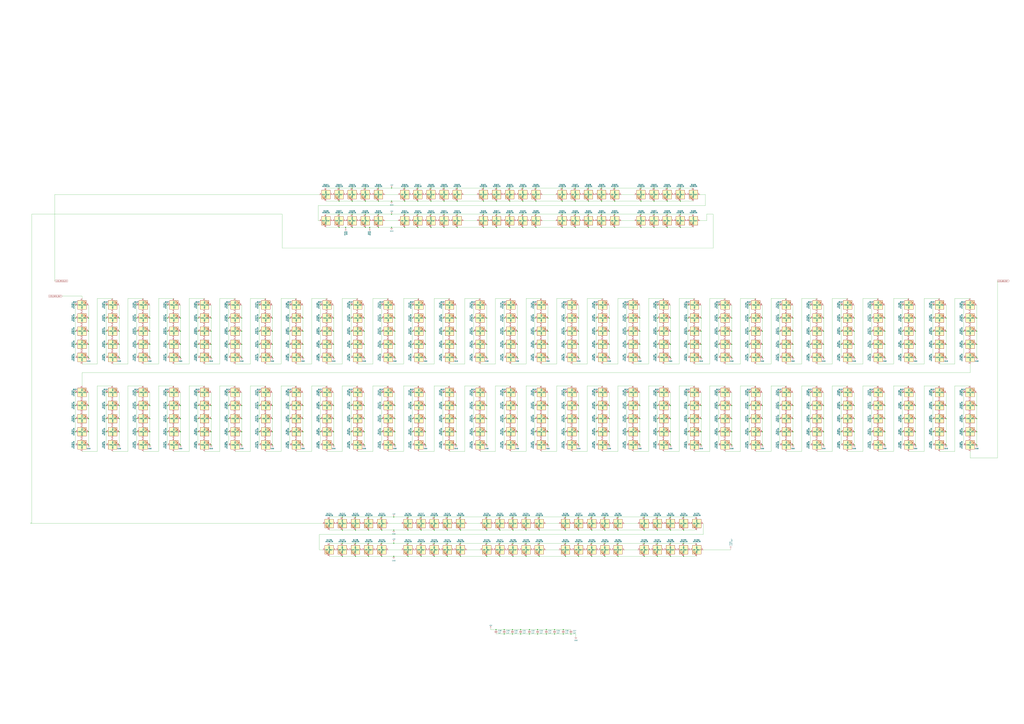
<source format=kicad_sch>
(kicad_sch (version 20231120) (generator "eeschema") (generator_version "8.0")
  (paper "A0")
  (title_block (title "Jumperless V5") (date "2024-06-15") (rev "5r2") (company "Architeuthis Flux") (comment 1 "Kevin Santo Cappuccio") (comment 2 "KevinC@ppucc.io"))
  (lib_symbols
    (symbol "+5V_1" (power) (pin_numbers hide) (pin_names (offset 0) hide)
      (property "Value" "+5V" (at 0 3.556 0))
      (symbol "+5V_1_1_1"
        (pin power_in line (at 0 0 90) (length 0) (name "~") (number "1"))
      )
    )
    (symbol "GND_1" (power) (pin_numbers hide) (pin_names (offset 0) hide)
      (property "Value" "GND" (at 0 -3.81 0))
      (symbol "GND_1_1_1"
        (pin power_in line (at 0 0 270) (length 0) (name "~") (number "1"))
      )
    )
    (symbol "JumperlessSymbols:C_Small" (pin_numbers hide) (pin_names (offset 0.254) hide)
      (property "Reference" "C" (at 0.254 1.778 0))
      (property "Value" "Device_C_Small" (at 0.254 -2.032 0))
      (symbol "C_Small_1_1"
        (pin passive line (at 0 2.54 270) (length 2.032) (name "~") (number "1"))
        (pin passive line (at 0 -2.54 90) (length 2.032) (name "~") (number "2"))
      )
    )
    (symbol "JumperlessSymbols:TestPoint" (pin_numbers hide) (pin_names (offset 0.762) hide)
      (property "Reference" "TP" (at 0 6.858 0))
      (property "Value" "TestPoint" (at 0 5.08 0))
      (symbol "TestPoint_1_1"
        (pin passive line (at 0 0 90) (length 2.54) (name "1") (number "1"))
      )
    )
    (symbol "xl-1010RGBC_1"
      (property "Reference" "U" (at 0 0 0))
      (symbol "xl-1010RGBC_1_0_0"
        (text "RGB" (at 2.286 -4.191 0) (effects (font (size 0.762 0.762))))
      )
      (symbol "xl-1010RGBC_1_1_1"
        (pin output line (at -7.62 0 0) (length 2.54) (name "DOUT") (number "1"))
        (pin power_in line (at 0 7.62 270) (length 2.54) (name "VDD") (number "2"))
        (pin power_in line (at 0 -7.62 90) (length 2.54) (name "VSS") (number "3"))
        (pin input line (at 7.62 0 180) (length 2.54) (name "DIN") (number "4"))
      )
    )
    (symbol "xl-1010RGBC_10"
      (property "Reference" "U" (at 0 0 0))
      (symbol "xl-1010RGBC_10_0_0"
        (text "RGB" (at 2.286 -4.191 0) (effects (font (size 0.762 0.762))))
      )
      (symbol "xl-1010RGBC_10_1_1"
        (pin output line (at -7.62 0 0) (length 2.54) (name "DOUT") (number "1"))
        (pin power_in line (at 0 7.62 270) (length 2.54) (name "VDD") (number "2"))
        (pin power_in line (at 0 -7.62 90) (length 2.54) (name "VSS") (number "3"))
        (pin input line (at 7.62 0 180) (length 2.54) (name "DIN") (number "4"))
      )
    )
    (symbol "xl-1010RGBC_100"
      (property "Reference" "U" (at 0 0 0))
      (symbol "xl-1010RGBC_100_0_0"
        (text "RGB" (at 2.286 -4.191 0) (effects (font (size 0.762 0.762))))
      )
      (symbol "xl-1010RGBC_100_1_1"
        (pin output line (at -7.62 0 0) (length 2.54) (name "DOUT") (number "1"))
        (pin power_in line (at 0 7.62 270) (length 2.54) (name "VDD") (number "2"))
        (pin power_in line (at 0 -7.62 90) (length 2.54) (name "VSS") (number "3"))
        (pin input line (at 7.62 0 180) (length 2.54) (name "DIN") (number "4"))
      )
    )
    (symbol "xl-1010RGBC_101"
      (property "Reference" "U" (at 0 0 0))
      (symbol "xl-1010RGBC_101_0_0"
        (text "RGB" (at 2.286 -4.191 0) (effects (font (size 0.762 0.762))))
      )
      (symbol "xl-1010RGBC_101_1_1"
        (pin output line (at -7.62 0 0) (length 2.54) (name "DOUT") (number "1"))
        (pin power_in line (at 0 7.62 270) (length 2.54) (name "VDD") (number "2"))
        (pin power_in line (at 0 -7.62 90) (length 2.54) (name "VSS") (number "3"))
        (pin input line (at 7.62 0 180) (length 2.54) (name "DIN") (number "4"))
      )
    )
    (symbol "xl-1010RGBC_102"
      (property "Reference" "U" (at 0 0 0))
      (symbol "xl-1010RGBC_102_0_0"
        (text "RGB" (at 2.286 -4.191 0) (effects (font (size 0.762 0.762))))
      )
      (symbol "xl-1010RGBC_102_1_1"
        (pin output line (at -7.62 0 0) (length 2.54) (name "DOUT") (number "1"))
        (pin power_in line (at 0 7.62 270) (length 2.54) (name "VDD") (number "2"))
        (pin power_in line (at 0 -7.62 90) (length 2.54) (name "VSS") (number "3"))
        (pin input line (at 7.62 0 180) (length 2.54) (name "DIN") (number "4"))
      )
    )
    (symbol "xl-1010RGBC_103"
      (property "Reference" "U" (at 0 0 0))
      (symbol "xl-1010RGBC_103_0_0"
        (text "RGB" (at 2.286 -4.191 0) (effects (font (size 0.762 0.762))))
      )
      (symbol "xl-1010RGBC_103_1_1"
        (pin output line (at -7.62 0 0) (length 2.54) (name "DOUT") (number "1"))
        (pin power_in line (at 0 7.62 270) (length 2.54) (name "VDD") (number "2"))
        (pin power_in line (at 0 -7.62 90) (length 2.54) (name "VSS") (number "3"))
        (pin input line (at 7.62 0 180) (length 2.54) (name "DIN") (number "4"))
      )
    )
    (symbol "xl-1010RGBC_104"
      (property "Reference" "U" (at 0 0 0))
      (symbol "xl-1010RGBC_104_0_0"
        (text "RGB" (at 2.286 -4.191 0) (effects (font (size 0.762 0.762))))
      )
      (symbol "xl-1010RGBC_104_1_1"
        (pin output line (at -7.62 0 0) (length 2.54) (name "DOUT") (number "1"))
        (pin power_in line (at 0 7.62 270) (length 2.54) (name "VDD") (number "2"))
        (pin power_in line (at 0 -7.62 90) (length 2.54) (name "VSS") (number "3"))
        (pin input line (at 7.62 0 180) (length 2.54) (name "DIN") (number "4"))
      )
    )
    (symbol "xl-1010RGBC_105"
      (property "Reference" "U" (at 0 0 0))
      (symbol "xl-1010RGBC_105_0_0"
        (text "RGB" (at 2.286 -4.191 0) (effects (font (size 0.762 0.762))))
      )
      (symbol "xl-1010RGBC_105_1_1"
        (pin output line (at -7.62 0 0) (length 2.54) (name "DOUT") (number "1"))
        (pin power_in line (at 0 7.62 270) (length 2.54) (name "VDD") (number "2"))
        (pin power_in line (at 0 -7.62 90) (length 2.54) (name "VSS") (number "3"))
        (pin input line (at 7.62 0 180) (length 2.54) (name "DIN") (number "4"))
      )
    )
    (symbol "xl-1010RGBC_106"
      (property "Reference" "U" (at 0 0 0))
      (symbol "xl-1010RGBC_106_0_0"
        (text "RGB" (at 2.286 -4.191 0) (effects (font (size 0.762 0.762))))
      )
      (symbol "xl-1010RGBC_106_1_1"
        (pin output line (at -7.62 0 0) (length 2.54) (name "DOUT") (number "1"))
        (pin power_in line (at 0 7.62 270) (length 2.54) (name "VDD") (number "2"))
        (pin power_in line (at 0 -7.62 90) (length 2.54) (name "VSS") (number "3"))
        (pin input line (at 7.62 0 180) (length 2.54) (name "DIN") (number "4"))
      )
    )
    (symbol "xl-1010RGBC_11"
      (property "Reference" "U" (at 0 0 0))
      (symbol "xl-1010RGBC_11_0_0"
        (text "RGB" (at 2.286 -4.191 0) (effects (font (size 0.762 0.762))))
      )
      (symbol "xl-1010RGBC_11_1_1"
        (pin output line (at -7.62 0 0) (length 2.54) (name "DOUT") (number "1"))
        (pin power_in line (at 0 7.62 270) (length 2.54) (name "VDD") (number "2"))
        (pin power_in line (at 0 -7.62 90) (length 2.54) (name "VSS") (number "3"))
        (pin input line (at 7.62 0 180) (length 2.54) (name "DIN") (number "4"))
      )
    )
    (symbol "xl-1010RGBC_115"
      (property "Reference" "U" (at 0 0 0))
      (symbol "xl-1010RGBC_115_0_0"
        (text "RGB" (at 2.286 -4.191 0) (effects (font (size 0.762 0.762))))
      )
      (symbol "xl-1010RGBC_115_1_1"
        (pin output line (at -7.62 0 0) (length 2.54) (name "DOUT") (number "1"))
        (pin power_in line (at 0 7.62 270) (length 2.54) (name "VDD") (number "2"))
        (pin power_in line (at 0 -7.62 90) (length 2.54) (name "VSS") (number "3"))
        (pin input line (at 7.62 0 180) (length 2.54) (name "DIN") (number "4"))
      )
    )
    (symbol "xl-1010RGBC_116"
      (property "Reference" "U" (at 0 0 0))
      (symbol "xl-1010RGBC_116_0_0"
        (text "RGB" (at 2.286 -4.191 0) (effects (font (size 0.762 0.762))))
      )
      (symbol "xl-1010RGBC_116_1_1"
        (pin output line (at -7.62 0 0) (length 2.54) (name "DOUT") (number "1"))
        (pin power_in line (at 0 7.62 270) (length 2.54) (name "VDD") (number "2"))
        (pin power_in line (at 0 -7.62 90) (length 2.54) (name "VSS") (number "3"))
        (pin input line (at 7.62 0 180) (length 2.54) (name "DIN") (number "4"))
      )
    )
    (symbol "xl-1010RGBC_117"
      (property "Reference" "U" (at 0 0 0))
      (symbol "xl-1010RGBC_117_0_0"
        (text "RGB" (at 2.286 -4.191 0) (effects (font (size 0.762 0.762))))
      )
      (symbol "xl-1010RGBC_117_1_1"
        (pin output line (at -7.62 0 0) (length 2.54) (name "DOUT") (number "1"))
        (pin power_in line (at 0 7.62 270) (length 2.54) (name "VDD") (number "2"))
        (pin power_in line (at 0 -7.62 90) (length 2.54) (name "VSS") (number "3"))
        (pin input line (at 7.62 0 180) (length 2.54) (name "DIN") (number "4"))
      )
    )
    (symbol "xl-1010RGBC_118"
      (property "Reference" "U" (at 0 0 0))
      (symbol "xl-1010RGBC_118_0_0"
        (text "RGB" (at 2.286 -4.191 0) (effects (font (size 0.762 0.762))))
      )
      (symbol "xl-1010RGBC_118_1_1"
        (pin output line (at -7.62 0 0) (length 2.54) (name "DOUT") (number "1"))
        (pin power_in line (at 0 7.62 270) (length 2.54) (name "VDD") (number "2"))
        (pin power_in line (at 0 -7.62 90) (length 2.54) (name "VSS") (number "3"))
        (pin input line (at 7.62 0 180) (length 2.54) (name "DIN") (number "4"))
      )
    )
    (symbol "xl-1010RGBC_119"
      (property "Reference" "U" (at 0 0 0))
      (symbol "xl-1010RGBC_119_0_0"
        (text "RGB" (at 2.286 -4.191 0) (effects (font (size 0.762 0.762))))
      )
      (symbol "xl-1010RGBC_119_1_1"
        (pin output line (at -7.62 0 0) (length 2.54) (name "DOUT") (number "1"))
        (pin power_in line (at 0 7.62 270) (length 2.54) (name "VDD") (number "2"))
        (pin power_in line (at 0 -7.62 90) (length 2.54) (name "VSS") (number "3"))
        (pin input line (at 7.62 0 180) (length 2.54) (name "DIN") (number "4"))
      )
    )
    (symbol "xl-1010RGBC_12"
      (property "Reference" "U" (at 0 0 0))
      (symbol "xl-1010RGBC_12_0_0"
        (text "RGB" (at 2.286 -4.191 0) (effects (font (size 0.762 0.762))))
      )
      (symbol "xl-1010RGBC_12_1_1"
        (pin output line (at -7.62 0 0) (length 2.54) (name "DOUT") (number "1"))
        (pin power_in line (at 0 7.62 270) (length 2.54) (name "VDD") (number "2"))
        (pin power_in line (at 0 -7.62 90) (length 2.54) (name "VSS") (number "3"))
        (pin input line (at 7.62 0 180) (length 2.54) (name "DIN") (number "4"))
      )
    )
    (symbol "xl-1010RGBC_120"
      (property "Reference" "U" (at 0 0 0))
      (symbol "xl-1010RGBC_120_0_0"
        (text "RGB" (at 2.286 -4.191 0) (effects (font (size 0.762 0.762))))
      )
      (symbol "xl-1010RGBC_120_1_1"
        (pin output line (at -7.62 0 0) (length 2.54) (name "DOUT") (number "1"))
        (pin power_in line (at 0 7.62 270) (length 2.54) (name "VDD") (number "2"))
        (pin power_in line (at 0 -7.62 90) (length 2.54) (name "VSS") (number "3"))
        (pin input line (at 7.62 0 180) (length 2.54) (name "DIN") (number "4"))
      )
    )
    (symbol "xl-1010RGBC_121"
      (property "Reference" "U" (at 0 0 0))
      (symbol "xl-1010RGBC_121_0_0"
        (text "RGB" (at 2.286 -4.191 0) (effects (font (size 0.762 0.762))))
      )
      (symbol "xl-1010RGBC_121_1_1"
        (pin output line (at -7.62 0 0) (length 2.54) (name "DOUT") (number "1"))
        (pin power_in line (at 0 7.62 270) (length 2.54) (name "VDD") (number "2"))
        (pin power_in line (at 0 -7.62 90) (length 2.54) (name "VSS") (number "3"))
        (pin input line (at 7.62 0 180) (length 2.54) (name "DIN") (number "4"))
      )
    )
    (symbol "xl-1010RGBC_122"
      (property "Reference" "U" (at 0 0 0))
      (symbol "xl-1010RGBC_122_0_0"
        (text "RGB" (at 2.286 -4.191 0) (effects (font (size 0.762 0.762))))
      )
      (symbol "xl-1010RGBC_122_1_1"
        (pin output line (at -7.62 0 0) (length 2.54) (name "DOUT") (number "1"))
        (pin power_in line (at 0 7.62 270) (length 2.54) (name "VDD") (number "2"))
        (pin power_in line (at 0 -7.62 90) (length 2.54) (name "VSS") (number "3"))
        (pin input line (at 7.62 0 180) (length 2.54) (name "DIN") (number "4"))
      )
    )
    (symbol "xl-1010RGBC_123"
      (property "Reference" "U" (at 0 0 0))
      (symbol "xl-1010RGBC_123_0_0"
        (text "RGB" (at 2.286 -4.191 0) (effects (font (size 0.762 0.762))))
      )
      (symbol "xl-1010RGBC_123_1_1"
        (pin output line (at -7.62 0 0) (length 2.54) (name "DOUT") (number "1"))
        (pin power_in line (at 0 7.62 270) (length 2.54) (name "VDD") (number "2"))
        (pin power_in line (at 0 -7.62 90) (length 2.54) (name "VSS") (number "3"))
        (pin input line (at 7.62 0 180) (length 2.54) (name "DIN") (number "4"))
      )
    )
    (symbol "xl-1010RGBC_124"
      (property "Reference" "U" (at 0 0 0))
      (symbol "xl-1010RGBC_124_0_0"
        (text "RGB" (at 2.286 -4.191 0) (effects (font (size 0.762 0.762))))
      )
      (symbol "xl-1010RGBC_124_1_1"
        (pin output line (at -7.62 0 0) (length 2.54) (name "DOUT") (number "1"))
        (pin power_in line (at 0 7.62 270) (length 2.54) (name "VDD") (number "2"))
        (pin power_in line (at 0 -7.62 90) (length 2.54) (name "VSS") (number "3"))
        (pin input line (at 7.62 0 180) (length 2.54) (name "DIN") (number "4"))
      )
    )
    (symbol "xl-1010RGBC_125"
      (property "Reference" "U" (at 0 0 0))
      (symbol "xl-1010RGBC_125_0_0"
        (text "RGB" (at 2.286 -4.191 0) (effects (font (size 0.762 0.762))))
      )
      (symbol "xl-1010RGBC_125_1_1"
        (pin output line (at -7.62 0 0) (length 2.54) (name "DOUT") (number "1"))
        (pin power_in line (at 0 7.62 270) (length 2.54) (name "VDD") (number "2"))
        (pin power_in line (at 0 -7.62 90) (length 2.54) (name "VSS") (number "3"))
        (pin input line (at 7.62 0 180) (length 2.54) (name "DIN") (number "4"))
      )
    )
    (symbol "xl-1010RGBC_126"
      (property "Reference" "U" (at 0 0 0))
      (symbol "xl-1010RGBC_126_0_0"
        (text "RGB" (at 2.286 -4.191 0) (effects (font (size 0.762 0.762))))
      )
      (symbol "xl-1010RGBC_126_1_1"
        (pin output line (at -7.62 0 0) (length 2.54) (name "DOUT") (number "1"))
        (pin power_in line (at 0 7.62 270) (length 2.54) (name "VDD") (number "2"))
        (pin power_in line (at 0 -7.62 90) (length 2.54) (name "VSS") (number "3"))
        (pin input line (at 7.62 0 180) (length 2.54) (name "DIN") (number "4"))
      )
    )
    (symbol "xl-1010RGBC_127"
      (property "Reference" "U" (at 0 0 0))
      (symbol "xl-1010RGBC_127_0_0"
        (text "RGB" (at 2.286 -4.191 0) (effects (font (size 0.762 0.762))))
      )
      (symbol "xl-1010RGBC_127_1_1"
        (pin output line (at -7.62 0 0) (length 2.54) (name "DOUT") (number "1"))
        (pin power_in line (at 0 7.62 270) (length 2.54) (name "VDD") (number "2"))
        (pin power_in line (at 0 -7.62 90) (length 2.54) (name "VSS") (number "3"))
        (pin input line (at 7.62 0 180) (length 2.54) (name "DIN") (number "4"))
      )
    )
    (symbol "xl-1010RGBC_128"
      (property "Reference" "U" (at 0 0 0))
      (symbol "xl-1010RGBC_128_0_0"
        (text "RGB" (at 2.286 -4.191 0) (effects (font (size 0.762 0.762))))
      )
      (symbol "xl-1010RGBC_128_1_1"
        (pin output line (at -7.62 0 0) (length 2.54) (name "DOUT") (number "1"))
        (pin power_in line (at 0 7.62 270) (length 2.54) (name "VDD") (number "2"))
        (pin power_in line (at 0 -7.62 90) (length 2.54) (name "VSS") (number "3"))
        (pin input line (at 7.62 0 180) (length 2.54) (name "DIN") (number "4"))
      )
    )
    (symbol "xl-1010RGBC_129"
      (property "Reference" "U" (at 0 0 0))
      (symbol "xl-1010RGBC_129_0_0"
        (text "RGB" (at 2.286 -4.191 0) (effects (font (size 0.762 0.762))))
      )
      (symbol "xl-1010RGBC_129_1_1"
        (pin output line (at -7.62 0 0) (length 2.54) (name "DOUT") (number "1"))
        (pin power_in line (at 0 7.62 270) (length 2.54) (name "VDD") (number "2"))
        (pin power_in line (at 0 -7.62 90) (length 2.54) (name "VSS") (number "3"))
        (pin input line (at 7.62 0 180) (length 2.54) (name "DIN") (number "4"))
      )
    )
    (symbol "xl-1010RGBC_13"
      (property "Reference" "U" (at 0 0 0))
      (symbol "xl-1010RGBC_13_0_0"
        (text "RGB" (at 2.286 -4.191 0) (effects (font (size 0.762 0.762))))
      )
      (symbol "xl-1010RGBC_13_1_1"
        (pin output line (at -7.62 0 0) (length 2.54) (name "DOUT") (number "1"))
        (pin power_in line (at 0 7.62 270) (length 2.54) (name "VDD") (number "2"))
        (pin power_in line (at 0 -7.62 90) (length 2.54) (name "VSS") (number "3"))
        (pin input line (at 7.62 0 180) (length 2.54) (name "DIN") (number "4"))
      )
    )
    (symbol "xl-1010RGBC_130"
      (property "Reference" "U" (at 0 0 0))
      (symbol "xl-1010RGBC_130_0_0"
        (text "RGB" (at 2.286 -4.191 0) (effects (font (size 0.762 0.762))))
      )
      (symbol "xl-1010RGBC_130_1_1"
        (pin output line (at -7.62 0 0) (length 2.54) (name "DOUT") (number "1"))
        (pin power_in line (at 0 7.62 270) (length 2.54) (name "VDD") (number "2"))
        (pin power_in line (at 0 -7.62 90) (length 2.54) (name "VSS") (number "3"))
        (pin input line (at 7.62 0 180) (length 2.54) (name "DIN") (number "4"))
      )
    )
    (symbol "xl-1010RGBC_131"
      (property "Reference" "U" (at 0 0 0))
      (symbol "xl-1010RGBC_131_0_0"
        (text "RGB" (at 2.286 -4.191 0) (effects (font (size 0.762 0.762))))
      )
      (symbol "xl-1010RGBC_131_1_1"
        (pin output line (at -7.62 0 0) (length 2.54) (name "DOUT") (number "1"))
        (pin power_in line (at 0 7.62 270) (length 2.54) (name "VDD") (number "2"))
        (pin power_in line (at 0 -7.62 90) (length 2.54) (name "VSS") (number "3"))
        (pin input line (at 7.62 0 180) (length 2.54) (name "DIN") (number "4"))
      )
    )
    (symbol "xl-1010RGBC_132"
      (property "Reference" "U" (at 0 0 0))
      (symbol "xl-1010RGBC_132_0_0"
        (text "RGB" (at 2.286 -4.191 0) (effects (font (size 0.762 0.762))))
      )
      (symbol "xl-1010RGBC_132_1_1"
        (pin output line (at -7.62 0 0) (length 2.54) (name "DOUT") (number "1"))
        (pin power_in line (at 0 7.62 270) (length 2.54) (name "VDD") (number "2"))
        (pin power_in line (at 0 -7.62 90) (length 2.54) (name "VSS") (number "3"))
        (pin input line (at 7.62 0 180) (length 2.54) (name "DIN") (number "4"))
      )
    )
    (symbol "xl-1010RGBC_133"
      (property "Reference" "U" (at 0 0 0))
      (symbol "xl-1010RGBC_133_0_0"
        (text "RGB" (at 2.286 -4.191 0) (effects (font (size 0.762 0.762))))
      )
      (symbol "xl-1010RGBC_133_1_1"
        (pin output line (at -7.62 0 0) (length 2.54) (name "DOUT") (number "1"))
        (pin power_in line (at 0 7.62 270) (length 2.54) (name "VDD") (number "2"))
        (pin power_in line (at 0 -7.62 90) (length 2.54) (name "VSS") (number "3"))
        (pin input line (at 7.62 0 180) (length 2.54) (name "DIN") (number "4"))
      )
    )
    (symbol "xl-1010RGBC_134"
      (property "Reference" "U" (at 0 0 0))
      (symbol "xl-1010RGBC_134_0_0"
        (text "RGB" (at 2.286 -4.191 0) (effects (font (size 0.762 0.762))))
      )
      (symbol "xl-1010RGBC_134_1_1"
        (pin output line (at -7.62 0 0) (length 2.54) (name "DOUT") (number "1"))
        (pin power_in line (at 0 7.62 270) (length 2.54) (name "VDD") (number "2"))
        (pin power_in line (at 0 -7.62 90) (length 2.54) (name "VSS") (number "3"))
        (pin input line (at 7.62 0 180) (length 2.54) (name "DIN") (number "4"))
      )
    )
    (symbol "xl-1010RGBC_135"
      (property "Reference" "U" (at 0 0 0))
      (symbol "xl-1010RGBC_135_0_0"
        (text "RGB" (at 2.286 -4.191 0) (effects (font (size 0.762 0.762))))
      )
      (symbol "xl-1010RGBC_135_1_1"
        (pin output line (at -7.62 0 0) (length 2.54) (name "DOUT") (number "1"))
        (pin power_in line (at 0 7.62 270) (length 2.54) (name "VDD") (number "2"))
        (pin power_in line (at 0 -7.62 90) (length 2.54) (name "VSS") (number "3"))
        (pin input line (at 7.62 0 180) (length 2.54) (name "DIN") (number "4"))
      )
    )
    (symbol "xl-1010RGBC_136"
      (property "Reference" "U" (at 0 0 0))
      (symbol "xl-1010RGBC_136_0_0"
        (text "RGB" (at 2.286 -4.191 0) (effects (font (size 0.762 0.762))))
      )
      (symbol "xl-1010RGBC_136_1_1"
        (pin output line (at -7.62 0 0) (length 2.54) (name "DOUT") (number "1"))
        (pin power_in line (at 0 7.62 270) (length 2.54) (name "VDD") (number "2"))
        (pin power_in line (at 0 -7.62 90) (length 2.54) (name "VSS") (number "3"))
        (pin input line (at 7.62 0 180) (length 2.54) (name "DIN") (number "4"))
      )
    )
    (symbol "xl-1010RGBC_137"
      (property "Reference" "U" (at 0 0 0))
      (symbol "xl-1010RGBC_137_0_0"
        (text "RGB" (at 2.286 -4.191 0) (effects (font (size 0.762 0.762))))
      )
      (symbol "xl-1010RGBC_137_1_1"
        (pin output line (at -7.62 0 0) (length 2.54) (name "DOUT") (number "1"))
        (pin power_in line (at 0 7.62 270) (length 2.54) (name "VDD") (number "2"))
        (pin power_in line (at 0 -7.62 90) (length 2.54) (name "VSS") (number "3"))
        (pin input line (at 7.62 0 180) (length 2.54) (name "DIN") (number "4"))
      )
    )
    (symbol "xl-1010RGBC_138"
      (property "Reference" "U" (at 0 0 0))
      (symbol "xl-1010RGBC_138_0_0"
        (text "RGB" (at 2.286 -4.191 0) (effects (font (size 0.762 0.762))))
      )
      (symbol "xl-1010RGBC_138_1_1"
        (pin output line (at -7.62 0 0) (length 2.54) (name "DOUT") (number "1"))
        (pin power_in line (at 0 7.62 270) (length 2.54) (name "VDD") (number "2"))
        (pin power_in line (at 0 -7.62 90) (length 2.54) (name "VSS") (number "3"))
        (pin input line (at 7.62 0 180) (length 2.54) (name "DIN") (number "4"))
      )
    )
    (symbol "xl-1010RGBC_139"
      (property "Reference" "U" (at 0 0 0))
      (symbol "xl-1010RGBC_139_0_0"
        (text "RGB" (at 2.286 -4.191 0) (effects (font (size 0.762 0.762))))
      )
      (symbol "xl-1010RGBC_139_1_1"
        (pin output line (at -7.62 0 0) (length 2.54) (name "DOUT") (number "1"))
        (pin power_in line (at 0 7.62 270) (length 2.54) (name "VDD") (number "2"))
        (pin power_in line (at 0 -7.62 90) (length 2.54) (name "VSS") (number "3"))
        (pin input line (at 7.62 0 180) (length 2.54) (name "DIN") (number "4"))
      )
    )
    (symbol "xl-1010RGBC_14"
      (property "Reference" "U" (at 0 0 0))
      (symbol "xl-1010RGBC_14_0_0"
        (text "RGB" (at 2.286 -4.191 0) (effects (font (size 0.762 0.762))))
      )
      (symbol "xl-1010RGBC_14_1_1"
        (pin output line (at -7.62 0 0) (length 2.54) (name "DOUT") (number "1"))
        (pin power_in line (at 0 7.62 270) (length 2.54) (name "VDD") (number "2"))
        (pin power_in line (at 0 -7.62 90) (length 2.54) (name "VSS") (number "3"))
        (pin input line (at 7.62 0 180) (length 2.54) (name "DIN") (number "4"))
      )
    )
    (symbol "xl-1010RGBC_140"
      (property "Reference" "U" (at 0 0 0))
      (symbol "xl-1010RGBC_140_0_0"
        (text "RGB" (at 2.286 -4.191 0) (effects (font (size 0.762 0.762))))
      )
      (symbol "xl-1010RGBC_140_1_1"
        (pin output line (at -7.62 0 0) (length 2.54) (name "DOUT") (number "1"))
        (pin power_in line (at 0 7.62 270) (length 2.54) (name "VDD") (number "2"))
        (pin power_in line (at 0 -7.62 90) (length 2.54) (name "VSS") (number "3"))
        (pin input line (at 7.62 0 180) (length 2.54) (name "DIN") (number "4"))
      )
    )
    (symbol "xl-1010RGBC_141"
      (property "Reference" "U" (at 0 0 0))
      (symbol "xl-1010RGBC_141_0_0"
        (text "RGB" (at 2.286 -4.191 0) (effects (font (size 0.762 0.762))))
      )
      (symbol "xl-1010RGBC_141_1_1"
        (pin output line (at -7.62 0 0) (length 2.54) (name "DOUT") (number "1"))
        (pin power_in line (at 0 7.62 270) (length 2.54) (name "VDD") (number "2"))
        (pin power_in line (at 0 -7.62 90) (length 2.54) (name "VSS") (number "3"))
        (pin input line (at 7.62 0 180) (length 2.54) (name "DIN") (number "4"))
      )
    )
    (symbol "xl-1010RGBC_142"
      (property "Reference" "U" (at 0 0 0))
      (symbol "xl-1010RGBC_142_0_0"
        (text "RGB" (at 2.286 -4.191 0) (effects (font (size 0.762 0.762))))
      )
      (symbol "xl-1010RGBC_142_1_1"
        (pin output line (at -7.62 0 0) (length 2.54) (name "DOUT") (number "1"))
        (pin power_in line (at 0 7.62 270) (length 2.54) (name "VDD") (number "2"))
        (pin power_in line (at 0 -7.62 90) (length 2.54) (name "VSS") (number "3"))
        (pin input line (at 7.62 0 180) (length 2.54) (name "DIN") (number "4"))
      )
    )
    (symbol "xl-1010RGBC_143"
      (property "Reference" "U" (at 0 0 0))
      (symbol "xl-1010RGBC_143_0_0"
        (text "RGB" (at 2.286 -4.191 0) (effects (font (size 0.762 0.762))))
      )
      (symbol "xl-1010RGBC_143_1_1"
        (pin output line (at -7.62 0 0) (length 2.54) (name "DOUT") (number "1"))
        (pin power_in line (at 0 7.62 270) (length 2.54) (name "VDD") (number "2"))
        (pin power_in line (at 0 -7.62 90) (length 2.54) (name "VSS") (number "3"))
        (pin input line (at 7.62 0 180) (length 2.54) (name "DIN") (number "4"))
      )
    )
    (symbol "xl-1010RGBC_144"
      (property "Reference" "U" (at 0 0 0))
      (symbol "xl-1010RGBC_144_0_0"
        (text "RGB" (at 2.286 -4.191 0) (effects (font (size 0.762 0.762))))
      )
      (symbol "xl-1010RGBC_144_1_1"
        (pin output line (at -7.62 0 0) (length 2.54) (name "DOUT") (number "1"))
        (pin power_in line (at 0 7.62 270) (length 2.54) (name "VDD") (number "2"))
        (pin power_in line (at 0 -7.62 90) (length 2.54) (name "VSS") (number "3"))
        (pin input line (at 7.62 0 180) (length 2.54) (name "DIN") (number "4"))
      )
    )
    (symbol "xl-1010RGBC_145"
      (property "Reference" "U" (at 0 0 0))
      (symbol "xl-1010RGBC_145_0_0"
        (text "RGB" (at 2.286 -4.191 0) (effects (font (size 0.762 0.762))))
      )
      (symbol "xl-1010RGBC_145_1_1"
        (pin output line (at -7.62 0 0) (length 2.54) (name "DOUT") (number "1"))
        (pin power_in line (at 0 7.62 270) (length 2.54) (name "VDD") (number "2"))
        (pin power_in line (at 0 -7.62 90) (length 2.54) (name "VSS") (number "3"))
        (pin input line (at 7.62 0 180) (length 2.54) (name "DIN") (number "4"))
      )
    )
    (symbol "xl-1010RGBC_146"
      (property "Reference" "U" (at 0 0 0))
      (symbol "xl-1010RGBC_146_0_0"
        (text "RGB" (at 2.286 -4.191 0) (effects (font (size 0.762 0.762))))
      )
      (symbol "xl-1010RGBC_146_1_1"
        (pin output line (at -7.62 0 0) (length 2.54) (name "DOUT") (number "1"))
        (pin power_in line (at 0 7.62 270) (length 2.54) (name "VDD") (number "2"))
        (pin power_in line (at 0 -7.62 90) (length 2.54) (name "VSS") (number "3"))
        (pin input line (at 7.62 0 180) (length 2.54) (name "DIN") (number "4"))
      )
    )
    (symbol "xl-1010RGBC_147"
      (property "Reference" "U" (at 0 0 0))
      (symbol "xl-1010RGBC_147_0_0"
        (text "RGB" (at 2.286 -4.191 0) (effects (font (size 0.762 0.762))))
      )
      (symbol "xl-1010RGBC_147_1_1"
        (pin output line (at -7.62 0 0) (length 2.54) (name "DOUT") (number "1"))
        (pin power_in line (at 0 7.62 270) (length 2.54) (name "VDD") (number "2"))
        (pin power_in line (at 0 -7.62 90) (length 2.54) (name "VSS") (number "3"))
        (pin input line (at 7.62 0 180) (length 2.54) (name "DIN") (number "4"))
      )
    )
    (symbol "xl-1010RGBC_148"
      (property "Reference" "U" (at 0 0 0))
      (symbol "xl-1010RGBC_148_0_0"
        (text "RGB" (at 2.286 -4.191 0) (effects (font (size 0.762 0.762))))
      )
      (symbol "xl-1010RGBC_148_1_1"
        (pin output line (at -7.62 0 0) (length 2.54) (name "DOUT") (number "1"))
        (pin power_in line (at 0 7.62 270) (length 2.54) (name "VDD") (number "2"))
        (pin power_in line (at 0 -7.62 90) (length 2.54) (name "VSS") (number "3"))
        (pin input line (at 7.62 0 180) (length 2.54) (name "DIN") (number "4"))
      )
    )
    (symbol "xl-1010RGBC_149"
      (property "Reference" "U" (at 0 0 0))
      (symbol "xl-1010RGBC_149_0_0"
        (text "RGB" (at 2.286 -4.191 0) (effects (font (size 0.762 0.762))))
      )
      (symbol "xl-1010RGBC_149_1_1"
        (pin output line (at -7.62 0 0) (length 2.54) (name "DOUT") (number "1"))
        (pin power_in line (at 0 7.62 270) (length 2.54) (name "VDD") (number "2"))
        (pin power_in line (at 0 -7.62 90) (length 2.54) (name "VSS") (number "3"))
        (pin input line (at 7.62 0 180) (length 2.54) (name "DIN") (number "4"))
      )
    )
    (symbol "xl-1010RGBC_15"
      (property "Reference" "U" (at 0 0 0))
      (symbol "xl-1010RGBC_15_0_0"
        (text "RGB" (at 2.286 -4.191 0) (effects (font (size 0.762 0.762))))
      )
      (symbol "xl-1010RGBC_15_1_1"
        (pin output line (at -7.62 0 0) (length 2.54) (name "DOUT") (number "1"))
        (pin power_in line (at 0 7.62 270) (length 2.54) (name "VDD") (number "2"))
        (pin power_in line (at 0 -7.62 90) (length 2.54) (name "VSS") (number "3"))
        (pin input line (at 7.62 0 180) (length 2.54) (name "DIN") (number "4"))
      )
    )
    (symbol "xl-1010RGBC_150"
      (property "Reference" "U" (at 0 0 0))
      (symbol "xl-1010RGBC_150_0_0"
        (text "RGB" (at 2.286 -4.191 0) (effects (font (size 0.762 0.762))))
      )
      (symbol "xl-1010RGBC_150_1_1"
        (pin output line (at -7.62 0 0) (length 2.54) (name "DOUT") (number "1"))
        (pin power_in line (at 0 7.62 270) (length 2.54) (name "VDD") (number "2"))
        (pin power_in line (at 0 -7.62 90) (length 2.54) (name "VSS") (number "3"))
        (pin input line (at 7.62 0 180) (length 2.54) (name "DIN") (number "4"))
      )
    )
    (symbol "xl-1010RGBC_151"
      (property "Reference" "U" (at 0 0 0))
      (symbol "xl-1010RGBC_151_0_0"
        (text "RGB" (at 2.286 -4.191 0) (effects (font (size 0.762 0.762))))
      )
      (symbol "xl-1010RGBC_151_1_1"
        (pin output line (at -7.62 0 0) (length 2.54) (name "DOUT") (number "1"))
        (pin power_in line (at 0 7.62 270) (length 2.54) (name "VDD") (number "2"))
        (pin power_in line (at 0 -7.62 90) (length 2.54) (name "VSS") (number "3"))
        (pin input line (at 7.62 0 180) (length 2.54) (name "DIN") (number "4"))
      )
    )
    (symbol "xl-1010RGBC_152"
      (property "Reference" "U" (at 0 0 0))
      (symbol "xl-1010RGBC_152_0_0"
        (text "RGB" (at 2.286 -4.191 0) (effects (font (size 0.762 0.762))))
      )
      (symbol "xl-1010RGBC_152_1_1"
        (pin output line (at -7.62 0 0) (length 2.54) (name "DOUT") (number "1"))
        (pin power_in line (at 0 7.62 270) (length 2.54) (name "VDD") (number "2"))
        (pin power_in line (at 0 -7.62 90) (length 2.54) (name "VSS") (number "3"))
        (pin input line (at 7.62 0 180) (length 2.54) (name "DIN") (number "4"))
      )
    )
    (symbol "xl-1010RGBC_153"
      (property "Reference" "U" (at 0 0 0))
      (symbol "xl-1010RGBC_153_0_0"
        (text "RGB" (at 2.286 -4.191 0) (effects (font (size 0.762 0.762))))
      )
      (symbol "xl-1010RGBC_153_1_1"
        (pin output line (at -7.62 0 0) (length 2.54) (name "DOUT") (number "1"))
        (pin power_in line (at 0 7.62 270) (length 2.54) (name "VDD") (number "2"))
        (pin power_in line (at 0 -7.62 90) (length 2.54) (name "VSS") (number "3"))
        (pin input line (at 7.62 0 180) (length 2.54) (name "DIN") (number "4"))
      )
    )
    (symbol "xl-1010RGBC_154"
      (property "Reference" "U" (at 0 0 0))
      (symbol "xl-1010RGBC_154_0_0"
        (text "RGB" (at 2.286 -4.191 0) (effects (font (size 0.762 0.762))))
      )
      (symbol "xl-1010RGBC_154_1_1"
        (pin output line (at -7.62 0 0) (length 2.54) (name "DOUT") (number "1"))
        (pin power_in line (at 0 7.62 270) (length 2.54) (name "VDD") (number "2"))
        (pin power_in line (at 0 -7.62 90) (length 2.54) (name "VSS") (number "3"))
        (pin input line (at 7.62 0 180) (length 2.54) (name "DIN") (number "4"))
      )
    )
    (symbol "xl-1010RGBC_155"
      (property "Reference" "U" (at 0 0 0))
      (symbol "xl-1010RGBC_155_0_0"
        (text "RGB" (at 2.286 -4.191 0) (effects (font (size 0.762 0.762))))
      )
      (symbol "xl-1010RGBC_155_1_1"
        (pin output line (at -7.62 0 0) (length 2.54) (name "DOUT") (number "1"))
        (pin power_in line (at 0 7.62 270) (length 2.54) (name "VDD") (number "2"))
        (pin power_in line (at 0 -7.62 90) (length 2.54) (name "VSS") (number "3"))
        (pin input line (at 7.62 0 180) (length 2.54) (name "DIN") (number "4"))
      )
    )
    (symbol "xl-1010RGBC_156"
      (property "Reference" "U" (at 0 0 0))
      (symbol "xl-1010RGBC_156_0_0"
        (text "RGB" (at 2.286 -4.191 0) (effects (font (size 0.762 0.762))))
      )
      (symbol "xl-1010RGBC_156_1_1"
        (pin output line (at -7.62 0 0) (length 2.54) (name "DOUT") (number "1"))
        (pin power_in line (at 0 7.62 270) (length 2.54) (name "VDD") (number "2"))
        (pin power_in line (at 0 -7.62 90) (length 2.54) (name "VSS") (number "3"))
        (pin input line (at 7.62 0 180) (length 2.54) (name "DIN") (number "4"))
      )
    )
    (symbol "xl-1010RGBC_157"
      (property "Reference" "U" (at 0 0 0))
      (symbol "xl-1010RGBC_157_0_0"
        (text "RGB" (at 2.286 -4.191 0) (effects (font (size 0.762 0.762))))
      )
      (symbol "xl-1010RGBC_157_1_1"
        (pin output line (at -7.62 0 0) (length 2.54) (name "DOUT") (number "1"))
        (pin power_in line (at 0 7.62 270) (length 2.54) (name "VDD") (number "2"))
        (pin power_in line (at 0 -7.62 90) (length 2.54) (name "VSS") (number "3"))
        (pin input line (at 7.62 0 180) (length 2.54) (name "DIN") (number "4"))
      )
    )
    (symbol "xl-1010RGBC_158"
      (property "Reference" "U" (at 0 0 0))
      (symbol "xl-1010RGBC_158_0_0"
        (text "RGB" (at 2.286 -4.191 0) (effects (font (size 0.762 0.762))))
      )
      (symbol "xl-1010RGBC_158_1_1"
        (pin output line (at -7.62 0 0) (length 2.54) (name "DOUT") (number "1"))
        (pin power_in line (at 0 7.62 270) (length 2.54) (name "VDD") (number "2"))
        (pin power_in line (at 0 -7.62 90) (length 2.54) (name "VSS") (number "3"))
        (pin input line (at 7.62 0 180) (length 2.54) (name "DIN") (number "4"))
      )
    )
    (symbol "xl-1010RGBC_159"
      (property "Reference" "U" (at 0 0 0))
      (symbol "xl-1010RGBC_159_0_0"
        (text "RGB" (at 2.286 -4.191 0) (effects (font (size 0.762 0.762))))
      )
      (symbol "xl-1010RGBC_159_1_1"
        (pin output line (at -7.62 0 0) (length 2.54) (name "DOUT") (number "1"))
        (pin power_in line (at 0 7.62 270) (length 2.54) (name "VDD") (number "2"))
        (pin power_in line (at 0 -7.62 90) (length 2.54) (name "VSS") (number "3"))
        (pin input line (at 7.62 0 180) (length 2.54) (name "DIN") (number "4"))
      )
    )
    (symbol "xl-1010RGBC_16"
      (property "Reference" "U" (at 0 0 0))
      (symbol "xl-1010RGBC_16_0_0"
        (text "RGB" (at 2.286 -4.191 0) (effects (font (size 0.762 0.762))))
      )
      (symbol "xl-1010RGBC_16_1_1"
        (pin output line (at -7.62 0 0) (length 2.54) (name "DOUT") (number "1"))
        (pin power_in line (at 0 7.62 270) (length 2.54) (name "VDD") (number "2"))
        (pin power_in line (at 0 -7.62 90) (length 2.54) (name "VSS") (number "3"))
        (pin input line (at 7.62 0 180) (length 2.54) (name "DIN") (number "4"))
      )
    )
    (symbol "xl-1010RGBC_160"
      (property "Reference" "U" (at 0 0 0))
      (symbol "xl-1010RGBC_160_0_0"
        (text "RGB" (at 2.286 -4.191 0) (effects (font (size 0.762 0.762))))
      )
      (symbol "xl-1010RGBC_160_1_1"
        (pin output line (at -7.62 0 0) (length 2.54) (name "DOUT") (number "1"))
        (pin power_in line (at 0 7.62 270) (length 2.54) (name "VDD") (number "2"))
        (pin power_in line (at 0 -7.62 90) (length 2.54) (name "VSS") (number "3"))
        (pin input line (at 7.62 0 180) (length 2.54) (name "DIN") (number "4"))
      )
    )
    (symbol "xl-1010RGBC_161"
      (property "Reference" "U" (at 0 0 0))
      (symbol "xl-1010RGBC_161_0_0"
        (text "RGB" (at 2.286 -4.191 0) (effects (font (size 0.762 0.762))))
      )
      (symbol "xl-1010RGBC_161_1_1"
        (pin output line (at -7.62 0 0) (length 2.54) (name "DOUT") (number "1"))
        (pin power_in line (at 0 7.62 270) (length 2.54) (name "VDD") (number "2"))
        (pin power_in line (at 0 -7.62 90) (length 2.54) (name "VSS") (number "3"))
        (pin input line (at 7.62 0 180) (length 2.54) (name "DIN") (number "4"))
      )
    )
    (symbol "xl-1010RGBC_162"
      (property "Reference" "U" (at 0 0 0))
      (symbol "xl-1010RGBC_162_0_0"
        (text "RGB" (at 2.286 -4.191 0) (effects (font (size 0.762 0.762))))
      )
      (symbol "xl-1010RGBC_162_1_1"
        (pin output line (at -7.62 0 0) (length 2.54) (name "DOUT") (number "1"))
        (pin power_in line (at 0 7.62 270) (length 2.54) (name "VDD") (number "2"))
        (pin power_in line (at 0 -7.62 90) (length 2.54) (name "VSS") (number "3"))
        (pin input line (at 7.62 0 180) (length 2.54) (name "DIN") (number "4"))
      )
    )
    (symbol "xl-1010RGBC_163"
      (property "Reference" "U" (at 0 0 0))
      (symbol "xl-1010RGBC_163_0_0"
        (text "RGB" (at 2.286 -4.191 0) (effects (font (size 0.762 0.762))))
      )
      (symbol "xl-1010RGBC_163_1_1"
        (pin output line (at -7.62 0 0) (length 2.54) (name "DOUT") (number "1"))
        (pin power_in line (at 0 7.62 270) (length 2.54) (name "VDD") (number "2"))
        (pin power_in line (at 0 -7.62 90) (length 2.54) (name "VSS") (number "3"))
        (pin input line (at 7.62 0 180) (length 2.54) (name "DIN") (number "4"))
      )
    )
    (symbol "xl-1010RGBC_164"
      (property "Reference" "U" (at 0 0 0))
      (symbol "xl-1010RGBC_164_0_0"
        (text "RGB" (at 2.286 -4.191 0) (effects (font (size 0.762 0.762))))
      )
      (symbol "xl-1010RGBC_164_1_1"
        (pin output line (at -7.62 0 0) (length 2.54) (name "DOUT") (number "1"))
        (pin power_in line (at 0 7.62 270) (length 2.54) (name "VDD") (number "2"))
        (pin power_in line (at 0 -7.62 90) (length 2.54) (name "VSS") (number "3"))
        (pin input line (at 7.62 0 180) (length 2.54) (name "DIN") (number "4"))
      )
    )
    (symbol "xl-1010RGBC_166"
      (property "Reference" "U" (at 0 0 0))
      (symbol "xl-1010RGBC_166_0_0"
        (text "RGB" (at 2.286 -4.191 0) (effects (font (size 0.762 0.762))))
      )
      (symbol "xl-1010RGBC_166_1_1"
        (pin output line (at -7.62 0 0) (length 2.54) (name "DOUT") (number "1"))
        (pin power_in line (at 0 7.62 270) (length 2.54) (name "VDD") (number "2"))
        (pin power_in line (at 0 -7.62 90) (length 2.54) (name "VSS") (number "3"))
        (pin input line (at 7.62 0 180) (length 2.54) (name "DIN") (number "4"))
      )
    )
    (symbol "xl-1010RGBC_167"
      (property "Reference" "U" (at 0 0 0))
      (symbol "xl-1010RGBC_167_0_0"
        (text "RGB" (at 2.286 -4.191 0) (effects (font (size 0.762 0.762))))
      )
      (symbol "xl-1010RGBC_167_1_1"
        (pin output line (at -7.62 0 0) (length 2.54) (name "DOUT") (number "1"))
        (pin power_in line (at 0 7.62 270) (length 2.54) (name "VDD") (number "2"))
        (pin power_in line (at 0 -7.62 90) (length 2.54) (name "VSS") (number "3"))
        (pin input line (at 7.62 0 180) (length 2.54) (name "DIN") (number "4"))
      )
    )
    (symbol "xl-1010RGBC_168"
      (property "Reference" "U" (at 0 0 0))
      (symbol "xl-1010RGBC_168_0_0"
        (text "RGB" (at 2.286 -4.191 0) (effects (font (size 0.762 0.762))))
      )
      (symbol "xl-1010RGBC_168_1_1"
        (pin output line (at -7.62 0 0) (length 2.54) (name "DOUT") (number "1"))
        (pin power_in line (at 0 7.62 270) (length 2.54) (name "VDD") (number "2"))
        (pin power_in line (at 0 -7.62 90) (length 2.54) (name "VSS") (number "3"))
        (pin input line (at 7.62 0 180) (length 2.54) (name "DIN") (number "4"))
      )
    )
    (symbol "xl-1010RGBC_17"
      (property "Reference" "U" (at 0 0 0))
      (symbol "xl-1010RGBC_17_0_0"
        (text "RGB" (at 2.286 -4.191 0) (effects (font (size 0.762 0.762))))
      )
      (symbol "xl-1010RGBC_17_1_1"
        (pin output line (at -7.62 0 0) (length 2.54) (name "DOUT") (number "1"))
        (pin power_in line (at 0 7.62 270) (length 2.54) (name "VDD") (number "2"))
        (pin power_in line (at 0 -7.62 90) (length 2.54) (name "VSS") (number "3"))
        (pin input line (at 7.62 0 180) (length 2.54) (name "DIN") (number "4"))
      )
    )
    (symbol "xl-1010RGBC_170"
      (property "Reference" "U" (at 0 0 0))
      (symbol "xl-1010RGBC_170_0_0"
        (text "RGB" (at 2.286 -4.191 0) (effects (font (size 0.762 0.762))))
      )
      (symbol "xl-1010RGBC_170_1_1"
        (pin output line (at -7.62 0 0) (length 2.54) (name "DOUT") (number "1"))
        (pin power_in line (at 0 7.62 270) (length 2.54) (name "VDD") (number "2"))
        (pin power_in line (at 0 -7.62 90) (length 2.54) (name "VSS") (number "3"))
        (pin input line (at 7.62 0 180) (length 2.54) (name "DIN") (number "4"))
      )
    )
    (symbol "xl-1010RGBC_171"
      (property "Reference" "U" (at 0 0 0))
      (symbol "xl-1010RGBC_171_0_0"
        (text "RGB" (at 2.286 -4.191 0) (effects (font (size 0.762 0.762))))
      )
      (symbol "xl-1010RGBC_171_1_1"
        (pin output line (at -7.62 0 0) (length 2.54) (name "DOUT") (number "1"))
        (pin power_in line (at 0 7.62 270) (length 2.54) (name "VDD") (number "2"))
        (pin power_in line (at 0 -7.62 90) (length 2.54) (name "VSS") (number "3"))
        (pin input line (at 7.62 0 180) (length 2.54) (name "DIN") (number "4"))
      )
    )
    (symbol "xl-1010RGBC_172"
      (property "Reference" "U" (at 0 0 0))
      (symbol "xl-1010RGBC_172_0_0"
        (text "RGB" (at 2.286 -4.191 0) (effects (font (size 0.762 0.762))))
      )
      (symbol "xl-1010RGBC_172_1_1"
        (pin output line (at -7.62 0 0) (length 2.54) (name "DOUT") (number "1"))
        (pin power_in line (at 0 7.62 270) (length 2.54) (name "VDD") (number "2"))
        (pin power_in line (at 0 -7.62 90) (length 2.54) (name "VSS") (number "3"))
        (pin input line (at 7.62 0 180) (length 2.54) (name "DIN") (number "4"))
      )
    )
    (symbol "xl-1010RGBC_173"
      (property "Reference" "U" (at 0 0 0))
      (symbol "xl-1010RGBC_173_0_0"
        (text "RGB" (at 2.286 -4.191 0) (effects (font (size 0.762 0.762))))
      )
      (symbol "xl-1010RGBC_173_1_1"
        (pin output line (at -7.62 0 0) (length 2.54) (name "DOUT") (number "1"))
        (pin power_in line (at 0 7.62 270) (length 2.54) (name "VDD") (number "2"))
        (pin power_in line (at 0 -7.62 90) (length 2.54) (name "VSS") (number "3"))
        (pin input line (at 7.62 0 180) (length 2.54) (name "DIN") (number "4"))
      )
    )
    (symbol "xl-1010RGBC_174"
      (property "Reference" "U" (at 0 0 0))
      (symbol "xl-1010RGBC_174_0_0"
        (text "RGB" (at 2.286 -4.191 0) (effects (font (size 0.762 0.762))))
      )
      (symbol "xl-1010RGBC_174_1_1"
        (pin output line (at -7.62 0 0) (length 2.54) (name "DOUT") (number "1"))
        (pin power_in line (at 0 7.62 270) (length 2.54) (name "VDD") (number "2"))
        (pin power_in line (at 0 -7.62 90) (length 2.54) (name "VSS") (number "3"))
        (pin input line (at 7.62 0 180) (length 2.54) (name "DIN") (number "4"))
      )
    )
    (symbol "xl-1010RGBC_175"
      (property "Reference" "U" (at 0 0 0))
      (symbol "xl-1010RGBC_175_0_0"
        (text "RGB" (at 2.286 -4.191 0) (effects (font (size 0.762 0.762))))
      )
      (symbol "xl-1010RGBC_175_1_1"
        (pin output line (at -7.62 0 0) (length 2.54) (name "DOUT") (number "1"))
        (pin power_in line (at 0 7.62 270) (length 2.54) (name "VDD") (number "2"))
        (pin power_in line (at 0 -7.62 90) (length 2.54) (name "VSS") (number "3"))
        (pin input line (at 7.62 0 180) (length 2.54) (name "DIN") (number "4"))
      )
    )
    (symbol "xl-1010RGBC_176"
      (property "Reference" "U" (at 0 0 0))
      (symbol "xl-1010RGBC_176_0_0"
        (text "RGB" (at 2.286 -4.191 0) (effects (font (size 0.762 0.762))))
      )
      (symbol "xl-1010RGBC_176_1_1"
        (pin output line (at -7.62 0 0) (length 2.54) (name "DOUT") (number "1"))
        (pin power_in line (at 0 7.62 270) (length 2.54) (name "VDD") (number "2"))
        (pin power_in line (at 0 -7.62 90) (length 2.54) (name "VSS") (number "3"))
        (pin input line (at 7.62 0 180) (length 2.54) (name "DIN") (number "4"))
      )
    )
    (symbol "xl-1010RGBC_177"
      (property "Reference" "U" (at 0 0 0))
      (symbol "xl-1010RGBC_177_0_0"
        (text "RGB" (at 2.286 -4.191 0) (effects (font (size 0.762 0.762))))
      )
      (symbol "xl-1010RGBC_177_1_1"
        (pin output line (at -7.62 0 0) (length 2.54) (name "DOUT") (number "1"))
        (pin power_in line (at 0 7.62 270) (length 2.54) (name "VDD") (number "2"))
        (pin power_in line (at 0 -7.62 90) (length 2.54) (name "VSS") (number "3"))
        (pin input line (at 7.62 0 180) (length 2.54) (name "DIN") (number "4"))
      )
    )
    (symbol "xl-1010RGBC_178"
      (property "Reference" "U" (at 0 0 0))
      (symbol "xl-1010RGBC_178_0_0"
        (text "RGB" (at 2.286 -4.191 0) (effects (font (size 0.762 0.762))))
      )
      (symbol "xl-1010RGBC_178_1_1"
        (pin output line (at -7.62 0 0) (length 2.54) (name "DOUT") (number "1"))
        (pin power_in line (at 0 7.62 270) (length 2.54) (name "VDD") (number "2"))
        (pin power_in line (at 0 -7.62 90) (length 2.54) (name "VSS") (number "3"))
        (pin input line (at 7.62 0 180) (length 2.54) (name "DIN") (number "4"))
      )
    )
    (symbol "xl-1010RGBC_179"
      (property "Reference" "U" (at 0 0 0))
      (symbol "xl-1010RGBC_179_0_0"
        (text "RGB" (at 2.286 -4.191 0) (effects (font (size 0.762 0.762))))
      )
      (symbol "xl-1010RGBC_179_1_1"
        (pin output line (at -7.62 0 0) (length 2.54) (name "DOUT") (number "1"))
        (pin power_in line (at 0 7.62 270) (length 2.54) (name "VDD") (number "2"))
        (pin power_in line (at 0 -7.62 90) (length 2.54) (name "VSS") (number "3"))
        (pin input line (at 7.62 0 180) (length 2.54) (name "DIN") (number "4"))
      )
    )
    (symbol "xl-1010RGBC_18"
      (property "Reference" "U" (at 0 0 0))
      (symbol "xl-1010RGBC_18_0_0"
        (text "RGB" (at 2.286 -4.191 0) (effects (font (size 0.762 0.762))))
      )
      (symbol "xl-1010RGBC_18_1_1"
        (pin output line (at -7.62 0 0) (length 2.54) (name "DOUT") (number "1"))
        (pin power_in line (at 0 7.62 270) (length 2.54) (name "VDD") (number "2"))
        (pin power_in line (at 0 -7.62 90) (length 2.54) (name "VSS") (number "3"))
        (pin input line (at 7.62 0 180) (length 2.54) (name "DIN") (number "4"))
      )
    )
    (symbol "xl-1010RGBC_180"
      (property "Reference" "U" (at 0 0 0))
      (symbol "xl-1010RGBC_180_0_0"
        (text "RGB" (at 2.286 -4.191 0) (effects (font (size 0.762 0.762))))
      )
      (symbol "xl-1010RGBC_180_1_1"
        (pin output line (at -7.62 0 0) (length 2.54) (name "DOUT") (number "1"))
        (pin power_in line (at 0 7.62 270) (length 2.54) (name "VDD") (number "2"))
        (pin power_in line (at 0 -7.62 90) (length 2.54) (name "VSS") (number "3"))
        (pin input line (at 7.62 0 180) (length 2.54) (name "DIN") (number "4"))
      )
    )
    (symbol "xl-1010RGBC_181"
      (property "Reference" "U" (at 0 0 0))
      (symbol "xl-1010RGBC_181_0_0"
        (text "RGB" (at 2.286 -4.191 0) (effects (font (size 0.762 0.762))))
      )
      (symbol "xl-1010RGBC_181_1_1"
        (pin output line (at -7.62 0 0) (length 2.54) (name "DOUT") (number "1"))
        (pin power_in line (at 0 7.62 270) (length 2.54) (name "VDD") (number "2"))
        (pin power_in line (at 0 -7.62 90) (length 2.54) (name "VSS") (number "3"))
        (pin input line (at 7.62 0 180) (length 2.54) (name "DIN") (number "4"))
      )
    )
    (symbol "xl-1010RGBC_182"
      (property "Reference" "U" (at 0 0 0))
      (symbol "xl-1010RGBC_182_0_0"
        (text "RGB" (at 2.286 -4.191 0) (effects (font (size 0.762 0.762))))
      )
      (symbol "xl-1010RGBC_182_1_1"
        (pin output line (at -7.62 0 0) (length 2.54) (name "DOUT") (number "1"))
        (pin power_in line (at 0 7.62 270) (length 2.54) (name "VDD") (number "2"))
        (pin power_in line (at 0 -7.62 90) (length 2.54) (name "VSS") (number "3"))
        (pin input line (at 7.62 0 180) (length 2.54) (name "DIN") (number "4"))
      )
    )
    (symbol "xl-1010RGBC_184"
      (property "Reference" "U" (at 0 0 0))
      (symbol "xl-1010RGBC_184_0_0"
        (text "RGB" (at 2.286 -4.191 0) (effects (font (size 0.762 0.762))))
      )
      (symbol "xl-1010RGBC_184_1_1"
        (pin output line (at -7.62 0 0) (length 2.54) (name "DOUT") (number "1"))
        (pin power_in line (at 0 7.62 270) (length 2.54) (name "VDD") (number "2"))
        (pin power_in line (at 0 -7.62 90) (length 2.54) (name "VSS") (number "3"))
        (pin input line (at 7.62 0 180) (length 2.54) (name "DIN") (number "4"))
      )
    )
    (symbol "xl-1010RGBC_185"
      (property "Reference" "U" (at 0 0 0))
      (symbol "xl-1010RGBC_185_0_0"
        (text "RGB" (at 2.286 -4.191 0) (effects (font (size 0.762 0.762))))
      )
      (symbol "xl-1010RGBC_185_1_1"
        (pin output line (at -7.62 0 0) (length 2.54) (name "DOUT") (number "1"))
        (pin power_in line (at 0 7.62 270) (length 2.54) (name "VDD") (number "2"))
        (pin power_in line (at 0 -7.62 90) (length 2.54) (name "VSS") (number "3"))
        (pin input line (at 7.62 0 180) (length 2.54) (name "DIN") (number "4"))
      )
    )
    (symbol "xl-1010RGBC_186"
      (property "Reference" "U" (at 0 0 0))
      (symbol "xl-1010RGBC_186_0_0"
        (text "RGB" (at 2.286 -4.191 0) (effects (font (size 0.762 0.762))))
      )
      (symbol "xl-1010RGBC_186_1_1"
        (pin output line (at -7.62 0 0) (length 2.54) (name "DOUT") (number "1"))
        (pin power_in line (at 0 7.62 270) (length 2.54) (name "VDD") (number "2"))
        (pin power_in line (at 0 -7.62 90) (length 2.54) (name "VSS") (number "3"))
        (pin input line (at 7.62 0 180) (length 2.54) (name "DIN") (number "4"))
      )
    )
    (symbol "xl-1010RGBC_187"
      (property "Reference" "U" (at 0 0 0))
      (symbol "xl-1010RGBC_187_0_0"
        (text "RGB" (at 2.286 -4.191 0) (effects (font (size 0.762 0.762))))
      )
      (symbol "xl-1010RGBC_187_1_1"
        (pin output line (at -7.62 0 0) (length 2.54) (name "DOUT") (number "1"))
        (pin power_in line (at 0 7.62 270) (length 2.54) (name "VDD") (number "2"))
        (pin power_in line (at 0 -7.62 90) (length 2.54) (name "VSS") (number "3"))
        (pin input line (at 7.62 0 180) (length 2.54) (name "DIN") (number "4"))
      )
    )
    (symbol "xl-1010RGBC_188"
      (property "Reference" "U" (at 0 0 0))
      (symbol "xl-1010RGBC_188_0_0"
        (text "RGB" (at 2.286 -4.191 0) (effects (font (size 0.762 0.762))))
      )
      (symbol "xl-1010RGBC_188_1_1"
        (pin output line (at -7.62 0 0) (length 2.54) (name "DOUT") (number "1"))
        (pin power_in line (at 0 7.62 270) (length 2.54) (name "VDD") (number "2"))
        (pin power_in line (at 0 -7.62 90) (length 2.54) (name "VSS") (number "3"))
        (pin input line (at 7.62 0 180) (length 2.54) (name "DIN") (number "4"))
      )
    )
    (symbol "xl-1010RGBC_189"
      (property "Reference" "U" (at 0 0 0))
      (symbol "xl-1010RGBC_189_0_0"
        (text "RGB" (at 2.286 -4.191 0) (effects (font (size 0.762 0.762))))
      )
      (symbol "xl-1010RGBC_189_1_1"
        (pin output line (at -7.62 0 0) (length 2.54) (name "DOUT") (number "1"))
        (pin power_in line (at 0 7.62 270) (length 2.54) (name "VDD") (number "2"))
        (pin power_in line (at 0 -7.62 90) (length 2.54) (name "VSS") (number "3"))
        (pin input line (at 7.62 0 180) (length 2.54) (name "DIN") (number "4"))
      )
    )
    (symbol "xl-1010RGBC_19"
      (property "Reference" "U" (at 0 0 0))
      (symbol "xl-1010RGBC_19_0_0"
        (text "RGB" (at 2.286 -4.191 0) (effects (font (size 0.762 0.762))))
      )
      (symbol "xl-1010RGBC_19_1_1"
        (pin output line (at -7.62 0 0) (length 2.54) (name "DOUT") (number "1"))
        (pin power_in line (at 0 7.62 270) (length 2.54) (name "VDD") (number "2"))
        (pin power_in line (at 0 -7.62 90) (length 2.54) (name "VSS") (number "3"))
        (pin input line (at 7.62 0 180) (length 2.54) (name "DIN") (number "4"))
      )
    )
    (symbol "xl-1010RGBC_190"
      (property "Reference" "U" (at 0 0 0))
      (symbol "xl-1010RGBC_190_0_0"
        (text "RGB" (at 2.286 -4.191 0) (effects (font (size 0.762 0.762))))
      )
      (symbol "xl-1010RGBC_190_1_1"
        (pin output line (at -7.62 0 0) (length 2.54) (name "DOUT") (number "1"))
        (pin power_in line (at 0 7.62 270) (length 2.54) (name "VDD") (number "2"))
        (pin power_in line (at 0 -7.62 90) (length 2.54) (name "VSS") (number "3"))
        (pin input line (at 7.62 0 180) (length 2.54) (name "DIN") (number "4"))
      )
    )
    (symbol "xl-1010RGBC_191"
      (property "Reference" "U" (at 0 0 0))
      (symbol "xl-1010RGBC_191_0_0"
        (text "RGB" (at 2.286 -4.191 0) (effects (font (size 0.762 0.762))))
      )
      (symbol "xl-1010RGBC_191_1_1"
        (pin output line (at -7.62 0 0) (length 2.54) (name "DOUT") (number "1"))
        (pin power_in line (at 0 7.62 270) (length 2.54) (name "VDD") (number "2"))
        (pin power_in line (at 0 -7.62 90) (length 2.54) (name "VSS") (number "3"))
        (pin input line (at 7.62 0 180) (length 2.54) (name "DIN") (number "4"))
      )
    )
    (symbol "xl-1010RGBC_192"
      (property "Reference" "U" (at 0 0 0))
      (symbol "xl-1010RGBC_192_0_0"
        (text "RGB" (at 2.286 -4.191 0) (effects (font (size 0.762 0.762))))
      )
      (symbol "xl-1010RGBC_192_1_1"
        (pin output line (at -7.62 0 0) (length 2.54) (name "DOUT") (number "1"))
        (pin power_in line (at 0 7.62 270) (length 2.54) (name "VDD") (number "2"))
        (pin power_in line (at 0 -7.62 90) (length 2.54) (name "VSS") (number "3"))
        (pin input line (at 7.62 0 180) (length 2.54) (name "DIN") (number "4"))
      )
    )
    (symbol "xl-1010RGBC_193"
      (property "Reference" "U" (at 0 0 0))
      (symbol "xl-1010RGBC_193_0_0"
        (text "RGB" (at 2.286 -4.191 0) (effects (font (size 0.762 0.762))))
      )
      (symbol "xl-1010RGBC_193_1_1"
        (pin output line (at -7.62 0 0) (length 2.54) (name "DOUT") (number "1"))
        (pin power_in line (at 0 7.62 270) (length 2.54) (name "VDD") (number "2"))
        (pin power_in line (at 0 -7.62 90) (length 2.54) (name "VSS") (number "3"))
        (pin input line (at 7.62 0 180) (length 2.54) (name "DIN") (number "4"))
      )
    )
    (symbol "xl-1010RGBC_194"
      (property "Reference" "U" (at 0 0 0))
      (symbol "xl-1010RGBC_194_0_0"
        (text "RGB" (at 2.286 -4.191 0) (effects (font (size 0.762 0.762))))
      )
      (symbol "xl-1010RGBC_194_1_1"
        (pin output line (at -7.62 0 0) (length 2.54) (name "DOUT") (number "1"))
        (pin power_in line (at 0 7.62 270) (length 2.54) (name "VDD") (number "2"))
        (pin power_in line (at 0 -7.62 90) (length 2.54) (name "VSS") (number "3"))
        (pin input line (at 7.62 0 180) (length 2.54) (name "DIN") (number "4"))
      )
    )
    (symbol "xl-1010RGBC_195"
      (property "Reference" "U" (at 0 0 0))
      (symbol "xl-1010RGBC_195_0_0"
        (text "RGB" (at 2.286 -4.191 0) (effects (font (size 0.762 0.762))))
      )
      (symbol "xl-1010RGBC_195_1_1"
        (pin output line (at -7.62 0 0) (length 2.54) (name "DOUT") (number "1"))
        (pin power_in line (at 0 7.62 270) (length 2.54) (name "VDD") (number "2"))
        (pin power_in line (at 0 -7.62 90) (length 2.54) (name "VSS") (number "3"))
        (pin input line (at 7.62 0 180) (length 2.54) (name "DIN") (number "4"))
      )
    )
    (symbol "xl-1010RGBC_196"
      (property "Reference" "U" (at 0 0 0))
      (symbol "xl-1010RGBC_196_0_0"
        (text "RGB" (at 2.286 -4.191 0) (effects (font (size 0.762 0.762))))
      )
      (symbol "xl-1010RGBC_196_1_1"
        (pin output line (at -7.62 0 0) (length 2.54) (name "DOUT") (number "1"))
        (pin power_in line (at 0 7.62 270) (length 2.54) (name "VDD") (number "2"))
        (pin power_in line (at 0 -7.62 90) (length 2.54) (name "VSS") (number "3"))
        (pin input line (at 7.62 0 180) (length 2.54) (name "DIN") (number "4"))
      )
    )
    (symbol "xl-1010RGBC_197"
      (property "Reference" "U" (at 0 0 0))
      (symbol "xl-1010RGBC_197_0_0"
        (text "RGB" (at 2.286 -4.191 0) (effects (font (size 0.762 0.762))))
      )
      (symbol "xl-1010RGBC_197_1_1"
        (pin output line (at -7.62 0 0) (length 2.54) (name "DOUT") (number "1"))
        (pin power_in line (at 0 7.62 270) (length 2.54) (name "VDD") (number "2"))
        (pin power_in line (at 0 -7.62 90) (length 2.54) (name "VSS") (number "3"))
        (pin input line (at 7.62 0 180) (length 2.54) (name "DIN") (number "4"))
      )
    )
    (symbol "xl-1010RGBC_198"
      (property "Reference" "U" (at 0 0 0))
      (symbol "xl-1010RGBC_198_0_0"
        (text "RGB" (at 2.286 -4.191 0) (effects (font (size 0.762 0.762))))
      )
      (symbol "xl-1010RGBC_198_1_1"
        (pin output line (at -7.62 0 0) (length 2.54) (name "DOUT") (number "1"))
        (pin power_in line (at 0 7.62 270) (length 2.54) (name "VDD") (number "2"))
        (pin power_in line (at 0 -7.62 90) (length 2.54) (name "VSS") (number "3"))
        (pin input line (at 7.62 0 180) (length 2.54) (name "DIN") (number "4"))
      )
    )
    (symbol "xl-1010RGBC_199"
      (property "Reference" "U" (at 0 0 0))
      (symbol "xl-1010RGBC_199_0_0"
        (text "RGB" (at 2.286 -4.191 0) (effects (font (size 0.762 0.762))))
      )
      (symbol "xl-1010RGBC_199_1_1"
        (pin output line (at -7.62 0 0) (length 2.54) (name "DOUT") (number "1"))
        (pin power_in line (at 0 7.62 270) (length 2.54) (name "VDD") (number "2"))
        (pin power_in line (at 0 -7.62 90) (length 2.54) (name "VSS") (number "3"))
        (pin input line (at 7.62 0 180) (length 2.54) (name "DIN") (number "4"))
      )
    )
    (symbol "xl-1010RGBC_2"
      (property "Reference" "U" (at 0 0 0))
      (symbol "xl-1010RGBC_2_0_0"
        (text "RGB" (at 2.286 -4.191 0) (effects (font (size 0.762 0.762))))
      )
      (symbol "xl-1010RGBC_2_1_1"
        (pin output line (at -7.62 0 0) (length 2.54) (name "DOUT") (number "1"))
        (pin power_in line (at 0 7.62 270) (length 2.54) (name "VDD") (number "2"))
        (pin power_in line (at 0 -7.62 90) (length 2.54) (name "VSS") (number "3"))
        (pin input line (at 7.62 0 180) (length 2.54) (name "DIN") (number "4"))
      )
    )
    (symbol "xl-1010RGBC_20"
      (property "Reference" "U" (at 0 0 0))
      (symbol "xl-1010RGBC_20_0_0"
        (text "RGB" (at 2.286 -4.191 0) (effects (font (size 0.762 0.762))))
      )
      (symbol "xl-1010RGBC_20_1_1"
        (pin output line (at -7.62 0 0) (length 2.54) (name "DOUT") (number "1"))
        (pin power_in line (at 0 7.62 270) (length 2.54) (name "VDD") (number "2"))
        (pin power_in line (at 0 -7.62 90) (length 2.54) (name "VSS") (number "3"))
        (pin input line (at 7.62 0 180) (length 2.54) (name "DIN") (number "4"))
      )
    )
    (symbol "xl-1010RGBC_200"
      (property "Reference" "U" (at 0 0 0))
      (symbol "xl-1010RGBC_200_0_0"
        (text "RGB" (at 2.286 -4.191 0) (effects (font (size 0.762 0.762))))
      )
      (symbol "xl-1010RGBC_200_1_1"
        (pin output line (at -7.62 0 0) (length 2.54) (name "DOUT") (number "1"))
        (pin power_in line (at 0 7.62 270) (length 2.54) (name "VDD") (number "2"))
        (pin power_in line (at 0 -7.62 90) (length 2.54) (name "VSS") (number "3"))
        (pin input line (at 7.62 0 180) (length 2.54) (name "DIN") (number "4"))
      )
    )
    (symbol "xl-1010RGBC_201"
      (property "Reference" "U" (at 0 0 0))
      (symbol "xl-1010RGBC_201_0_0"
        (text "RGB" (at 2.286 -4.191 0) (effects (font (size 0.762 0.762))))
      )
      (symbol "xl-1010RGBC_201_1_1"
        (pin output line (at -7.62 0 0) (length 2.54) (name "DOUT") (number "1"))
        (pin power_in line (at 0 7.62 270) (length 2.54) (name "VDD") (number "2"))
        (pin power_in line (at 0 -7.62 90) (length 2.54) (name "VSS") (number "3"))
        (pin input line (at 7.62 0 180) (length 2.54) (name "DIN") (number "4"))
      )
    )
    (symbol "xl-1010RGBC_202"
      (property "Reference" "U" (at 0 0 0))
      (symbol "xl-1010RGBC_202_0_0"
        (text "RGB" (at 2.286 -4.191 0) (effects (font (size 0.762 0.762))))
      )
      (symbol "xl-1010RGBC_202_1_1"
        (pin output line (at -7.62 0 0) (length 2.54) (name "DOUT") (number "1"))
        (pin power_in line (at 0 7.62 270) (length 2.54) (name "VDD") (number "2"))
        (pin power_in line (at 0 -7.62 90) (length 2.54) (name "VSS") (number "3"))
        (pin input line (at 7.62 0 180) (length 2.54) (name "DIN") (number "4"))
      )
    )
    (symbol "xl-1010RGBC_203"
      (property "Reference" "U" (at 0 0 0))
      (symbol "xl-1010RGBC_203_0_0"
        (text "RGB" (at 2.286 -4.191 0) (effects (font (size 0.762 0.762))))
      )
      (symbol "xl-1010RGBC_203_1_1"
        (pin output line (at -7.62 0 0) (length 2.54) (name "DOUT") (number "1"))
        (pin power_in line (at 0 7.62 270) (length 2.54) (name "VDD") (number "2"))
        (pin power_in line (at 0 -7.62 90) (length 2.54) (name "VSS") (number "3"))
        (pin input line (at 7.62 0 180) (length 2.54) (name "DIN") (number "4"))
      )
    )
    (symbol "xl-1010RGBC_204"
      (property "Reference" "U" (at 0 0 0))
      (symbol "xl-1010RGBC_204_0_0"
        (text "RGB" (at 2.286 -4.191 0) (effects (font (size 0.762 0.762))))
      )
      (symbol "xl-1010RGBC_204_1_1"
        (pin output line (at -7.62 0 0) (length 2.54) (name "DOUT") (number "1"))
        (pin power_in line (at 0 7.62 270) (length 2.54) (name "VDD") (number "2"))
        (pin power_in line (at 0 -7.62 90) (length 2.54) (name "VSS") (number "3"))
        (pin input line (at 7.62 0 180) (length 2.54) (name "DIN") (number "4"))
      )
    )
    (symbol "xl-1010RGBC_205"
      (property "Reference" "U" (at 0 0 0))
      (symbol "xl-1010RGBC_205_0_0"
        (text "RGB" (at 2.286 -4.191 0) (effects (font (size 0.762 0.762))))
      )
      (symbol "xl-1010RGBC_205_1_1"
        (pin output line (at -7.62 0 0) (length 2.54) (name "DOUT") (number "1"))
        (pin power_in line (at 0 7.62 270) (length 2.54) (name "VDD") (number "2"))
        (pin power_in line (at 0 -7.62 90) (length 2.54) (name "VSS") (number "3"))
        (pin input line (at 7.62 0 180) (length 2.54) (name "DIN") (number "4"))
      )
    )
    (symbol "xl-1010RGBC_206"
      (property "Reference" "U" (at 0 0 0))
      (symbol "xl-1010RGBC_206_0_0"
        (text "RGB" (at 2.286 -4.191 0) (effects (font (size 0.762 0.762))))
      )
      (symbol "xl-1010RGBC_206_1_1"
        (pin output line (at -7.62 0 0) (length 2.54) (name "DOUT") (number "1"))
        (pin power_in line (at 0 7.62 270) (length 2.54) (name "VDD") (number "2"))
        (pin power_in line (at 0 -7.62 90) (length 2.54) (name "VSS") (number "3"))
        (pin input line (at 7.62 0 180) (length 2.54) (name "DIN") (number "4"))
      )
    )
    (symbol "xl-1010RGBC_207"
      (property "Reference" "U" (at 0 0 0))
      (symbol "xl-1010RGBC_207_0_0"
        (text "RGB" (at 2.286 -4.191 0) (effects (font (size 0.762 0.762))))
      )
      (symbol "xl-1010RGBC_207_1_1"
        (pin output line (at -7.62 0 0) (length 2.54) (name "DOUT") (number "1"))
        (pin power_in line (at 0 7.62 270) (length 2.54) (name "VDD") (number "2"))
        (pin power_in line (at 0 -7.62 90) (length 2.54) (name "VSS") (number "3"))
        (pin input line (at 7.62 0 180) (length 2.54) (name "DIN") (number "4"))
      )
    )
    (symbol "xl-1010RGBC_208"
      (property "Reference" "U" (at 0 0 0))
      (symbol "xl-1010RGBC_208_0_0"
        (text "RGB" (at 2.286 -4.191 0) (effects (font (size 0.762 0.762))))
      )
      (symbol "xl-1010RGBC_208_1_1"
        (pin output line (at -7.62 0 0) (length 2.54) (name "DOUT") (number "1"))
        (pin power_in line (at 0 7.62 270) (length 2.54) (name "VDD") (number "2"))
        (pin power_in line (at 0 -7.62 90) (length 2.54) (name "VSS") (number "3"))
        (pin input line (at 7.62 0 180) (length 2.54) (name "DIN") (number "4"))
      )
    )
    (symbol "xl-1010RGBC_209"
      (property "Reference" "U" (at 0 0 0))
      (symbol "xl-1010RGBC_209_0_0"
        (text "RGB" (at 2.286 -4.191 0) (effects (font (size 0.762 0.762))))
      )
      (symbol "xl-1010RGBC_209_1_1"
        (pin output line (at -7.62 0 0) (length 2.54) (name "DOUT") (number "1"))
        (pin power_in line (at 0 7.62 270) (length 2.54) (name "VDD") (number "2"))
        (pin power_in line (at 0 -7.62 90) (length 2.54) (name "VSS") (number "3"))
        (pin input line (at 7.62 0 180) (length 2.54) (name "DIN") (number "4"))
      )
    )
    (symbol "xl-1010RGBC_21"
      (property "Reference" "U" (at 0 0 0))
      (symbol "xl-1010RGBC_21_0_0"
        (text "RGB" (at 2.286 -4.191 0) (effects (font (size 0.762 0.762))))
      )
      (symbol "xl-1010RGBC_21_1_1"
        (pin output line (at -7.62 0 0) (length 2.54) (name "DOUT") (number "1"))
        (pin power_in line (at 0 7.62 270) (length 2.54) (name "VDD") (number "2"))
        (pin power_in line (at 0 -7.62 90) (length 2.54) (name "VSS") (number "3"))
        (pin input line (at 7.62 0 180) (length 2.54) (name "DIN") (number "4"))
      )
    )
    (symbol "xl-1010RGBC_210"
      (property "Reference" "U" (at 0 0 0))
      (symbol "xl-1010RGBC_210_0_0"
        (text "RGB" (at 2.286 -4.191 0) (effects (font (size 0.762 0.762))))
      )
      (symbol "xl-1010RGBC_210_1_1"
        (pin output line (at -7.62 0 0) (length 2.54) (name "DOUT") (number "1"))
        (pin power_in line (at 0 7.62 270) (length 2.54) (name "VDD") (number "2"))
        (pin power_in line (at 0 -7.62 90) (length 2.54) (name "VSS") (number "3"))
        (pin input line (at 7.62 0 180) (length 2.54) (name "DIN") (number "4"))
      )
    )
    (symbol "xl-1010RGBC_211"
      (property "Reference" "U" (at 0 0 0))
      (symbol "xl-1010RGBC_211_0_0"
        (text "RGB" (at 2.286 -4.191 0) (effects (font (size 0.762 0.762))))
      )
      (symbol "xl-1010RGBC_211_1_1"
        (pin output line (at -7.62 0 0) (length 2.54) (name "DOUT") (number "1"))
        (pin power_in line (at 0 7.62 270) (length 2.54) (name "VDD") (number "2"))
        (pin power_in line (at 0 -7.62 90) (length 2.54) (name "VSS") (number "3"))
        (pin input line (at 7.62 0 180) (length 2.54) (name "DIN") (number "4"))
      )
    )
    (symbol "xl-1010RGBC_212"
      (property "Reference" "U" (at 0 0 0))
      (symbol "xl-1010RGBC_212_0_0"
        (text "RGB" (at 2.286 -4.191 0) (effects (font (size 0.762 0.762))))
      )
      (symbol "xl-1010RGBC_212_1_1"
        (pin output line (at -7.62 0 0) (length 2.54) (name "DOUT") (number "1"))
        (pin power_in line (at 0 7.62 270) (length 2.54) (name "VDD") (number "2"))
        (pin power_in line (at 0 -7.62 90) (length 2.54) (name "VSS") (number "3"))
        (pin input line (at 7.62 0 180) (length 2.54) (name "DIN") (number "4"))
      )
    )
    (symbol "xl-1010RGBC_213"
      (property "Reference" "U" (at 0 0 0))
      (symbol "xl-1010RGBC_213_0_0"
        (text "RGB" (at 2.286 -4.191 0) (effects (font (size 0.762 0.762))))
      )
      (symbol "xl-1010RGBC_213_1_1"
        (pin output line (at -7.62 0 0) (length 2.54) (name "DOUT") (number "1"))
        (pin power_in line (at 0 7.62 270) (length 2.54) (name "VDD") (number "2"))
        (pin power_in line (at 0 -7.62 90) (length 2.54) (name "VSS") (number "3"))
        (pin input line (at 7.62 0 180) (length 2.54) (name "DIN") (number "4"))
      )
    )
    (symbol "xl-1010RGBC_214"
      (property "Reference" "U" (at 0 0 0))
      (symbol "xl-1010RGBC_214_0_0"
        (text "RGB" (at 2.286 -4.191 0) (effects (font (size 0.762 0.762))))
      )
      (symbol "xl-1010RGBC_214_1_1"
        (pin output line (at -7.62 0 0) (length 2.54) (name "DOUT") (number "1"))
        (pin power_in line (at 0 7.62 270) (length 2.54) (name "VDD") (number "2"))
        (pin power_in line (at 0 -7.62 90) (length 2.54) (name "VSS") (number "3"))
        (pin input line (at 7.62 0 180) (length 2.54) (name "DIN") (number "4"))
      )
    )
    (symbol "xl-1010RGBC_215"
      (property "Reference" "U" (at 0 0 0))
      (symbol "xl-1010RGBC_215_0_0"
        (text "RGB" (at 2.286 -4.191 0) (effects (font (size 0.762 0.762))))
      )
      (symbol "xl-1010RGBC_215_1_1"
        (pin output line (at -7.62 0 0) (length 2.54) (name "DOUT") (number "1"))
        (pin power_in line (at 0 7.62 270) (length 2.54) (name "VDD") (number "2"))
        (pin power_in line (at 0 -7.62 90) (length 2.54) (name "VSS") (number "3"))
        (pin input line (at 7.62 0 180) (length 2.54) (name "DIN") (number "4"))
      )
    )
    (symbol "xl-1010RGBC_216"
      (property "Reference" "U" (at 0 0 0))
      (symbol "xl-1010RGBC_216_0_0"
        (text "RGB" (at 2.286 -4.191 0) (effects (font (size 0.762 0.762))))
      )
      (symbol "xl-1010RGBC_216_1_1"
        (pin output line (at -7.62 0 0) (length 2.54) (name "DOUT") (number "1"))
        (pin power_in line (at 0 7.62 270) (length 2.54) (name "VDD") (number "2"))
        (pin power_in line (at 0 -7.62 90) (length 2.54) (name "VSS") (number "3"))
        (pin input line (at 7.62 0 180) (length 2.54) (name "DIN") (number "4"))
      )
    )
    (symbol "xl-1010RGBC_217"
      (property "Reference" "U" (at 0 0 0))
      (symbol "xl-1010RGBC_217_0_0"
        (text "RGB" (at 2.286 -4.191 0) (effects (font (size 0.762 0.762))))
      )
      (symbol "xl-1010RGBC_217_1_1"
        (pin output line (at -7.62 0 0) (length 2.54) (name "DOUT") (number "1"))
        (pin power_in line (at 0 7.62 270) (length 2.54) (name "VDD") (number "2"))
        (pin power_in line (at 0 -7.62 90) (length 2.54) (name "VSS") (number "3"))
        (pin input line (at 7.62 0 180) (length 2.54) (name "DIN") (number "4"))
      )
    )
    (symbol "xl-1010RGBC_218"
      (property "Reference" "U" (at 0 0 0))
      (symbol "xl-1010RGBC_218_0_0"
        (text "RGB" (at 2.286 -4.191 0) (effects (font (size 0.762 0.762))))
      )
      (symbol "xl-1010RGBC_218_1_1"
        (pin output line (at -7.62 0 0) (length 2.54) (name "DOUT") (number "1"))
        (pin power_in line (at 0 7.62 270) (length 2.54) (name "VDD") (number "2"))
        (pin power_in line (at 0 -7.62 90) (length 2.54) (name "VSS") (number "3"))
        (pin input line (at 7.62 0 180) (length 2.54) (name "DIN") (number "4"))
      )
    )
    (symbol "xl-1010RGBC_219"
      (property "Reference" "U" (at 0 0 0))
      (symbol "xl-1010RGBC_219_0_0"
        (text "RGB" (at 2.286 -4.191 0) (effects (font (size 0.762 0.762))))
      )
      (symbol "xl-1010RGBC_219_1_1"
        (pin output line (at -7.62 0 0) (length 2.54) (name "DOUT") (number "1"))
        (pin power_in line (at 0 7.62 270) (length 2.54) (name "VDD") (number "2"))
        (pin power_in line (at 0 -7.62 90) (length 2.54) (name "VSS") (number "3"))
        (pin input line (at 7.62 0 180) (length 2.54) (name "DIN") (number "4"))
      )
    )
    (symbol "xl-1010RGBC_22"
      (property "Reference" "U" (at 0 0 0))
      (symbol "xl-1010RGBC_22_0_0"
        (text "RGB" (at 2.286 -4.191 0) (effects (font (size 0.762 0.762))))
      )
      (symbol "xl-1010RGBC_22_1_1"
        (pin output line (at -7.62 0 0) (length 2.54) (name "DOUT") (number "1"))
        (pin power_in line (at 0 7.62 270) (length 2.54) (name "VDD") (number "2"))
        (pin power_in line (at 0 -7.62 90) (length 2.54) (name "VSS") (number "3"))
        (pin input line (at 7.62 0 180) (length 2.54) (name "DIN") (number "4"))
      )
    )
    (symbol "xl-1010RGBC_220"
      (property "Reference" "U" (at 0 0 0))
      (symbol "xl-1010RGBC_220_0_0"
        (text "RGB" (at 2.286 -4.191 0) (effects (font (size 0.762 0.762))))
      )
      (symbol "xl-1010RGBC_220_1_1"
        (pin output line (at -7.62 0 0) (length 2.54) (name "DOUT") (number "1"))
        (pin power_in line (at 0 7.62 270) (length 2.54) (name "VDD") (number "2"))
        (pin power_in line (at 0 -7.62 90) (length 2.54) (name "VSS") (number "3"))
        (pin input line (at 7.62 0 180) (length 2.54) (name "DIN") (number "4"))
      )
    )
    (symbol "xl-1010RGBC_221"
      (property "Reference" "U" (at 0 0 0))
      (symbol "xl-1010RGBC_221_0_0"
        (text "RGB" (at 2.286 -4.191 0) (effects (font (size 0.762 0.762))))
      )
      (symbol "xl-1010RGBC_221_1_1"
        (pin output line (at -7.62 0 0) (length 2.54) (name "DOUT") (number "1"))
        (pin power_in line (at 0 7.62 270) (length 2.54) (name "VDD") (number "2"))
        (pin power_in line (at 0 -7.62 90) (length 2.54) (name "VSS") (number "3"))
        (pin input line (at 7.62 0 180) (length 2.54) (name "DIN") (number "4"))
      )
    )
    (symbol "xl-1010RGBC_222"
      (property "Reference" "U" (at 0 0 0))
      (symbol "xl-1010RGBC_222_0_0"
        (text "RGB" (at 2.286 -4.191 0) (effects (font (size 0.762 0.762))))
      )
      (symbol "xl-1010RGBC_222_1_1"
        (pin output line (at -7.62 0 0) (length 2.54) (name "DOUT") (number "1"))
        (pin power_in line (at 0 7.62 270) (length 2.54) (name "VDD") (number "2"))
        (pin power_in line (at 0 -7.62 90) (length 2.54) (name "VSS") (number "3"))
        (pin input line (at 7.62 0 180) (length 2.54) (name "DIN") (number "4"))
      )
    )
    (symbol "xl-1010RGBC_223"
      (property "Reference" "U" (at 0 0 0))
      (symbol "xl-1010RGBC_223_0_0"
        (text "RGB" (at 2.286 -4.191 0) (effects (font (size 0.762 0.762))))
      )
      (symbol "xl-1010RGBC_223_1_1"
        (pin output line (at -7.62 0 0) (length 2.54) (name "DOUT") (number "1"))
        (pin power_in line (at 0 7.62 270) (length 2.54) (name "VDD") (number "2"))
        (pin power_in line (at 0 -7.62 90) (length 2.54) (name "VSS") (number "3"))
        (pin input line (at 7.62 0 180) (length 2.54) (name "DIN") (number "4"))
      )
    )
    (symbol "xl-1010RGBC_224"
      (property "Reference" "U" (at 0 0 0))
      (symbol "xl-1010RGBC_224_0_0"
        (text "RGB" (at 2.286 -4.191 0) (effects (font (size 0.762 0.762))))
      )
      (symbol "xl-1010RGBC_224_1_1"
        (pin output line (at -7.62 0 0) (length 2.54) (name "DOUT") (number "1"))
        (pin power_in line (at 0 7.62 270) (length 2.54) (name "VDD") (number "2"))
        (pin power_in line (at 0 -7.62 90) (length 2.54) (name "VSS") (number "3"))
        (pin input line (at 7.62 0 180) (length 2.54) (name "DIN") (number "4"))
      )
    )
    (symbol "xl-1010RGBC_225"
      (property "Reference" "U" (at 0 0 0))
      (symbol "xl-1010RGBC_225_0_0"
        (text "RGB" (at 2.286 -4.191 0) (effects (font (size 0.762 0.762))))
      )
      (symbol "xl-1010RGBC_225_1_1"
        (pin output line (at -7.62 0 0) (length 2.54) (name "DOUT") (number "1"))
        (pin power_in line (at 0 7.62 270) (length 2.54) (name "VDD") (number "2"))
        (pin power_in line (at 0 -7.62 90) (length 2.54) (name "VSS") (number "3"))
        (pin input line (at 7.62 0 180) (length 2.54) (name "DIN") (number "4"))
      )
    )
    (symbol "xl-1010RGBC_227"
      (property "Reference" "U" (at 0 0 0))
      (symbol "xl-1010RGBC_227_0_0"
        (text "RGB" (at 2.286 -4.191 0) (effects (font (size 0.762 0.762))))
      )
      (symbol "xl-1010RGBC_227_1_1"
        (pin output line (at -7.62 0 0) (length 2.54) (name "DOUT") (number "1"))
        (pin power_in line (at 0 7.62 270) (length 2.54) (name "VDD") (number "2"))
        (pin power_in line (at 0 -7.62 90) (length 2.54) (name "VSS") (number "3"))
        (pin input line (at 7.62 0 180) (length 2.54) (name "DIN") (number "4"))
      )
    )
    (symbol "xl-1010RGBC_228"
      (property "Reference" "U" (at 0 0 0))
      (symbol "xl-1010RGBC_228_0_0"
        (text "RGB" (at 2.286 -4.191 0) (effects (font (size 0.762 0.762))))
      )
      (symbol "xl-1010RGBC_228_1_1"
        (pin output line (at -7.62 0 0) (length 2.54) (name "DOUT") (number "1"))
        (pin power_in line (at 0 7.62 270) (length 2.54) (name "VDD") (number "2"))
        (pin power_in line (at 0 -7.62 90) (length 2.54) (name "VSS") (number "3"))
        (pin input line (at 7.62 0 180) (length 2.54) (name "DIN") (number "4"))
      )
    )
    (symbol "xl-1010RGBC_229"
      (property "Reference" "U" (at 0 0 0))
      (symbol "xl-1010RGBC_229_0_0"
        (text "RGB" (at 2.286 -4.191 0) (effects (font (size 0.762 0.762))))
      )
      (symbol "xl-1010RGBC_229_1_1"
        (pin output line (at -7.62 0 0) (length 2.54) (name "DOUT") (number "1"))
        (pin power_in line (at 0 7.62 270) (length 2.54) (name "VDD") (number "2"))
        (pin power_in line (at 0 -7.62 90) (length 2.54) (name "VSS") (number "3"))
        (pin input line (at 7.62 0 180) (length 2.54) (name "DIN") (number "4"))
      )
    )
    (symbol "xl-1010RGBC_23"
      (property "Reference" "U" (at 0 0 0))
      (symbol "xl-1010RGBC_23_0_0"
        (text "RGB" (at 2.286 -4.191 0) (effects (font (size 0.762 0.762))))
      )
      (symbol "xl-1010RGBC_23_1_1"
        (pin output line (at -7.62 0 0) (length 2.54) (name "DOUT") (number "1"))
        (pin power_in line (at 0 7.62 270) (length 2.54) (name "VDD") (number "2"))
        (pin power_in line (at 0 -7.62 90) (length 2.54) (name "VSS") (number "3"))
        (pin input line (at 7.62 0 180) (length 2.54) (name "DIN") (number "4"))
      )
    )
    (symbol "xl-1010RGBC_230"
      (property "Reference" "U" (at 0 0 0))
      (symbol "xl-1010RGBC_230_0_0"
        (text "RGB" (at 2.286 -4.191 0) (effects (font (size 0.762 0.762))))
      )
      (symbol "xl-1010RGBC_230_1_1"
        (pin output line (at -7.62 0 0) (length 2.54) (name "DOUT") (number "1"))
        (pin power_in line (at 0 7.62 270) (length 2.54) (name "VDD") (number "2"))
        (pin power_in line (at 0 -7.62 90) (length 2.54) (name "VSS") (number "3"))
        (pin input line (at 7.62 0 180) (length 2.54) (name "DIN") (number "4"))
      )
    )
    (symbol "xl-1010RGBC_231"
      (property "Reference" "U" (at 0 0 0))
      (symbol "xl-1010RGBC_231_0_0"
        (text "RGB" (at 2.286 -4.191 0) (effects (font (size 0.762 0.762))))
      )
      (symbol "xl-1010RGBC_231_1_1"
        (pin output line (at -7.62 0 0) (length 2.54) (name "DOUT") (number "1"))
        (pin power_in line (at 0 7.62 270) (length 2.54) (name "VDD") (number "2"))
        (pin power_in line (at 0 -7.62 90) (length 2.54) (name "VSS") (number "3"))
        (pin input line (at 7.62 0 180) (length 2.54) (name "DIN") (number "4"))
      )
    )
    (symbol "xl-1010RGBC_232"
      (property "Reference" "U" (at 0 0 0))
      (symbol "xl-1010RGBC_232_0_0"
        (text "RGB" (at 2.286 -4.191 0) (effects (font (size 0.762 0.762))))
      )
      (symbol "xl-1010RGBC_232_1_1"
        (pin output line (at -7.62 0 0) (length 2.54) (name "DOUT") (number "1"))
        (pin power_in line (at 0 7.62 270) (length 2.54) (name "VDD") (number "2"))
        (pin power_in line (at 0 -7.62 90) (length 2.54) (name "VSS") (number "3"))
        (pin input line (at 7.62 0 180) (length 2.54) (name "DIN") (number "4"))
      )
    )
    (symbol "xl-1010RGBC_233"
      (property "Reference" "U" (at 0 0 0))
      (symbol "xl-1010RGBC_233_0_0"
        (text "RGB" (at 2.286 -4.191 0) (effects (font (size 0.762 0.762))))
      )
      (symbol "xl-1010RGBC_233_1_1"
        (pin output line (at -7.62 0 0) (length 2.54) (name "DOUT") (number "1"))
        (pin power_in line (at 0 7.62 270) (length 2.54) (name "VDD") (number "2"))
        (pin power_in line (at 0 -7.62 90) (length 2.54) (name "VSS") (number "3"))
        (pin input line (at 7.62 0 180) (length 2.54) (name "DIN") (number "4"))
      )
    )
    (symbol "xl-1010RGBC_234"
      (property "Reference" "U" (at 0 0 0))
      (symbol "xl-1010RGBC_234_0_0"
        (text "RGB" (at 2.286 -4.191 0) (effects (font (size 0.762 0.762))))
      )
      (symbol "xl-1010RGBC_234_1_1"
        (pin output line (at -7.62 0 0) (length 2.54) (name "DOUT") (number "1"))
        (pin power_in line (at 0 7.62 270) (length 2.54) (name "VDD") (number "2"))
        (pin power_in line (at 0 -7.62 90) (length 2.54) (name "VSS") (number "3"))
        (pin input line (at 7.62 0 180) (length 2.54) (name "DIN") (number "4"))
      )
    )
    (symbol "xl-1010RGBC_235"
      (property "Reference" "U" (at 0 0 0))
      (symbol "xl-1010RGBC_235_0_0"
        (text "RGB" (at 2.286 -4.191 0) (effects (font (size 0.762 0.762))))
      )
      (symbol "xl-1010RGBC_235_1_1"
        (pin output line (at -7.62 0 0) (length 2.54) (name "DOUT") (number "1"))
        (pin power_in line (at 0 7.62 270) (length 2.54) (name "VDD") (number "2"))
        (pin power_in line (at 0 -7.62 90) (length 2.54) (name "VSS") (number "3"))
        (pin input line (at 7.62 0 180) (length 2.54) (name "DIN") (number "4"))
      )
    )
    (symbol "xl-1010RGBC_236"
      (property "Reference" "U" (at 0 0 0))
      (symbol "xl-1010RGBC_236_0_0"
        (text "RGB" (at 2.286 -4.191 0) (effects (font (size 0.762 0.762))))
      )
      (symbol "xl-1010RGBC_236_1_1"
        (pin output line (at -7.62 0 0) (length 2.54) (name "DOUT") (number "1"))
        (pin power_in line (at 0 7.62 270) (length 2.54) (name "VDD") (number "2"))
        (pin power_in line (at 0 -7.62 90) (length 2.54) (name "VSS") (number "3"))
        (pin input line (at 7.62 0 180) (length 2.54) (name "DIN") (number "4"))
      )
    )
    (symbol "xl-1010RGBC_237"
      (property "Reference" "U" (at 0 0 0))
      (symbol "xl-1010RGBC_237_0_0"
        (text "RGB" (at 2.286 -4.191 0) (effects (font (size 0.762 0.762))))
      )
      (symbol "xl-1010RGBC_237_1_1"
        (pin output line (at -7.62 0 0) (length 2.54) (name "DOUT") (number "1"))
        (pin power_in line (at 0 7.62 270) (length 2.54) (name "VDD") (number "2"))
        (pin power_in line (at 0 -7.62 90) (length 2.54) (name "VSS") (number "3"))
        (pin input line (at 7.62 0 180) (length 2.54) (name "DIN") (number "4"))
      )
    )
    (symbol "xl-1010RGBC_238"
      (property "Reference" "U" (at 0 0 0))
      (symbol "xl-1010RGBC_238_0_0"
        (text "RGB" (at 2.286 -4.191 0) (effects (font (size 0.762 0.762))))
      )
      (symbol "xl-1010RGBC_238_1_1"
        (pin output line (at -7.62 0 0) (length 2.54) (name "DOUT") (number "1"))
        (pin power_in line (at 0 7.62 270) (length 2.54) (name "VDD") (number "2"))
        (pin power_in line (at 0 -7.62 90) (length 2.54) (name "VSS") (number "3"))
        (pin input line (at 7.62 0 180) (length 2.54) (name "DIN") (number "4"))
      )
    )
    (symbol "xl-1010RGBC_239"
      (property "Reference" "U" (at 0 0 0))
      (symbol "xl-1010RGBC_239_0_0"
        (text "RGB" (at 2.286 -4.191 0) (effects (font (size 0.762 0.762))))
      )
      (symbol "xl-1010RGBC_239_1_1"
        (pin output line (at -7.62 0 0) (length 2.54) (name "DOUT") (number "1"))
        (pin power_in line (at 0 7.62 270) (length 2.54) (name "VDD") (number "2"))
        (pin power_in line (at 0 -7.62 90) (length 2.54) (name "VSS") (number "3"))
        (pin input line (at 7.62 0 180) (length 2.54) (name "DIN") (number "4"))
      )
    )
    (symbol "xl-1010RGBC_24"
      (property "Reference" "U" (at 0 0 0))
      (symbol "xl-1010RGBC_24_0_0"
        (text "RGB" (at 2.286 -4.191 0) (effects (font (size 0.762 0.762))))
      )
      (symbol "xl-1010RGBC_24_1_1"
        (pin output line (at -7.62 0 0) (length 2.54) (name "DOUT") (number "1"))
        (pin power_in line (at 0 7.62 270) (length 2.54) (name "VDD") (number "2"))
        (pin power_in line (at 0 -7.62 90) (length 2.54) (name "VSS") (number "3"))
        (pin input line (at 7.62 0 180) (length 2.54) (name "DIN") (number "4"))
      )
    )
    (symbol "xl-1010RGBC_240"
      (property "Reference" "U" (at 0 0 0))
      (symbol "xl-1010RGBC_240_0_0"
        (text "RGB" (at 2.286 -4.191 0) (effects (font (size 0.762 0.762))))
      )
      (symbol "xl-1010RGBC_240_1_1"
        (pin output line (at -7.62 0 0) (length 2.54) (name "DOUT") (number "1"))
        (pin power_in line (at 0 7.62 270) (length 2.54) (name "VDD") (number "2"))
        (pin power_in line (at 0 -7.62 90) (length 2.54) (name "VSS") (number "3"))
        (pin input line (at 7.62 0 180) (length 2.54) (name "DIN") (number "4"))
      )
    )
    (symbol "xl-1010RGBC_241"
      (property "Reference" "U" (at 0 0 0))
      (symbol "xl-1010RGBC_241_0_0"
        (text "RGB" (at 2.286 -4.191 0) (effects (font (size 0.762 0.762))))
      )
      (symbol "xl-1010RGBC_241_1_1"
        (pin output line (at -7.62 0 0) (length 2.54) (name "DOUT") (number "1"))
        (pin power_in line (at 0 7.62 270) (length 2.54) (name "VDD") (number "2"))
        (pin power_in line (at 0 -7.62 90) (length 2.54) (name "VSS") (number "3"))
        (pin input line (at 7.62 0 180) (length 2.54) (name "DIN") (number "4"))
      )
    )
    (symbol "xl-1010RGBC_242"
      (property "Reference" "U" (at 0 0 0))
      (symbol "xl-1010RGBC_242_0_0"
        (text "RGB" (at 2.286 -4.191 0) (effects (font (size 0.762 0.762))))
      )
      (symbol "xl-1010RGBC_242_1_1"
        (pin output line (at -7.62 0 0) (length 2.54) (name "DOUT") (number "1"))
        (pin power_in line (at 0 7.62 270) (length 2.54) (name "VDD") (number "2"))
        (pin power_in line (at 0 -7.62 90) (length 2.54) (name "VSS") (number "3"))
        (pin input line (at 7.62 0 180) (length 2.54) (name "DIN") (number "4"))
      )
    )
    (symbol "xl-1010RGBC_244"
      (property "Reference" "U" (at 0 0 0))
      (symbol "xl-1010RGBC_244_0_0"
        (text "RGB" (at 2.286 -4.191 0) (effects (font (size 0.762 0.762))))
      )
      (symbol "xl-1010RGBC_244_1_1"
        (pin output line (at -7.62 0 0) (length 2.54) (name "DOUT") (number "1"))
        (pin power_in line (at 0 7.62 270) (length 2.54) (name "VDD") (number "2"))
        (pin power_in line (at 0 -7.62 90) (length 2.54) (name "VSS") (number "3"))
        (pin input line (at 7.62 0 180) (length 2.54) (name "DIN") (number "4"))
      )
    )
    (symbol "xl-1010RGBC_245"
      (property "Reference" "U" (at 0 0 0))
      (symbol "xl-1010RGBC_245_0_0"
        (text "RGB" (at 2.286 -4.191 0) (effects (font (size 0.762 0.762))))
      )
      (symbol "xl-1010RGBC_245_1_1"
        (pin output line (at -7.62 0 0) (length 2.54) (name "DOUT") (number "1"))
        (pin power_in line (at 0 7.62 270) (length 2.54) (name "VDD") (number "2"))
        (pin power_in line (at 0 -7.62 90) (length 2.54) (name "VSS") (number "3"))
        (pin input line (at 7.62 0 180) (length 2.54) (name "DIN") (number "4"))
      )
    )
    (symbol "xl-1010RGBC_246"
      (property "Reference" "U" (at 0 0 0))
      (symbol "xl-1010RGBC_246_0_0"
        (text "RGB" (at 2.286 -4.191 0) (effects (font (size 0.762 0.762))))
      )
      (symbol "xl-1010RGBC_246_1_1"
        (pin output line (at -7.62 0 0) (length 2.54) (name "DOUT") (number "1"))
        (pin power_in line (at 0 7.62 270) (length 2.54) (name "VDD") (number "2"))
        (pin power_in line (at 0 -7.62 90) (length 2.54) (name "VSS") (number "3"))
        (pin input line (at 7.62 0 180) (length 2.54) (name "DIN") (number "4"))
      )
    )
    (symbol "xl-1010RGBC_247"
      (property "Reference" "U" (at 0 0 0))
      (symbol "xl-1010RGBC_247_0_0"
        (text "RGB" (at 2.286 -4.191 0) (effects (font (size 0.762 0.762))))
      )
      (symbol "xl-1010RGBC_247_1_1"
        (pin output line (at -7.62 0 0) (length 2.54) (name "DOUT") (number "1"))
        (pin power_in line (at 0 7.62 270) (length 2.54) (name "VDD") (number "2"))
        (pin power_in line (at 0 -7.62 90) (length 2.54) (name "VSS") (number "3"))
        (pin input line (at 7.62 0 180) (length 2.54) (name "DIN") (number "4"))
      )
    )
    (symbol "xl-1010RGBC_248"
      (property "Reference" "U" (at 0 0 0))
      (symbol "xl-1010RGBC_248_0_0"
        (text "RGB" (at 2.286 -4.191 0) (effects (font (size 0.762 0.762))))
      )
      (symbol "xl-1010RGBC_248_1_1"
        (pin output line (at -7.62 0 0) (length 2.54) (name "DOUT") (number "1"))
        (pin power_in line (at 0 7.62 270) (length 2.54) (name "VDD") (number "2"))
        (pin power_in line (at 0 -7.62 90) (length 2.54) (name "VSS") (number "3"))
        (pin input line (at 7.62 0 180) (length 2.54) (name "DIN") (number "4"))
      )
    )
    (symbol "xl-1010RGBC_249"
      (property "Reference" "U" (at 0 0 0))
      (symbol "xl-1010RGBC_249_0_0"
        (text "RGB" (at 2.286 -4.191 0) (effects (font (size 0.762 0.762))))
      )
      (symbol "xl-1010RGBC_249_1_1"
        (pin output line (at -7.62 0 0) (length 2.54) (name "DOUT") (number "1"))
        (pin power_in line (at 0 7.62 270) (length 2.54) (name "VDD") (number "2"))
        (pin power_in line (at 0 -7.62 90) (length 2.54) (name "VSS") (number "3"))
        (pin input line (at 7.62 0 180) (length 2.54) (name "DIN") (number "4"))
      )
    )
    (symbol "xl-1010RGBC_25"
      (property "Reference" "U" (at 0 0 0))
      (symbol "xl-1010RGBC_25_0_0"
        (text "RGB" (at 2.286 -4.191 0) (effects (font (size 0.762 0.762))))
      )
      (symbol "xl-1010RGBC_25_1_1"
        (pin output line (at -7.62 0 0) (length 2.54) (name "DOUT") (number "1"))
        (pin power_in line (at 0 7.62 270) (length 2.54) (name "VDD") (number "2"))
        (pin power_in line (at 0 -7.62 90) (length 2.54) (name "VSS") (number "3"))
        (pin input line (at 7.62 0 180) (length 2.54) (name "DIN") (number "4"))
      )
    )
    (symbol "xl-1010RGBC_250"
      (property "Reference" "U" (at 0 0 0))
      (symbol "xl-1010RGBC_250_0_0"
        (text "RGB" (at 2.286 -4.191 0) (effects (font (size 0.762 0.762))))
      )
      (symbol "xl-1010RGBC_250_1_1"
        (pin output line (at -7.62 0 0) (length 2.54) (name "DOUT") (number "1"))
        (pin power_in line (at 0 7.62 270) (length 2.54) (name "VDD") (number "2"))
        (pin power_in line (at 0 -7.62 90) (length 2.54) (name "VSS") (number "3"))
        (pin input line (at 7.62 0 180) (length 2.54) (name "DIN") (number "4"))
      )
    )
    (symbol "xl-1010RGBC_251"
      (property "Reference" "U" (at 0 0 0))
      (symbol "xl-1010RGBC_251_0_0"
        (text "RGB" (at 2.286 -4.191 0) (effects (font (size 0.762 0.762))))
      )
      (symbol "xl-1010RGBC_251_1_1"
        (pin output line (at -7.62 0 0) (length 2.54) (name "DOUT") (number "1"))
        (pin power_in line (at 0 7.62 270) (length 2.54) (name "VDD") (number "2"))
        (pin power_in line (at 0 -7.62 90) (length 2.54) (name "VSS") (number "3"))
        (pin input line (at 7.62 0 180) (length 2.54) (name "DIN") (number "4"))
      )
    )
    (symbol "xl-1010RGBC_252"
      (property "Reference" "U" (at 0 0 0))
      (symbol "xl-1010RGBC_252_0_0"
        (text "RGB" (at 2.286 -4.191 0) (effects (font (size 0.762 0.762))))
      )
      (symbol "xl-1010RGBC_252_1_1"
        (pin output line (at -7.62 0 0) (length 2.54) (name "DOUT") (number "1"))
        (pin power_in line (at 0 7.62 270) (length 2.54) (name "VDD") (number "2"))
        (pin power_in line (at 0 -7.62 90) (length 2.54) (name "VSS") (number "3"))
        (pin input line (at 7.62 0 180) (length 2.54) (name "DIN") (number "4"))
      )
    )
    (symbol "xl-1010RGBC_253"
      (property "Reference" "U" (at 0 0 0))
      (symbol "xl-1010RGBC_253_0_0"
        (text "RGB" (at 2.286 -4.191 0) (effects (font (size 0.762 0.762))))
      )
      (symbol "xl-1010RGBC_253_1_1"
        (pin output line (at -7.62 0 0) (length 2.54) (name "DOUT") (number "1"))
        (pin power_in line (at 0 7.62 270) (length 2.54) (name "VDD") (number "2"))
        (pin power_in line (at 0 -7.62 90) (length 2.54) (name "VSS") (number "3"))
        (pin input line (at 7.62 0 180) (length 2.54) (name "DIN") (number "4"))
      )
    )
    (symbol "xl-1010RGBC_254"
      (property "Reference" "U" (at 0 0 0))
      (symbol "xl-1010RGBC_254_0_0"
        (text "RGB" (at 2.286 -4.191 0) (effects (font (size 0.762 0.762))))
      )
      (symbol "xl-1010RGBC_254_1_1"
        (pin output line (at -7.62 0 0) (length 2.54) (name "DOUT") (number "1"))
        (pin power_in line (at 0 7.62 270) (length 2.54) (name "VDD") (number "2"))
        (pin power_in line (at 0 -7.62 90) (length 2.54) (name "VSS") (number "3"))
        (pin input line (at 7.62 0 180) (length 2.54) (name "DIN") (number "4"))
      )
    )
    (symbol "xl-1010RGBC_255"
      (property "Reference" "U" (at 0 0 0))
      (symbol "xl-1010RGBC_255_0_0"
        (text "RGB" (at 2.286 -4.191 0) (effects (font (size 0.762 0.762))))
      )
      (symbol "xl-1010RGBC_255_1_1"
        (pin output line (at -7.62 0 0) (length 2.54) (name "DOUT") (number "1"))
        (pin power_in line (at 0 7.62 270) (length 2.54) (name "VDD") (number "2"))
        (pin power_in line (at 0 -7.62 90) (length 2.54) (name "VSS") (number "3"))
        (pin input line (at 7.62 0 180) (length 2.54) (name "DIN") (number "4"))
      )
    )
    (symbol "xl-1010RGBC_256"
      (property "Reference" "U" (at 0 0 0))
      (symbol "xl-1010RGBC_256_0_0"
        (text "RGB" (at 2.286 -4.191 0) (effects (font (size 0.762 0.762))))
      )
      (symbol "xl-1010RGBC_256_1_1"
        (pin output line (at -7.62 0 0) (length 2.54) (name "DOUT") (number "1"))
        (pin power_in line (at 0 7.62 270) (length 2.54) (name "VDD") (number "2"))
        (pin power_in line (at 0 -7.62 90) (length 2.54) (name "VSS") (number "3"))
        (pin input line (at 7.62 0 180) (length 2.54) (name "DIN") (number "4"))
      )
    )
    (symbol "xl-1010RGBC_257"
      (property "Reference" "U" (at 0 0 0))
      (symbol "xl-1010RGBC_257_0_0"
        (text "RGB" (at 2.286 -4.191 0) (effects (font (size 0.762 0.762))))
      )
      (symbol "xl-1010RGBC_257_1_1"
        (pin output line (at -7.62 0 0) (length 2.54) (name "DOUT") (number "1"))
        (pin power_in line (at 0 7.62 270) (length 2.54) (name "VDD") (number "2"))
        (pin power_in line (at 0 -7.62 90) (length 2.54) (name "VSS") (number "3"))
        (pin input line (at 7.62 0 180) (length 2.54) (name "DIN") (number "4"))
      )
    )
    (symbol "xl-1010RGBC_258"
      (property "Reference" "U" (at 0 0 0))
      (symbol "xl-1010RGBC_258_0_0"
        (text "RGB" (at 2.286 -4.191 0) (effects (font (size 0.762 0.762))))
      )
      (symbol "xl-1010RGBC_258_1_1"
        (pin output line (at -7.62 0 0) (length 2.54) (name "DOUT") (number "1"))
        (pin power_in line (at 0 7.62 270) (length 2.54) (name "VDD") (number "2"))
        (pin power_in line (at 0 -7.62 90) (length 2.54) (name "VSS") (number "3"))
        (pin input line (at 7.62 0 180) (length 2.54) (name "DIN") (number "4"))
      )
    )
    (symbol "xl-1010RGBC_259"
      (property "Reference" "U" (at 0 0 0))
      (symbol "xl-1010RGBC_259_0_0"
        (text "RGB" (at 2.286 -4.191 0) (effects (font (size 0.762 0.762))))
      )
      (symbol "xl-1010RGBC_259_1_1"
        (pin output line (at -7.62 0 0) (length 2.54) (name "DOUT") (number "1"))
        (pin power_in line (at 0 7.62 270) (length 2.54) (name "VDD") (number "2"))
        (pin power_in line (at 0 -7.62 90) (length 2.54) (name "VSS") (number "3"))
        (pin input line (at 7.62 0 180) (length 2.54) (name "DIN") (number "4"))
      )
    )
    (symbol "xl-1010RGBC_26"
      (property "Reference" "U" (at 0 0 0))
      (symbol "xl-1010RGBC_26_0_0"
        (text "RGB" (at 2.286 -4.191 0) (effects (font (size 0.762 0.762))))
      )
      (symbol "xl-1010RGBC_26_1_1"
        (pin output line (at -7.62 0 0) (length 2.54) (name "DOUT") (number "1"))
        (pin power_in line (at 0 7.62 270) (length 2.54) (name "VDD") (number "2"))
        (pin power_in line (at 0 -7.62 90) (length 2.54) (name "VSS") (number "3"))
        (pin input line (at 7.62 0 180) (length 2.54) (name "DIN") (number "4"))
      )
    )
    (symbol "xl-1010RGBC_260"
      (property "Reference" "U" (at 0 0 0))
      (symbol "xl-1010RGBC_260_0_0"
        (text "RGB" (at 2.286 -4.191 0) (effects (font (size 0.762 0.762))))
      )
      (symbol "xl-1010RGBC_260_1_1"
        (pin output line (at -7.62 0 0) (length 2.54) (name "DOUT") (number "1"))
        (pin power_in line (at 0 7.62 270) (length 2.54) (name "VDD") (number "2"))
        (pin power_in line (at 0 -7.62 90) (length 2.54) (name "VSS") (number "3"))
        (pin input line (at 7.62 0 180) (length 2.54) (name "DIN") (number "4"))
      )
    )
    (symbol "xl-1010RGBC_261"
      (property "Reference" "U" (at 0 0 0))
      (symbol "xl-1010RGBC_261_0_0"
        (text "RGB" (at 2.286 -4.191 0) (effects (font (size 0.762 0.762))))
      )
      (symbol "xl-1010RGBC_261_1_1"
        (pin output line (at -7.62 0 0) (length 2.54) (name "DOUT") (number "1"))
        (pin power_in line (at 0 7.62 270) (length 2.54) (name "VDD") (number "2"))
        (pin power_in line (at 0 -7.62 90) (length 2.54) (name "VSS") (number "3"))
        (pin input line (at 7.62 0 180) (length 2.54) (name "DIN") (number "4"))
      )
    )
    (symbol "xl-1010RGBC_262"
      (property "Reference" "U" (at 0 0 0))
      (symbol "xl-1010RGBC_262_0_0"
        (text "RGB" (at 2.286 -4.191 0) (effects (font (size 0.762 0.762))))
      )
      (symbol "xl-1010RGBC_262_1_1"
        (pin output line (at -7.62 0 0) (length 2.54) (name "DOUT") (number "1"))
        (pin power_in line (at 0 7.62 270) (length 2.54) (name "VDD") (number "2"))
        (pin power_in line (at 0 -7.62 90) (length 2.54) (name "VSS") (number "3"))
        (pin input line (at 7.62 0 180) (length 2.54) (name "DIN") (number "4"))
      )
    )
    (symbol "xl-1010RGBC_263"
      (property "Reference" "U" (at 0 0 0))
      (symbol "xl-1010RGBC_263_0_0"
        (text "RGB" (at 2.286 -4.191 0) (effects (font (size 0.762 0.762))))
      )
      (symbol "xl-1010RGBC_263_1_1"
        (pin output line (at -7.62 0 0) (length 2.54) (name "DOUT") (number "1"))
        (pin power_in line (at 0 7.62 270) (length 2.54) (name "VDD") (number "2"))
        (pin power_in line (at 0 -7.62 90) (length 2.54) (name "VSS") (number "3"))
        (pin input line (at 7.62 0 180) (length 2.54) (name "DIN") (number "4"))
      )
    )
    (symbol "xl-1010RGBC_264"
      (property "Reference" "U" (at 0 0 0))
      (symbol "xl-1010RGBC_264_0_0"
        (text "RGB" (at 2.286 -4.191 0) (effects (font (size 0.762 0.762))))
      )
      (symbol "xl-1010RGBC_264_1_1"
        (pin output line (at -7.62 0 0) (length 2.54) (name "DOUT") (number "1"))
        (pin power_in line (at 0 7.62 270) (length 2.54) (name "VDD") (number "2"))
        (pin power_in line (at 0 -7.62 90) (length 2.54) (name "VSS") (number "3"))
        (pin input line (at 7.62 0 180) (length 2.54) (name "DIN") (number "4"))
      )
    )
    (symbol "xl-1010RGBC_265"
      (property "Reference" "U" (at 0 0 0))
      (symbol "xl-1010RGBC_265_0_0"
        (text "RGB" (at 2.286 -4.191 0) (effects (font (size 0.762 0.762))))
      )
      (symbol "xl-1010RGBC_265_1_1"
        (pin output line (at -7.62 0 0) (length 2.54) (name "DOUT") (number "1"))
        (pin power_in line (at 0 7.62 270) (length 2.54) (name "VDD") (number "2"))
        (pin power_in line (at 0 -7.62 90) (length 2.54) (name "VSS") (number "3"))
        (pin input line (at 7.62 0 180) (length 2.54) (name "DIN") (number "4"))
      )
    )
    (symbol "xl-1010RGBC_266"
      (property "Reference" "U" (at 0 0 0))
      (symbol "xl-1010RGBC_266_0_0"
        (text "RGB" (at 2.286 -4.191 0) (effects (font (size 0.762 0.762))))
      )
      (symbol "xl-1010RGBC_266_1_1"
        (pin output line (at -7.62 0 0) (length 2.54) (name "DOUT") (number "1"))
        (pin power_in line (at 0 7.62 270) (length 2.54) (name "VDD") (number "2"))
        (pin power_in line (at 0 -7.62 90) (length 2.54) (name "VSS") (number "3"))
        (pin input line (at 7.62 0 180) (length 2.54) (name "DIN") (number "4"))
      )
    )
    (symbol "xl-1010RGBC_267"
      (property "Reference" "U" (at 0 0 0))
      (symbol "xl-1010RGBC_267_0_0"
        (text "RGB" (at 2.286 -4.191 0) (effects (font (size 0.762 0.762))))
      )
      (symbol "xl-1010RGBC_267_1_1"
        (pin output line (at -7.62 0 0) (length 2.54) (name "DOUT") (number "1"))
        (pin power_in line (at 0 7.62 270) (length 2.54) (name "VDD") (number "2"))
        (pin power_in line (at 0 -7.62 90) (length 2.54) (name "VSS") (number "3"))
        (pin input line (at 7.62 0 180) (length 2.54) (name "DIN") (number "4"))
      )
    )
    (symbol "xl-1010RGBC_268"
      (property "Reference" "U" (at 0 0 0))
      (symbol "xl-1010RGBC_268_0_0"
        (text "RGB" (at 2.286 -4.191 0) (effects (font (size 0.762 0.762))))
      )
      (symbol "xl-1010RGBC_268_1_1"
        (pin output line (at -7.62 0 0) (length 2.54) (name "DOUT") (number "1"))
        (pin power_in line (at 0 7.62 270) (length 2.54) (name "VDD") (number "2"))
        (pin power_in line (at 0 -7.62 90) (length 2.54) (name "VSS") (number "3"))
        (pin input line (at 7.62 0 180) (length 2.54) (name "DIN") (number "4"))
      )
    )
    (symbol "xl-1010RGBC_269"
      (property "Reference" "U" (at 0 0 0))
      (symbol "xl-1010RGBC_269_0_0"
        (text "RGB" (at 2.286 -4.191 0) (effects (font (size 0.762 0.762))))
      )
      (symbol "xl-1010RGBC_269_1_1"
        (pin output line (at -7.62 0 0) (length 2.54) (name "DOUT") (number "1"))
        (pin power_in line (at 0 7.62 270) (length 2.54) (name "VDD") (number "2"))
        (pin power_in line (at 0 -7.62 90) (length 2.54) (name "VSS") (number "3"))
        (pin input line (at 7.62 0 180) (length 2.54) (name "DIN") (number "4"))
      )
    )
    (symbol "xl-1010RGBC_27"
      (property "Reference" "U" (at 0 0 0))
      (symbol "xl-1010RGBC_27_0_0"
        (text "RGB" (at 2.286 -4.191 0) (effects (font (size 0.762 0.762))))
      )
      (symbol "xl-1010RGBC_27_1_1"
        (pin output line (at -7.62 0 0) (length 2.54) (name "DOUT") (number "1"))
        (pin power_in line (at 0 7.62 270) (length 2.54) (name "VDD") (number "2"))
        (pin power_in line (at 0 -7.62 90) (length 2.54) (name "VSS") (number "3"))
        (pin input line (at 7.62 0 180) (length 2.54) (name "DIN") (number "4"))
      )
    )
    (symbol "xl-1010RGBC_270"
      (property "Reference" "U" (at 0 0 0))
      (symbol "xl-1010RGBC_270_0_0"
        (text "RGB" (at 2.286 -4.191 0) (effects (font (size 0.762 0.762))))
      )
      (symbol "xl-1010RGBC_270_1_1"
        (pin output line (at -7.62 0 0) (length 2.54) (name "DOUT") (number "1"))
        (pin power_in line (at 0 7.62 270) (length 2.54) (name "VDD") (number "2"))
        (pin power_in line (at 0 -7.62 90) (length 2.54) (name "VSS") (number "3"))
        (pin input line (at 7.62 0 180) (length 2.54) (name "DIN") (number "4"))
      )
    )
    (symbol "xl-1010RGBC_271"
      (property "Reference" "U" (at 0 0 0))
      (symbol "xl-1010RGBC_271_0_0"
        (text "RGB" (at 2.286 -4.191 0) (effects (font (size 0.762 0.762))))
      )
      (symbol "xl-1010RGBC_271_1_1"
        (pin output line (at -7.62 0 0) (length 2.54) (name "DOUT") (number "1"))
        (pin power_in line (at 0 7.62 270) (length 2.54) (name "VDD") (number "2"))
        (pin power_in line (at 0 -7.62 90) (length 2.54) (name "VSS") (number "3"))
        (pin input line (at 7.62 0 180) (length 2.54) (name "DIN") (number "4"))
      )
    )
    (symbol "xl-1010RGBC_272"
      (property "Reference" "U" (at 0 0 0))
      (symbol "xl-1010RGBC_272_0_0"
        (text "RGB" (at 2.286 -4.191 0) (effects (font (size 0.762 0.762))))
      )
      (symbol "xl-1010RGBC_272_1_1"
        (pin output line (at -7.62 0 0) (length 2.54) (name "DOUT") (number "1"))
        (pin power_in line (at 0 7.62 270) (length 2.54) (name "VDD") (number "2"))
        (pin power_in line (at 0 -7.62 90) (length 2.54) (name "VSS") (number "3"))
        (pin input line (at 7.62 0 180) (length 2.54) (name "DIN") (number "4"))
      )
    )
    (symbol "xl-1010RGBC_273"
      (property "Reference" "U" (at 0 0 0))
      (symbol "xl-1010RGBC_273_0_0"
        (text "RGB" (at 2.286 -4.191 0) (effects (font (size 0.762 0.762))))
      )
      (symbol "xl-1010RGBC_273_1_1"
        (pin output line (at -7.62 0 0) (length 2.54) (name "DOUT") (number "1"))
        (pin power_in line (at 0 7.62 270) (length 2.54) (name "VDD") (number "2"))
        (pin power_in line (at 0 -7.62 90) (length 2.54) (name "VSS") (number "3"))
        (pin input line (at 7.62 0 180) (length 2.54) (name "DIN") (number "4"))
      )
    )
    (symbol "xl-1010RGBC_274"
      (property "Reference" "U" (at 0 0 0))
      (symbol "xl-1010RGBC_274_0_0"
        (text "RGB" (at 2.286 -4.191 0) (effects (font (size 0.762 0.762))))
      )
      (symbol "xl-1010RGBC_274_1_1"
        (pin output line (at -7.62 0 0) (length 2.54) (name "DOUT") (number "1"))
        (pin power_in line (at 0 7.62 270) (length 2.54) (name "VDD") (number "2"))
        (pin power_in line (at 0 -7.62 90) (length 2.54) (name "VSS") (number "3"))
        (pin input line (at 7.62 0 180) (length 2.54) (name "DIN") (number "4"))
      )
    )
    (symbol "xl-1010RGBC_275"
      (property "Reference" "U" (at 0 0 0))
      (symbol "xl-1010RGBC_275_0_0"
        (text "RGB" (at 2.286 -4.191 0) (effects (font (size 0.762 0.762))))
      )
      (symbol "xl-1010RGBC_275_1_1"
        (pin output line (at -7.62 0 0) (length 2.54) (name "DOUT") (number "1"))
        (pin power_in line (at 0 7.62 270) (length 2.54) (name "VDD") (number "2"))
        (pin power_in line (at 0 -7.62 90) (length 2.54) (name "VSS") (number "3"))
        (pin input line (at 7.62 0 180) (length 2.54) (name "DIN") (number "4"))
      )
    )
    (symbol "xl-1010RGBC_276"
      (property "Reference" "U" (at 0 0 0))
      (symbol "xl-1010RGBC_276_0_0"
        (text "RGB" (at 2.286 -4.191 0) (effects (font (size 0.762 0.762))))
      )
      (symbol "xl-1010RGBC_276_1_1"
        (pin output line (at -7.62 0 0) (length 2.54) (name "DOUT") (number "1"))
        (pin power_in line (at 0 7.62 270) (length 2.54) (name "VDD") (number "2"))
        (pin power_in line (at 0 -7.62 90) (length 2.54) (name "VSS") (number "3"))
        (pin input line (at 7.62 0 180) (length 2.54) (name "DIN") (number "4"))
      )
    )
    (symbol "xl-1010RGBC_277"
      (property "Reference" "U" (at 0 0 0))
      (symbol "xl-1010RGBC_277_0_0"
        (text "RGB" (at 2.286 -4.191 0) (effects (font (size 0.762 0.762))))
      )
      (symbol "xl-1010RGBC_277_1_1"
        (pin output line (at -7.62 0 0) (length 2.54) (name "DOUT") (number "1"))
        (pin power_in line (at 0 7.62 270) (length 2.54) (name "VDD") (number "2"))
        (pin power_in line (at 0 -7.62 90) (length 2.54) (name "VSS") (number "3"))
        (pin input line (at 7.62 0 180) (length 2.54) (name "DIN") (number "4"))
      )
    )
    (symbol "xl-1010RGBC_278"
      (property "Reference" "U" (at 0 0 0))
      (symbol "xl-1010RGBC_278_0_0"
        (text "RGB" (at 2.286 -4.191 0) (effects (font (size 0.762 0.762))))
      )
      (symbol "xl-1010RGBC_278_1_1"
        (pin output line (at -7.62 0 0) (length 2.54) (name "DOUT") (number "1"))
        (pin power_in line (at 0 7.62 270) (length 2.54) (name "VDD") (number "2"))
        (pin power_in line (at 0 -7.62 90) (length 2.54) (name "VSS") (number "3"))
        (pin input line (at 7.62 0 180) (length 2.54) (name "DIN") (number "4"))
      )
    )
    (symbol "xl-1010RGBC_279"
      (property "Reference" "U" (at 0 0 0))
      (symbol "xl-1010RGBC_279_0_0"
        (text "RGB" (at 2.286 -4.191 0) (effects (font (size 0.762 0.762))))
      )
      (symbol "xl-1010RGBC_279_1_1"
        (pin output line (at -7.62 0 0) (length 2.54) (name "DOUT") (number "1"))
        (pin power_in line (at 0 7.62 270) (length 2.54) (name "VDD") (number "2"))
        (pin power_in line (at 0 -7.62 90) (length 2.54) (name "VSS") (number "3"))
        (pin input line (at 7.62 0 180) (length 2.54) (name "DIN") (number "4"))
      )
    )
    (symbol "xl-1010RGBC_28"
      (property "Reference" "U" (at 0 0 0))
      (symbol "xl-1010RGBC_28_0_0"
        (text "RGB" (at 2.286 -4.191 0) (effects (font (size 0.762 0.762))))
      )
      (symbol "xl-1010RGBC_28_1_1"
        (pin output line (at -7.62 0 0) (length 2.54) (name "DOUT") (number "1"))
        (pin power_in line (at 0 7.62 270) (length 2.54) (name "VDD") (number "2"))
        (pin power_in line (at 0 -7.62 90) (length 2.54) (name "VSS") (number "3"))
        (pin input line (at 7.62 0 180) (length 2.54) (name "DIN") (number "4"))
      )
    )
    (symbol "xl-1010RGBC_280"
      (property "Reference" "U" (at 0 0 0))
      (symbol "xl-1010RGBC_280_0_0"
        (text "RGB" (at 2.286 -4.191 0) (effects (font (size 0.762 0.762))))
      )
      (symbol "xl-1010RGBC_280_1_1"
        (pin output line (at -7.62 0 0) (length 2.54) (name "DOUT") (number "1"))
        (pin power_in line (at 0 7.62 270) (length 2.54) (name "VDD") (number "2"))
        (pin power_in line (at 0 -7.62 90) (length 2.54) (name "VSS") (number "3"))
        (pin input line (at 7.62 0 180) (length 2.54) (name "DIN") (number "4"))
      )
    )
    (symbol "xl-1010RGBC_281"
      (property "Reference" "U" (at 0 0 0))
      (symbol "xl-1010RGBC_281_0_0"
        (text "RGB" (at 2.286 -4.191 0) (effects (font (size 0.762 0.762))))
      )
      (symbol "xl-1010RGBC_281_1_1"
        (pin output line (at -7.62 0 0) (length 2.54) (name "DOUT") (number "1"))
        (pin power_in line (at 0 7.62 270) (length 2.54) (name "VDD") (number "2"))
        (pin power_in line (at 0 -7.62 90) (length 2.54) (name "VSS") (number "3"))
        (pin input line (at 7.62 0 180) (length 2.54) (name "DIN") (number "4"))
      )
    )
    (symbol "xl-1010RGBC_282"
      (property "Reference" "U" (at 0 0 0))
      (symbol "xl-1010RGBC_282_0_0"
        (text "RGB" (at 2.286 -4.191 0) (effects (font (size 0.762 0.762))))
      )
      (symbol "xl-1010RGBC_282_1_1"
        (pin output line (at -7.62 0 0) (length 2.54) (name "DOUT") (number "1"))
        (pin power_in line (at 0 7.62 270) (length 2.54) (name "VDD") (number "2"))
        (pin power_in line (at 0 -7.62 90) (length 2.54) (name "VSS") (number "3"))
        (pin input line (at 7.62 0 180) (length 2.54) (name "DIN") (number "4"))
      )
    )
    (symbol "xl-1010RGBC_283"
      (property "Reference" "U" (at 0 0 0))
      (symbol "xl-1010RGBC_283_0_0"
        (text "RGB" (at 2.286 -4.191 0) (effects (font (size 0.762 0.762))))
      )
      (symbol "xl-1010RGBC_283_1_1"
        (pin output line (at -7.62 0 0) (length 2.54) (name "DOUT") (number "1"))
        (pin power_in line (at 0 7.62 270) (length 2.54) (name "VDD") (number "2"))
        (pin power_in line (at 0 -7.62 90) (length 2.54) (name "VSS") (number "3"))
        (pin input line (at 7.62 0 180) (length 2.54) (name "DIN") (number "4"))
      )
    )
    (symbol "xl-1010RGBC_284"
      (property "Reference" "U" (at 0 0 0))
      (symbol "xl-1010RGBC_284_0_0"
        (text "RGB" (at 2.286 -4.191 0) (effects (font (size 0.762 0.762))))
      )
      (symbol "xl-1010RGBC_284_1_1"
        (pin output line (at -7.62 0 0) (length 2.54) (name "DOUT") (number "1"))
        (pin power_in line (at 0 7.62 270) (length 2.54) (name "VDD") (number "2"))
        (pin power_in line (at 0 -7.62 90) (length 2.54) (name "VSS") (number "3"))
        (pin input line (at 7.62 0 180) (length 2.54) (name "DIN") (number "4"))
      )
    )
    (symbol "xl-1010RGBC_285"
      (property "Reference" "U" (at 0 0 0))
      (symbol "xl-1010RGBC_285_0_0"
        (text "RGB" (at 2.286 -4.191 0) (effects (font (size 0.762 0.762))))
      )
      (symbol "xl-1010RGBC_285_1_1"
        (pin output line (at -7.62 0 0) (length 2.54) (name "DOUT") (number "1"))
        (pin power_in line (at 0 7.62 270) (length 2.54) (name "VDD") (number "2"))
        (pin power_in line (at 0 -7.62 90) (length 2.54) (name "VSS") (number "3"))
        (pin input line (at 7.62 0 180) (length 2.54) (name "DIN") (number "4"))
      )
    )
    (symbol "xl-1010RGBC_286"
      (property "Reference" "U" (at 0 0 0))
      (symbol "xl-1010RGBC_286_0_0"
        (text "RGB" (at 2.286 -4.191 0) (effects (font (size 0.762 0.762))))
      )
      (symbol "xl-1010RGBC_286_1_1"
        (pin output line (at -7.62 0 0) (length 2.54) (name "DOUT") (number "1"))
        (pin power_in line (at 0 7.62 270) (length 2.54) (name "VDD") (number "2"))
        (pin power_in line (at 0 -7.62 90) (length 2.54) (name "VSS") (number "3"))
        (pin input line (at 7.62 0 180) (length 2.54) (name "DIN") (number "4"))
      )
    )
    (symbol "xl-1010RGBC_287"
      (property "Reference" "U" (at 0 0 0))
      (symbol "xl-1010RGBC_287_0_0"
        (text "RGB" (at 2.286 -4.191 0) (effects (font (size 0.762 0.762))))
      )
      (symbol "xl-1010RGBC_287_1_1"
        (pin output line (at -7.62 0 0) (length 2.54) (name "DOUT") (number "1"))
        (pin power_in line (at 0 7.62 270) (length 2.54) (name "VDD") (number "2"))
        (pin power_in line (at 0 -7.62 90) (length 2.54) (name "VSS") (number "3"))
        (pin input line (at 7.62 0 180) (length 2.54) (name "DIN") (number "4"))
      )
    )
    (symbol "xl-1010RGBC_288"
      (property "Reference" "U" (at 0 0 0))
      (symbol "xl-1010RGBC_288_0_0"
        (text "RGB" (at 2.286 -4.191 0) (effects (font (size 0.762 0.762))))
      )
      (symbol "xl-1010RGBC_288_1_1"
        (pin output line (at -7.62 0 0) (length 2.54) (name "DOUT") (number "1"))
        (pin power_in line (at 0 7.62 270) (length 2.54) (name "VDD") (number "2"))
        (pin power_in line (at 0 -7.62 90) (length 2.54) (name "VSS") (number "3"))
        (pin input line (at 7.62 0 180) (length 2.54) (name "DIN") (number "4"))
      )
    )
    (symbol "xl-1010RGBC_289"
      (property "Reference" "U" (at 0 0 0))
      (symbol "xl-1010RGBC_289_0_0"
        (text "RGB" (at 2.286 -4.191 0) (effects (font (size 0.762 0.762))))
      )
      (symbol "xl-1010RGBC_289_1_1"
        (pin output line (at -7.62 0 0) (length 2.54) (name "DOUT") (number "1"))
        (pin power_in line (at 0 7.62 270) (length 2.54) (name "VDD") (number "2"))
        (pin power_in line (at 0 -7.62 90) (length 2.54) (name "VSS") (number "3"))
        (pin input line (at 7.62 0 180) (length 2.54) (name "DIN") (number "4"))
      )
    )
    (symbol "xl-1010RGBC_29"
      (property "Reference" "U" (at 0 0 0))
      (symbol "xl-1010RGBC_29_0_0"
        (text "RGB" (at 2.286 -4.191 0) (effects (font (size 0.762 0.762))))
      )
      (symbol "xl-1010RGBC_29_1_1"
        (pin output line (at -7.62 0 0) (length 2.54) (name "DOUT") (number "1"))
        (pin power_in line (at 0 7.62 270) (length 2.54) (name "VDD") (number "2"))
        (pin power_in line (at 0 -7.62 90) (length 2.54) (name "VSS") (number "3"))
        (pin input line (at 7.62 0 180) (length 2.54) (name "DIN") (number "4"))
      )
    )
    (symbol "xl-1010RGBC_290"
      (property "Reference" "U" (at 0 0 0))
      (symbol "xl-1010RGBC_290_0_0"
        (text "RGB" (at 2.286 -4.191 0) (effects (font (size 0.762 0.762))))
      )
      (symbol "xl-1010RGBC_290_1_1"
        (pin output line (at -7.62 0 0) (length 2.54) (name "DOUT") (number "1"))
        (pin power_in line (at 0 7.62 270) (length 2.54) (name "VDD") (number "2"))
        (pin power_in line (at 0 -7.62 90) (length 2.54) (name "VSS") (number "3"))
        (pin input line (at 7.62 0 180) (length 2.54) (name "DIN") (number "4"))
      )
    )
    (symbol "xl-1010RGBC_291"
      (property "Reference" "U" (at 0 0 0))
      (symbol "xl-1010RGBC_291_0_0"
        (text "RGB" (at 2.286 -4.191 0) (effects (font (size 0.762 0.762))))
      )
      (symbol "xl-1010RGBC_291_1_1"
        (pin output line (at -7.62 0 0) (length 2.54) (name "DOUT") (number "1"))
        (pin power_in line (at 0 7.62 270) (length 2.54) (name "VDD") (number "2"))
        (pin power_in line (at 0 -7.62 90) (length 2.54) (name "VSS") (number "3"))
        (pin input line (at 7.62 0 180) (length 2.54) (name "DIN") (number "4"))
      )
    )
    (symbol "xl-1010RGBC_292"
      (property "Reference" "U" (at 0 0 0))
      (symbol "xl-1010RGBC_292_0_0"
        (text "RGB" (at 2.286 -4.191 0) (effects (font (size 0.762 0.762))))
      )
      (symbol "xl-1010RGBC_292_1_1"
        (pin output line (at -7.62 0 0) (length 2.54) (name "DOUT") (number "1"))
        (pin power_in line (at 0 7.62 270) (length 2.54) (name "VDD") (number "2"))
        (pin power_in line (at 0 -7.62 90) (length 2.54) (name "VSS") (number "3"))
        (pin input line (at 7.62 0 180) (length 2.54) (name "DIN") (number "4"))
      )
    )
    (symbol "xl-1010RGBC_293"
      (property "Reference" "U" (at 0 0 0))
      (symbol "xl-1010RGBC_293_0_0"
        (text "RGB" (at 2.286 -4.191 0) (effects (font (size 0.762 0.762))))
      )
      (symbol "xl-1010RGBC_293_1_1"
        (pin output line (at -7.62 0 0) (length 2.54) (name "DOUT") (number "1"))
        (pin power_in line (at 0 7.62 270) (length 2.54) (name "VDD") (number "2"))
        (pin power_in line (at 0 -7.62 90) (length 2.54) (name "VSS") (number "3"))
        (pin input line (at 7.62 0 180) (length 2.54) (name "DIN") (number "4"))
      )
    )
    (symbol "xl-1010RGBC_294"
      (property "Reference" "U" (at 0 0 0))
      (symbol "xl-1010RGBC_294_0_0"
        (text "RGB" (at 2.286 -4.191 0) (effects (font (size 0.762 0.762))))
      )
      (symbol "xl-1010RGBC_294_1_1"
        (pin output line (at -7.62 0 0) (length 2.54) (name "DOUT") (number "1"))
        (pin power_in line (at 0 7.62 270) (length 2.54) (name "VDD") (number "2"))
        (pin power_in line (at 0 -7.62 90) (length 2.54) (name "VSS") (number "3"))
        (pin input line (at 7.62 0 180) (length 2.54) (name "DIN") (number "4"))
      )
    )
    (symbol "xl-1010RGBC_297"
      (property "Reference" "U" (at 0 0 0))
      (symbol "xl-1010RGBC_297_0_0"
        (text "RGB" (at 2.286 -4.191 0) (effects (font (size 0.762 0.762))))
      )
      (symbol "xl-1010RGBC_297_1_1"
        (pin output line (at -7.62 0 0) (length 2.54) (name "DOUT") (number "1"))
        (pin power_in line (at 0 7.62 270) (length 2.54) (name "VDD") (number "2"))
        (pin power_in line (at 0 -7.62 90) (length 2.54) (name "VSS") (number "3"))
        (pin input line (at 7.62 0 180) (length 2.54) (name "DIN") (number "4"))
      )
    )
    (symbol "xl-1010RGBC_298"
      (property "Reference" "U" (at 0 0 0))
      (symbol "xl-1010RGBC_298_0_0"
        (text "RGB" (at 2.286 -4.191 0) (effects (font (size 0.762 0.762))))
      )
      (symbol "xl-1010RGBC_298_1_1"
        (pin output line (at -7.62 0 0) (length 2.54) (name "DOUT") (number "1"))
        (pin power_in line (at 0 7.62 270) (length 2.54) (name "VDD") (number "2"))
        (pin power_in line (at 0 -7.62 90) (length 2.54) (name "VSS") (number "3"))
        (pin input line (at 7.62 0 180) (length 2.54) (name "DIN") (number "4"))
      )
    )
    (symbol "xl-1010RGBC_299"
      (property "Reference" "U" (at 0 0 0))
      (symbol "xl-1010RGBC_299_0_0"
        (text "RGB" (at 2.286 -4.191 0) (effects (font (size 0.762 0.762))))
      )
      (symbol "xl-1010RGBC_299_1_1"
        (pin output line (at -7.62 0 0) (length 2.54) (name "DOUT") (number "1"))
        (pin power_in line (at 0 7.62 270) (length 2.54) (name "VDD") (number "2"))
        (pin power_in line (at 0 -7.62 90) (length 2.54) (name "VSS") (number "3"))
        (pin input line (at 7.62 0 180) (length 2.54) (name "DIN") (number "4"))
      )
    )
    (symbol "xl-1010RGBC_3"
      (property "Reference" "U" (at 0 0 0))
      (symbol "xl-1010RGBC_3_0_0"
        (text "RGB" (at 2.286 -4.191 0) (effects (font (size 0.762 0.762))))
      )
      (symbol "xl-1010RGBC_3_1_1"
        (pin output line (at -7.62 0 0) (length 2.54) (name "DOUT") (number "1"))
        (pin power_in line (at 0 7.62 270) (length 2.54) (name "VDD") (number "2"))
        (pin power_in line (at 0 -7.62 90) (length 2.54) (name "VSS") (number "3"))
        (pin input line (at 7.62 0 180) (length 2.54) (name "DIN") (number "4"))
      )
    )
    (symbol "xl-1010RGBC_30"
      (property "Reference" "U" (at 0 0 0))
      (symbol "xl-1010RGBC_30_0_0"
        (text "RGB" (at 2.286 -4.191 0) (effects (font (size 0.762 0.762))))
      )
      (symbol "xl-1010RGBC_30_1_1"
        (pin output line (at -7.62 0 0) (length 2.54) (name "DOUT") (number "1"))
        (pin power_in line (at 0 7.62 270) (length 2.54) (name "VDD") (number "2"))
        (pin power_in line (at 0 -7.62 90) (length 2.54) (name "VSS") (number "3"))
        (pin input line (at 7.62 0 180) (length 2.54) (name "DIN") (number "4"))
      )
    )
    (symbol "xl-1010RGBC_300"
      (property "Reference" "U" (at 0 0 0))
      (symbol "xl-1010RGBC_300_0_0"
        (text "RGB" (at 2.286 -4.191 0) (effects (font (size 0.762 0.762))))
      )
      (symbol "xl-1010RGBC_300_1_1"
        (pin output line (at -7.62 0 0) (length 2.54) (name "DOUT") (number "1"))
        (pin power_in line (at 0 7.62 270) (length 2.54) (name "VDD") (number "2"))
        (pin power_in line (at 0 -7.62 90) (length 2.54) (name "VSS") (number "3"))
        (pin input line (at 7.62 0 180) (length 2.54) (name "DIN") (number "4"))
      )
    )
    (symbol "xl-1010RGBC_301"
      (property "Reference" "U" (at 0 0 0))
      (symbol "xl-1010RGBC_301_0_0"
        (text "RGB" (at 2.286 -4.191 0) (effects (font (size 0.762 0.762))))
      )
      (symbol "xl-1010RGBC_301_1_1"
        (pin output line (at -7.62 0 0) (length 2.54) (name "DOUT") (number "1"))
        (pin power_in line (at 0 7.62 270) (length 2.54) (name "VDD") (number "2"))
        (pin power_in line (at 0 -7.62 90) (length 2.54) (name "VSS") (number "3"))
        (pin input line (at 7.62 0 180) (length 2.54) (name "DIN") (number "4"))
      )
    )
    (symbol "xl-1010RGBC_302"
      (property "Reference" "U" (at 0 0 0))
      (symbol "xl-1010RGBC_302_0_0"
        (text "RGB" (at 2.286 -4.191 0) (effects (font (size 0.762 0.762))))
      )
      (symbol "xl-1010RGBC_302_1_1"
        (pin output line (at -7.62 0 0) (length 2.54) (name "DOUT") (number "1"))
        (pin power_in line (at 0 7.62 270) (length 2.54) (name "VDD") (number "2"))
        (pin power_in line (at 0 -7.62 90) (length 2.54) (name "VSS") (number "3"))
        (pin input line (at 7.62 0 180) (length 2.54) (name "DIN") (number "4"))
      )
    )
    (symbol "xl-1010RGBC_303"
      (property "Reference" "U" (at 0 0 0))
      (symbol "xl-1010RGBC_303_0_0"
        (text "RGB" (at 2.286 -4.191 0) (effects (font (size 0.762 0.762))))
      )
      (symbol "xl-1010RGBC_303_1_1"
        (pin output line (at -7.62 0 0) (length 2.54) (name "DOUT") (number "1"))
        (pin power_in line (at 0 7.62 270) (length 2.54) (name "VDD") (number "2"))
        (pin power_in line (at 0 -7.62 90) (length 2.54) (name "VSS") (number "3"))
        (pin input line (at 7.62 0 180) (length 2.54) (name "DIN") (number "4"))
      )
    )
    (symbol "xl-1010RGBC_304"
      (property "Reference" "U" (at 0 0 0))
      (symbol "xl-1010RGBC_304_0_0"
        (text "RGB" (at 2.286 -4.191 0) (effects (font (size 0.762 0.762))))
      )
      (symbol "xl-1010RGBC_304_1_1"
        (pin output line (at -7.62 0 0) (length 2.54) (name "DOUT") (number "1"))
        (pin power_in line (at 0 7.62 270) (length 2.54) (name "VDD") (number "2"))
        (pin power_in line (at 0 -7.62 90) (length 2.54) (name "VSS") (number "3"))
        (pin input line (at 7.62 0 180) (length 2.54) (name "DIN") (number "4"))
      )
    )
    (symbol "xl-1010RGBC_305"
      (property "Reference" "U" (at 0 0 0))
      (symbol "xl-1010RGBC_305_0_0"
        (text "RGB" (at 2.286 -4.191 0) (effects (font (size 0.762 0.762))))
      )
      (symbol "xl-1010RGBC_305_1_1"
        (pin output line (at -7.62 0 0) (length 2.54) (name "DOUT") (number "1"))
        (pin power_in line (at 0 7.62 270) (length 2.54) (name "VDD") (number "2"))
        (pin power_in line (at 0 -7.62 90) (length 2.54) (name "VSS") (number "3"))
        (pin input line (at 7.62 0 180) (length 2.54) (name "DIN") (number "4"))
      )
    )
    (symbol "xl-1010RGBC_307"
      (property "Reference" "U" (at 0 0 0))
      (symbol "xl-1010RGBC_307_0_0"
        (text "RGB" (at 2.286 -4.191 0) (effects (font (size 0.762 0.762))))
      )
      (symbol "xl-1010RGBC_307_1_1"
        (pin output line (at -7.62 0 0) (length 2.54) (name "DOUT") (number "1"))
        (pin power_in line (at 0 7.62 270) (length 2.54) (name "VDD") (number "2"))
        (pin power_in line (at 0 -7.62 90) (length 2.54) (name "VSS") (number "3"))
        (pin input line (at 7.62 0 180) (length 2.54) (name "DIN") (number "4"))
      )
    )
    (symbol "xl-1010RGBC_308"
      (property "Reference" "U" (at 0 0 0))
      (symbol "xl-1010RGBC_308_0_0"
        (text "RGB" (at 2.286 -4.191 0) (effects (font (size 0.762 0.762))))
      )
      (symbol "xl-1010RGBC_308_1_1"
        (pin output line (at -7.62 0 0) (length 2.54) (name "DOUT") (number "1"))
        (pin power_in line (at 0 7.62 270) (length 2.54) (name "VDD") (number "2"))
        (pin power_in line (at 0 -7.62 90) (length 2.54) (name "VSS") (number "3"))
        (pin input line (at 7.62 0 180) (length 2.54) (name "DIN") (number "4"))
      )
    )
    (symbol "xl-1010RGBC_309"
      (property "Reference" "U" (at 0 0 0))
      (symbol "xl-1010RGBC_309_0_0"
        (text "RGB" (at 2.286 -4.191 0) (effects (font (size 0.762 0.762))))
      )
      (symbol "xl-1010RGBC_309_1_1"
        (pin output line (at -7.62 0 0) (length 2.54) (name "DOUT") (number "1"))
        (pin power_in line (at 0 7.62 270) (length 2.54) (name "VDD") (number "2"))
        (pin power_in line (at 0 -7.62 90) (length 2.54) (name "VSS") (number "3"))
        (pin input line (at 7.62 0 180) (length 2.54) (name "DIN") (number "4"))
      )
    )
    (symbol "xl-1010RGBC_31"
      (property "Reference" "U" (at 0 0 0))
      (symbol "xl-1010RGBC_31_0_0"
        (text "RGB" (at 2.286 -4.191 0) (effects (font (size 0.762 0.762))))
      )
      (symbol "xl-1010RGBC_31_1_1"
        (pin output line (at -7.62 0 0) (length 2.54) (name "DOUT") (number "1"))
        (pin power_in line (at 0 7.62 270) (length 2.54) (name "VDD") (number "2"))
        (pin power_in line (at 0 -7.62 90) (length 2.54) (name "VSS") (number "3"))
        (pin input line (at 7.62 0 180) (length 2.54) (name "DIN") (number "4"))
      )
    )
    (symbol "xl-1010RGBC_310"
      (property "Reference" "U" (at 0 0 0))
      (symbol "xl-1010RGBC_310_0_0"
        (text "RGB" (at 2.286 -4.191 0) (effects (font (size 0.762 0.762))))
      )
      (symbol "xl-1010RGBC_310_1_1"
        (pin output line (at -7.62 0 0) (length 2.54) (name "DOUT") (number "1"))
        (pin power_in line (at 0 7.62 270) (length 2.54) (name "VDD") (number "2"))
        (pin power_in line (at 0 -7.62 90) (length 2.54) (name "VSS") (number "3"))
        (pin input line (at 7.62 0 180) (length 2.54) (name "DIN") (number "4"))
      )
    )
    (symbol "xl-1010RGBC_312"
      (property "Reference" "U" (at 0 0 0))
      (symbol "xl-1010RGBC_312_0_0"
        (text "RGB" (at 2.286 -4.191 0) (effects (font (size 0.762 0.762))))
      )
      (symbol "xl-1010RGBC_312_1_1"
        (pin output line (at -7.62 0 0) (length 2.54) (name "DOUT") (number "1"))
        (pin power_in line (at 0 7.62 270) (length 2.54) (name "VDD") (number "2"))
        (pin power_in line (at 0 -7.62 90) (length 2.54) (name "VSS") (number "3"))
        (pin input line (at 7.62 0 180) (length 2.54) (name "DIN") (number "4"))
      )
    )
    (symbol "xl-1010RGBC_313"
      (property "Reference" "U" (at 0 0 0))
      (symbol "xl-1010RGBC_313_0_0"
        (text "RGB" (at 2.286 -4.191 0) (effects (font (size 0.762 0.762))))
      )
      (symbol "xl-1010RGBC_313_1_1"
        (pin output line (at -7.62 0 0) (length 2.54) (name "DOUT") (number "1"))
        (pin power_in line (at 0 7.62 270) (length 2.54) (name "VDD") (number "2"))
        (pin power_in line (at 0 -7.62 90) (length 2.54) (name "VSS") (number "3"))
        (pin input line (at 7.62 0 180) (length 2.54) (name "DIN") (number "4"))
      )
    )
    (symbol "xl-1010RGBC_314"
      (property "Reference" "U" (at 0 0 0))
      (symbol "xl-1010RGBC_314_0_0"
        (text "RGB" (at 2.286 -4.191 0) (effects (font (size 0.762 0.762))))
      )
      (symbol "xl-1010RGBC_314_1_1"
        (pin output line (at -7.62 0 0) (length 2.54) (name "DOUT") (number "1"))
        (pin power_in line (at 0 7.62 270) (length 2.54) (name "VDD") (number "2"))
        (pin power_in line (at 0 -7.62 90) (length 2.54) (name "VSS") (number "3"))
        (pin input line (at 7.62 0 180) (length 2.54) (name "DIN") (number "4"))
      )
    )
    (symbol "xl-1010RGBC_315"
      (property "Reference" "U" (at 0 0 0))
      (symbol "xl-1010RGBC_315_0_0"
        (text "RGB" (at 2.286 -4.191 0) (effects (font (size 0.762 0.762))))
      )
      (symbol "xl-1010RGBC_315_1_1"
        (pin output line (at -7.62 0 0) (length 2.54) (name "DOUT") (number "1"))
        (pin power_in line (at 0 7.62 270) (length 2.54) (name "VDD") (number "2"))
        (pin power_in line (at 0 -7.62 90) (length 2.54) (name "VSS") (number "3"))
        (pin input line (at 7.62 0 180) (length 2.54) (name "DIN") (number "4"))
      )
    )
    (symbol "xl-1010RGBC_316"
      (property "Reference" "U" (at 0 0 0))
      (symbol "xl-1010RGBC_316_0_0"
        (text "RGB" (at 2.286 -4.191 0) (effects (font (size 0.762 0.762))))
      )
      (symbol "xl-1010RGBC_316_1_1"
        (pin output line (at -7.62 0 0) (length 2.54) (name "DOUT") (number "1"))
        (pin power_in line (at 0 7.62 270) (length 2.54) (name "VDD") (number "2"))
        (pin power_in line (at 0 -7.62 90) (length 2.54) (name "VSS") (number "3"))
        (pin input line (at 7.62 0 180) (length 2.54) (name "DIN") (number "4"))
      )
    )
    (symbol "xl-1010RGBC_319"
      (property "Reference" "U" (at 0 0 0))
      (symbol "xl-1010RGBC_319_0_0"
        (text "RGB" (at 2.286 -4.191 0) (effects (font (size 0.762 0.762))))
      )
      (symbol "xl-1010RGBC_319_1_1"
        (pin output line (at -7.62 0 0) (length 2.54) (name "DOUT") (number "1"))
        (pin power_in line (at 0 7.62 270) (length 2.54) (name "VDD") (number "2"))
        (pin power_in line (at 0 -7.62 90) (length 2.54) (name "VSS") (number "3"))
        (pin input line (at 7.62 0 180) (length 2.54) (name "DIN") (number "4"))
      )
    )
    (symbol "xl-1010RGBC_32"
      (property "Reference" "U" (at 0 0 0))
      (symbol "xl-1010RGBC_32_0_0"
        (text "RGB" (at 2.286 -4.191 0) (effects (font (size 0.762 0.762))))
      )
      (symbol "xl-1010RGBC_32_1_1"
        (pin output line (at -7.62 0 0) (length 2.54) (name "DOUT") (number "1"))
        (pin power_in line (at 0 7.62 270) (length 2.54) (name "VDD") (number "2"))
        (pin power_in line (at 0 -7.62 90) (length 2.54) (name "VSS") (number "3"))
        (pin input line (at 7.62 0 180) (length 2.54) (name "DIN") (number "4"))
      )
    )
    (symbol "xl-1010RGBC_320"
      (property "Reference" "U" (at 0 0 0))
      (symbol "xl-1010RGBC_320_0_0"
        (text "RGB" (at 2.286 -4.191 0) (effects (font (size 0.762 0.762))))
      )
      (symbol "xl-1010RGBC_320_1_1"
        (pin output line (at -7.62 0 0) (length 2.54) (name "DOUT") (number "1"))
        (pin power_in line (at 0 7.62 270) (length 2.54) (name "VDD") (number "2"))
        (pin power_in line (at 0 -7.62 90) (length 2.54) (name "VSS") (number "3"))
        (pin input line (at 7.62 0 180) (length 2.54) (name "DIN") (number "4"))
      )
    )
    (symbol "xl-1010RGBC_321"
      (property "Reference" "U" (at 0 0 0))
      (symbol "xl-1010RGBC_321_0_0"
        (text "RGB" (at 2.286 -4.191 0) (effects (font (size 0.762 0.762))))
      )
      (symbol "xl-1010RGBC_321_1_1"
        (pin output line (at -7.62 0 0) (length 2.54) (name "DOUT") (number "1"))
        (pin power_in line (at 0 7.62 270) (length 2.54) (name "VDD") (number "2"))
        (pin power_in line (at 0 -7.62 90) (length 2.54) (name "VSS") (number "3"))
        (pin input line (at 7.62 0 180) (length 2.54) (name "DIN") (number "4"))
      )
    )
    (symbol "xl-1010RGBC_322"
      (property "Reference" "U" (at 0 0 0))
      (symbol "xl-1010RGBC_322_0_0"
        (text "RGB" (at 2.286 -4.191 0) (effects (font (size 0.762 0.762))))
      )
      (symbol "xl-1010RGBC_322_1_1"
        (pin output line (at -7.62 0 0) (length 2.54) (name "DOUT") (number "1"))
        (pin power_in line (at 0 7.62 270) (length 2.54) (name "VDD") (number "2"))
        (pin power_in line (at 0 -7.62 90) (length 2.54) (name "VSS") (number "3"))
        (pin input line (at 7.62 0 180) (length 2.54) (name "DIN") (number "4"))
      )
    )
    (symbol "xl-1010RGBC_325"
      (property "Reference" "U" (at 0 0 0))
      (symbol "xl-1010RGBC_325_0_0"
        (text "RGB" (at 2.286 -4.191 0) (effects (font (size 0.762 0.762))))
      )
      (symbol "xl-1010RGBC_325_1_1"
        (pin output line (at -7.62 0 0) (length 2.54) (name "DOUT") (number "1"))
        (pin power_in line (at 0 7.62 270) (length 2.54) (name "VDD") (number "2"))
        (pin power_in line (at 0 -7.62 90) (length 2.54) (name "VSS") (number "3"))
        (pin input line (at 7.62 0 180) (length 2.54) (name "DIN") (number "4"))
      )
    )
    (symbol "xl-1010RGBC_326"
      (property "Reference" "U" (at 0 0 0))
      (symbol "xl-1010RGBC_326_0_0"
        (text "RGB" (at 2.286 -4.191 0) (effects (font (size 0.762 0.762))))
      )
      (symbol "xl-1010RGBC_326_1_1"
        (pin output line (at -7.62 0 0) (length 2.54) (name "DOUT") (number "1"))
        (pin power_in line (at 0 7.62 270) (length 2.54) (name "VDD") (number "2"))
        (pin power_in line (at 0 -7.62 90) (length 2.54) (name "VSS") (number "3"))
        (pin input line (at 7.62 0 180) (length 2.54) (name "DIN") (number "4"))
      )
    )
    (symbol "xl-1010RGBC_327"
      (property "Reference" "U" (at 0 0 0))
      (symbol "xl-1010RGBC_327_0_0"
        (text "RGB" (at 2.286 -4.191 0) (effects (font (size 0.762 0.762))))
      )
      (symbol "xl-1010RGBC_327_1_1"
        (pin output line (at -7.62 0 0) (length 2.54) (name "DOUT") (number "1"))
        (pin power_in line (at 0 7.62 270) (length 2.54) (name "VDD") (number "2"))
        (pin power_in line (at 0 -7.62 90) (length 2.54) (name "VSS") (number "3"))
        (pin input line (at 7.62 0 180) (length 2.54) (name "DIN") (number "4"))
      )
    )
    (symbol "xl-1010RGBC_328"
      (property "Reference" "U" (at 0 0 0))
      (symbol "xl-1010RGBC_328_0_0"
        (text "RGB" (at 2.286 -4.191 0) (effects (font (size 0.762 0.762))))
      )
      (symbol "xl-1010RGBC_328_1_1"
        (pin output line (at -7.62 0 0) (length 2.54) (name "DOUT") (number "1"))
        (pin power_in line (at 0 7.62 270) (length 2.54) (name "VDD") (number "2"))
        (pin power_in line (at 0 -7.62 90) (length 2.54) (name "VSS") (number "3"))
        (pin input line (at 7.62 0 180) (length 2.54) (name "DIN") (number "4"))
      )
    )
    (symbol "xl-1010RGBC_329"
      (property "Reference" "U" (at 0 0 0))
      (symbol "xl-1010RGBC_329_0_0"
        (text "RGB" (at 2.286 -4.191 0) (effects (font (size 0.762 0.762))))
      )
      (symbol "xl-1010RGBC_329_1_1"
        (pin output line (at -7.62 0 0) (length 2.54) (name "DOUT") (number "1"))
        (pin power_in line (at 0 7.62 270) (length 2.54) (name "VDD") (number "2"))
        (pin power_in line (at 0 -7.62 90) (length 2.54) (name "VSS") (number "3"))
        (pin input line (at 7.62 0 180) (length 2.54) (name "DIN") (number "4"))
      )
    )
    (symbol "xl-1010RGBC_33"
      (property "Reference" "U" (at 0 0 0))
      (symbol "xl-1010RGBC_33_0_0"
        (text "RGB" (at 2.286 -4.191 0) (effects (font (size 0.762 0.762))))
      )
      (symbol "xl-1010RGBC_33_1_1"
        (pin output line (at -7.62 0 0) (length 2.54) (name "DOUT") (number "1"))
        (pin power_in line (at 0 7.62 270) (length 2.54) (name "VDD") (number "2"))
        (pin power_in line (at 0 -7.62 90) (length 2.54) (name "VSS") (number "3"))
        (pin input line (at 7.62 0 180) (length 2.54) (name "DIN") (number "4"))
      )
    )
    (symbol "xl-1010RGBC_330"
      (property "Reference" "U" (at 0 0 0))
      (symbol "xl-1010RGBC_330_0_0"
        (text "RGB" (at 2.286 -4.191 0) (effects (font (size 0.762 0.762))))
      )
      (symbol "xl-1010RGBC_330_1_1"
        (pin output line (at -7.62 0 0) (length 2.54) (name "DOUT") (number "1"))
        (pin power_in line (at 0 7.62 270) (length 2.54) (name "VDD") (number "2"))
        (pin power_in line (at 0 -7.62 90) (length 2.54) (name "VSS") (number "3"))
        (pin input line (at 7.62 0 180) (length 2.54) (name "DIN") (number "4"))
      )
    )
    (symbol "xl-1010RGBC_331"
      (property "Reference" "U" (at 0 0 0))
      (symbol "xl-1010RGBC_331_0_0"
        (text "RGB" (at 2.286 -4.191 0) (effects (font (size 0.762 0.762))))
      )
      (symbol "xl-1010RGBC_331_1_1"
        (pin output line (at -7.62 0 0) (length 2.54) (name "DOUT") (number "1"))
        (pin power_in line (at 0 7.62 270) (length 2.54) (name "VDD") (number "2"))
        (pin power_in line (at 0 -7.62 90) (length 2.54) (name "VSS") (number "3"))
        (pin input line (at 7.62 0 180) (length 2.54) (name "DIN") (number "4"))
      )
    )
    (symbol "xl-1010RGBC_332"
      (property "Reference" "U" (at 0 0 0))
      (symbol "xl-1010RGBC_332_0_0"
        (text "RGB" (at 2.286 -4.191 0) (effects (font (size 0.762 0.762))))
      )
      (symbol "xl-1010RGBC_332_1_1"
        (pin output line (at -7.62 0 0) (length 2.54) (name "DOUT") (number "1"))
        (pin power_in line (at 0 7.62 270) (length 2.54) (name "VDD") (number "2"))
        (pin power_in line (at 0 -7.62 90) (length 2.54) (name "VSS") (number "3"))
        (pin input line (at 7.62 0 180) (length 2.54) (name "DIN") (number "4"))
      )
    )
    (symbol "xl-1010RGBC_333"
      (property "Reference" "U" (at 0 0 0))
      (symbol "xl-1010RGBC_333_0_0"
        (text "RGB" (at 2.286 -4.191 0) (effects (font (size 0.762 0.762))))
      )
      (symbol "xl-1010RGBC_333_1_1"
        (pin output line (at -7.62 0 0) (length 2.54) (name "DOUT") (number "1"))
        (pin power_in line (at 0 7.62 270) (length 2.54) (name "VDD") (number "2"))
        (pin power_in line (at 0 -7.62 90) (length 2.54) (name "VSS") (number "3"))
        (pin input line (at 7.62 0 180) (length 2.54) (name "DIN") (number "4"))
      )
    )
    (symbol "xl-1010RGBC_334"
      (property "Reference" "U" (at 0 0 0))
      (symbol "xl-1010RGBC_334_0_0"
        (text "RGB" (at 2.286 -4.191 0) (effects (font (size 0.762 0.762))))
      )
      (symbol "xl-1010RGBC_334_1_1"
        (pin output line (at -7.62 0 0) (length 2.54) (name "DOUT") (number "1"))
        (pin power_in line (at 0 7.62 270) (length 2.54) (name "VDD") (number "2"))
        (pin power_in line (at 0 -7.62 90) (length 2.54) (name "VSS") (number "3"))
        (pin input line (at 7.62 0 180) (length 2.54) (name "DIN") (number "4"))
      )
    )
    (symbol "xl-1010RGBC_335"
      (property "Reference" "U" (at 0 0 0))
      (symbol "xl-1010RGBC_335_0_0"
        (text "RGB" (at 2.286 -4.191 0) (effects (font (size 0.762 0.762))))
      )
      (symbol "xl-1010RGBC_335_1_1"
        (pin output line (at -7.62 0 0) (length 2.54) (name "DOUT") (number "1"))
        (pin power_in line (at 0 7.62 270) (length 2.54) (name "VDD") (number "2"))
        (pin power_in line (at 0 -7.62 90) (length 2.54) (name "VSS") (number "3"))
        (pin input line (at 7.62 0 180) (length 2.54) (name "DIN") (number "4"))
      )
    )
    (symbol "xl-1010RGBC_336"
      (property "Reference" "U" (at 0 0 0))
      (symbol "xl-1010RGBC_336_0_0"
        (text "RGB" (at 2.286 -4.191 0) (effects (font (size 0.762 0.762))))
      )
      (symbol "xl-1010RGBC_336_1_1"
        (pin output line (at -7.62 0 0) (length 2.54) (name "DOUT") (number "1"))
        (pin power_in line (at 0 7.62 270) (length 2.54) (name "VDD") (number "2"))
        (pin power_in line (at 0 -7.62 90) (length 2.54) (name "VSS") (number "3"))
        (pin input line (at 7.62 0 180) (length 2.54) (name "DIN") (number "4"))
      )
    )
    (symbol "xl-1010RGBC_337"
      (property "Reference" "U" (at 0 0 0))
      (symbol "xl-1010RGBC_337_0_0"
        (text "RGB" (at 2.286 -4.191 0) (effects (font (size 0.762 0.762))))
      )
      (symbol "xl-1010RGBC_337_1_1"
        (pin output line (at -7.62 0 0) (length 2.54) (name "DOUT") (number "1"))
        (pin power_in line (at 0 7.62 270) (length 2.54) (name "VDD") (number "2"))
        (pin power_in line (at 0 -7.62 90) (length 2.54) (name "VSS") (number "3"))
        (pin input line (at 7.62 0 180) (length 2.54) (name "DIN") (number "4"))
      )
    )
    (symbol "xl-1010RGBC_338"
      (property "Reference" "U" (at 0 0 0))
      (symbol "xl-1010RGBC_338_0_0"
        (text "RGB" (at 2.286 -4.191 0) (effects (font (size 0.762 0.762))))
      )
      (symbol "xl-1010RGBC_338_1_1"
        (pin output line (at -7.62 0 0) (length 2.54) (name "DOUT") (number "1"))
        (pin power_in line (at 0 7.62 270) (length 2.54) (name "VDD") (number "2"))
        (pin power_in line (at 0 -7.62 90) (length 2.54) (name "VSS") (number "3"))
        (pin input line (at 7.62 0 180) (length 2.54) (name "DIN") (number "4"))
      )
    )
    (symbol "xl-1010RGBC_339"
      (property "Reference" "U" (at 0 0 0))
      (symbol "xl-1010RGBC_339_0_0"
        (text "RGB" (at 2.286 -4.191 0) (effects (font (size 0.762 0.762))))
      )
      (symbol "xl-1010RGBC_339_1_1"
        (pin output line (at -7.62 0 0) (length 2.54) (name "DOUT") (number "1"))
        (pin power_in line (at 0 7.62 270) (length 2.54) (name "VDD") (number "2"))
        (pin power_in line (at 0 -7.62 90) (length 2.54) (name "VSS") (number "3"))
        (pin input line (at 7.62 0 180) (length 2.54) (name "DIN") (number "4"))
      )
    )
    (symbol "xl-1010RGBC_34"
      (property "Reference" "U" (at 0 0 0))
      (symbol "xl-1010RGBC_34_0_0"
        (text "RGB" (at 2.286 -4.191 0) (effects (font (size 0.762 0.762))))
      )
      (symbol "xl-1010RGBC_34_1_1"
        (pin output line (at -7.62 0 0) (length 2.54) (name "DOUT") (number "1"))
        (pin power_in line (at 0 7.62 270) (length 2.54) (name "VDD") (number "2"))
        (pin power_in line (at 0 -7.62 90) (length 2.54) (name "VSS") (number "3"))
        (pin input line (at 7.62 0 180) (length 2.54) (name "DIN") (number "4"))
      )
    )
    (symbol "xl-1010RGBC_340"
      (property "Reference" "U" (at 0 0 0))
      (symbol "xl-1010RGBC_340_0_0"
        (text "RGB" (at 2.286 -4.191 0) (effects (font (size 0.762 0.762))))
      )
      (symbol "xl-1010RGBC_340_1_1"
        (pin output line (at -7.62 0 0) (length 2.54) (name "DOUT") (number "1"))
        (pin power_in line (at 0 7.62 270) (length 2.54) (name "VDD") (number "2"))
        (pin power_in line (at 0 -7.62 90) (length 2.54) (name "VSS") (number "3"))
        (pin input line (at 7.62 0 180) (length 2.54) (name "DIN") (number "4"))
      )
    )
    (symbol "xl-1010RGBC_341"
      (property "Reference" "U" (at 0 0 0))
      (symbol "xl-1010RGBC_341_0_0"
        (text "RGB" (at 2.286 -4.191 0) (effects (font (size 0.762 0.762))))
      )
      (symbol "xl-1010RGBC_341_1_1"
        (pin output line (at -7.62 0 0) (length 2.54) (name "DOUT") (number "1"))
        (pin power_in line (at 0 7.62 270) (length 2.54) (name "VDD") (number "2"))
        (pin power_in line (at 0 -7.62 90) (length 2.54) (name "VSS") (number "3"))
        (pin input line (at 7.62 0 180) (length 2.54) (name "DIN") (number "4"))
      )
    )
    (symbol "xl-1010RGBC_342"
      (property "Reference" "U" (at 0 0 0))
      (symbol "xl-1010RGBC_342_0_0"
        (text "RGB" (at 2.286 -4.191 0) (effects (font (size 0.762 0.762))))
      )
      (symbol "xl-1010RGBC_342_1_1"
        (pin output line (at -7.62 0 0) (length 2.54) (name "DOUT") (number "1"))
        (pin power_in line (at 0 7.62 270) (length 2.54) (name "VDD") (number "2"))
        (pin power_in line (at 0 -7.62 90) (length 2.54) (name "VSS") (number "3"))
        (pin input line (at 7.62 0 180) (length 2.54) (name "DIN") (number "4"))
      )
    )
    (symbol "xl-1010RGBC_343"
      (property "Reference" "U" (at 0 0 0))
      (symbol "xl-1010RGBC_343_0_0"
        (text "RGB" (at 2.286 -4.191 0) (effects (font (size 0.762 0.762))))
      )
      (symbol "xl-1010RGBC_343_1_1"
        (pin output line (at -7.62 0 0) (length 2.54) (name "DOUT") (number "1"))
        (pin power_in line (at 0 7.62 270) (length 2.54) (name "VDD") (number "2"))
        (pin power_in line (at 0 -7.62 90) (length 2.54) (name "VSS") (number "3"))
        (pin input line (at 7.62 0 180) (length 2.54) (name "DIN") (number "4"))
      )
    )
    (symbol "xl-1010RGBC_344"
      (property "Reference" "U" (at 0 0 0))
      (symbol "xl-1010RGBC_344_0_0"
        (text "RGB" (at 2.286 -4.191 0) (effects (font (size 0.762 0.762))))
      )
      (symbol "xl-1010RGBC_344_1_1"
        (pin output line (at -7.62 0 0) (length 2.54) (name "DOUT") (number "1"))
        (pin power_in line (at 0 7.62 270) (length 2.54) (name "VDD") (number "2"))
        (pin power_in line (at 0 -7.62 90) (length 2.54) (name "VSS") (number "3"))
        (pin input line (at 7.62 0 180) (length 2.54) (name "DIN") (number "4"))
      )
    )
    (symbol "xl-1010RGBC_345"
      (property "Reference" "U" (at 0 0 0))
      (symbol "xl-1010RGBC_345_0_0"
        (text "RGB" (at 2.286 -4.191 0) (effects (font (size 0.762 0.762))))
      )
      (symbol "xl-1010RGBC_345_1_1"
        (pin output line (at -7.62 0 0) (length 2.54) (name "DOUT") (number "1"))
        (pin power_in line (at 0 7.62 270) (length 2.54) (name "VDD") (number "2"))
        (pin power_in line (at 0 -7.62 90) (length 2.54) (name "VSS") (number "3"))
        (pin input line (at 7.62 0 180) (length 2.54) (name "DIN") (number "4"))
      )
    )
    (symbol "xl-1010RGBC_346"
      (property "Reference" "U" (at 0 0 0))
      (symbol "xl-1010RGBC_346_0_0"
        (text "RGB" (at 2.286 -4.191 0) (effects (font (size 0.762 0.762))))
      )
      (symbol "xl-1010RGBC_346_1_1"
        (pin output line (at -7.62 0 0) (length 2.54) (name "DOUT") (number "1"))
        (pin power_in line (at 0 7.62 270) (length 2.54) (name "VDD") (number "2"))
        (pin power_in line (at 0 -7.62 90) (length 2.54) (name "VSS") (number "3"))
        (pin input line (at 7.62 0 180) (length 2.54) (name "DIN") (number "4"))
      )
    )
    (symbol "xl-1010RGBC_347"
      (property "Reference" "U" (at 0 0 0))
      (symbol "xl-1010RGBC_347_0_0"
        (text "RGB" (at 2.286 -4.191 0) (effects (font (size 0.762 0.762))))
      )
      (symbol "xl-1010RGBC_347_1_1"
        (pin output line (at -7.62 0 0) (length 2.54) (name "DOUT") (number "1"))
        (pin power_in line (at 0 7.62 270) (length 2.54) (name "VDD") (number "2"))
        (pin power_in line (at 0 -7.62 90) (length 2.54) (name "VSS") (number "3"))
        (pin input line (at 7.62 0 180) (length 2.54) (name "DIN") (number "4"))
      )
    )
    (symbol "xl-1010RGBC_348"
      (property "Reference" "U" (at 0 0 0))
      (symbol "xl-1010RGBC_348_0_0"
        (text "RGB" (at 2.286 -4.191 0) (effects (font (size 0.762 0.762))))
      )
      (symbol "xl-1010RGBC_348_1_1"
        (pin output line (at -7.62 0 0) (length 2.54) (name "DOUT") (number "1"))
        (pin power_in line (at 0 7.62 270) (length 2.54) (name "VDD") (number "2"))
        (pin power_in line (at 0 -7.62 90) (length 2.54) (name "VSS") (number "3"))
        (pin input line (at 7.62 0 180) (length 2.54) (name "DIN") (number "4"))
      )
    )
    (symbol "xl-1010RGBC_35"
      (property "Reference" "U" (at 0 0 0))
      (symbol "xl-1010RGBC_35_0_0"
        (text "RGB" (at 2.286 -4.191 0) (effects (font (size 0.762 0.762))))
      )
      (symbol "xl-1010RGBC_35_1_1"
        (pin output line (at -7.62 0 0) (length 2.54) (name "DOUT") (number "1"))
        (pin power_in line (at 0 7.62 270) (length 2.54) (name "VDD") (number "2"))
        (pin power_in line (at 0 -7.62 90) (length 2.54) (name "VSS") (number "3"))
        (pin input line (at 7.62 0 180) (length 2.54) (name "DIN") (number "4"))
      )
    )
    (symbol "xl-1010RGBC_350"
      (property "Reference" "U" (at 0 0 0))
      (symbol "xl-1010RGBC_350_0_0"
        (text "RGB" (at 2.286 -4.191 0) (effects (font (size 0.762 0.762))))
      )
      (symbol "xl-1010RGBC_350_1_1"
        (pin output line (at -7.62 0 0) (length 2.54) (name "DOUT") (number "1"))
        (pin power_in line (at 0 7.62 270) (length 2.54) (name "VDD") (number "2"))
        (pin power_in line (at 0 -7.62 90) (length 2.54) (name "VSS") (number "3"))
        (pin input line (at 7.62 0 180) (length 2.54) (name "DIN") (number "4"))
      )
    )
    (symbol "xl-1010RGBC_351"
      (property "Reference" "U" (at 0 0 0))
      (symbol "xl-1010RGBC_351_0_0"
        (text "RGB" (at 2.286 -4.191 0) (effects (font (size 0.762 0.762))))
      )
      (symbol "xl-1010RGBC_351_1_1"
        (pin output line (at -7.62 0 0) (length 2.54) (name "DOUT") (number "1"))
        (pin power_in line (at 0 7.62 270) (length 2.54) (name "VDD") (number "2"))
        (pin power_in line (at 0 -7.62 90) (length 2.54) (name "VSS") (number "3"))
        (pin input line (at 7.62 0 180) (length 2.54) (name "DIN") (number "4"))
      )
    )
    (symbol "xl-1010RGBC_352"
      (property "Reference" "U" (at 0 0 0))
      (symbol "xl-1010RGBC_352_0_0"
        (text "RGB" (at 2.286 -4.191 0) (effects (font (size 0.762 0.762))))
      )
      (symbol "xl-1010RGBC_352_1_1"
        (pin output line (at -7.62 0 0) (length 2.54) (name "DOUT") (number "1"))
        (pin power_in line (at 0 7.62 270) (length 2.54) (name "VDD") (number "2"))
        (pin power_in line (at 0 -7.62 90) (length 2.54) (name "VSS") (number "3"))
        (pin input line (at 7.62 0 180) (length 2.54) (name "DIN") (number "4"))
      )
    )
    (symbol "xl-1010RGBC_353"
      (property "Reference" "U" (at 0 0 0))
      (symbol "xl-1010RGBC_353_0_0"
        (text "RGB" (at 2.286 -4.191 0) (effects (font (size 0.762 0.762))))
      )
      (symbol "xl-1010RGBC_353_1_1"
        (pin output line (at -7.62 0 0) (length 2.54) (name "DOUT") (number "1"))
        (pin power_in line (at 0 7.62 270) (length 2.54) (name "VDD") (number "2"))
        (pin power_in line (at 0 -7.62 90) (length 2.54) (name "VSS") (number "3"))
        (pin input line (at 7.62 0 180) (length 2.54) (name "DIN") (number "4"))
      )
    )
    (symbol "xl-1010RGBC_354"
      (property "Reference" "U" (at 0 0 0))
      (symbol "xl-1010RGBC_354_0_0"
        (text "RGB" (at 2.286 -4.191 0) (effects (font (size 0.762 0.762))))
      )
      (symbol "xl-1010RGBC_354_1_1"
        (pin output line (at -7.62 0 0) (length 2.54) (name "DOUT") (number "1"))
        (pin power_in line (at 0 7.62 270) (length 2.54) (name "VDD") (number "2"))
        (pin power_in line (at 0 -7.62 90) (length 2.54) (name "VSS") (number "3"))
        (pin input line (at 7.62 0 180) (length 2.54) (name "DIN") (number "4"))
      )
    )
    (symbol "xl-1010RGBC_355"
      (property "Reference" "U" (at 0 0 0))
      (symbol "xl-1010RGBC_355_0_0"
        (text "RGB" (at 2.286 -4.191 0) (effects (font (size 0.762 0.762))))
      )
      (symbol "xl-1010RGBC_355_1_1"
        (pin output line (at -7.62 0 0) (length 2.54) (name "DOUT") (number "1"))
        (pin power_in line (at 0 7.62 270) (length 2.54) (name "VDD") (number "2"))
        (pin power_in line (at 0 -7.62 90) (length 2.54) (name "VSS") (number "3"))
        (pin input line (at 7.62 0 180) (length 2.54) (name "DIN") (number "4"))
      )
    )
    (symbol "xl-1010RGBC_356"
      (property "Reference" "U" (at 0 0 0))
      (symbol "xl-1010RGBC_356_0_0"
        (text "RGB" (at 2.286 -4.191 0) (effects (font (size 0.762 0.762))))
      )
      (symbol "xl-1010RGBC_356_1_1"
        (pin output line (at -7.62 0 0) (length 2.54) (name "DOUT") (number "1"))
        (pin power_in line (at 0 7.62 270) (length 2.54) (name "VDD") (number "2"))
        (pin power_in line (at 0 -7.62 90) (length 2.54) (name "VSS") (number "3"))
        (pin input line (at 7.62 0 180) (length 2.54) (name "DIN") (number "4"))
      )
    )
    (symbol "xl-1010RGBC_357"
      (property "Reference" "U" (at 0 0 0))
      (symbol "xl-1010RGBC_357_0_0"
        (text "RGB" (at 2.286 -4.191 0) (effects (font (size 0.762 0.762))))
      )
      (symbol "xl-1010RGBC_357_1_1"
        (pin output line (at -7.62 0 0) (length 2.54) (name "DOUT") (number "1"))
        (pin power_in line (at 0 7.62 270) (length 2.54) (name "VDD") (number "2"))
        (pin power_in line (at 0 -7.62 90) (length 2.54) (name "VSS") (number "3"))
        (pin input line (at 7.62 0 180) (length 2.54) (name "DIN") (number "4"))
      )
    )
    (symbol "xl-1010RGBC_358"
      (property "Reference" "U" (at 0 0 0))
      (symbol "xl-1010RGBC_358_0_0"
        (text "RGB" (at 2.286 -4.191 0) (effects (font (size 0.762 0.762))))
      )
      (symbol "xl-1010RGBC_358_1_1"
        (pin output line (at -7.62 0 0) (length 2.54) (name "DOUT") (number "1"))
        (pin power_in line (at 0 7.62 270) (length 2.54) (name "VDD") (number "2"))
        (pin power_in line (at 0 -7.62 90) (length 2.54) (name "VSS") (number "3"))
        (pin input line (at 7.62 0 180) (length 2.54) (name "DIN") (number "4"))
      )
    )
    (symbol "xl-1010RGBC_359"
      (property "Reference" "U" (at 0 0 0))
      (symbol "xl-1010RGBC_359_0_0"
        (text "RGB" (at 2.286 -4.191 0) (effects (font (size 0.762 0.762))))
      )
      (symbol "xl-1010RGBC_359_1_1"
        (pin output line (at -7.62 0 0) (length 2.54) (name "DOUT") (number "1"))
        (pin power_in line (at 0 7.62 270) (length 2.54) (name "VDD") (number "2"))
        (pin power_in line (at 0 -7.62 90) (length 2.54) (name "VSS") (number "3"))
        (pin input line (at 7.62 0 180) (length 2.54) (name "DIN") (number "4"))
      )
    )
    (symbol "xl-1010RGBC_36"
      (property "Reference" "U" (at 0 0 0))
      (symbol "xl-1010RGBC_36_0_0"
        (text "RGB" (at 2.286 -4.191 0) (effects (font (size 0.762 0.762))))
      )
      (symbol "xl-1010RGBC_36_1_1"
        (pin output line (at -7.62 0 0) (length 2.54) (name "DOUT") (number "1"))
        (pin power_in line (at 0 7.62 270) (length 2.54) (name "VDD") (number "2"))
        (pin power_in line (at 0 -7.62 90) (length 2.54) (name "VSS") (number "3"))
        (pin input line (at 7.62 0 180) (length 2.54) (name "DIN") (number "4"))
      )
    )
    (symbol "xl-1010RGBC_360"
      (property "Reference" "U" (at 0 0 0))
      (symbol "xl-1010RGBC_360_0_0"
        (text "RGB" (at 2.286 -4.191 0) (effects (font (size 0.762 0.762))))
      )
      (symbol "xl-1010RGBC_360_1_1"
        (pin output line (at -7.62 0 0) (length 2.54) (name "DOUT") (number "1"))
        (pin power_in line (at 0 7.62 270) (length 2.54) (name "VDD") (number "2"))
        (pin power_in line (at 0 -7.62 90) (length 2.54) (name "VSS") (number "3"))
        (pin input line (at 7.62 0 180) (length 2.54) (name "DIN") (number "4"))
      )
    )
    (symbol "xl-1010RGBC_361"
      (property "Reference" "U" (at 0 0 0))
      (symbol "xl-1010RGBC_361_0_0"
        (text "RGB" (at 2.286 -4.191 0) (effects (font (size 0.762 0.762))))
      )
      (symbol "xl-1010RGBC_361_1_1"
        (pin output line (at -7.62 0 0) (length 2.54) (name "DOUT") (number "1"))
        (pin power_in line (at 0 7.62 270) (length 2.54) (name "VDD") (number "2"))
        (pin power_in line (at 0 -7.62 90) (length 2.54) (name "VSS") (number "3"))
        (pin input line (at 7.62 0 180) (length 2.54) (name "DIN") (number "4"))
      )
    )
    (symbol "xl-1010RGBC_362"
      (property "Reference" "U" (at 0 0 0))
      (symbol "xl-1010RGBC_362_0_0"
        (text "RGB" (at 2.286 -4.191 0) (effects (font (size 0.762 0.762))))
      )
      (symbol "xl-1010RGBC_362_1_1"
        (pin output line (at -7.62 0 0) (length 2.54) (name "DOUT") (number "1"))
        (pin power_in line (at 0 7.62 270) (length 2.54) (name "VDD") (number "2"))
        (pin power_in line (at 0 -7.62 90) (length 2.54) (name "VSS") (number "3"))
        (pin input line (at 7.62 0 180) (length 2.54) (name "DIN") (number "4"))
      )
    )
    (symbol "xl-1010RGBC_363"
      (property "Reference" "U" (at 0 0 0))
      (symbol "xl-1010RGBC_363_0_0"
        (text "RGB" (at 2.286 -4.191 0) (effects (font (size 0.762 0.762))))
      )
      (symbol "xl-1010RGBC_363_1_1"
        (pin output line (at -7.62 0 0) (length 2.54) (name "DOUT") (number "1"))
        (pin power_in line (at 0 7.62 270) (length 2.54) (name "VDD") (number "2"))
        (pin power_in line (at 0 -7.62 90) (length 2.54) (name "VSS") (number "3"))
        (pin input line (at 7.62 0 180) (length 2.54) (name "DIN") (number "4"))
      )
    )
    (symbol "xl-1010RGBC_364"
      (property "Reference" "U" (at 0 0 0))
      (symbol "xl-1010RGBC_364_0_0"
        (text "RGB" (at 2.286 -4.191 0) (effects (font (size 0.762 0.762))))
      )
      (symbol "xl-1010RGBC_364_1_1"
        (pin output line (at -7.62 0 0) (length 2.54) (name "DOUT") (number "1"))
        (pin power_in line (at 0 7.62 270) (length 2.54) (name "VDD") (number "2"))
        (pin power_in line (at 0 -7.62 90) (length 2.54) (name "VSS") (number "3"))
        (pin input line (at 7.62 0 180) (length 2.54) (name "DIN") (number "4"))
      )
    )
    (symbol "xl-1010RGBC_365"
      (property "Reference" "U" (at 0 0 0))
      (symbol "xl-1010RGBC_365_0_0"
        (text "RGB" (at 2.286 -4.191 0) (effects (font (size 0.762 0.762))))
      )
      (symbol "xl-1010RGBC_365_1_1"
        (pin output line (at -7.62 0 0) (length 2.54) (name "DOUT") (number "1"))
        (pin power_in line (at 0 7.62 270) (length 2.54) (name "VDD") (number "2"))
        (pin power_in line (at 0 -7.62 90) (length 2.54) (name "VSS") (number "3"))
        (pin input line (at 7.62 0 180) (length 2.54) (name "DIN") (number "4"))
      )
    )
    (symbol "xl-1010RGBC_366"
      (property "Reference" "U" (at 0 0 0))
      (symbol "xl-1010RGBC_366_0_0"
        (text "RGB" (at 2.286 -4.191 0) (effects (font (size 0.762 0.762))))
      )
      (symbol "xl-1010RGBC_366_1_1"
        (pin output line (at -7.62 0 0) (length 2.54) (name "DOUT") (number "1"))
        (pin power_in line (at 0 7.62 270) (length 2.54) (name "VDD") (number "2"))
        (pin power_in line (at 0 -7.62 90) (length 2.54) (name "VSS") (number "3"))
        (pin input line (at 7.62 0 180) (length 2.54) (name "DIN") (number "4"))
      )
    )
    (symbol "xl-1010RGBC_367"
      (property "Reference" "U" (at 0 0 0))
      (symbol "xl-1010RGBC_367_0_0"
        (text "RGB" (at 2.286 -4.191 0) (effects (font (size 0.762 0.762))))
      )
      (symbol "xl-1010RGBC_367_1_1"
        (pin output line (at -7.62 0 0) (length 2.54) (name "DOUT") (number "1"))
        (pin power_in line (at 0 7.62 270) (length 2.54) (name "VDD") (number "2"))
        (pin power_in line (at 0 -7.62 90) (length 2.54) (name "VSS") (number "3"))
        (pin input line (at 7.62 0 180) (length 2.54) (name "DIN") (number "4"))
      )
    )
    (symbol "xl-1010RGBC_368"
      (property "Reference" "U" (at 0 0 0))
      (symbol "xl-1010RGBC_368_0_0"
        (text "RGB" (at 2.286 -4.191 0) (effects (font (size 0.762 0.762))))
      )
      (symbol "xl-1010RGBC_368_1_1"
        (pin output line (at -7.62 0 0) (length 2.54) (name "DOUT") (number "1"))
        (pin power_in line (at 0 7.62 270) (length 2.54) (name "VDD") (number "2"))
        (pin power_in line (at 0 -7.62 90) (length 2.54) (name "VSS") (number "3"))
        (pin input line (at 7.62 0 180) (length 2.54) (name "DIN") (number "4"))
      )
    )
    (symbol "xl-1010RGBC_369"
      (property "Reference" "U" (at 0 0 0))
      (symbol "xl-1010RGBC_369_0_0"
        (text "RGB" (at 2.286 -4.191 0) (effects (font (size 0.762 0.762))))
      )
      (symbol "xl-1010RGBC_369_1_1"
        (pin output line (at -7.62 0 0) (length 2.54) (name "DOUT") (number "1"))
        (pin power_in line (at 0 7.62 270) (length 2.54) (name "VDD") (number "2"))
        (pin power_in line (at 0 -7.62 90) (length 2.54) (name "VSS") (number "3"))
        (pin input line (at 7.62 0 180) (length 2.54) (name "DIN") (number "4"))
      )
    )
    (symbol "xl-1010RGBC_37"
      (property "Reference" "U" (at 0 0 0))
      (symbol "xl-1010RGBC_37_0_0"
        (text "RGB" (at 2.286 -4.191 0) (effects (font (size 0.762 0.762))))
      )
      (symbol "xl-1010RGBC_37_1_1"
        (pin output line (at -7.62 0 0) (length 2.54) (name "DOUT") (number "1"))
        (pin power_in line (at 0 7.62 270) (length 2.54) (name "VDD") (number "2"))
        (pin power_in line (at 0 -7.62 90) (length 2.54) (name "VSS") (number "3"))
        (pin input line (at 7.62 0 180) (length 2.54) (name "DIN") (number "4"))
      )
    )
    (symbol "xl-1010RGBC_370"
      (property "Reference" "U" (at 0 0 0))
      (symbol "xl-1010RGBC_370_0_0"
        (text "RGB" (at 2.286 -4.191 0) (effects (font (size 0.762 0.762))))
      )
      (symbol "xl-1010RGBC_370_1_1"
        (pin output line (at -7.62 0 0) (length 2.54) (name "DOUT") (number "1"))
        (pin power_in line (at 0 7.62 270) (length 2.54) (name "VDD") (number "2"))
        (pin power_in line (at 0 -7.62 90) (length 2.54) (name "VSS") (number "3"))
        (pin input line (at 7.62 0 180) (length 2.54) (name "DIN") (number "4"))
      )
    )
    (symbol "xl-1010RGBC_371"
      (property "Reference" "U" (at 0 0 0))
      (symbol "xl-1010RGBC_371_0_0"
        (text "RGB" (at 2.286 -4.191 0) (effects (font (size 0.762 0.762))))
      )
      (symbol "xl-1010RGBC_371_1_1"
        (pin output line (at -7.62 0 0) (length 2.54) (name "DOUT") (number "1"))
        (pin power_in line (at 0 7.62 270) (length 2.54) (name "VDD") (number "2"))
        (pin power_in line (at 0 -7.62 90) (length 2.54) (name "VSS") (number "3"))
        (pin input line (at 7.62 0 180) (length 2.54) (name "DIN") (number "4"))
      )
    )
    (symbol "xl-1010RGBC_372"
      (property "Reference" "U" (at 0 0 0))
      (symbol "xl-1010RGBC_372_0_0"
        (text "RGB" (at 2.286 -4.191 0) (effects (font (size 0.762 0.762))))
      )
      (symbol "xl-1010RGBC_372_1_1"
        (pin output line (at -7.62 0 0) (length 2.54) (name "DOUT") (number "1"))
        (pin power_in line (at 0 7.62 270) (length 2.54) (name "VDD") (number "2"))
        (pin power_in line (at 0 -7.62 90) (length 2.54) (name "VSS") (number "3"))
        (pin input line (at 7.62 0 180) (length 2.54) (name "DIN") (number "4"))
      )
    )
    (symbol "xl-1010RGBC_373"
      (property "Reference" "U" (at 0 0 0))
      (symbol "xl-1010RGBC_373_0_0"
        (text "RGB" (at 2.286 -4.191 0) (effects (font (size 0.762 0.762))))
      )
      (symbol "xl-1010RGBC_373_1_1"
        (pin output line (at -7.62 0 0) (length 2.54) (name "DOUT") (number "1"))
        (pin power_in line (at 0 7.62 270) (length 2.54) (name "VDD") (number "2"))
        (pin power_in line (at 0 -7.62 90) (length 2.54) (name "VSS") (number "3"))
        (pin input line (at 7.62 0 180) (length 2.54) (name "DIN") (number "4"))
      )
    )
    (symbol "xl-1010RGBC_374"
      (property "Reference" "U" (at 0 0 0))
      (symbol "xl-1010RGBC_374_0_0"
        (text "RGB" (at 2.286 -4.191 0) (effects (font (size 0.762 0.762))))
      )
      (symbol "xl-1010RGBC_374_1_1"
        (pin output line (at -7.62 0 0) (length 2.54) (name "DOUT") (number "1"))
        (pin power_in line (at 0 7.62 270) (length 2.54) (name "VDD") (number "2"))
        (pin power_in line (at 0 -7.62 90) (length 2.54) (name "VSS") (number "3"))
        (pin input line (at 7.62 0 180) (length 2.54) (name "DIN") (number "4"))
      )
    )
    (symbol "xl-1010RGBC_375"
      (property "Reference" "U" (at 0 0 0))
      (symbol "xl-1010RGBC_375_0_0"
        (text "RGB" (at 2.286 -4.191 0) (effects (font (size 0.762 0.762))))
      )
      (symbol "xl-1010RGBC_375_1_1"
        (pin output line (at -7.62 0 0) (length 2.54) (name "DOUT") (number "1"))
        (pin power_in line (at 0 7.62 270) (length 2.54) (name "VDD") (number "2"))
        (pin power_in line (at 0 -7.62 90) (length 2.54) (name "VSS") (number "3"))
        (pin input line (at 7.62 0 180) (length 2.54) (name "DIN") (number "4"))
      )
    )
    (symbol "xl-1010RGBC_376"
      (property "Reference" "U" (at 0 0 0))
      (symbol "xl-1010RGBC_376_0_0"
        (text "RGB" (at 2.286 -4.191 0) (effects (font (size 0.762 0.762))))
      )
      (symbol "xl-1010RGBC_376_1_1"
        (pin output line (at -7.62 0 0) (length 2.54) (name "DOUT") (number "1"))
        (pin power_in line (at 0 7.62 270) (length 2.54) (name "VDD") (number "2"))
        (pin power_in line (at 0 -7.62 90) (length 2.54) (name "VSS") (number "3"))
        (pin input line (at 7.62 0 180) (length 2.54) (name "DIN") (number "4"))
      )
    )
    (symbol "xl-1010RGBC_377"
      (property "Reference" "U" (at 0 0 0))
      (symbol "xl-1010RGBC_377_0_0"
        (text "RGB" (at 2.286 -4.191 0) (effects (font (size 0.762 0.762))))
      )
      (symbol "xl-1010RGBC_377_1_1"
        (pin output line (at -7.62 0 0) (length 2.54) (name "DOUT") (number "1"))
        (pin power_in line (at 0 7.62 270) (length 2.54) (name "VDD") (number "2"))
        (pin power_in line (at 0 -7.62 90) (length 2.54) (name "VSS") (number "3"))
        (pin input line (at 7.62 0 180) (length 2.54) (name "DIN") (number "4"))
      )
    )
    (symbol "xl-1010RGBC_378"
      (property "Reference" "U" (at 0 0 0))
      (symbol "xl-1010RGBC_378_0_0"
        (text "RGB" (at 2.286 -4.191 0) (effects (font (size 0.762 0.762))))
      )
      (symbol "xl-1010RGBC_378_1_1"
        (pin output line (at -7.62 0 0) (length 2.54) (name "DOUT") (number "1"))
        (pin power_in line (at 0 7.62 270) (length 2.54) (name "VDD") (number "2"))
        (pin power_in line (at 0 -7.62 90) (length 2.54) (name "VSS") (number "3"))
        (pin input line (at 7.62 0 180) (length 2.54) (name "DIN") (number "4"))
      )
    )
    (symbol "xl-1010RGBC_379"
      (property "Reference" "U" (at 0 0 0))
      (symbol "xl-1010RGBC_379_0_0"
        (text "RGB" (at 2.286 -4.191 0) (effects (font (size 0.762 0.762))))
      )
      (symbol "xl-1010RGBC_379_1_1"
        (pin output line (at -7.62 0 0) (length 2.54) (name "DOUT") (number "1"))
        (pin power_in line (at 0 7.62 270) (length 2.54) (name "VDD") (number "2"))
        (pin power_in line (at 0 -7.62 90) (length 2.54) (name "VSS") (number "3"))
        (pin input line (at 7.62 0 180) (length 2.54) (name "DIN") (number "4"))
      )
    )
    (symbol "xl-1010RGBC_38"
      (property "Reference" "U" (at 0 0 0))
      (symbol "xl-1010RGBC_38_0_0"
        (text "RGB" (at 2.286 -4.191 0) (effects (font (size 0.762 0.762))))
      )
      (symbol "xl-1010RGBC_38_1_1"
        (pin output line (at -7.62 0 0) (length 2.54) (name "DOUT") (number "1"))
        (pin power_in line (at 0 7.62 270) (length 2.54) (name "VDD") (number "2"))
        (pin power_in line (at 0 -7.62 90) (length 2.54) (name "VSS") (number "3"))
        (pin input line (at 7.62 0 180) (length 2.54) (name "DIN") (number "4"))
      )
    )
    (symbol "xl-1010RGBC_380"
      (property "Reference" "U" (at 0 0 0))
      (symbol "xl-1010RGBC_380_0_0"
        (text "RGB" (at 2.286 -4.191 0) (effects (font (size 0.762 0.762))))
      )
      (symbol "xl-1010RGBC_380_1_1"
        (pin output line (at -7.62 0 0) (length 2.54) (name "DOUT") (number "1"))
        (pin power_in line (at 0 7.62 270) (length 2.54) (name "VDD") (number "2"))
        (pin power_in line (at 0 -7.62 90) (length 2.54) (name "VSS") (number "3"))
        (pin input line (at 7.62 0 180) (length 2.54) (name "DIN") (number "4"))
      )
    )
    (symbol "xl-1010RGBC_381"
      (property "Reference" "U" (at 0 0 0))
      (symbol "xl-1010RGBC_381_0_0"
        (text "RGB" (at 2.286 -4.191 0) (effects (font (size 0.762 0.762))))
      )
      (symbol "xl-1010RGBC_381_1_1"
        (pin output line (at -7.62 0 0) (length 2.54) (name "DOUT") (number "1"))
        (pin power_in line (at 0 7.62 270) (length 2.54) (name "VDD") (number "2"))
        (pin power_in line (at 0 -7.62 90) (length 2.54) (name "VSS") (number "3"))
        (pin input line (at 7.62 0 180) (length 2.54) (name "DIN") (number "4"))
      )
    )
    (symbol "xl-1010RGBC_382"
      (property "Reference" "U" (at 0 0 0))
      (symbol "xl-1010RGBC_382_0_0"
        (text "RGB" (at 2.286 -4.191 0) (effects (font (size 0.762 0.762))))
      )
      (symbol "xl-1010RGBC_382_1_1"
        (pin output line (at -7.62 0 0) (length 2.54) (name "DOUT") (number "1"))
        (pin power_in line (at 0 7.62 270) (length 2.54) (name "VDD") (number "2"))
        (pin power_in line (at 0 -7.62 90) (length 2.54) (name "VSS") (number "3"))
        (pin input line (at 7.62 0 180) (length 2.54) (name "DIN") (number "4"))
      )
    )
    (symbol "xl-1010RGBC_383"
      (property "Reference" "U" (at 0 0 0))
      (symbol "xl-1010RGBC_383_0_0"
        (text "RGB" (at 2.286 -4.191 0) (effects (font (size 0.762 0.762))))
      )
      (symbol "xl-1010RGBC_383_1_1"
        (pin output line (at -7.62 0 0) (length 2.54) (name "DOUT") (number "1"))
        (pin power_in line (at 0 7.62 270) (length 2.54) (name "VDD") (number "2"))
        (pin power_in line (at 0 -7.62 90) (length 2.54) (name "VSS") (number "3"))
        (pin input line (at 7.62 0 180) (length 2.54) (name "DIN") (number "4"))
      )
    )
    (symbol "xl-1010RGBC_384"
      (property "Reference" "U" (at 0 0 0))
      (symbol "xl-1010RGBC_384_0_0"
        (text "RGB" (at 2.286 -4.191 0) (effects (font (size 0.762 0.762))))
      )
      (symbol "xl-1010RGBC_384_1_1"
        (pin output line (at -7.62 0 0) (length 2.54) (name "DOUT") (number "1"))
        (pin power_in line (at 0 7.62 270) (length 2.54) (name "VDD") (number "2"))
        (pin power_in line (at 0 -7.62 90) (length 2.54) (name "VSS") (number "3"))
        (pin input line (at 7.62 0 180) (length 2.54) (name "DIN") (number "4"))
      )
    )
    (symbol "xl-1010RGBC_385"
      (property "Reference" "U" (at 0 0 0))
      (symbol "xl-1010RGBC_385_0_0"
        (text "RGB" (at 2.286 -4.191 0) (effects (font (size 0.762 0.762))))
      )
      (symbol "xl-1010RGBC_385_1_1"
        (pin output line (at -7.62 0 0) (length 2.54) (name "DOUT") (number "1"))
        (pin power_in line (at 0 7.62 270) (length 2.54) (name "VDD") (number "2"))
        (pin power_in line (at 0 -7.62 90) (length 2.54) (name "VSS") (number "3"))
        (pin input line (at 7.62 0 180) (length 2.54) (name "DIN") (number "4"))
      )
    )
    (symbol "xl-1010RGBC_386"
      (property "Reference" "U" (at 0 0 0))
      (symbol "xl-1010RGBC_386_0_0"
        (text "RGB" (at 2.286 -4.191 0) (effects (font (size 0.762 0.762))))
      )
      (symbol "xl-1010RGBC_386_1_1"
        (pin output line (at -7.62 0 0) (length 2.54) (name "DOUT") (number "1"))
        (pin power_in line (at 0 7.62 270) (length 2.54) (name "VDD") (number "2"))
        (pin power_in line (at 0 -7.62 90) (length 2.54) (name "VSS") (number "3"))
        (pin input line (at 7.62 0 180) (length 2.54) (name "DIN") (number "4"))
      )
    )
    (symbol "xl-1010RGBC_387"
      (property "Reference" "U" (at 0 0 0))
      (symbol "xl-1010RGBC_387_0_0"
        (text "RGB" (at 2.286 -4.191 0) (effects (font (size 0.762 0.762))))
      )
      (symbol "xl-1010RGBC_387_1_1"
        (pin output line (at -7.62 0 0) (length 2.54) (name "DOUT") (number "1"))
        (pin power_in line (at 0 7.62 270) (length 2.54) (name "VDD") (number "2"))
        (pin power_in line (at 0 -7.62 90) (length 2.54) (name "VSS") (number "3"))
        (pin input line (at 7.62 0 180) (length 2.54) (name "DIN") (number "4"))
      )
    )
    (symbol "xl-1010RGBC_388"
      (property "Reference" "U" (at 0 0 0))
      (symbol "xl-1010RGBC_388_0_0"
        (text "RGB" (at 2.286 -4.191 0) (effects (font (size 0.762 0.762))))
      )
      (symbol "xl-1010RGBC_388_1_1"
        (pin output line (at -7.62 0 0) (length 2.54) (name "DOUT") (number "1"))
        (pin power_in line (at 0 7.62 270) (length 2.54) (name "VDD") (number "2"))
        (pin power_in line (at 0 -7.62 90) (length 2.54) (name "VSS") (number "3"))
        (pin input line (at 7.62 0 180) (length 2.54) (name "DIN") (number "4"))
      )
    )
    (symbol "xl-1010RGBC_389"
      (property "Reference" "U" (at 0 0 0))
      (symbol "xl-1010RGBC_389_0_0"
        (text "RGB" (at 2.286 -4.191 0) (effects (font (size 0.762 0.762))))
      )
      (symbol "xl-1010RGBC_389_1_1"
        (pin output line (at -7.62 0 0) (length 2.54) (name "DOUT") (number "1"))
        (pin power_in line (at 0 7.62 270) (length 2.54) (name "VDD") (number "2"))
        (pin power_in line (at 0 -7.62 90) (length 2.54) (name "VSS") (number "3"))
        (pin input line (at 7.62 0 180) (length 2.54) (name "DIN") (number "4"))
      )
    )
    (symbol "xl-1010RGBC_39"
      (property "Reference" "U" (at 0 0 0))
      (symbol "xl-1010RGBC_39_0_0"
        (text "RGB" (at 2.286 -4.191 0) (effects (font (size 0.762 0.762))))
      )
      (symbol "xl-1010RGBC_39_1_1"
        (pin output line (at -7.62 0 0) (length 2.54) (name "DOUT") (number "1"))
        (pin power_in line (at 0 7.62 270) (length 2.54) (name "VDD") (number "2"))
        (pin power_in line (at 0 -7.62 90) (length 2.54) (name "VSS") (number "3"))
        (pin input line (at 7.62 0 180) (length 2.54) (name "DIN") (number "4"))
      )
    )
    (symbol "xl-1010RGBC_391"
      (property "Reference" "U" (at 0 0 0))
      (symbol "xl-1010RGBC_391_0_0"
        (text "RGB" (at 2.286 -4.191 0) (effects (font (size 0.762 0.762))))
      )
      (symbol "xl-1010RGBC_391_1_1"
        (pin output line (at -7.62 0 0) (length 2.54) (name "DOUT") (number "1"))
        (pin power_in line (at 0 7.62 270) (length 2.54) (name "VDD") (number "2"))
        (pin power_in line (at 0 -7.62 90) (length 2.54) (name "VSS") (number "3"))
        (pin input line (at 7.62 0 180) (length 2.54) (name "DIN") (number "4"))
      )
    )
    (symbol "xl-1010RGBC_392"
      (property "Reference" "U" (at 0 0 0))
      (symbol "xl-1010RGBC_392_0_0"
        (text "RGB" (at 2.286 -4.191 0) (effects (font (size 0.762 0.762))))
      )
      (symbol "xl-1010RGBC_392_1_1"
        (pin output line (at -7.62 0 0) (length 2.54) (name "DOUT") (number "1"))
        (pin power_in line (at 0 7.62 270) (length 2.54) (name "VDD") (number "2"))
        (pin power_in line (at 0 -7.62 90) (length 2.54) (name "VSS") (number "3"))
        (pin input line (at 7.62 0 180) (length 2.54) (name "DIN") (number "4"))
      )
    )
    (symbol "xl-1010RGBC_393"
      (property "Reference" "U" (at 0 0 0))
      (symbol "xl-1010RGBC_393_0_0"
        (text "RGB" (at 2.286 -4.191 0) (effects (font (size 0.762 0.762))))
      )
      (symbol "xl-1010RGBC_393_1_1"
        (pin output line (at -7.62 0 0) (length 2.54) (name "DOUT") (number "1"))
        (pin power_in line (at 0 7.62 270) (length 2.54) (name "VDD") (number "2"))
        (pin power_in line (at 0 -7.62 90) (length 2.54) (name "VSS") (number "3"))
        (pin input line (at 7.62 0 180) (length 2.54) (name "DIN") (number "4"))
      )
    )
    (symbol "xl-1010RGBC_394"
      (property "Reference" "U" (at 0 0 0))
      (symbol "xl-1010RGBC_394_0_0"
        (text "RGB" (at 2.286 -4.191 0) (effects (font (size 0.762 0.762))))
      )
      (symbol "xl-1010RGBC_394_1_1"
        (pin output line (at -7.62 0 0) (length 2.54) (name "DOUT") (number "1"))
        (pin power_in line (at 0 7.62 270) (length 2.54) (name "VDD") (number "2"))
        (pin power_in line (at 0 -7.62 90) (length 2.54) (name "VSS") (number "3"))
        (pin input line (at 7.62 0 180) (length 2.54) (name "DIN") (number "4"))
      )
    )
    (symbol "xl-1010RGBC_396"
      (property "Reference" "U" (at 0 0 0))
      (symbol "xl-1010RGBC_396_0_0"
        (text "RGB" (at 2.286 -4.191 0) (effects (font (size 0.762 0.762))))
      )
      (symbol "xl-1010RGBC_396_1_1"
        (pin output line (at -7.62 0 0) (length 2.54) (name "DOUT") (number "1"))
        (pin power_in line (at 0 7.62 270) (length 2.54) (name "VDD") (number "2"))
        (pin power_in line (at 0 -7.62 90) (length 2.54) (name "VSS") (number "3"))
        (pin input line (at 7.62 0 180) (length 2.54) (name "DIN") (number "4"))
      )
    )
    (symbol "xl-1010RGBC_397"
      (property "Reference" "U" (at 0 0 0))
      (symbol "xl-1010RGBC_397_0_0"
        (text "RGB" (at 2.286 -4.191 0) (effects (font (size 0.762 0.762))))
      )
      (symbol "xl-1010RGBC_397_1_1"
        (pin output line (at -7.62 0 0) (length 2.54) (name "DOUT") (number "1"))
        (pin power_in line (at 0 7.62 270) (length 2.54) (name "VDD") (number "2"))
        (pin power_in line (at 0 -7.62 90) (length 2.54) (name "VSS") (number "3"))
        (pin input line (at 7.62 0 180) (length 2.54) (name "DIN") (number "4"))
      )
    )
    (symbol "xl-1010RGBC_398"
      (property "Reference" "U" (at 0 0 0))
      (symbol "xl-1010RGBC_398_0_0"
        (text "RGB" (at 2.286 -4.191 0) (effects (font (size 0.762 0.762))))
      )
      (symbol "xl-1010RGBC_398_1_1"
        (pin output line (at -7.62 0 0) (length 2.54) (name "DOUT") (number "1"))
        (pin power_in line (at 0 7.62 270) (length 2.54) (name "VDD") (number "2"))
        (pin power_in line (at 0 -7.62 90) (length 2.54) (name "VSS") (number "3"))
        (pin input line (at 7.62 0 180) (length 2.54) (name "DIN") (number "4"))
      )
    )
    (symbol "xl-1010RGBC_399"
      (property "Reference" "U" (at 0 0 0))
      (symbol "xl-1010RGBC_399_0_0"
        (text "RGB" (at 2.286 -4.191 0) (effects (font (size 0.762 0.762))))
      )
      (symbol "xl-1010RGBC_399_1_1"
        (pin output line (at -7.62 0 0) (length 2.54) (name "DOUT") (number "1"))
        (pin power_in line (at 0 7.62 270) (length 2.54) (name "VDD") (number "2"))
        (pin power_in line (at 0 -7.62 90) (length 2.54) (name "VSS") (number "3"))
        (pin input line (at 7.62 0 180) (length 2.54) (name "DIN") (number "4"))
      )
    )
    (symbol "xl-1010RGBC_4"
      (property "Reference" "U" (at 0 0 0))
      (symbol "xl-1010RGBC_4_0_0"
        (text "RGB" (at 2.286 -4.191 0) (effects (font (size 0.762 0.762))))
      )
      (symbol "xl-1010RGBC_4_1_1"
        (pin output line (at -7.62 0 0) (length 2.54) (name "DOUT") (number "1"))
        (pin power_in line (at 0 7.62 270) (length 2.54) (name "VDD") (number "2"))
        (pin power_in line (at 0 -7.62 90) (length 2.54) (name "VSS") (number "3"))
        (pin input line (at 7.62 0 180) (length 2.54) (name "DIN") (number "4"))
      )
    )
    (symbol "xl-1010RGBC_40"
      (property "Reference" "U" (at 0 0 0))
      (symbol "xl-1010RGBC_40_0_0"
        (text "RGB" (at 2.286 -4.191 0) (effects (font (size 0.762 0.762))))
      )
      (symbol "xl-1010RGBC_40_1_1"
        (pin output line (at -7.62 0 0) (length 2.54) (name "DOUT") (number "1"))
        (pin power_in line (at 0 7.62 270) (length 2.54) (name "VDD") (number "2"))
        (pin power_in line (at 0 -7.62 90) (length 2.54) (name "VSS") (number "3"))
        (pin input line (at 7.62 0 180) (length 2.54) (name "DIN") (number "4"))
      )
    )
    (symbol "xl-1010RGBC_400"
      (property "Reference" "U" (at 0 0 0))
      (symbol "xl-1010RGBC_400_0_0"
        (text "RGB" (at 2.286 -4.191 0) (effects (font (size 0.762 0.762))))
      )
      (symbol "xl-1010RGBC_400_1_1"
        (pin output line (at -7.62 0 0) (length 2.54) (name "DOUT") (number "1"))
        (pin power_in line (at 0 7.62 270) (length 2.54) (name "VDD") (number "2"))
        (pin power_in line (at 0 -7.62 90) (length 2.54) (name "VSS") (number "3"))
        (pin input line (at 7.62 0 180) (length 2.54) (name "DIN") (number "4"))
      )
    )
    (symbol "xl-1010RGBC_401"
      (property "Reference" "U" (at 0 0 0))
      (symbol "xl-1010RGBC_401_0_0"
        (text "RGB" (at 2.286 -4.191 0) (effects (font (size 0.762 0.762))))
      )
      (symbol "xl-1010RGBC_401_1_1"
        (pin output line (at -7.62 0 0) (length 2.54) (name "DOUT") (number "1"))
        (pin power_in line (at 0 7.62 270) (length 2.54) (name "VDD") (number "2"))
        (pin power_in line (at 0 -7.62 90) (length 2.54) (name "VSS") (number "3"))
        (pin input line (at 7.62 0 180) (length 2.54) (name "DIN") (number "4"))
      )
    )
    (symbol "xl-1010RGBC_402"
      (property "Reference" "U" (at 0 0 0))
      (symbol "xl-1010RGBC_402_0_0"
        (text "RGB" (at 2.286 -4.191 0) (effects (font (size 0.762 0.762))))
      )
      (symbol "xl-1010RGBC_402_1_1"
        (pin output line (at -7.62 0 0) (length 2.54) (name "DOUT") (number "1"))
        (pin power_in line (at 0 7.62 270) (length 2.54) (name "VDD") (number "2"))
        (pin power_in line (at 0 -7.62 90) (length 2.54) (name "VSS") (number "3"))
        (pin input line (at 7.62 0 180) (length 2.54) (name "DIN") (number "4"))
      )
    )
    (symbol "xl-1010RGBC_404"
      (property "Reference" "U" (at 0 0 0))
      (symbol "xl-1010RGBC_404_0_0"
        (text "RGB" (at 2.286 -4.191 0) (effects (font (size 0.762 0.762))))
      )
      (symbol "xl-1010RGBC_404_1_1"
        (pin output line (at -7.62 0 0) (length 2.54) (name "DOUT") (number "1"))
        (pin power_in line (at 0 7.62 270) (length 2.54) (name "VDD") (number "2"))
        (pin power_in line (at 0 -7.62 90) (length 2.54) (name "VSS") (number "3"))
        (pin input line (at 7.62 0 180) (length 2.54) (name "DIN") (number "4"))
      )
    )
    (symbol "xl-1010RGBC_405"
      (property "Reference" "U" (at 0 0 0))
      (symbol "xl-1010RGBC_405_0_0"
        (text "RGB" (at 2.286 -4.191 0) (effects (font (size 0.762 0.762))))
      )
      (symbol "xl-1010RGBC_405_1_1"
        (pin output line (at -7.62 0 0) (length 2.54) (name "DOUT") (number "1"))
        (pin power_in line (at 0 7.62 270) (length 2.54) (name "VDD") (number "2"))
        (pin power_in line (at 0 -7.62 90) (length 2.54) (name "VSS") (number "3"))
        (pin input line (at 7.62 0 180) (length 2.54) (name "DIN") (number "4"))
      )
    )
    (symbol "xl-1010RGBC_406"
      (property "Reference" "U" (at 0 0 0))
      (symbol "xl-1010RGBC_406_0_0"
        (text "RGB" (at 2.286 -4.191 0) (effects (font (size 0.762 0.762))))
      )
      (symbol "xl-1010RGBC_406_1_1"
        (pin output line (at -7.62 0 0) (length 2.54) (name "DOUT") (number "1"))
        (pin power_in line (at 0 7.62 270) (length 2.54) (name "VDD") (number "2"))
        (pin power_in line (at 0 -7.62 90) (length 2.54) (name "VSS") (number "3"))
        (pin input line (at 7.62 0 180) (length 2.54) (name "DIN") (number "4"))
      )
    )
    (symbol "xl-1010RGBC_407"
      (property "Reference" "U" (at 0 0 0))
      (symbol "xl-1010RGBC_407_0_0"
        (text "RGB" (at 2.286 -4.191 0) (effects (font (size 0.762 0.762))))
      )
      (symbol "xl-1010RGBC_407_1_1"
        (pin output line (at -7.62 0 0) (length 2.54) (name "DOUT") (number "1"))
        (pin power_in line (at 0 7.62 270) (length 2.54) (name "VDD") (number "2"))
        (pin power_in line (at 0 -7.62 90) (length 2.54) (name "VSS") (number "3"))
        (pin input line (at 7.62 0 180) (length 2.54) (name "DIN") (number "4"))
      )
    )
    (symbol "xl-1010RGBC_408"
      (property "Reference" "U" (at 0 0 0))
      (symbol "xl-1010RGBC_408_0_0"
        (text "RGB" (at 2.286 -4.191 0) (effects (font (size 0.762 0.762))))
      )
      (symbol "xl-1010RGBC_408_1_1"
        (pin output line (at -7.62 0 0) (length 2.54) (name "DOUT") (number "1"))
        (pin power_in line (at 0 7.62 270) (length 2.54) (name "VDD") (number "2"))
        (pin power_in line (at 0 -7.62 90) (length 2.54) (name "VSS") (number "3"))
        (pin input line (at 7.62 0 180) (length 2.54) (name "DIN") (number "4"))
      )
    )
    (symbol "xl-1010RGBC_409"
      (property "Reference" "U" (at 0 0 0))
      (symbol "xl-1010RGBC_409_0_0"
        (text "RGB" (at 2.286 -4.191 0) (effects (font (size 0.762 0.762))))
      )
      (symbol "xl-1010RGBC_409_1_1"
        (pin output line (at -7.62 0 0) (length 2.54) (name "DOUT") (number "1"))
        (pin power_in line (at 0 7.62 270) (length 2.54) (name "VDD") (number "2"))
        (pin power_in line (at 0 -7.62 90) (length 2.54) (name "VSS") (number "3"))
        (pin input line (at 7.62 0 180) (length 2.54) (name "DIN") (number "4"))
      )
    )
    (symbol "xl-1010RGBC_41"
      (property "Reference" "U" (at 0 0 0))
      (symbol "xl-1010RGBC_41_0_0"
        (text "RGB" (at 2.286 -4.191 0) (effects (font (size 0.762 0.762))))
      )
      (symbol "xl-1010RGBC_41_1_1"
        (pin output line (at -7.62 0 0) (length 2.54) (name "DOUT") (number "1"))
        (pin power_in line (at 0 7.62 270) (length 2.54) (name "VDD") (number "2"))
        (pin power_in line (at 0 -7.62 90) (length 2.54) (name "VSS") (number "3"))
        (pin input line (at 7.62 0 180) (length 2.54) (name "DIN") (number "4"))
      )
    )
    (symbol "xl-1010RGBC_410"
      (property "Reference" "U" (at 0 0 0))
      (symbol "xl-1010RGBC_410_0_0"
        (text "RGB" (at 2.286 -4.191 0) (effects (font (size 0.762 0.762))))
      )
      (symbol "xl-1010RGBC_410_1_1"
        (pin output line (at -7.62 0 0) (length 2.54) (name "DOUT") (number "1"))
        (pin power_in line (at 0 7.62 270) (length 2.54) (name "VDD") (number "2"))
        (pin power_in line (at 0 -7.62 90) (length 2.54) (name "VSS") (number "3"))
        (pin input line (at 7.62 0 180) (length 2.54) (name "DIN") (number "4"))
      )
    )
    (symbol "xl-1010RGBC_411"
      (property "Reference" "U" (at 0 0 0))
      (symbol "xl-1010RGBC_411_0_0"
        (text "RGB" (at 2.286 -4.191 0) (effects (font (size 0.762 0.762))))
      )
      (symbol "xl-1010RGBC_411_1_1"
        (pin output line (at -7.62 0 0) (length 2.54) (name "DOUT") (number "1"))
        (pin power_in line (at 0 7.62 270) (length 2.54) (name "VDD") (number "2"))
        (pin power_in line (at 0 -7.62 90) (length 2.54) (name "VSS") (number "3"))
        (pin input line (at 7.62 0 180) (length 2.54) (name "DIN") (number "4"))
      )
    )
    (symbol "xl-1010RGBC_412"
      (property "Reference" "U" (at 0 0 0))
      (symbol "xl-1010RGBC_412_0_0"
        (text "RGB" (at 2.286 -4.191 0) (effects (font (size 0.762 0.762))))
      )
      (symbol "xl-1010RGBC_412_1_1"
        (pin output line (at -7.62 0 0) (length 2.54) (name "DOUT") (number "1"))
        (pin power_in line (at 0 7.62 270) (length 2.54) (name "VDD") (number "2"))
        (pin power_in line (at 0 -7.62 90) (length 2.54) (name "VSS") (number "3"))
        (pin input line (at 7.62 0 180) (length 2.54) (name "DIN") (number "4"))
      )
    )
    (symbol "xl-1010RGBC_413"
      (property "Reference" "U" (at 0 0 0))
      (symbol "xl-1010RGBC_413_0_0"
        (text "RGB" (at 2.286 -4.191 0) (effects (font (size 0.762 0.762))))
      )
      (symbol "xl-1010RGBC_413_1_1"
        (pin output line (at -7.62 0 0) (length 2.54) (name "DOUT") (number "1"))
        (pin power_in line (at 0 7.62 270) (length 2.54) (name "VDD") (number "2"))
        (pin power_in line (at 0 -7.62 90) (length 2.54) (name "VSS") (number "3"))
        (pin input line (at 7.62 0 180) (length 2.54) (name "DIN") (number "4"))
      )
    )
    (symbol "xl-1010RGBC_414"
      (property "Reference" "U" (at 0 0 0))
      (symbol "xl-1010RGBC_414_0_0"
        (text "RGB" (at 2.286 -4.191 0) (effects (font (size 0.762 0.762))))
      )
      (symbol "xl-1010RGBC_414_1_1"
        (pin output line (at -7.62 0 0) (length 2.54) (name "DOUT") (number "1"))
        (pin power_in line (at 0 7.62 270) (length 2.54) (name "VDD") (number "2"))
        (pin power_in line (at 0 -7.62 90) (length 2.54) (name "VSS") (number "3"))
        (pin input line (at 7.62 0 180) (length 2.54) (name "DIN") (number "4"))
      )
    )
    (symbol "xl-1010RGBC_415"
      (property "Reference" "U" (at 0 0 0))
      (symbol "xl-1010RGBC_415_0_0"
        (text "RGB" (at 2.286 -4.191 0) (effects (font (size 0.762 0.762))))
      )
      (symbol "xl-1010RGBC_415_1_1"
        (pin output line (at -7.62 0 0) (length 2.54) (name "DOUT") (number "1"))
        (pin power_in line (at 0 7.62 270) (length 2.54) (name "VDD") (number "2"))
        (pin power_in line (at 0 -7.62 90) (length 2.54) (name "VSS") (number "3"))
        (pin input line (at 7.62 0 180) (length 2.54) (name "DIN") (number "4"))
      )
    )
    (symbol "xl-1010RGBC_416"
      (property "Reference" "U" (at 0 0 0))
      (symbol "xl-1010RGBC_416_0_0"
        (text "RGB" (at 2.286 -4.191 0) (effects (font (size 0.762 0.762))))
      )
      (symbol "xl-1010RGBC_416_1_1"
        (pin output line (at -7.62 0 0) (length 2.54) (name "DOUT") (number "1"))
        (pin power_in line (at 0 7.62 270) (length 2.54) (name "VDD") (number "2"))
        (pin power_in line (at 0 -7.62 90) (length 2.54) (name "VSS") (number "3"))
        (pin input line (at 7.62 0 180) (length 2.54) (name "DIN") (number "4"))
      )
    )
    (symbol "xl-1010RGBC_417"
      (property "Reference" "U" (at 0 0 0))
      (symbol "xl-1010RGBC_417_0_0"
        (text "RGB" (at 2.286 -4.191 0) (effects (font (size 0.762 0.762))))
      )
      (symbol "xl-1010RGBC_417_1_1"
        (pin output line (at -7.62 0 0) (length 2.54) (name "DOUT") (number "1"))
        (pin power_in line (at 0 7.62 270) (length 2.54) (name "VDD") (number "2"))
        (pin power_in line (at 0 -7.62 90) (length 2.54) (name "VSS") (number "3"))
        (pin input line (at 7.62 0 180) (length 2.54) (name "DIN") (number "4"))
      )
    )
    (symbol "xl-1010RGBC_418"
      (property "Reference" "U" (at 0 0 0))
      (symbol "xl-1010RGBC_418_0_0"
        (text "RGB" (at 2.286 -4.191 0) (effects (font (size 0.762 0.762))))
      )
      (symbol "xl-1010RGBC_418_1_1"
        (pin output line (at -7.62 0 0) (length 2.54) (name "DOUT") (number "1"))
        (pin power_in line (at 0 7.62 270) (length 2.54) (name "VDD") (number "2"))
        (pin power_in line (at 0 -7.62 90) (length 2.54) (name "VSS") (number "3"))
        (pin input line (at 7.62 0 180) (length 2.54) (name "DIN") (number "4"))
      )
    )
    (symbol "xl-1010RGBC_419"
      (property "Reference" "U" (at 0 0 0))
      (symbol "xl-1010RGBC_419_0_0"
        (text "RGB" (at 2.286 -4.191 0) (effects (font (size 0.762 0.762))))
      )
      (symbol "xl-1010RGBC_419_1_1"
        (pin output line (at -7.62 0 0) (length 2.54) (name "DOUT") (number "1"))
        (pin power_in line (at 0 7.62 270) (length 2.54) (name "VDD") (number "2"))
        (pin power_in line (at 0 -7.62 90) (length 2.54) (name "VSS") (number "3"))
        (pin input line (at 7.62 0 180) (length 2.54) (name "DIN") (number "4"))
      )
    )
    (symbol "xl-1010RGBC_42"
      (property "Reference" "U" (at 0 0 0))
      (symbol "xl-1010RGBC_42_0_0"
        (text "RGB" (at 2.286 -4.191 0) (effects (font (size 0.762 0.762))))
      )
      (symbol "xl-1010RGBC_42_1_1"
        (pin output line (at -7.62 0 0) (length 2.54) (name "DOUT") (number "1"))
        (pin power_in line (at 0 7.62 270) (length 2.54) (name "VDD") (number "2"))
        (pin power_in line (at 0 -7.62 90) (length 2.54) (name "VSS") (number "3"))
        (pin input line (at 7.62 0 180) (length 2.54) (name "DIN") (number "4"))
      )
    )
    (symbol "xl-1010RGBC_420"
      (property "Reference" "U" (at 0 0 0))
      (symbol "xl-1010RGBC_420_0_0"
        (text "RGB" (at 2.286 -4.191 0) (effects (font (size 0.762 0.762))))
      )
      (symbol "xl-1010RGBC_420_1_1"
        (pin output line (at -7.62 0 0) (length 2.54) (name "DOUT") (number "1"))
        (pin power_in line (at 0 7.62 270) (length 2.54) (name "VDD") (number "2"))
        (pin power_in line (at 0 -7.62 90) (length 2.54) (name "VSS") (number "3"))
        (pin input line (at 7.62 0 180) (length 2.54) (name "DIN") (number "4"))
      )
    )
    (symbol "xl-1010RGBC_421"
      (property "Reference" "U" (at 0 0 0))
      (symbol "xl-1010RGBC_421_0_0"
        (text "RGB" (at 2.286 -4.191 0) (effects (font (size 0.762 0.762))))
      )
      (symbol "xl-1010RGBC_421_1_1"
        (pin output line (at -7.62 0 0) (length 2.54) (name "DOUT") (number "1"))
        (pin power_in line (at 0 7.62 270) (length 2.54) (name "VDD") (number "2"))
        (pin power_in line (at 0 -7.62 90) (length 2.54) (name "VSS") (number "3"))
        (pin input line (at 7.62 0 180) (length 2.54) (name "DIN") (number "4"))
      )
    )
    (symbol "xl-1010RGBC_422"
      (property "Reference" "U" (at 0 0 0))
      (symbol "xl-1010RGBC_422_0_0"
        (text "RGB" (at 2.286 -4.191 0) (effects (font (size 0.762 0.762))))
      )
      (symbol "xl-1010RGBC_422_1_1"
        (pin output line (at -7.62 0 0) (length 2.54) (name "DOUT") (number "1"))
        (pin power_in line (at 0 7.62 270) (length 2.54) (name "VDD") (number "2"))
        (pin power_in line (at 0 -7.62 90) (length 2.54) (name "VSS") (number "3"))
        (pin input line (at 7.62 0 180) (length 2.54) (name "DIN") (number "4"))
      )
    )
    (symbol "xl-1010RGBC_423"
      (property "Reference" "U" (at 0 0 0))
      (symbol "xl-1010RGBC_423_0_0"
        (text "RGB" (at 2.286 -4.191 0) (effects (font (size 0.762 0.762))))
      )
      (symbol "xl-1010RGBC_423_1_1"
        (pin output line (at -7.62 0 0) (length 2.54) (name "DOUT") (number "1"))
        (pin power_in line (at 0 7.62 270) (length 2.54) (name "VDD") (number "2"))
        (pin power_in line (at 0 -7.62 90) (length 2.54) (name "VSS") (number "3"))
        (pin input line (at 7.62 0 180) (length 2.54) (name "DIN") (number "4"))
      )
    )
    (symbol "xl-1010RGBC_424"
      (property "Reference" "U" (at 0 0 0))
      (symbol "xl-1010RGBC_424_0_0"
        (text "RGB" (at 2.286 -4.191 0) (effects (font (size 0.762 0.762))))
      )
      (symbol "xl-1010RGBC_424_1_1"
        (pin output line (at -7.62 0 0) (length 2.54) (name "DOUT") (number "1"))
        (pin power_in line (at 0 7.62 270) (length 2.54) (name "VDD") (number "2"))
        (pin power_in line (at 0 -7.62 90) (length 2.54) (name "VSS") (number "3"))
        (pin input line (at 7.62 0 180) (length 2.54) (name "DIN") (number "4"))
      )
    )
    (symbol "xl-1010RGBC_425"
      (property "Reference" "U" (at 0 0 0))
      (symbol "xl-1010RGBC_425_0_0"
        (text "RGB" (at 2.286 -4.191 0) (effects (font (size 0.762 0.762))))
      )
      (symbol "xl-1010RGBC_425_1_1"
        (pin output line (at -7.62 0 0) (length 2.54) (name "DOUT") (number "1"))
        (pin power_in line (at 0 7.62 270) (length 2.54) (name "VDD") (number "2"))
        (pin power_in line (at 0 -7.62 90) (length 2.54) (name "VSS") (number "3"))
        (pin input line (at 7.62 0 180) (length 2.54) (name "DIN") (number "4"))
      )
    )
    (symbol "xl-1010RGBC_43"
      (property "Reference" "U" (at 0 0 0))
      (symbol "xl-1010RGBC_43_0_0"
        (text "RGB" (at 2.286 -4.191 0) (effects (font (size 0.762 0.762))))
      )
      (symbol "xl-1010RGBC_43_1_1"
        (pin output line (at -7.62 0 0) (length 2.54) (name "DOUT") (number "1"))
        (pin power_in line (at 0 7.62 270) (length 2.54) (name "VDD") (number "2"))
        (pin power_in line (at 0 -7.62 90) (length 2.54) (name "VSS") (number "3"))
        (pin input line (at 7.62 0 180) (length 2.54) (name "DIN") (number "4"))
      )
    )
    (symbol "xl-1010RGBC_44"
      (property "Reference" "U" (at 0 0 0))
      (symbol "xl-1010RGBC_44_0_0"
        (text "RGB" (at 2.286 -4.191 0) (effects (font (size 0.762 0.762))))
      )
      (symbol "xl-1010RGBC_44_1_1"
        (pin output line (at -7.62 0 0) (length 2.54) (name "DOUT") (number "1"))
        (pin power_in line (at 0 7.62 270) (length 2.54) (name "VDD") (number "2"))
        (pin power_in line (at 0 -7.62 90) (length 2.54) (name "VSS") (number "3"))
        (pin input line (at 7.62 0 180) (length 2.54) (name "DIN") (number "4"))
      )
    )
    (symbol "xl-1010RGBC_45"
      (property "Reference" "U" (at 0 0 0))
      (symbol "xl-1010RGBC_45_0_0"
        (text "RGB" (at 2.286 -4.191 0) (effects (font (size 0.762 0.762))))
      )
      (symbol "xl-1010RGBC_45_1_1"
        (pin output line (at -7.62 0 0) (length 2.54) (name "DOUT") (number "1"))
        (pin power_in line (at 0 7.62 270) (length 2.54) (name "VDD") (number "2"))
        (pin power_in line (at 0 -7.62 90) (length 2.54) (name "VSS") (number "3"))
        (pin input line (at 7.62 0 180) (length 2.54) (name "DIN") (number "4"))
      )
    )
    (symbol "xl-1010RGBC_46"
      (property "Reference" "U" (at 0 0 0))
      (symbol "xl-1010RGBC_46_0_0"
        (text "RGB" (at 2.286 -4.191 0) (effects (font (size 0.762 0.762))))
      )
      (symbol "xl-1010RGBC_46_1_1"
        (pin output line (at -7.62 0 0) (length 2.54) (name "DOUT") (number "1"))
        (pin power_in line (at 0 7.62 270) (length 2.54) (name "VDD") (number "2"))
        (pin power_in line (at 0 -7.62 90) (length 2.54) (name "VSS") (number "3"))
        (pin input line (at 7.62 0 180) (length 2.54) (name "DIN") (number "4"))
      )
    )
    (symbol "xl-1010RGBC_47"
      (property "Reference" "U" (at 0 0 0))
      (symbol "xl-1010RGBC_47_0_0"
        (text "RGB" (at 2.286 -4.191 0) (effects (font (size 0.762 0.762))))
      )
      (symbol "xl-1010RGBC_47_1_1"
        (pin output line (at -7.62 0 0) (length 2.54) (name "DOUT") (number "1"))
        (pin power_in line (at 0 7.62 270) (length 2.54) (name "VDD") (number "2"))
        (pin power_in line (at 0 -7.62 90) (length 2.54) (name "VSS") (number "3"))
        (pin input line (at 7.62 0 180) (length 2.54) (name "DIN") (number "4"))
      )
    )
    (symbol "xl-1010RGBC_48"
      (property "Reference" "U" (at 0 0 0))
      (symbol "xl-1010RGBC_48_0_0"
        (text "RGB" (at 2.286 -4.191 0) (effects (font (size 0.762 0.762))))
      )
      (symbol "xl-1010RGBC_48_1_1"
        (pin output line (at -7.62 0 0) (length 2.54) (name "DOUT") (number "1"))
        (pin power_in line (at 0 7.62 270) (length 2.54) (name "VDD") (number "2"))
        (pin power_in line (at 0 -7.62 90) (length 2.54) (name "VSS") (number "3"))
        (pin input line (at 7.62 0 180) (length 2.54) (name "DIN") (number "4"))
      )
    )
    (symbol "xl-1010RGBC_49"
      (property "Reference" "U" (at 0 0 0))
      (symbol "xl-1010RGBC_49_0_0"
        (text "RGB" (at 2.286 -4.191 0) (effects (font (size 0.762 0.762))))
      )
      (symbol "xl-1010RGBC_49_1_1"
        (pin output line (at -7.62 0 0) (length 2.54) (name "DOUT") (number "1"))
        (pin power_in line (at 0 7.62 270) (length 2.54) (name "VDD") (number "2"))
        (pin power_in line (at 0 -7.62 90) (length 2.54) (name "VSS") (number "3"))
        (pin input line (at 7.62 0 180) (length 2.54) (name "DIN") (number "4"))
      )
    )
    (symbol "xl-1010RGBC_5"
      (property "Reference" "U" (at 0 0 0))
      (symbol "xl-1010RGBC_5_0_0"
        (text "RGB" (at 2.286 -4.191 0) (effects (font (size 0.762 0.762))))
      )
      (symbol "xl-1010RGBC_5_1_1"
        (pin output line (at -7.62 0 0) (length 2.54) (name "DOUT") (number "1"))
        (pin power_in line (at 0 7.62 270) (length 2.54) (name "VDD") (number "2"))
        (pin power_in line (at 0 -7.62 90) (length 2.54) (name "VSS") (number "3"))
        (pin input line (at 7.62 0 180) (length 2.54) (name "DIN") (number "4"))
      )
    )
    (symbol "xl-1010RGBC_50"
      (property "Reference" "U" (at 0 0 0))
      (symbol "xl-1010RGBC_50_0_0"
        (text "RGB" (at 2.286 -4.191 0) (effects (font (size 0.762 0.762))))
      )
      (symbol "xl-1010RGBC_50_1_1"
        (pin output line (at -7.62 0 0) (length 2.54) (name "DOUT") (number "1"))
        (pin power_in line (at 0 7.62 270) (length 2.54) (name "VDD") (number "2"))
        (pin power_in line (at 0 -7.62 90) (length 2.54) (name "VSS") (number "3"))
        (pin input line (at 7.62 0 180) (length 2.54) (name "DIN") (number "4"))
      )
    )
    (symbol "xl-1010RGBC_51"
      (property "Reference" "U" (at 0 0 0))
      (symbol "xl-1010RGBC_51_0_0"
        (text "RGB" (at 2.286 -4.191 0) (effects (font (size 0.762 0.762))))
      )
      (symbol "xl-1010RGBC_51_1_1"
        (pin output line (at -7.62 0 0) (length 2.54) (name "DOUT") (number "1"))
        (pin power_in line (at 0 7.62 270) (length 2.54) (name "VDD") (number "2"))
        (pin power_in line (at 0 -7.62 90) (length 2.54) (name "VSS") (number "3"))
        (pin input line (at 7.62 0 180) (length 2.54) (name "DIN") (number "4"))
      )
    )
    (symbol "xl-1010RGBC_52"
      (property "Reference" "U" (at 0 0 0))
      (symbol "xl-1010RGBC_52_0_0"
        (text "RGB" (at 2.286 -4.191 0) (effects (font (size 0.762 0.762))))
      )
      (symbol "xl-1010RGBC_52_1_1"
        (pin output line (at -7.62 0 0) (length 2.54) (name "DOUT") (number "1"))
        (pin power_in line (at 0 7.62 270) (length 2.54) (name "VDD") (number "2"))
        (pin power_in line (at 0 -7.62 90) (length 2.54) (name "VSS") (number "3"))
        (pin input line (at 7.62 0 180) (length 2.54) (name "DIN") (number "4"))
      )
    )
    (symbol "xl-1010RGBC_53"
      (property "Reference" "U" (at 0 0 0))
      (symbol "xl-1010RGBC_53_0_0"
        (text "RGB" (at 2.286 -4.191 0) (effects (font (size 0.762 0.762))))
      )
      (symbol "xl-1010RGBC_53_1_1"
        (pin output line (at -7.62 0 0) (length 2.54) (name "DOUT") (number "1"))
        (pin power_in line (at 0 7.62 270) (length 2.54) (name "VDD") (number "2"))
        (pin power_in line (at 0 -7.62 90) (length 2.54) (name "VSS") (number "3"))
        (pin input line (at 7.62 0 180) (length 2.54) (name "DIN") (number "4"))
      )
    )
    (symbol "xl-1010RGBC_54"
      (property "Reference" "U" (at 0 0 0))
      (symbol "xl-1010RGBC_54_0_0"
        (text "RGB" (at 2.286 -4.191 0) (effects (font (size 0.762 0.762))))
      )
      (symbol "xl-1010RGBC_54_1_1"
        (pin output line (at -7.62 0 0) (length 2.54) (name "DOUT") (number "1"))
        (pin power_in line (at 0 7.62 270) (length 2.54) (name "VDD") (number "2"))
        (pin power_in line (at 0 -7.62 90) (length 2.54) (name "VSS") (number "3"))
        (pin input line (at 7.62 0 180) (length 2.54) (name "DIN") (number "4"))
      )
    )
    (symbol "xl-1010RGBC_55"
      (property "Reference" "U" (at 0 0 0))
      (symbol "xl-1010RGBC_55_0_0"
        (text "RGB" (at 2.286 -4.191 0) (effects (font (size 0.762 0.762))))
      )
      (symbol "xl-1010RGBC_55_1_1"
        (pin output line (at -7.62 0 0) (length 2.54) (name "DOUT") (number "1"))
        (pin power_in line (at 0 7.62 270) (length 2.54) (name "VDD") (number "2"))
        (pin power_in line (at 0 -7.62 90) (length 2.54) (name "VSS") (number "3"))
        (pin input line (at 7.62 0 180) (length 2.54) (name "DIN") (number "4"))
      )
    )
    (symbol "xl-1010RGBC_56"
      (property "Reference" "U" (at 0 0 0))
      (symbol "xl-1010RGBC_56_0_0"
        (text "RGB" (at 2.286 -4.191 0) (effects (font (size 0.762 0.762))))
      )
      (symbol "xl-1010RGBC_56_1_1"
        (pin output line (at -7.62 0 0) (length 2.54) (name "DOUT") (number "1"))
        (pin power_in line (at 0 7.62 270) (length 2.54) (name "VDD") (number "2"))
        (pin power_in line (at 0 -7.62 90) (length 2.54) (name "VSS") (number "3"))
        (pin input line (at 7.62 0 180) (length 2.54) (name "DIN") (number "4"))
      )
    )
    (symbol "xl-1010RGBC_57"
      (property "Reference" "U" (at 0 0 0))
      (symbol "xl-1010RGBC_57_0_0"
        (text "RGB" (at 2.286 -4.191 0) (effects (font (size 0.762 0.762))))
      )
      (symbol "xl-1010RGBC_57_1_1"
        (pin output line (at -7.62 0 0) (length 2.54) (name "DOUT") (number "1"))
        (pin power_in line (at 0 7.62 270) (length 2.54) (name "VDD") (number "2"))
        (pin power_in line (at 0 -7.62 90) (length 2.54) (name "VSS") (number "3"))
        (pin input line (at 7.62 0 180) (length 2.54) (name "DIN") (number "4"))
      )
    )
    (symbol "xl-1010RGBC_58"
      (property "Reference" "U" (at 0 0 0))
      (symbol "xl-1010RGBC_58_0_0"
        (text "RGB" (at 2.286 -4.191 0) (effects (font (size 0.762 0.762))))
      )
      (symbol "xl-1010RGBC_58_1_1"
        (pin output line (at -7.62 0 0) (length 2.54) (name "DOUT") (number "1"))
        (pin power_in line (at 0 7.62 270) (length 2.54) (name "VDD") (number "2"))
        (pin power_in line (at 0 -7.62 90) (length 2.54) (name "VSS") (number "3"))
        (pin input line (at 7.62 0 180) (length 2.54) (name "DIN") (number "4"))
      )
    )
    (symbol "xl-1010RGBC_59"
      (property "Reference" "U" (at 0 0 0))
      (symbol "xl-1010RGBC_59_0_0"
        (text "RGB" (at 2.286 -4.191 0) (effects (font (size 0.762 0.762))))
      )
      (symbol "xl-1010RGBC_59_1_1"
        (pin output line (at -7.62 0 0) (length 2.54) (name "DOUT") (number "1"))
        (pin power_in line (at 0 7.62 270) (length 2.54) (name "VDD") (number "2"))
        (pin power_in line (at 0 -7.62 90) (length 2.54) (name "VSS") (number "3"))
        (pin input line (at 7.62 0 180) (length 2.54) (name "DIN") (number "4"))
      )
    )
    (symbol "xl-1010RGBC_6"
      (property "Reference" "U" (at 0 0 0))
      (symbol "xl-1010RGBC_6_0_0"
        (text "RGB" (at 2.286 -4.191 0) (effects (font (size 0.762 0.762))))
      )
      (symbol "xl-1010RGBC_6_1_1"
        (pin output line (at -7.62 0 0) (length 2.54) (name "DOUT") (number "1"))
        (pin power_in line (at 0 7.62 270) (length 2.54) (name "VDD") (number "2"))
        (pin power_in line (at 0 -7.62 90) (length 2.54) (name "VSS") (number "3"))
        (pin input line (at 7.62 0 180) (length 2.54) (name "DIN") (number "4"))
      )
    )
    (symbol "xl-1010RGBC_60"
      (property "Reference" "U" (at 0 0 0))
      (symbol "xl-1010RGBC_60_0_0"
        (text "RGB" (at 2.286 -4.191 0) (effects (font (size 0.762 0.762))))
      )
      (symbol "xl-1010RGBC_60_1_1"
        (pin output line (at -7.62 0 0) (length 2.54) (name "DOUT") (number "1"))
        (pin power_in line (at 0 7.62 270) (length 2.54) (name "VDD") (number "2"))
        (pin power_in line (at 0 -7.62 90) (length 2.54) (name "VSS") (number "3"))
        (pin input line (at 7.62 0 180) (length 2.54) (name "DIN") (number "4"))
      )
    )
    (symbol "xl-1010RGBC_61"
      (property "Reference" "U" (at 0 0 0))
      (symbol "xl-1010RGBC_61_0_0"
        (text "RGB" (at 2.286 -4.191 0) (effects (font (size 0.762 0.762))))
      )
      (symbol "xl-1010RGBC_61_1_1"
        (pin output line (at -7.62 0 0) (length 2.54) (name "DOUT") (number "1"))
        (pin power_in line (at 0 7.62 270) (length 2.54) (name "VDD") (number "2"))
        (pin power_in line (at 0 -7.62 90) (length 2.54) (name "VSS") (number "3"))
        (pin input line (at 7.62 0 180) (length 2.54) (name "DIN") (number "4"))
      )
    )
    (symbol "xl-1010RGBC_62"
      (property "Reference" "U" (at 0 0 0))
      (symbol "xl-1010RGBC_62_0_0"
        (text "RGB" (at 2.286 -4.191 0) (effects (font (size 0.762 0.762))))
      )
      (symbol "xl-1010RGBC_62_1_1"
        (pin output line (at -7.62 0 0) (length 2.54) (name "DOUT") (number "1"))
        (pin power_in line (at 0 7.62 270) (length 2.54) (name "VDD") (number "2"))
        (pin power_in line (at 0 -7.62 90) (length 2.54) (name "VSS") (number "3"))
        (pin input line (at 7.62 0 180) (length 2.54) (name "DIN") (number "4"))
      )
    )
    (symbol "xl-1010RGBC_63"
      (property "Reference" "U" (at 0 0 0))
      (symbol "xl-1010RGBC_63_0_0"
        (text "RGB" (at 2.286 -4.191 0) (effects (font (size 0.762 0.762))))
      )
      (symbol "xl-1010RGBC_63_1_1"
        (pin output line (at -7.62 0 0) (length 2.54) (name "DOUT") (number "1"))
        (pin power_in line (at 0 7.62 270) (length 2.54) (name "VDD") (number "2"))
        (pin power_in line (at 0 -7.62 90) (length 2.54) (name "VSS") (number "3"))
        (pin input line (at 7.62 0 180) (length 2.54) (name "DIN") (number "4"))
      )
    )
    (symbol "xl-1010RGBC_64"
      (property "Reference" "U" (at 0 0 0))
      (symbol "xl-1010RGBC_64_0_0"
        (text "RGB" (at 2.286 -4.191 0) (effects (font (size 0.762 0.762))))
      )
      (symbol "xl-1010RGBC_64_1_1"
        (pin output line (at -7.62 0 0) (length 2.54) (name "DOUT") (number "1"))
        (pin power_in line (at 0 7.62 270) (length 2.54) (name "VDD") (number "2"))
        (pin power_in line (at 0 -7.62 90) (length 2.54) (name "VSS") (number "3"))
        (pin input line (at 7.62 0 180) (length 2.54) (name "DIN") (number "4"))
      )
    )
    (symbol "xl-1010RGBC_65"
      (property "Reference" "U" (at 0 0 0))
      (symbol "xl-1010RGBC_65_0_0"
        (text "RGB" (at 2.286 -4.191 0) (effects (font (size 0.762 0.762))))
      )
      (symbol "xl-1010RGBC_65_1_1"
        (pin output line (at -7.62 0 0) (length 2.54) (name "DOUT") (number "1"))
        (pin power_in line (at 0 7.62 270) (length 2.54) (name "VDD") (number "2"))
        (pin power_in line (at 0 -7.62 90) (length 2.54) (name "VSS") (number "3"))
        (pin input line (at 7.62 0 180) (length 2.54) (name "DIN") (number "4"))
      )
    )
    (symbol "xl-1010RGBC_66"
      (property "Reference" "U" (at 0 0 0))
      (symbol "xl-1010RGBC_66_0_0"
        (text "RGB" (at 2.286 -4.191 0) (effects (font (size 0.762 0.762))))
      )
      (symbol "xl-1010RGBC_66_1_1"
        (pin output line (at -7.62 0 0) (length 2.54) (name "DOUT") (number "1"))
        (pin power_in line (at 0 7.62 270) (length 2.54) (name "VDD") (number "2"))
        (pin power_in line (at 0 -7.62 90) (length 2.54) (name "VSS") (number "3"))
        (pin input line (at 7.62 0 180) (length 2.54) (name "DIN") (number "4"))
      )
    )
    (symbol "xl-1010RGBC_67"
      (property "Reference" "U" (at 0 0 0))
      (symbol "xl-1010RGBC_67_0_0"
        (text "RGB" (at 2.286 -4.191 0) (effects (font (size 0.762 0.762))))
      )
      (symbol "xl-1010RGBC_67_1_1"
        (pin output line (at -7.62 0 0) (length 2.54) (name "DOUT") (number "1"))
        (pin power_in line (at 0 7.62 270) (length 2.54) (name "VDD") (number "2"))
        (pin power_in line (at 0 -7.62 90) (length 2.54) (name "VSS") (number "3"))
        (pin input line (at 7.62 0 180) (length 2.54) (name "DIN") (number "4"))
      )
    )
    (symbol "xl-1010RGBC_68"
      (property "Reference" "U" (at 0 0 0))
      (symbol "xl-1010RGBC_68_0_0"
        (text "RGB" (at 2.286 -4.191 0) (effects (font (size 0.762 0.762))))
      )
      (symbol "xl-1010RGBC_68_1_1"
        (pin output line (at -7.62 0 0) (length 2.54) (name "DOUT") (number "1"))
        (pin power_in line (at 0 7.62 270) (length 2.54) (name "VDD") (number "2"))
        (pin power_in line (at 0 -7.62 90) (length 2.54) (name "VSS") (number "3"))
        (pin input line (at 7.62 0 180) (length 2.54) (name "DIN") (number "4"))
      )
    )
    (symbol "xl-1010RGBC_69"
      (property "Reference" "U" (at 0 0 0))
      (symbol "xl-1010RGBC_69_0_0"
        (text "RGB" (at 2.286 -4.191 0) (effects (font (size 0.762 0.762))))
      )
      (symbol "xl-1010RGBC_69_1_1"
        (pin output line (at -7.62 0 0) (length 2.54) (name "DOUT") (number "1"))
        (pin power_in line (at 0 7.62 270) (length 2.54) (name "VDD") (number "2"))
        (pin power_in line (at 0 -7.62 90) (length 2.54) (name "VSS") (number "3"))
        (pin input line (at 7.62 0 180) (length 2.54) (name "DIN") (number "4"))
      )
    )
    (symbol "xl-1010RGBC_7"
      (property "Reference" "U" (at 0 0 0))
      (symbol "xl-1010RGBC_7_0_0"
        (text "RGB" (at 2.286 -4.191 0) (effects (font (size 0.762 0.762))))
      )
      (symbol "xl-1010RGBC_7_1_1"
        (pin output line (at -7.62 0 0) (length 2.54) (name "DOUT") (number "1"))
        (pin power_in line (at 0 7.62 270) (length 2.54) (name "VDD") (number "2"))
        (pin power_in line (at 0 -7.62 90) (length 2.54) (name "VSS") (number "3"))
        (pin input line (at 7.62 0 180) (length 2.54) (name "DIN") (number "4"))
      )
    )
    (symbol "xl-1010RGBC_70"
      (property "Reference" "U" (at 0 0 0))
      (symbol "xl-1010RGBC_70_0_0"
        (text "RGB" (at 2.286 -4.191 0) (effects (font (size 0.762 0.762))))
      )
      (symbol "xl-1010RGBC_70_1_1"
        (pin output line (at -7.62 0 0) (length 2.54) (name "DOUT") (number "1"))
        (pin power_in line (at 0 7.62 270) (length 2.54) (name "VDD") (number "2"))
        (pin power_in line (at 0 -7.62 90) (length 2.54) (name "VSS") (number "3"))
        (pin input line (at 7.62 0 180) (length 2.54) (name "DIN") (number "4"))
      )
    )
    (symbol "xl-1010RGBC_71"
      (property "Reference" "U" (at 0 0 0))
      (symbol "xl-1010RGBC_71_0_0"
        (text "RGB" (at 2.286 -4.191 0) (effects (font (size 0.762 0.762))))
      )
      (symbol "xl-1010RGBC_71_1_1"
        (pin output line (at -7.62 0 0) (length 2.54) (name "DOUT") (number "1"))
        (pin power_in line (at 0 7.62 270) (length 2.54) (name "VDD") (number "2"))
        (pin power_in line (at 0 -7.62 90) (length 2.54) (name "VSS") (number "3"))
        (pin input line (at 7.62 0 180) (length 2.54) (name "DIN") (number "4"))
      )
    )
    (symbol "xl-1010RGBC_72"
      (property "Reference" "U" (at 0 0 0))
      (symbol "xl-1010RGBC_72_0_0"
        (text "RGB" (at 2.286 -4.191 0) (effects (font (size 0.762 0.762))))
      )
      (symbol "xl-1010RGBC_72_1_1"
        (pin output line (at -7.62 0 0) (length 2.54) (name "DOUT") (number "1"))
        (pin power_in line (at 0 7.62 270) (length 2.54) (name "VDD") (number "2"))
        (pin power_in line (at 0 -7.62 90) (length 2.54) (name "VSS") (number "3"))
        (pin input line (at 7.62 0 180) (length 2.54) (name "DIN") (number "4"))
      )
    )
    (symbol "xl-1010RGBC_73"
      (property "Reference" "U" (at 0 0 0))
      (symbol "xl-1010RGBC_73_0_0"
        (text "RGB" (at 2.286 -4.191 0) (effects (font (size 0.762 0.762))))
      )
      (symbol "xl-1010RGBC_73_1_1"
        (pin output line (at -7.62 0 0) (length 2.54) (name "DOUT") (number "1"))
        (pin power_in line (at 0 7.62 270) (length 2.54) (name "VDD") (number "2"))
        (pin power_in line (at 0 -7.62 90) (length 2.54) (name "VSS") (number "3"))
        (pin input line (at 7.62 0 180) (length 2.54) (name "DIN") (number "4"))
      )
    )
    (symbol "xl-1010RGBC_74"
      (property "Reference" "U" (at 0 0 0))
      (symbol "xl-1010RGBC_74_0_0"
        (text "RGB" (at 2.286 -4.191 0) (effects (font (size 0.762 0.762))))
      )
      (symbol "xl-1010RGBC_74_1_1"
        (pin output line (at -7.62 0 0) (length 2.54) (name "DOUT") (number "1"))
        (pin power_in line (at 0 7.62 270) (length 2.54) (name "VDD") (number "2"))
        (pin power_in line (at 0 -7.62 90) (length 2.54) (name "VSS") (number "3"))
        (pin input line (at 7.62 0 180) (length 2.54) (name "DIN") (number "4"))
      )
    )
    (symbol "xl-1010RGBC_75"
      (property "Reference" "U" (at 0 0 0))
      (symbol "xl-1010RGBC_75_0_0"
        (text "RGB" (at 2.286 -4.191 0) (effects (font (size 0.762 0.762))))
      )
      (symbol "xl-1010RGBC_75_1_1"
        (pin output line (at -7.62 0 0) (length 2.54) (name "DOUT") (number "1"))
        (pin power_in line (at 0 7.62 270) (length 2.54) (name "VDD") (number "2"))
        (pin power_in line (at 0 -7.62 90) (length 2.54) (name "VSS") (number "3"))
        (pin input line (at 7.62 0 180) (length 2.54) (name "DIN") (number "4"))
      )
    )
    (symbol "xl-1010RGBC_76"
      (property "Reference" "U" (at 0 0 0))
      (symbol "xl-1010RGBC_76_0_0"
        (text "RGB" (at 2.286 -4.191 0) (effects (font (size 0.762 0.762))))
      )
      (symbol "xl-1010RGBC_76_1_1"
        (pin output line (at -7.62 0 0) (length 2.54) (name "DOUT") (number "1"))
        (pin power_in line (at 0 7.62 270) (length 2.54) (name "VDD") (number "2"))
        (pin power_in line (at 0 -7.62 90) (length 2.54) (name "VSS") (number "3"))
        (pin input line (at 7.62 0 180) (length 2.54) (name "DIN") (number "4"))
      )
    )
    (symbol "xl-1010RGBC_77"
      (property "Reference" "U" (at 0 0 0))
      (symbol "xl-1010RGBC_77_0_0"
        (text "RGB" (at 2.286 -4.191 0) (effects (font (size 0.762 0.762))))
      )
      (symbol "xl-1010RGBC_77_1_1"
        (pin output line (at -7.62 0 0) (length 2.54) (name "DOUT") (number "1"))
        (pin power_in line (at 0 7.62 270) (length 2.54) (name "VDD") (number "2"))
        (pin power_in line (at 0 -7.62 90) (length 2.54) (name "VSS") (number "3"))
        (pin input line (at 7.62 0 180) (length 2.54) (name "DIN") (number "4"))
      )
    )
    (symbol "xl-1010RGBC_78"
      (property "Reference" "U" (at 0 0 0))
      (symbol "xl-1010RGBC_78_0_0"
        (text "RGB" (at 2.286 -4.191 0) (effects (font (size 0.762 0.762))))
      )
      (symbol "xl-1010RGBC_78_1_1"
        (pin output line (at -7.62 0 0) (length 2.54) (name "DOUT") (number "1"))
        (pin power_in line (at 0 7.62 270) (length 2.54) (name "VDD") (number "2"))
        (pin power_in line (at 0 -7.62 90) (length 2.54) (name "VSS") (number "3"))
        (pin input line (at 7.62 0 180) (length 2.54) (name "DIN") (number "4"))
      )
    )
    (symbol "xl-1010RGBC_79"
      (property "Reference" "U" (at 0 0 0))
      (symbol "xl-1010RGBC_79_0_0"
        (text "RGB" (at 2.286 -4.191 0) (effects (font (size 0.762 0.762))))
      )
      (symbol "xl-1010RGBC_79_1_1"
        (pin output line (at -7.62 0 0) (length 2.54) (name "DOUT") (number "1"))
        (pin power_in line (at 0 7.62 270) (length 2.54) (name "VDD") (number "2"))
        (pin power_in line (at 0 -7.62 90) (length 2.54) (name "VSS") (number "3"))
        (pin input line (at 7.62 0 180) (length 2.54) (name "DIN") (number "4"))
      )
    )
    (symbol "xl-1010RGBC_8"
      (property "Reference" "U" (at 0 0 0))
      (symbol "xl-1010RGBC_8_0_0"
        (text "RGB" (at 2.286 -4.191 0) (effects (font (size 0.762 0.762))))
      )
      (symbol "xl-1010RGBC_8_1_1"
        (pin output line (at -7.62 0 0) (length 2.54) (name "DOUT") (number "1"))
        (pin power_in line (at 0 7.62 270) (length 2.54) (name "VDD") (number "2"))
        (pin power_in line (at 0 -7.62 90) (length 2.54) (name "VSS") (number "3"))
        (pin input line (at 7.62 0 180) (length 2.54) (name "DIN") (number "4"))
      )
    )
    (symbol "xl-1010RGBC_80"
      (property "Reference" "U" (at 0 0 0))
      (symbol "xl-1010RGBC_80_0_0"
        (text "RGB" (at 2.286 -4.191 0) (effects (font (size 0.762 0.762))))
      )
      (symbol "xl-1010RGBC_80_1_1"
        (pin output line (at -7.62 0 0) (length 2.54) (name "DOUT") (number "1"))
        (pin power_in line (at 0 7.62 270) (length 2.54) (name "VDD") (number "2"))
        (pin power_in line (at 0 -7.62 90) (length 2.54) (name "VSS") (number "3"))
        (pin input line (at 7.62 0 180) (length 2.54) (name "DIN") (number "4"))
      )
    )
    (symbol "xl-1010RGBC_81"
      (property "Reference" "U" (at 0 0 0))
      (symbol "xl-1010RGBC_81_0_0"
        (text "RGB" (at 2.286 -4.191 0) (effects (font (size 0.762 0.762))))
      )
      (symbol "xl-1010RGBC_81_1_1"
        (pin output line (at -7.62 0 0) (length 2.54) (name "DOUT") (number "1"))
        (pin power_in line (at 0 7.62 270) (length 2.54) (name "VDD") (number "2"))
        (pin power_in line (at 0 -7.62 90) (length 2.54) (name "VSS") (number "3"))
        (pin input line (at 7.62 0 180) (length 2.54) (name "DIN") (number "4"))
      )
    )
    (symbol "xl-1010RGBC_82"
      (property "Reference" "U" (at 0 0 0))
      (symbol "xl-1010RGBC_82_0_0"
        (text "RGB" (at 2.286 -4.191 0) (effects (font (size 0.762 0.762))))
      )
      (symbol "xl-1010RGBC_82_1_1"
        (pin output line (at -7.62 0 0) (length 2.54) (name "DOUT") (number "1"))
        (pin power_in line (at 0 7.62 270) (length 2.54) (name "VDD") (number "2"))
        (pin power_in line (at 0 -7.62 90) (length 2.54) (name "VSS") (number "3"))
        (pin input line (at 7.62 0 180) (length 2.54) (name "DIN") (number "4"))
      )
    )
    (symbol "xl-1010RGBC_83"
      (property "Reference" "U" (at 0 0 0))
      (symbol "xl-1010RGBC_83_0_0"
        (text "RGB" (at 2.286 -4.191 0) (effects (font (size 0.762 0.762))))
      )
      (symbol "xl-1010RGBC_83_1_1"
        (pin output line (at -7.62 0 0) (length 2.54) (name "DOUT") (number "1"))
        (pin power_in line (at 0 7.62 270) (length 2.54) (name "VDD") (number "2"))
        (pin power_in line (at 0 -7.62 90) (length 2.54) (name "VSS") (number "3"))
        (pin input line (at 7.62 0 180) (length 2.54) (name "DIN") (number "4"))
      )
    )
    (symbol "xl-1010RGBC_84"
      (property "Reference" "U" (at 0 0 0))
      (symbol "xl-1010RGBC_84_0_0"
        (text "RGB" (at 2.286 -4.191 0) (effects (font (size 0.762 0.762))))
      )
      (symbol "xl-1010RGBC_84_1_1"
        (pin output line (at -7.62 0 0) (length 2.54) (name "DOUT") (number "1"))
        (pin power_in line (at 0 7.62 270) (length 2.54) (name "VDD") (number "2"))
        (pin power_in line (at 0 -7.62 90) (length 2.54) (name "VSS") (number "3"))
        (pin input line (at 7.62 0 180) (length 2.54) (name "DIN") (number "4"))
      )
    )
    (symbol "xl-1010RGBC_85"
      (property "Reference" "U" (at 0 0 0))
      (symbol "xl-1010RGBC_85_0_0"
        (text "RGB" (at 2.286 -4.191 0) (effects (font (size 0.762 0.762))))
      )
      (symbol "xl-1010RGBC_85_1_1"
        (pin output line (at -7.62 0 0) (length 2.54) (name "DOUT") (number "1"))
        (pin power_in line (at 0 7.62 270) (length 2.54) (name "VDD") (number "2"))
        (pin power_in line (at 0 -7.62 90) (length 2.54) (name "VSS") (number "3"))
        (pin input line (at 7.62 0 180) (length 2.54) (name "DIN") (number "4"))
      )
    )
    (symbol "xl-1010RGBC_86"
      (property "Reference" "U" (at 0 0 0))
      (symbol "xl-1010RGBC_86_0_0"
        (text "RGB" (at 2.286 -4.191 0) (effects (font (size 0.762 0.762))))
      )
      (symbol "xl-1010RGBC_86_1_1"
        (pin output line (at -7.62 0 0) (length 2.54) (name "DOUT") (number "1"))
        (pin power_in line (at 0 7.62 270) (length 2.54) (name "VDD") (number "2"))
        (pin power_in line (at 0 -7.62 90) (length 2.54) (name "VSS") (number "3"))
        (pin input line (at 7.62 0 180) (length 2.54) (name "DIN") (number "4"))
      )
    )
    (symbol "xl-1010RGBC_87"
      (property "Reference" "U" (at 0 0 0))
      (symbol "xl-1010RGBC_87_0_0"
        (text "RGB" (at 2.286 -4.191 0) (effects (font (size 0.762 0.762))))
      )
      (symbol "xl-1010RGBC_87_1_1"
        (pin output line (at -7.62 0 0) (length 2.54) (name "DOUT") (number "1"))
        (pin power_in line (at 0 7.62 270) (length 2.54) (name "VDD") (number "2"))
        (pin power_in line (at 0 -7.62 90) (length 2.54) (name "VSS") (number "3"))
        (pin input line (at 7.62 0 180) (length 2.54) (name "DIN") (number "4"))
      )
    )
    (symbol "xl-1010RGBC_88"
      (property "Reference" "U" (at 0 0 0))
      (symbol "xl-1010RGBC_88_0_0"
        (text "RGB" (at 2.286 -4.191 0) (effects (font (size 0.762 0.762))))
      )
      (symbol "xl-1010RGBC_88_1_1"
        (pin output line (at -7.62 0 0) (length 2.54) (name "DOUT") (number "1"))
        (pin power_in line (at 0 7.62 270) (length 2.54) (name "VDD") (number "2"))
        (pin power_in line (at 0 -7.62 90) (length 2.54) (name "VSS") (number "3"))
        (pin input line (at 7.62 0 180) (length 2.54) (name "DIN") (number "4"))
      )
    )
    (symbol "xl-1010RGBC_89"
      (property "Reference" "U" (at 0 0 0))
      (symbol "xl-1010RGBC_89_0_0"
        (text "RGB" (at 2.286 -4.191 0) (effects (font (size 0.762 0.762))))
      )
      (symbol "xl-1010RGBC_89_1_1"
        (pin output line (at -7.62 0 0) (length 2.54) (name "DOUT") (number "1"))
        (pin power_in line (at 0 7.62 270) (length 2.54) (name "VDD") (number "2"))
        (pin power_in line (at 0 -7.62 90) (length 2.54) (name "VSS") (number "3"))
        (pin input line (at 7.62 0 180) (length 2.54) (name "DIN") (number "4"))
      )
    )
    (symbol "xl-1010RGBC_9"
      (property "Reference" "U" (at 0 0 0))
      (symbol "xl-1010RGBC_9_0_0"
        (text "RGB" (at 2.286 -4.191 0) (effects (font (size 0.762 0.762))))
      )
      (symbol "xl-1010RGBC_9_1_1"
        (pin output line (at -7.62 0 0) (length 2.54) (name "DOUT") (number "1"))
        (pin power_in line (at 0 7.62 270) (length 2.54) (name "VDD") (number "2"))
        (pin power_in line (at 0 -7.62 90) (length 2.54) (name "VSS") (number "3"))
        (pin input line (at 7.62 0 180) (length 2.54) (name "DIN") (number "4"))
      )
    )
    (symbol "xl-1010RGBC_90"
      (property "Reference" "U" (at 0 0 0))
      (symbol "xl-1010RGBC_90_0_0"
        (text "RGB" (at 2.286 -4.191 0) (effects (font (size 0.762 0.762))))
      )
      (symbol "xl-1010RGBC_90_1_1"
        (pin output line (at -7.62 0 0) (length 2.54) (name "DOUT") (number "1"))
        (pin power_in line (at 0 7.62 270) (length 2.54) (name "VDD") (number "2"))
        (pin power_in line (at 0 -7.62 90) (length 2.54) (name "VSS") (number "3"))
        (pin input line (at 7.62 0 180) (length 2.54) (name "DIN") (number "4"))
      )
    )
    (symbol "xl-1010RGBC_91"
      (property "Reference" "U" (at 0 0 0))
      (symbol "xl-1010RGBC_91_0_0"
        (text "RGB" (at 2.286 -4.191 0) (effects (font (size 0.762 0.762))))
      )
      (symbol "xl-1010RGBC_91_1_1"
        (pin output line (at -7.62 0 0) (length 2.54) (name "DOUT") (number "1"))
        (pin power_in line (at 0 7.62 270) (length 2.54) (name "VDD") (number "2"))
        (pin power_in line (at 0 -7.62 90) (length 2.54) (name "VSS") (number "3"))
        (pin input line (at 7.62 0 180) (length 2.54) (name "DIN") (number "4"))
      )
    )
    (symbol "xl-1010RGBC_92"
      (property "Reference" "U" (at 0 0 0))
      (symbol "xl-1010RGBC_92_0_0"
        (text "RGB" (at 2.286 -4.191 0) (effects (font (size 0.762 0.762))))
      )
      (symbol "xl-1010RGBC_92_1_1"
        (pin output line (at -7.62 0 0) (length 2.54) (name "DOUT") (number "1"))
        (pin power_in line (at 0 7.62 270) (length 2.54) (name "VDD") (number "2"))
        (pin power_in line (at 0 -7.62 90) (length 2.54) (name "VSS") (number "3"))
        (pin input line (at 7.62 0 180) (length 2.54) (name "DIN") (number "4"))
      )
    )
    (symbol "xl-1010RGBC_93"
      (property "Reference" "U" (at 0 0 0))
      (symbol "xl-1010RGBC_93_0_0"
        (text "RGB" (at 2.286 -4.191 0) (effects (font (size 0.762 0.762))))
      )
      (symbol "xl-1010RGBC_93_1_1"
        (pin output line (at -7.62 0 0) (length 2.54) (name "DOUT") (number "1"))
        (pin power_in line (at 0 7.62 270) (length 2.54) (name "VDD") (number "2"))
        (pin power_in line (at 0 -7.62 90) (length 2.54) (name "VSS") (number "3"))
        (pin input line (at 7.62 0 180) (length 2.54) (name "DIN") (number "4"))
      )
    )
    (symbol "xl-1010RGBC_94"
      (property "Reference" "U" (at 0 0 0))
      (symbol "xl-1010RGBC_94_0_0"
        (text "RGB" (at 2.286 -4.191 0) (effects (font (size 0.762 0.762))))
      )
      (symbol "xl-1010RGBC_94_1_1"
        (pin output line (at -7.62 0 0) (length 2.54) (name "DOUT") (number "1"))
        (pin power_in line (at 0 7.62 270) (length 2.54) (name "VDD") (number "2"))
        (pin power_in line (at 0 -7.62 90) (length 2.54) (name "VSS") (number "3"))
        (pin input line (at 7.62 0 180) (length 2.54) (name "DIN") (number "4"))
      )
    )
    (symbol "xl-1010RGBC_95"
      (property "Reference" "U" (at 0 0 0))
      (symbol "xl-1010RGBC_95_0_0"
        (text "RGB" (at 2.286 -4.191 0) (effects (font (size 0.762 0.762))))
      )
      (symbol "xl-1010RGBC_95_1_1"
        (pin output line (at -7.62 0 0) (length 2.54) (name "DOUT") (number "1"))
        (pin power_in line (at 0 7.62 270) (length 2.54) (name "VDD") (number "2"))
        (pin power_in line (at 0 -7.62 90) (length 2.54) (name "VSS") (number "3"))
        (pin input line (at 7.62 0 180) (length 2.54) (name "DIN") (number "4"))
      )
    )
    (symbol "xl-1010RGBC_96"
      (property "Reference" "U" (at 0 0 0))
      (symbol "xl-1010RGBC_96_0_0"
        (text "RGB" (at 2.286 -4.191 0) (effects (font (size 0.762 0.762))))
      )
      (symbol "xl-1010RGBC_96_1_1"
        (pin output line (at -7.62 0 0) (length 2.54) (name "DOUT") (number "1"))
        (pin power_in line (at 0 7.62 270) (length 2.54) (name "VDD") (number "2"))
        (pin power_in line (at 0 -7.62 90) (length 2.54) (name "VSS") (number "3"))
        (pin input line (at 7.62 0 180) (length 2.54) (name "DIN") (number "4"))
      )
    )
    (symbol "xl-1010RGBC_97"
      (property "Reference" "U" (at 0 0 0))
      (symbol "xl-1010RGBC_97_0_0"
        (text "RGB" (at 2.286 -4.191 0) (effects (font (size 0.762 0.762))))
      )
      (symbol "xl-1010RGBC_97_1_1"
        (pin output line (at -7.62 0 0) (length 2.54) (name "DOUT") (number "1"))
        (pin power_in line (at 0 7.62 270) (length 2.54) (name "VDD") (number "2"))
        (pin power_in line (at 0 -7.62 90) (length 2.54) (name "VSS") (number "3"))
        (pin input line (at 7.62 0 180) (length 2.54) (name "DIN") (number "4"))
      )
    )
    (symbol "xl-1010RGBC_98"
      (property "Reference" "U" (at 0 0 0))
      (symbol "xl-1010RGBC_98_0_0"
        (text "RGB" (at 2.286 -4.191 0) (effects (font (size 0.762 0.762))))
      )
      (symbol "xl-1010RGBC_98_1_1"
        (pin output line (at -7.62 0 0) (length 2.54) (name "DOUT") (number "1"))
        (pin power_in line (at 0 7.62 270) (length 2.54) (name "VDD") (number "2"))
        (pin power_in line (at 0 -7.62 90) (length 2.54) (name "VSS") (number "3"))
        (pin input line (at 7.62 0 180) (length 2.54) (name "DIN") (number "4"))
      )
    )
    (symbol "xl-1010RGBC_99"
      (property "Reference" "U" (at 0 0 0))
      (symbol "xl-1010RGBC_99_0_0"
        (text "RGB" (at 2.286 -4.191 0) (effects (font (size 0.762 0.762))))
      )
      (symbol "xl-1010RGBC_99_1_1"
        (pin output line (at -7.62 0 0) (length 2.54) (name "DOUT") (number "1"))
        (pin power_in line (at 0 7.62 270) (length 2.54) (name "VDD") (number "2"))
        (pin power_in line (at 0 -7.62 90) (length 2.54) (name "VSS") (number "3"))
        (pin input line (at 7.62 0 180) (length 2.54) (name "DIN") (number "4"))
      )
    )
  )
  (junction (at 194.31 486.41))
  (junction (at 621.03 471.17))
  (junction (at 529.59 400.05))
  (junction (at 1047.75 486.41))
  (junction (at 778.51 486.41))
  (junction (at 478.79 369.57))
  (junction (at 514.35 369.57))
  (junction (at 991.87 516.89))
  (junction (at 595.63 631.19))
  (junction (at 920.75 384.81))
  (junction (at 1118.87 471.17))
  (junction (at 905.51 354.33))
  (junction (at 534.67 646.43))
  (junction (at 336.55 400.05))
  (junction (at 941.07 354.33))
  (junction (at 123.19 369.57))
  (junction (at 565.15 486.41))
  (junction (at 229.87 400.05))
  (junction (at 514.35 354.33))
  (junction (at 707.39 384.81))
  (junction (at 245.11 400.05))
  (junction (at 692.15 369.57))
  (junction (at 885.19 400.05))
  (junction (at 778.51 501.65))
  (junction (at 763.27 354.33))
  (junction (at 408.94 248.92))
  (junction (at 941.07 501.65))
  (junction (at 643.89 731.52))
  (junction (at 488.95 600.71))
  (junction (at 920.75 415.29))
  (junction (at 245.11 516.89))
  (junction (at 245.11 384.81))
  (junction (at 529.59 501.65))
  (junction (at 600.71 516.89))
  (junction (at 515.62 218.44))
  (junction (at 469.9 218.44))
  (junction (at 1012.19 369.57))
  (junction (at 439.42 218.44))
  (junction (at 687.07 631.19))
  (junction (at 351.79 486.41))
  (junction (at 194.31 400.05))
  (junction (at 478.79 455.93))
  (junction (at 158.75 455.93))
  (junction (at 561.34 233.68))
  (junction (at 692.15 400.05))
  (junction (at 300.99 486.41))
  (junction (at 457.2 615.95))
  (junction (at 458.47 471.17))
  (junction (at 407.67 400.05))
  (junction (at 600.71 501.65))
  (junction (at 727.71 384.81))
  (junction (at 707.39 501.65))
  (junction (at 1047.75 369.57))
  (junction (at 469.9 264.16))
  (junction (at 102.87 369.57))
  (junction (at 443.23 486.41))
  (junction (at 473.71 600.71))
  (junction (at 138.43 501.65))
  (junction (at 636.27 486.41))
  (junction (at 941.07 486.41))
  (junction (at 515.62 233.68))
  (junction (at 713.74 264.16))
  (junction (at 742.95 516.89))
  (junction (at 245.11 369.57))
  (junction (at 905.51 384.81))
  (junction (at 1062.99 501.65))
  (junction (at 610.87 615.95))
  (junction (at 429.26 264.16))
  (junction (at 702.31 631.19))
  (junction (at 372.11 471.17))
  (junction (at 763.27 400.05))
  (junction (at 565.15 516.89))
  (junction (at 336.55 471.17))
  (junction (at 763.27 486.41))
  (junction (at 1118.87 486.41))
  (junction (at 742.95 501.65))
  (junction (at 500.38 233.68))
  (junction (at 869.95 369.57))
  (junction (at 759.46 264.16))
  (junction (at 1027.43 516.89))
  (junction (at 849.63 516.89))
  (junction (at 604.52 731.52))
  (junction (at 600.71 384.81))
  (junction (at 408.94 233.68))
  (junction (at 1083.31 455.93))
  (junction (at 549.91 455.93))
  (junction (at 793.75 600.71))
  (junction (at 671.83 615.95))
  (junction (at 636.27 400.05))
  (junction (at 351.79 369.57))
  (junction (at 500.38 248.92))
  (junction (at 607.06 264.16))
  (junction (at 778.51 384.81))
  (junction (at 956.31 471.17))
  (junction (at 671.83 501.65))
  (junction (at 138.43 516.89))
  (junction (at 1012.19 486.41))
  (junction (at 488.95 631.19))
  (junction (at 123.19 455.93))
  (junction (at 372.11 455.93))
  (junction (at 316.23 516.89))
  (junction (at 991.87 471.17))
  (junction (at 412.75 646.43))
  (junction (at 87.63 455.93))
  (junction (at 692.15 384.81))
  (junction (at 905.51 400.05))
  (junction (at 443.23 615.95))
  (junction (at 1027.43 501.65))
  (junction (at 494.03 486.41))
  (junction (at 976.63 369.57))
  (junction (at 565.15 400.05))
  (junction (at 798.83 354.33))
  (junction (at 439.42 264.16))
  (junction (at 393.7 218.44))
  (junction (at 610.87 631.19))
  (junction (at 814.07 516.89))
  (junction (at 422.91 471.17))
  (junction (at 300.99 354.33))
  (junction (at 1027.43 369.57))
  (junction (at 849.63 501.65))
  (junction (at 514.35 455.93))
  (junction (at 763.27 471.17))
  (junction (at 458.47 400.05))
  (junction (at 976.63 471.17))
  (junction (at 814.07 384.81))
  (junction (at 158.75 384.81))
  (junction (at 530.86 233.68))
  (junction (at 717.55 615.95))
  (junction (at 698.5 218.44))
  (junction (at 687.07 600.71))
  (junction (at 1118.87 455.93))
  (junction (at 1012.19 354.33))
  (junction (at 798.83 384.81))
  (junction (at 565.15 369.57))
  (junction (at 610.87 600.71))
  (junction (at 1083.31 400.05))
  (junction (at 265.43 400.05))
  (junction (at 594.995 736.6))
  (junction (at 652.78 264.16))
  (junction (at 591.82 248.92))
  (junction (at 869.95 501.65))
  (junction (at 485.14 248.92))
  (junction (at 668.02 264.16))
  (junction (at 351.79 516.89))
  (junction (at 585.47 736.6))
  (junction (at 1083.31 471.17))
  (junction (at 814.07 471.17))
  (junction (at 439.42 248.92))
  (junction (at 549.91 400.05))
  (junction (at 443.23 455.93))
  (junction (at 778.51 615.95))
  (junction (at 336.55 486.41))
  (junction (at 229.87 455.93))
  (junction (at 407.67 486.41))
  (junction (at 814.07 501.65))
  (junction (at 424.18 248.92))
  (junction (at 478.79 501.65))
  (junction (at 763.27 369.57))
  (junction (at 656.59 501.65))
  (junction (at 407.67 354.33))
  (junction (at 454.66 233.68))
  (junction (at 387.35 516.89))
  (junction (at 600.71 486.41))
  (junction (at 245.11 501.65))
  (junction (at 387.35 384.81))
  (junction (at 123.19 384.81))
  (junction (at 1134.11 486.41))
  (junction (at 941.07 400.05))
  (junction (at 656.59 615.95))
  (junction (at 565.15 600.71))
  (junction (at 265.43 471.17))
  (junction (at 102.87 501.65))
  (junction (at 515.62 248.92))
  (junction (at 87.63 369.57))
  (junction (at 869.95 400.05))
  (junction (at 280.67 384.81))
  (junction (at 534.67 631.19))
  (junction (at 412.75 615.95))
  (junction (at 656.59 455.93))
  (junction (at 473.71 646.43))
  (junction (at 668.02 218.44))
  (junction (at 530.86 248.92))
  (junction (at 500.38 218.44))
  (junction (at 500.38 264.16))
  (junction (at 229.87 471.17))
  (junction (at 580.39 615.95))
  (junction (at 671.83 486.41))
  (junction (at 519.43 600.71))
  (junction (at 1062.99 415.29))
  (junction (at 494.03 384.81))
  (junction (at 194.31 455.93))
  (junction (at 748.03 646.43))
  (junction (at 393.7 233.68))
  (junction (at 778.51 369.57))
  (junction (at 494.03 415.29))
  (junction (at 422.91 400.05))
  (junction (at 229.87 486.41))
  (junction (at 869.95 471.17))
  (junction (at 671.83 646.43))
  (junction (at 849.63 471.17))
  (junction (at 316.23 501.65))
  (junction (at 834.39 455.93))
  (junction (at 565.15 415.29))
  (junction (at 529.59 471.17))
  (junction (at 991.87 400.05))
  (junction (at 87.63 400.05))
  (junction (at 621.03 400.05))
  (junction (at 668.02 248.92))
  (junction (at 265.43 455.93))
  (junction (at 976.63 501.65))
  (junction (at 229.87 354.33))
  (junction (at 656.59 631.19))
  (junction (at 885.19 516.89))
  (junction (at 698.5 248.92))
  (junction (at 194.31 369.57))
  (junction (at 920.75 400.05))
  (junction (at 793.75 646.43))
  (junction (at 351.79 415.29))
  (junction (at 600.71 400.05))
  (junction (at 600.71 415.29))
  (junction (at 478.79 486.41))
  (junction (at 744.22 264.16))
  (junction (at 798.83 455.93))
  (junction (at 763.27 501.65))
  (junction (at 458.47 415.29))
  (junction (at 626.11 646.43))
  (junction (at 763.27 631.19))
  (junction (at 443.23 354.33))
  (junction (at 372.11 400.05))
  (junction (at 748.03 600.71))
  (junction (at 504.19 646.43))
  (junction (at 683.26 218.44))
  (junction (at 869.95 455.93))
  (junction (at 372.11 354.33))
  (junction (at 585.47 486.41))
  (junction (at 671.83 384.81))
  (junction (at 173.99 471.17))
  (junction (at 173.99 486.41))
  (junction (at 654.05 736.6))
  (junction (at 300.99 400.05))
  (junction (at 610.87 646.43))
  (junction (at 158.75 471.17))
  (junction (at 778.51 400.05))
  (junction (at 422.91 384.81))
  (junction (at 976.63 400.05))
  (junction (at 473.71 631.19))
  (junction (at 280.67 486.41))
  (junction (at 565.15 384.81))
  (junction (at 280.67 415.29))
  (junction (at 351.79 400.05))
  (junction (at 458.47 369.57))
  (junction (at 707.39 516.89))
  (junction (at 229.87 501.65))
  (junction (at 549.91 486.41))
  (junction (at 789.94 264.16))
  (junction (at 209.55 471.17))
  (junction (at 683.26 264.16))
  (junction (at 424.18 233.68))
  (junction (at 280.67 516.89))
  (junction (at 656.59 486.41))
  (junction (at 585.47 471.17))
  (junction (at 869.95 354.33))
  (junction (at 727.71 455.93))
  (junction (at 412.75 631.19))
  (junction (at 280.67 471.17))
  (junction (at 336.55 384.81))
  (junction (at 742.95 384.81))
  (junction (at 534.67 600.71))
  (junction (at 905.51 471.17))
  (junction (at 1012.19 501.65))
  (junction (at 473.71 615.95))
  (junction (at 692.15 354.33))
  (junction (at 744.22 233.68))
  (junction (at 834.39 384.81))
  (junction (at 778.51 516.89))
  (junction (at 454.66 248.92))
  (junction (at 504.19 631.19))
  (junction (at 1118.87 501.65))
  (junction (at 707.39 471.17))
  (junction (at 744.22 248.92))
  (junction (at 789.94 233.68))
  (junction (at 478.79 354.33))
  (junction (at 607.06 233.68))
  (junction (at 87.63 354.33))
  (junction (at 707.39 415.29))
  (junction (at 549.91 354.33))
  (junction (at 300.99 471.17))
  (junction (at 1062.99 486.41))
  (junction (at 634.365 736.6))
  (junction (at 636.27 471.17))
  (junction (at 1012.19 400.05))
  (junction (at 1062.99 369.57))
  (junction (at 687.07 615.95))
  (junction (at 1098.55 400.05))
  (junction (at 976.63 384.81))
  (junction (at 427.99 646.43))
  (junction (at 798.83 486.41))
  (junction (at 576.58 233.68))
  (junction (at 585.47 384.81))
  (junction (at 956.31 415.29))
  (junction (at 869.95 384.81))
  (junction (at 123.19 400.05))
  (junction (at 407.67 369.57))
  (junction (at 443.23 400.05))
  (junction (at 1118.87 369.57))
  (junction (at 713.74 218.44))
  (junction (at 1083.31 501.65))
  (junction (at 561.34 264.16))
  (junction (at 956.31 369.57))
  (junction (at 656.59 354.33))
  (junction (at 834.39 354.33))
  (junction (at 457.2 646.43))
  (junction (at 408.94 264.16))
  (junction (at 698.5 264.16))
  (junction (at 885.19 384.81))
  (junction (at 265.43 486.41))
  (junction (at 485.14 233.68))
  (junction (at 1134.11 415.29))
  (junction (at 194.31 501.65))
  (junction (at 976.63 455.93))
  (junction (at 652.78 233.68))
  (junction (at 514.35 384.81))
  (junction (at 774.7 264.16))
  (junction (at 393.7 264.16))
  (junction (at 742.95 471.17))
  (junction (at 478.79 384.81))
  (junction (at 956.31 516.89))
  (junction (at 621.03 384.81))
  (junction (at 698.5 233.68))
  (junction (at 956.31 501.65))
  (junction (at 316.23 471.17))
  (junction (at 905.51 486.41))
  (junction (at 316.23 486.41))
  (junction (at 158.75 486.41))
  (junction (at 885.19 415.29))
  (junction (at 778.51 415.29))
  (junction (at 585.47 400.05))
  (junction (at 652.78 248.92))
  (junction (at 885.19 486.41))
  (junction (at 656.59 600.71))
  (junction (at 814.07 415.29))
  (junction (at 372.11 486.41))
  (junction (at 956.31 486.41))
  (junction (at 1047.75 384.81))
  (junction (at 469.9 233.68))
  (junction (at 565.15 501.65))
  (junction (at 123.19 486.41))
  (junction (at 748.03 631.19))
  (junction (at 600.71 471.17))
  (junction (at 671.83 471.17))
  (junction (at 1047.75 455.93))
  (junction (at 565.15 646.43))
  (junction (at 387.35 486.41))
  (junction (at 1027.43 384.81))
  (junction (at 123.19 354.33))
  (junction (at 158.75 501.65))
  (junction (at 138.43 400.05))
  (junction (at 158.75 400.05))
  (junction (at 102.87 486.41))
  (junction (at 1083.31 369.57))
  (junction (at 585.47 354.33))
  (junction (at 372.11 384.81))
  (junction (at 504.19 615.95))
  (junction (at 351.79 384.81))
  (junction (at 789.94 248.92))
  (junction (at 604.52 736.6))
  (junction (at 422.91 516.89))
  (junction (at 529.59 486.41))
  (junction (at 300.99 455.93))
  (junction (at 595.63 615.95))
  (junction (at 173.99 516.89))
  (junction (at 529.59 369.57))
  (junction (at 636.27 516.89))
  (junction (at 1062.99 516.89))
  (junction (at 138.43 415.29))
  (junction (at 1047.75 471.17))
  (junction (at 614.68 731.52))
  (junction (at 717.55 646.43))
  (junction (at 654.05 731.52))
  (junction (at 869.95 486.41))
  (junction (at 173.99 369.57))
  (junction (at 565.15 471.17))
  (junction (at 702.31 600.71))
  (junction (at 591.82 233.68))
  (junction (at 422.91 486.41))
  (junction (at 408.94 218.44))
  (junction (at 265.43 369.57))
  (junction (at 397.51 600.71))
  (junction (at 789.94 218.44))
  (junction (at 280.67 400.05))
  (junction (at 458.47 384.81))
  (junction (at 1012.19 471.17))
  (junction (at 488.95 615.95))
  (junction (at 549.91 369.57))
  (junction (at 585.47 731.52))
  (junction (at 622.3 248.92))
  (junction (at 549.91 501.65))
  (junction (at 1118.87 354.33))
  (junction (at 991.87 486.41))
  (junction (at 727.71 369.57))
  (junction (at 671.83 600.71))
  (junction (at 1083.31 486.41))
  (junction (at 316.23 400.05))
  (junction (at 991.87 384.81))
  (junction (at 885.19 501.65))
  (junction (at 443.23 471.17))
  (junction (at 742.95 369.57))
  (junction (at 727.71 501.65))
  (junction (at 759.46 233.68))
  (junction (at 158.75 354.33))
  (junction (at 885.19 369.57))
  (junction (at 798.83 400.05))
  (junction (at 1134.11 501.65))
  (junction (at 469.9 248.92))
  (junction (at 1098.55 486.41))
  (junction (at 194.31 471.17))
  (junction (at 920.75 486.41))
  (junction (at 401.32 264.16))
  (junction (at 1083.31 354.33))
  (junction (at 87.63 384.81))
  (junction (at 671.83 516.89))
  (junction (at 1012.19 455.93))
  (junction (at 351.79 471.17))
  (junction (at 991.87 415.29))
  (junction (at 636.27 501.65))
  (junction (at 763.27 384.81))
  (junction (at 478.79 471.17))
  (junction (at 849.63 400.05))
  (junction (at 798.83 369.57))
  (junction (at 372.11 369.57))
  (junction (at 194.31 354.33))
  (junction (at 622.3 264.16))
  (junction (at 1027.43 415.29))
  (junction (at 595.63 646.43))
  (junction (at 920.75 501.65))
  (junction (at 387.35 400.05))
  (junction (at 515.62 264.16))
  (junction (at 514.35 400.05))
  (junction (at 229.87 384.81))
  (junction (at 209.55 400.05))
  (junction (at 336.55 455.93))
  (junction (at 905.51 369.57))
  (junction (at 351.79 501.65))
  (junction (at 494.03 501.65))
  (junction (at 702.31 646.43))
  (junction (at 397.51 631.19))
  (junction (at 793.75 631.19))
  (junction (at 1062.99 471.17))
  (junction (at 427.99 631.19))
  (junction (at 1098.55 369.57))
  (junction (at 763.27 615.95))
  (junction (at 372.11 501.65))
  (junction (at 407.67 471.17))
  (junction (at 443.23 600.71))
  (junction (at 454.66 264.16))
  (junction (at 713.74 233.68))
  (junction (at 138.43 384.81))
  (junction (at 412.75 600.71))
  (junction (at 173.99 415.29))
  (junction (at 636.27 415.29))
  (junction (at 316.23 415.29))
  (junction (at 443.23 646.43))
  (junction (at 1118.87 400.05))
  (junction (at 494.03 516.89))
  (junction (at 265.43 501.65))
  (junction (at 87.63 486.41))
  (junction (at 692.15 501.65))
  (junction (at 576.58 264.16))
  (junction (at 920.75 369.57))
  (junction (at 488.95 646.43))
  (junction (at 622.3 218.44))
  (junction (at 519.43 631.19))
  (junction (at 454.66 218.44))
  (junction (at 778.51 600.71))
  (junction (at 387.35 369.57))
  (junction (at 643.89 736.6))
  (junction (at 514.35 486.41))
  (junction (at 1134.11 471.17))
  (junction (at 814.07 369.57))
  (junction (at 407.67 384.81))
  (junction (at 457.2 600.71))
  (junction (at 671.83 415.29))
  (junction (at 443.23 369.57))
  (junction (at 1134.11 516.89))
  (junction (at 591.82 218.44))
  (junction (at 280.67 501.65))
  (junction (at 443.23 384.81))
  (junction (at 744.22 218.44))
  (junction (at 668.02 233.68))
  (junction (at 742.95 486.41))
  (junction (at 621.03 369.57))
  (junction (at 687.07 646.43))
  (junction (at 1062.99 400.05))
  (junction (at 316.23 384.81))
  (junction (at 600.71 369.57))
  (junction (at 529.59 415.29))
  (junction (at 407.67 501.65))
  (junction (at 1098.55 471.17))
  (junction (at 778.51 646.43))
  (junction (at 407.67 455.93))
  (junction (at 1098.55 516.89))
  (junction (at 763.27 646.43))
  (junction (at 424.18 218.44))
  (junction (at 209.55 369.57))
  (junction (at 102.87 400.05))
  (junction (at 814.07 486.41))
  (junction (at 173.99 384.81))
  (junction (at 102.87 415.29))
  (junction (at 595.63 600.71))
  (junction (at 991.87 501.65))
  (junction (at 173.99 501.65))
  (junction (at 849.63 415.29))
  (junction (at 102.87 471.17))
  (junction (at 1098.55 384.81))
  (junction (at 1083.31 384.81))
  (junction (at 742.95 415.29))
  (junction (at 774.7 248.92))
  (junction (at 656.59 400.05))
  (junction (at 565.15 615.95))
  (junction (at 591.82 264.16))
  (junction (at 834.39 471.17))
  (junction (at 621.03 486.41))
  (junction (at 607.06 218.44))
  (junction (at 194.31 384.81))
  (junction (at 707.39 486.41))
  (junction (at 1047.75 400.05))
  (junction (at 636.27 384.81))
  (junction (at 849.63 369.57))
  (junction (at 576.58 218.44))
  (junction (at 692.15 486.41))
  (junction (at 656.59 646.43))
  (junction (at 976.63 354.33))
  (junction (at 849.63 384.81))
  (junction (at 102.87 384.81))
  (junction (at 1134.11 369.57))
  (junction (at 624.205 731.52))
  (junction (at 265.43 384.81))
  (junction (at 209.55 384.81))
  (junction (at 1118.87 384.81))
  (junction (at 397.51 615.95))
  (junction (at 727.71 400.05))
  (junction (at 336.55 501.65))
  (junction (at 387.35 415.29))
  (junction (at 1098.55 415.29))
  (junction (at 692.15 471.17))
  (junction (at 748.03 615.95))
  (junction (at 742.95 400.05))
  (junction (at 636.27 369.57))
  (junction (at 976.63 486.41))
  (junction (at 561.34 218.44))
  (junction (at 905.51 455.93))
  (junction (at 300.99 369.57))
  (junction (at 458.47 501.65))
  (junction (at 774.7 218.44))
  (junction (at 443.23 501.65))
  (junction (at 387.35 501.65))
  (junction (at 209.55 486.41))
  (junction (at 656.59 471.17))
  (junction (at 494.03 369.57))
  (junction (at 393.7 248.92))
  (junction (at 585.47 501.65))
  (junction (at 991.87 369.57))
  (junction (at 387.35 471.17))
  (junction (at 707.39 400.05))
  (junction (at 1047.75 354.33))
  (junction (at 458.47 516.89))
  (junction (at 626.11 600.71))
  (junction (at 443.23 631.19))
  (junction (at 245.11 415.29))
  (junction (at 798.83 471.17))
  (junction (at 1047.75 501.65))
  (junction (at 759.46 218.44))
  (junction (at 439.42 233.68))
  (junction (at 626.11 615.95))
  (junction (at 458.47 486.41))
  (junction (at 138.43 471.17))
  (junction (at 1098.55 501.65))
  (junction (at 594.995 731.52))
  (junction (at 300.99 384.81))
  (junction (at 336.55 354.33))
  (junction (at 427.99 615.95))
  (junction (at 849.63 486.41))
  (junction (at 102.87 516.89))
  (junction (at 621.03 501.65))
  (junction (at 607.06 248.92))
  (junction (at 713.74 248.92))
  (junction (at 622.3 233.68))
  (junction (at 514.35 471.17))
  (junction (at 478.79 400.05))
  (junction (at 158.75 369.57))
  (junction (at 209.55 415.29))
  (junction (at 702.31 615.95))
  (junction (at 549.91 384.81))
  (junction (at 173.99 400.05))
  (junction (at 834.39 369.57))
  (junction (at 941.07 471.17))
  (junction (at 457.2 631.19))
  (junction (at 834.39 400.05))
  (junction (at 621.03 455.93))
  (junction (at 229.87 369.57))
  (junction (at 692.15 455.93))
  (junction (at 774.7 233.68))
  (junction (at 265.43 354.33))
  (junction (at 245.11 471.17))
  (junction (at 87.63 471.17))
  (junction (at 763.27 455.93))
  (junction (at 485.14 218.44))
  (junction (at 138.43 486.41))
  (junction (at 683.26 233.68))
  (junction (at 941.07 455.93))
  (junction (at 759.46 248.92))
  (junction (at 245.11 486.41))
  (junction (at 656.59 369.57))
  (junction (at 1027.43 400.05))
  (junction (at 561.34 248.92))
  (junction (at 905.51 501.65))
  (junction (at 422.91 369.57))
  (junction (at 1012.19 384.81))
  (junction (at 793.75 615.95))
  (junction (at 123.19 501.65))
  (junction (at 727.71 471.17))
  (junction (at 1134.11 384.81))
  (junction (at 280.67 369.57))
  (junction (at 834.39 501.65))
  (junction (at 920.75 516.89))
  (junction (at 683.26 248.92))
  (junction (at 662.94 736.6))
  (junction (at 652.78 218.44))
  (junction (at 834.39 486.41))
  (junction (at 580.39 631.19))
  (junction (at 138.43 369.57))
  (junction (at 336.55 369.57))
  (junction (at 798.83 501.65))
  (junction (at 529.59 516.89))
  (junction (at 707.39 369.57))
  (junction (at 576.58 248.92))
  (junction (at 763.27 600.71))
  (junction (at 209.55 501.65))
  (junction (at 485.14 264.16))
  (junction (at 634.365 731.52))
  (junction (at 1134.11 400.05))
  (junction (at 316.23 369.57))
  (junction (at 123.19 471.17))
  (junction (at 671.83 631.19))
  (junction (at 671.83 400.05))
  (junction (at 519.43 646.43))
  (junction (at 885.19 471.17))
  (junction (at 717.55 600.71))
  (junction (at 580.39 600.71))
  (junction (at 671.83 369.57))
  (junction (at 209.55 516.89))
  (junction (at 727.71 354.33))
  (junction (at 575.945 731.52))
  (junction (at 519.43 615.95))
  (junction (at 494.03 471.17))
  (junction (at 656.59 384.81))
  (junction (at 422.91 501.65))
  (junction (at 514.35 501.65))
  (junction (at 565.15 631.19))
  (junction (at 624.205 736.6))
  (junction (at 300.99 501.65))
  (junction (at 1062.99 384.81))
  (junction (at 585.47 369.57))
  (junction (at 621.03 354.33))
  (junction (at 717.55 631.19))
  (junction (at 956.31 384.81))
  (junction (at 494.03 400.05))
  (junction (at 422.91 415.29))
  (junction (at 534.67 615.95))
  (junction (at 778.51 471.17))
  (junction (at 1027.43 486.41))
  (junction (at 549.91 471.17))
  (junction (at 626.11 631.19))
  (junction (at 727.71 486.41))
  (junction (at 956.31 400.05))
  (junction (at 920.75 471.17))
  (junction (at 529.59 384.81))
  (junction (at 427.99 600.71))
  (junction (at 424.18 264.16))
  (junction (at 778.51 631.19))
  (junction (at 941.07 384.81))
  (junction (at 1027.43 471.17))
  (junction (at 504.19 600.71))
  (junction (at 580.39 646.43))
  (junction (at 941.07 369.57))
  (junction (at 585.47 455.93))
  (junction (at 397.51 646.43))
  (junction (at 87.63 501.65))
  (junction (at 614.68 736.6))
  (junction (at 814.07 400.05))
  (junction (at 530.86 264.16))
  (junction (at 530.86 218.44))
  (wire (pts (xy 72.39 344.17) (xy 95.25 344.17)))
  (wire (pts (xy 748.03 600.71) (xy 763.27 600.71)))
  (wire (pts (xy 576.58 248.92) (xy 561.34 248.92)))
  (wire (pts (xy 610.87 524.51) (xy 610.87 448.31)))
  (wire (pts (xy 219.71 422.91) (xy 219.71 346.71)))
  (wire (pts (xy 457.2 646.43) (xy 473.71 646.43)))
  (wire (pts (xy 336.55 400.05) (xy 336.55 415.29)))
  (wire (pts (xy 595.63 615.95) (xy 610.87 615.95)))
  (wire (pts (xy 1047.75 501.65) (xy 1047.75 516.89)))
  (wire (pts (xy 707.39 455.93) (xy 707.39 471.17)))
  (wire (pts (xy 565.15 369.57) (xy 565.15 384.81)))
  (wire (pts (xy 219.71 448.31) (xy 237.49 448.31)))
  (wire (pts (xy 351.79 486.41) (xy 351.79 501.65)))
  (wire (pts (xy 991.87 369.57) (xy 991.87 384.81)))
  (wire (pts (xy 458.47 501.65) (xy 458.47 516.89)))
  (wire (pts (xy 600.71 501.65) (xy 600.71 516.89)))
  (wire (pts (xy 534.67 600.71) (xy 565.15 600.71)))
  (wire (pts (xy 422.91 486.41) (xy 422.91 501.65)))
  (wire (pts (xy 397.51 422.91) (xy 397.51 346.71)))
  (wire (pts (xy 138.43 384.81) (xy 138.43 400.05)))
  (wire (pts (xy 763.27 600.71) (xy 778.51 600.71)))
  (wire (pts (xy 621.03 400.05) (xy 621.03 415.29)))
  (wire (pts (xy 1134.11 455.93) (xy 1134.11 471.17)))
  (wire (pts (xy 370.84 638.81) (xy 374.65 638.81)))
  (wire (pts (xy 415.29 422.91) (xy 433.07 422.91)))
  (wire (pts (xy 565.15 455.93) (xy 565.15 471.17)))
  (wire (pts (xy 600.71 471.17) (xy 600.71 486.41)))
  (wire (pts (xy 229.87 384.81) (xy 229.87 400.05)))
  (wire (pts (xy 447.04 226.06) (xy 462.28 226.06)))
  (wire (pts (xy 778.51 501.65) (xy 778.51 516.89)))
  (wire (pts (xy 565.15 600.71) (xy 580.39 600.71)))
  (wire (pts (xy 778.51 455.93) (xy 778.51 471.17)))
  (wire (pts (xy 504.19 422.91) (xy 504.19 346.71)))
  (wire (pts (xy 885.19 369.57) (xy 885.19 384.81)))
  (wire (pts (xy 656.59 486.41) (xy 656.59 501.65)))
  (wire (pts (xy 727.71 471.17) (xy 727.71 486.41)))
  (wire (pts (xy 184.15 524.51) (xy 184.15 448.31)))
  (wire (pts (xy 123.19 471.17) (xy 123.19 486.41)))
  (wire (pts (xy 530.86 233.68) (xy 561.34 233.68)))
  (wire (pts (xy 626.11 646.43) (xy 656.59 646.43)))
  (wire (pts (xy 763.27 631.19) (xy 778.51 631.19)))
  (wire (pts (xy 687.07 631.19) (xy 702.31 631.19)))
  (wire (pts (xy 280.67 471.17) (xy 280.67 486.41)))
  (wire (pts (xy 265.43 354.33) (xy 265.43 369.57)))
  (wire (pts (xy 1098.55 369.57) (xy 1098.55 384.81)))
  (wire (pts (xy 774.7 218.44) (xy 789.94 218.44)))
  (wire (pts (xy 744.22 248.92) (xy 713.74 248.92)))
  (wire (pts (xy 948.69 524.51) (xy 966.47 524.51)))
  (wire (pts (xy 300.99 400.05) (xy 300.99 415.29)))
  (wire (pts (xy 591.82 218.44) (xy 607.06 218.44)))
  (wire (pts (xy 806.45 422.91) (xy 824.23 422.91)))
  (wire (pts (xy 707.39 354.33) (xy 707.39 369.57)))
  (wire (pts (xy 820.42 256.54) (xy 820.42 248.92)))
  (wire (pts (xy 549.91 354.33) (xy 549.91 369.57)))
  (wire (pts (xy 585.47 455.93) (xy 585.47 471.17)))
  (wire (pts (xy 370.84 621.03) (xy 370.84 638.81)))
  (wire (pts (xy 173.99 354.33) (xy 173.99 369.57)))
  (wire (pts (xy 1108.71 524.51) (xy 1108.71 448.31)))
  (wire (pts (xy 717.55 524.51) (xy 717.55 448.31)))
  (wire (pts (xy 123.19 486.41) (xy 123.19 501.65)))
  (wire (pts (xy 387.35 384.81) (xy 387.35 400.05)))
  (wire (pts (xy 300.99 501.65) (xy 300.99 516.89)))
  (wire (pts (xy 1134.11 354.33) (xy 1134.11 369.57)))
  (wire (pts (xy 209.55 486.41) (xy 209.55 501.65)))
  (wire (pts (xy 382.27 646.43) (xy 397.51 646.43)))
  (wire (pts (xy 184.15 422.91) (xy 184.15 346.71)))
  (wire (pts (xy 621.03 455.93) (xy 621.03 471.17)))
  (wire (pts (xy 885.19 455.93) (xy 885.19 471.17)))
  (wire (pts (xy 158.75 384.81) (xy 158.75 400.05)))
  (wire (pts (xy 636.27 486.41) (xy 636.27 501.65)))
  (wire (pts (xy 681.99 422.91) (xy 681.99 346.71)))
  (wire (pts (xy 478.79 471.17) (xy 478.79 486.41)))
  (wire (pts (xy 1019.81 524.51) (xy 1037.59 524.51)))
  (wire (pts (xy 300.99 486.41) (xy 300.99 501.65)))
  (wire (pts (xy 1019.81 422.91) (xy 1037.59 422.91)))
  (wire (pts (xy 280.67 400.05) (xy 280.67 415.29)))
  (wire (pts (xy 834.39 354.33) (xy 834.39 369.57)))
  (wire (pts (xy 759.46 264.16) (xy 774.7 264.16)))
  (wire (pts (xy 130.81 422.91) (xy 148.59 422.91)))
  (wire (pts (xy 905.51 501.65) (xy 905.51 516.89)))
  (wire (pts (xy 433.07 422.91) (xy 433.07 346.71)))
  (wire (pts (xy 834.39 384.81) (xy 834.39 400.05)))
  (wire (pts (xy 316.23 384.81) (xy 316.23 400.05)))
  (wire (pts (xy 415.29 524.51) (xy 433.07 524.51)))
  (wire (pts (xy 123.19 354.33) (xy 123.19 369.57)))
  (wire (pts (xy 976.63 471.17) (xy 976.63 486.41)))
  (wire (pts (xy 713.74 218.44) (xy 744.22 218.44)))
  (wire (pts (xy 849.63 486.41) (xy 849.63 501.65)))
  (wire (pts (xy 671.83 501.65) (xy 671.83 516.89)))
  (wire (pts (xy 580.39 600.71) (xy 595.63 600.71)))
  (wire (pts (xy 717.55 448.31) (xy 735.33 448.31)))
  (wire (pts (xy 683.26 264.16) (xy 698.5 264.16)))
  (wire (pts (xy 123.19 369.57) (xy 123.19 384.81)))
  (wire (pts (xy 87.63 501.65) (xy 87.63 516.89)))
  (wire (pts (xy 610.87 631.19) (xy 626.11 631.19)))
  (wire (pts (xy 607.06 233.68) (xy 622.3 233.68)))
  (wire (pts (xy 514.35 455.93) (xy 514.35 471.17)))
  (wire (pts (xy 565.15 400.05) (xy 565.15 415.29)))
  (wire (pts (xy 763.27 384.81) (xy 763.27 400.05)))
  (wire (pts (xy 102.87 455.93) (xy 102.87 471.17)))
  (wire (pts (xy 35.56 608.33) (xy 374.65 608.33)))
  (wire (pts (xy 585.47 400.05) (xy 585.47 415.29)))
  (wire (pts (xy 742.95 471.17) (xy 742.95 486.41)))
  (wire (pts (xy 759.46 233.68) (xy 774.7 233.68)))
  (wire (pts (xy 457.2 600.71) (xy 473.71 600.71)))
  (wire (pts (xy 622.3 218.44) (xy 652.78 218.44)))
  (wire (pts (xy 849.63 400.05) (xy 849.63 415.29)))
  (wire (pts (xy 624.205 731.52) (xy 634.365 731.52)))
  (wire (pts (xy 656.59 354.33) (xy 656.59 369.57)))
  (wire (pts (xy 671.83 455.93) (xy 671.83 471.17)))
  (wire (pts (xy 316.23 455.93) (xy 316.23 471.17)))
  (wire (pts (xy 565.15 486.41) (xy 565.15 501.65)))
  (wire (pts (xy 123.19 384.81) (xy 123.19 400.05)))
  (wire (pts (xy 1083.31 369.57) (xy 1083.31 384.81)))
  (wire (pts (xy 654.05 736.6) (xy 662.94 736.6)))
  (wire (pts (xy 948.69 422.91) (xy 966.47 422.91)))
  (wire (pts (xy 636.27 400.05) (xy 636.27 415.29)))
  (wire (pts (xy 500.38 218.44) (xy 515.62 218.44)))
  (wire (pts (xy 668.02 218.44) (xy 683.26 218.44)))
  (wire (pts (xy 336.55 471.17) (xy 336.55 486.41)))
  (wire (pts (xy 387.35 471.17) (xy 387.35 486.41)))
  (wire (pts (xy 500.38 248.92) (xy 515.62 248.92)))
  (wire (pts (xy 534.67 631.19) (xy 565.15 631.19)))
  (wire (pts (xy 229.87 400.05) (xy 229.87 415.29)))
  (wire (pts (xy 245.11 486.41) (xy 245.11 501.65)))
  (wire (pts (xy 336.55 455.93) (xy 336.55 471.17)))
  (wire (pts (xy 763.27 615.95) (xy 778.51 615.95)))
  (wire (pts (xy 316.23 369.57) (xy 316.23 384.81)))
  (wire (pts (xy 130.81 524.51) (xy 148.59 524.51)))
  (wire (pts (xy 869.95 400.05) (xy 869.95 415.29)))
  (wire (pts (xy 1098.55 400.05) (xy 1098.55 415.29)))
  (wire (pts (xy 397.51 524.51) (xy 397.51 448.31)))
  (wire (pts (xy 828.04 248.92) (xy 828.04 288.29)))
  (wire (pts (xy 717.55 631.19) (xy 748.03 631.19)))
  (wire (pts (xy 326.39 422.91) (xy 326.39 346.71)))
  (wire (pts (xy 1126.49 532.13) (xy 1158.24 532.13)))
  (wire (pts (xy 748.03 615.95) (xy 763.27 615.95)))
  (wire (pts (xy 433.07 448.31) (xy 450.85 448.31)))
  (wire (pts (xy 488.95 615.95) (xy 504.19 615.95)))
  (wire (pts (xy 656.59 631.19) (xy 671.83 631.19)))
  (wire (pts (xy 209.55 400.05) (xy 209.55 415.29)))
  (wire (pts (xy 561.34 218.44) (xy 576.58 218.44)))
  (wire (pts (xy 595.63 600.71) (xy 610.87 600.71)))
  (wire (pts (xy 727.71 384.81) (xy 727.71 400.05)))
  (wire (pts (xy 629.92 256.54) (xy 645.16 256.54)))
  (wire (pts (xy 763.27 354.33) (xy 763.27 369.57)))
  (wire (pts (xy 707.39 486.41) (xy 707.39 501.65)))
  (wire (pts (xy 930.91 448.31) (xy 948.69 448.31)))
  (wire (pts (xy 895.35 524.51) (xy 895.35 448.31)))
  (wire (pts (xy 575.945 736.6) (xy 585.47 736.6)))
  (wire (pts (xy 976.63 369.57) (xy 976.63 384.81)))
  (wire (pts (xy 443.23 471.17) (xy 443.23 486.41)))
  (wire (pts (xy 633.73 638.81) (xy 648.97 638.81)))
  (wire (pts (xy 1027.43 354.33) (xy 1027.43 369.57)))
  (wire (pts (xy 824.23 422.91) (xy 824.23 346.71)))
  (wire (pts (xy 478.79 400.05) (xy 478.79 415.29)))
  (wire (pts (xy 634.365 731.52) (xy 643.89 731.52)))
  (wire (pts (xy 372.11 471.17) (xy 372.11 486.41)))
  (wire (pts (xy 201.93 524.51) (xy 219.71 524.51)))
  (wire (pts (xy 95.25 344.17) (xy 95.25 346.71)))
  (wire (pts (xy 148.59 422.91) (xy 148.59 346.71)))
  (wire (pts (xy 859.79 524.51) (xy 859.79 448.31)))
  (wire (pts (xy 1037.59 422.91) (xy 1037.59 346.71)))
  (wire (pts (xy 407.67 354.33) (xy 407.67 369.57)))
  (wire (pts (xy 529.59 369.57) (xy 529.59 384.81)))
  (wire (pts (xy 87.63 486.41) (xy 87.63 501.65)))
  (wire (pts (xy 717.55 646.43) (xy 748.03 646.43)))
  (wire (pts (xy 1073.15 346.71) (xy 1090.93 346.71)))
  (wire (pts (xy 1047.75 354.33) (xy 1047.75 369.57)))
  (wire (pts (xy 634.365 736.6) (xy 643.89 736.6)))
  (wire (pts (xy 656.59 600.71) (xy 671.83 600.71)))
  (wire (pts (xy 702.31 615.95) (xy 717.55 615.95)))
  (wire (pts (xy 656.59 369.57) (xy 656.59 384.81)))
  (wire (pts (xy 763.27 455.93) (xy 763.27 471.17)))
  (wire (pts (xy 941.07 354.33) (xy 941.07 369.57)))
  (wire (pts (xy 123.19 501.65) (xy 123.19 516.89)))
  (wire (pts (xy 717.55 615.95) (xy 748.03 615.95)))
  (wire (pts (xy 789.94 233.68) (xy 805.18 233.68)))
  (wire (pts (xy 504.19 600.71) (xy 519.43 600.71)))
  (wire (pts (xy 138.43 369.57) (xy 138.43 384.81)))
  (wire (pts (xy 245.11 369.57) (xy 245.11 384.81)))
  (wire (pts (xy 521.97 422.91) (xy 539.75 422.91)))
  (wire (pts (xy 372.11 400.05) (xy 372.11 415.29)))
  (wire (pts (xy 485.14 264.16) (xy 500.38 264.16)))
  (wire (pts (xy 763.27 400.05) (xy 763.27 415.29)))
  (wire (pts (xy 849.63 455.93) (xy 849.63 471.17)))
  (wire (pts (xy 407.67 471.17) (xy 407.67 486.41)))
  (wire (pts (xy 1098.55 384.81) (xy 1098.55 400.05)))
  (wire (pts (xy 443.23 354.33) (xy 443.23 369.57)))
  (wire (pts (xy 439.42 264.16) (xy 454.66 264.16)))
  (wire (pts (xy 966.47 422.91) (xy 966.47 346.71)))
  (wire (pts (xy 814.07 369.57) (xy 814.07 384.81)))
  (wire (pts (xy 351.79 369.57) (xy 351.79 384.81)))
  (wire (pts (xy 173.99 471.17) (xy 173.99 486.41)))
  (wire (pts (xy 819.15 238.76) (xy 369.57 238.76)))
  (wire (pts (xy 713.74 264.16) (xy 744.22 264.16)))
  (wire (pts (xy 788.67 422.91) (xy 788.67 346.71)))
  (wire (pts (xy 1062.99 400.05) (xy 1062.99 415.29)))
  (wire (pts (xy 905.51 455.93) (xy 905.51 471.17)))
  (wire (pts (xy 707.39 400.05) (xy 707.39 415.29)))
  (wire (pts (xy 316.23 471.17) (xy 316.23 486.41)))
  (wire (pts (xy 36.83 607.695) (xy 35.56 607.695)))
  (wire (pts (xy 173.99 486.41) (xy 173.99 501.65)))
  (wire (pts (xy 1027.43 369.57) (xy 1027.43 384.81)))
  (wire (pts (xy 976.63 354.33) (xy 976.63 369.57)))
  (wire (pts (xy 668.655 736.6) (xy 668.655 739.775)))
  (wire (pts (xy 585.47 471.17) (xy 585.47 486.41)))
  (wire (pts (xy 869.95 501.65) (xy 869.95 516.89)))
  (wire (pts (xy 920.75 354.33) (xy 920.75 369.57)))
  (wire (pts (xy 486.41 524.51) (xy 504.19 524.51)))
  (wire (pts (xy 869.95 369.57) (xy 869.95 384.81)))
  (wire (pts (xy 326.39 346.71) (xy 344.17 346.71)))
  (wire (pts (xy 819.15 226.06) (xy 819.15 238.76)))
  (wire (pts (xy 744.22 233.68) (xy 759.46 233.68)))
  (wire (pts (xy 569.595 731.52) (xy 575.945 731.52)))
  (wire (pts (xy 194.31 369.57) (xy 194.31 384.81)))
  (wire (pts (xy 422.91 354.33) (xy 422.91 369.57)))
  (wire (pts (xy 834.39 471.17) (xy 834.39 486.41)))
  (wire (pts (xy 941.07 501.65) (xy 941.07 516.89)))
  (wire (pts (xy 580.39 631.19) (xy 595.63 631.19)))
  (wire (pts (xy 976.63 384.81) (xy 976.63 400.05)))
  (wire (pts (xy 816.61 638.81) (xy 848.36 638.81)))
  (wire (pts (xy 450.85 608.33) (xy 466.09 608.33)))
  (wire (pts (xy 194.31 455.93) (xy 194.31 471.17)))
  (wire (pts (xy 789.94 264.16) (xy 805.18 264.16)))
  (wire (pts (xy 707.39 471.17) (xy 707.39 486.41)))
  (wire (pts (xy 788.67 524.51) (xy 788.67 448.31)))
  (wire (pts (xy 707.39 369.57) (xy 707.39 384.81)))
  (wire (pts (xy 148.59 448.31) (xy 166.37 448.31)))
  (wire (pts (xy 984.25 422.91) (xy 1002.03 422.91)))
  (wire (pts (xy 664.21 422.91) (xy 681.99 422.91)))
  (wire (pts (xy 382.27 600.71) (xy 397.51 600.71)))
  (wire (pts (xy 1134.11 486.41) (xy 1134.11 501.65)))
  (wire (pts (xy 458.47 354.33) (xy 458.47 369.57)))
  (wire (pts (xy 549.91 471.17) (xy 549.91 486.41)))
  (wire (pts (xy 600.71 354.33) (xy 600.71 369.57)))
  (wire (pts (xy 753.11 422.91) (xy 753.11 346.71)))
  (wire (pts (xy 439.42 218.44) (xy 454.66 218.44)))
  (wire (pts (xy 63.5 226.06) (xy 370.84 226.06)))
  (wire (pts (xy 905.51 400.05) (xy 905.51 415.29)))
  (wire (pts (xy 671.83 600.71) (xy 687.07 600.71)))
  (wire (pts (xy 372.11 354.33) (xy 372.11 369.57)))
  (wire (pts (xy 316.23 400.05) (xy 316.23 415.29)))
  (wire (pts (xy 422.91 384.81) (xy 422.91 400.05)))
  (wire (pts (xy 1062.99 384.81) (xy 1062.99 400.05)))
  (wire (pts (xy 812.8 226.06) (xy 819.15 226.06)))
  (wire (pts (xy 585.47 486.41) (xy 585.47 501.65)))
  (wire (pts (xy 636.27 501.65) (xy 636.27 516.89)))
  (wire (pts (xy 351.79 354.33) (xy 351.79 369.57)))
  (wire (pts (xy 378.46 233.68) (xy 393.7 233.68)))
  (wire (pts (xy 849.63 369.57) (xy 849.63 384.81)))
  (wire (pts (xy 594.995 731.52) (xy 604.52 731.52)))
  (wire (pts (xy 557.53 422.91) (xy 575.31 422.91)))
  (wire (pts (xy 450.85 422.91) (xy 468.63 422.91)))
  (wire (pts (xy 614.68 731.52) (xy 624.205 731.52)))
  (wire (pts (xy 798.83 486.41) (xy 798.83 501.65)))
  (wire (pts (xy 382.27 615.95) (xy 397.51 615.95)))
  (wire (pts (xy 209.55 384.81) (xy 209.55 400.05)))
  (wire (pts (xy 1012.19 400.05) (xy 1012.19 415.29)))
  (wire (pts (xy 1062.99 354.33) (xy 1062.99 369.57)))
  (wire (pts (xy 443.23 646.43) (xy 457.2 646.43)))
  (wire (pts (xy 671.83 354.33) (xy 671.83 369.57)))
  (wire (pts (xy 778.51 646.43) (xy 793.75 646.43)))
  (wire (pts (xy 742.95 501.65) (xy 742.95 516.89)))
  (wire (pts (xy 580.39 615.95) (xy 595.63 615.95)))
  (wire (pts (xy 966.47 448.31) (xy 984.25 448.31)))
  (wire (pts (xy 326.39 524.51) (xy 326.39 448.31)))
  (wire (pts (xy 369.57 238.76) (xy 369.57 256.54)))
  (wire (pts (xy 621.03 471.17) (xy 621.03 486.41)))
  (wire (pts (xy 123.19 400.05) (xy 123.19 415.29)))
  (wire (pts (xy 966.47 524.51) (xy 966.47 448.31)))
  (wire (pts (xy 607.06 248.92) (xy 622.3 248.92)))
  (wire (pts (xy 885.19 400.05) (xy 885.19 415.29)))
  (wire (pts (xy 486.41 422.91) (xy 504.19 422.91)))
  (wire (pts (xy 742.95 455.93) (xy 742.95 471.17)))
  (wire (pts (xy 443.23 400.05) (xy 443.23 415.29)))
  (wire (pts (xy 607.06 264.16) (xy 622.3 264.16)))
  (wire (pts (xy 514.35 501.65) (xy 514.35 516.89)))
  (wire (pts (xy 351.79 400.05) (xy 351.79 415.29)))
  (wire (pts (xy 753.11 524.51) (xy 753.11 448.31)))
  (wire (pts (xy 681.99 448.31) (xy 699.77 448.31)))
  (wire (pts (xy 412.75 600.71) (xy 427.99 600.71)))
  (wire (pts (xy 834.39 369.57) (xy 834.39 384.81)))
  (wire (pts (xy 770.89 524.51) (xy 788.67 524.51)))
  (wire (pts (xy 427.99 646.43) (xy 443.23 646.43)))
  (wire (pts (xy 290.83 422.91) (xy 290.83 346.71)))
  (wire (pts (xy 457.2 631.19) (xy 473.71 631.19)))
  (wire (pts (xy 488.95 646.43) (xy 504.19 646.43)))
  (wire (pts (xy 1047.75 384.81) (xy 1047.75 400.05)))
  (wire (pts (xy 725.17 638.81) (xy 740.41 638.81)))
  (wire (pts (xy 656.59 455.93) (xy 656.59 471.17)))
  (wire (pts (xy 1108.71 422.91) (xy 1108.71 346.71)))
  (wire (pts (xy 594.995 736.6) (xy 604.52 736.6)))
  (wire (pts (xy 656.59 501.65) (xy 656.59 516.89)))
  (wire (pts (xy 515.62 248.92) (xy 530.86 248.92)))
  (wire (pts (xy 280.67 354.33) (xy 280.67 369.57)))
  (wire (pts (xy 1047.75 400.05) (xy 1047.75 415.29)))
  (wire (pts (xy 344.17 422.91) (xy 361.95 422.91)))
  (wire (pts (xy 473.71 615.95) (xy 488.95 615.95)))
  (wire (pts (xy 439.42 248.92) (xy 424.18 248.92)))
  (wire (pts (xy 849.63 501.65) (xy 849.63 516.89)))
  (wire (pts (xy 1090.93 422.91) (xy 1108.71 422.91)))
  (wire (pts (xy 591.82 248.92) (xy 576.58 248.92)))
  (wire (pts (xy 458.47 455.93) (xy 458.47 471.17)))
  (wire (pts (xy 798.83 501.65) (xy 798.83 516.89)))
  (wire (pts (xy 504.19 448.31) (xy 521.97 448.31)))
  (wire (pts (xy 1098.55 486.41) (xy 1098.55 501.65)))
  (wire (pts (xy 725.17 608.33) (xy 740.41 608.33)))
  (wire (pts (xy 378.46 264.16) (xy 393.7 264.16)))
  (wire (pts (xy 382.27 631.19) (xy 397.51 631.19)))
  (wire (pts (xy 629.92 226.06) (xy 645.16 226.06)))
  (wire (pts (xy 1134.11 384.81) (xy 1134.11 400.05)))
  (wire (pts (xy 529.59 384.81) (xy 529.59 400.05)))
  (wire (pts (xy 280.67 384.81) (xy 280.67 400.05)))
  (wire (pts (xy 956.31 369.57) (xy 956.31 384.81)))
  (wire (pts (xy 458.47 369.57) (xy 458.47 384.81)))
  (wire (pts (xy 654.05 731.52) (xy 662.94 731.52)))
  (wire (pts (xy 173.99 501.65) (xy 173.99 516.89)))
  (wire (pts (xy 194.31 354.33) (xy 194.31 369.57)))
  (wire (pts (xy 504.19 615.95) (xy 519.43 615.95)))
  (wire (pts (xy 194.31 486.41) (xy 194.31 501.65)))
  (wire (pts (xy 575.31 422.91) (xy 575.31 346.71)))
  (wire (pts (xy 683.26 233.68) (xy 698.5 233.68)))
  (wire (pts (xy 539.75 422.91) (xy 539.75 346.71)))
  (wire (pts (xy 1126.49 433.07) (xy 95.25 433.07)))
  (wire (pts (xy 824.23 524.51) (xy 824.23 448.31)))
  (wire (pts (xy 148.59 346.71) (xy 166.37 346.71)))
  (wire (pts (xy 753.11 448.31) (xy 770.89 448.31)))
  (wire (pts (xy 166.37 422.91) (xy 184.15 422.91)))
  (wire (pts (xy 713.74 248.92) (xy 698.5 248.92)))
  (wire (pts (xy 621.03 501.65) (xy 621.03 516.89)))
  (wire (pts (xy 956.31 486.41) (xy 956.31 501.65)))
  (wire (pts (xy 643.89 736.6) (xy 654.05 736.6)))
  (wire (pts (xy 593.09 422.91) (xy 610.87 422.91)))
  (wire (pts (xy 422.91 501.65) (xy 422.91 516.89)))
  (wire (pts (xy 351.79 501.65) (xy 351.79 516.89)))
  (wire (pts (xy 1027.43 486.41) (xy 1027.43 501.65)))
  (wire (pts (xy 828.04 288.29) (xy 327.66 288.29)))
  (wire (pts (xy 575.31 524.51) (xy 575.31 448.31)))
  (wire (pts (xy 591.82 264.16) (xy 607.06 264.16)))
  (wire (pts (xy 789.94 218.44) (xy 805.18 218.44)))
  (wire (pts (xy 184.15 448.31) (xy 201.93 448.31)))
  (wire (pts (xy 735.33 422.91) (xy 753.11 422.91)))
  (wire (pts (xy 549.91 501.65) (xy 549.91 516.89)))
  (wire (pts (xy 869.95 471.17) (xy 869.95 486.41)))
  (wire (pts (xy 422.91 455.93) (xy 422.91 471.17)))
  (wire (pts (xy 408.94 248.92) (xy 424.18 248.92)))
  (wire (pts (xy 549.91 384.81) (xy 549.91 400.05)))
  (wire (pts (xy 1126.49 422.91) (xy 1126.49 433.07)))
  (wire (pts (xy 1108.71 346.71) (xy 1126.49 346.71)))
  (wire (pts (xy 521.97 524.51) (xy 539.75 524.51)))
  (wire (pts (xy 698.5 233.68) (xy 713.74 233.68)))
  (wire (pts (xy 621.03 369.57) (xy 621.03 384.81)))
  (wire (pts (xy 300.99 471.17) (xy 300.99 486.41)))
  (wire (pts (xy 646.43 524.51) (xy 646.43 448.31)))
  (wire (pts (xy 494.03 455.93) (xy 494.03 471.17)))
  (wire (pts (xy 408.94 218.44) (xy 424.18 218.44)))
  (wire (pts (xy 600.71 455.93) (xy 600.71 471.17)))
  (wire (pts (xy 412.75 631.19) (xy 427.99 631.19)))
  (wire (pts (xy 515.62 218.44) (xy 530.86 218.44)))
  (wire (pts (xy 1062.99 471.17) (xy 1062.99 486.41)))
  (wire (pts (xy 450.85 524.51) (xy 468.63 524.51)))
  (wire (pts (xy 763.27 471.17) (xy 763.27 486.41)))
  (wire (pts (xy 668.02 264.16) (xy 683.26 264.16)))
  (wire (pts (xy 814.07 455.93) (xy 814.07 471.17)))
  (wire (pts (xy 699.77 524.51) (xy 717.55 524.51)))
  (wire (pts (xy 424.18 233.68) (xy 439.42 233.68)))
  (wire (pts (xy 372.11 501.65) (xy 372.11 516.89)))
  (wire (pts (xy 397.51 346.71) (xy 415.29 346.71)))
  (wire (pts (xy 742.95 369.57) (xy 742.95 384.81)))
  (wire (pts (xy 209.55 455.93) (xy 209.55 471.17)))
  (wire (pts (xy 798.83 471.17) (xy 798.83 486.41)))
  (wire (pts (xy 869.95 354.33) (xy 869.95 369.57)))
  (wire (pts (xy 245.11 501.65) (xy 245.11 516.89)))
  (wire (pts (xy 1012.19 486.41) (xy 1012.19 501.65)))
  (wire (pts (xy 280.67 486.41) (xy 280.67 501.65)))
  (wire (pts (xy 229.87 471.17) (xy 229.87 486.41)))
  (wire (pts (xy 443.23 615.95) (xy 457.2 615.95)))
  (wire (pts (xy 778.51 400.05) (xy 778.51 415.29)))
  (wire (pts (xy 585.47 369.57) (xy 585.47 384.81)))
  (wire (pts (xy 727.71 354.33) (xy 727.71 369.57)))
  (wire (pts (xy 529.59 455.93) (xy 529.59 471.17)))
  (wire (pts (xy 393.7 264.16) (xy 401.32 264.16)))
  (wire (pts (xy 1158.24 532.13) (xy 1158.24 326.39)))
  (wire (pts (xy 1055.37 422.91) (xy 1073.15 422.91)))
  (wire (pts (xy 387.35 354.33) (xy 387.35 369.57)))
  (wire (pts (xy 102.87 501.65) (xy 102.87 516.89)))
  (wire (pts (xy 454.66 233.68) (xy 469.9 233.68)))
  (wire (pts (xy 628.65 422.91) (xy 646.43 422.91)))
  (wire (pts (xy 702.31 646.43) (xy 717.55 646.43)))
  (wire (pts (xy 229.87 369.57) (xy 229.87 384.81)))
  (wire (pts (xy 774.7 264.16) (xy 789.94 264.16)))
  (wire (pts (xy 488.95 600.71) (xy 504.19 600.71)))
  (wire (pts (xy 991.87 501.65) (xy 991.87 516.89)))
  (wire (pts (xy 1027.43 471.17) (xy 1027.43 486.41)))
  (wire (pts (xy 656.59 400.05) (xy 656.59 415.29)))
  (wire (pts (xy 1047.75 369.57) (xy 1047.75 384.81)))
  (wire (pts (xy 102.87 384.81) (xy 102.87 400.05)))
  (wire (pts (xy 600.71 400.05) (xy 600.71 415.29)))
  (wire (pts (xy 494.03 471.17) (xy 494.03 486.41)))
  (wire (pts (xy 610.87 422.91) (xy 610.87 346.71)))
  (wire (pts (xy 1062.99 455.93) (xy 1062.99 471.17)))
  (wire (pts (xy 173.99 369.57) (xy 173.99 384.81)))
  (wire (pts (xy 265.43 384.81) (xy 265.43 400.05)))
  (wire (pts (xy 1002.03 448.31) (xy 1019.81 448.31)))
  (wire (pts (xy 539.75 524.51) (xy 539.75 448.31)))
  (wire (pts (xy 774.7 248.92) (xy 759.46 248.92)))
  (wire (pts (xy 727.71 455.93) (xy 727.71 471.17)))
  (wire (pts (xy 565.15 615.95) (xy 580.39 615.95)))
  (wire (pts (xy 1012.19 471.17) (xy 1012.19 486.41)))
  (wire (pts (xy 549.91 369.57) (xy 549.91 384.81)))
  (wire (pts (xy 219.71 524.51) (xy 219.71 448.31)))
  (wire (pts (xy 585.47 384.81) (xy 585.47 400.05)))
  (wire (pts (xy 123.19 455.93) (xy 123.19 471.17)))
  (wire (pts (xy 1083.31 471.17) (xy 1083.31 486.41)))
  (wire (pts (xy 569.595 730.25) (xy 569.595 731.52)))
  (wire (pts (xy 798.83 384.81) (xy 798.83 400.05)))
  (wire (pts (xy 941.07 455.93) (xy 941.07 471.17)))
  (wire (pts (xy 956.31 455.93) (xy 956.31 471.17)))
  (wire (pts (xy 1012.19 384.81) (xy 1012.19 400.05)))
  (wire (pts (xy 585.47 731.52) (xy 594.995 731.52)))
  (wire (pts (xy 245.11 400.05) (xy 245.11 415.29)))
  (wire (pts (xy 744.22 264.16) (xy 759.46 264.16)))
  (wire (pts (xy 1098.55 471.17) (xy 1098.55 486.41)))
  (wire (pts (xy 36.83 248.92) (xy 36.83 607.695)))
  (wire (pts (xy 138.43 471.17) (xy 138.43 486.41)))
  (wire (pts (xy 538.48 226.06) (xy 553.72 226.06)))
  (wire (pts (xy 473.71 646.43) (xy 488.95 646.43)))
  (wire (pts (xy 1098.55 501.65) (xy 1098.55 516.89)))
  (wire (pts (xy 1002.03 422.91) (xy 1002.03 346.71)))
  (wire (pts (xy 576.58 233.68) (xy 591.82 233.68)))
  (wire (pts (xy 1062.99 486.41) (xy 1062.99 501.65)))
  (wire (pts (xy 849.63 384.81) (xy 849.63 400.05)))
  (wire (pts (xy 102.87 471.17) (xy 102.87 486.41)))
  (wire (pts (xy 1083.31 384.81) (xy 1083.31 400.05)))
  (wire (pts (xy 407.67 501.65) (xy 407.67 516.89)))
  (wire (pts (xy 427.99 631.19) (xy 443.23 631.19)))
  (wire (pts (xy 814.07 486.41) (xy 814.07 501.65)))
  (wire (pts (xy 717.55 600.71) (xy 748.03 600.71)))
  (wire (pts (xy 735.33 524.51) (xy 753.11 524.51)))
  (wire (pts (xy 628.65 524.51) (xy 646.43 524.51)))
  (wire (pts (xy 905.51 471.17) (xy 905.51 486.41)))
  (wire (pts (xy 534.67 646.43) (xy 565.15 646.43)))
  (wire (pts (xy 514.35 384.81) (xy 514.35 400.05)))
  (wire (pts (xy 1037.59 524.51) (xy 1037.59 448.31)))
  (wire (pts (xy 408.94 248.92) (xy 393.7 248.92)))
  (wire (pts (xy 614.68 736.6) (xy 624.205 736.6)))
  (wire (pts (xy 494.03 384.81) (xy 494.03 400.05)))
  (wire (pts (xy 1073.15 448.31) (xy 1090.93 448.31)))
  (wire (pts (xy 576.58 218.44) (xy 591.82 218.44)))
  (wire (pts (xy 585.47 354.33) (xy 585.47 369.57)))
  (wire (pts (xy 656.59 384.81) (xy 656.59 400.05)))
  (wire (pts (xy 610.87 448.31) (xy 628.65 448.31)))
  (wire (pts (xy 920.75 471.17) (xy 920.75 486.41)))
  (wire (pts (xy 707.39 501.65) (xy 707.39 516.89)))
  (wire (pts (xy 273.05 524.51) (xy 290.83 524.51)))
  (wire (pts (xy 930.91 524.51) (xy 930.91 448.31)))
  (wire (pts (xy 397.51 600.71) (xy 412.75 600.71)))
  (wire (pts (xy 265.43 501.65) (xy 265.43 516.89)))
  (wire (pts (xy 245.11 471.17) (xy 245.11 486.41)))
  (wire (pts (xy 742.95 486.41) (xy 742.95 501.65)))
  (wire (pts (xy 834.39 400.05) (xy 834.39 415.29)))
  (wire (pts (xy 778.51 369.57) (xy 778.51 384.81)))
  (wire (pts (xy 778.51 471.17) (xy 778.51 486.41)))
  (wire (pts (xy 652.78 264.16) (xy 668.02 264.16)))
  (wire (pts (xy 591.82 248.92) (xy 607.06 248.92)))
  (wire (pts (xy 344.17 524.51) (xy 361.95 524.51)))
  (wire (pts (xy 1012.19 369.57) (xy 1012.19 384.81)))
  (wire (pts (xy 485.14 248.92) (xy 500.38 248.92)))
  (wire (pts (xy 913.13 422.91) (xy 930.91 422.91)))
  (wire (pts (xy 816.61 621.03) (xy 370.84 621.03)))
  (wire (pts (xy 63.5 326.39) (xy 63.5 226.06)))
  (wire (pts (xy 158.75 501.65) (xy 158.75 516.89)))
  (wire (pts (xy 1118.87 501.65) (xy 1118.87 516.89)))
  (wire (pts (xy 1134.11 471.17) (xy 1134.11 486.41)))
  (wire (pts (xy 138.43 400.05) (xy 138.43 415.29)))
  (wire (pts (xy 610.87 646.43) (xy 626.11 646.43)))
  (wire (pts (xy 478.79 384.81) (xy 478.79 400.05)))
  (wire (pts (xy 956.31 400.05) (xy 956.31 415.29)))
  (wire (pts (xy 87.63 471.17) (xy 87.63 486.41)))
  (wire (pts (xy 494.03 486.41) (xy 494.03 501.65)))
  (wire (pts (xy 652.78 248.92) (xy 622.3 248.92)))
  (wire (pts (xy 514.35 400.05) (xy 514.35 415.29)))
  (wire (pts (xy 1012.19 455.93) (xy 1012.19 471.17)))
  (wire (pts (xy 87.63 400.05) (xy 87.63 415.29)))
  (wire (pts (xy 885.19 486.41) (xy 885.19 501.65)))
  (wire (pts (xy 519.43 615.95) (xy 534.67 615.95)))
  (wire (pts (xy 610.87 346.71) (xy 628.65 346.71)))
  (wire (pts (xy 158.75 471.17) (xy 158.75 486.41)))
  (wire (pts (xy 35.56 607.695) (xy 35.56 608.33)))
  (wire (pts (xy 621.03 354.33) (xy 621.03 369.57)))
  (wire (pts (xy 530.86 264.16) (xy 561.34 264.16)))
  (wire (pts (xy 372.11 486.41) (xy 372.11 501.65)))
  (wire (pts (xy 458.47 471.17) (xy 458.47 486.41)))
  (wire (pts (xy 759.46 218.44) (xy 774.7 218.44)))
  (wire (pts (xy 443.23 501.65) (xy 443.23 516.89)))
  (wire (pts (xy 379.73 524.51) (xy 397.51 524.51)))
  (wire (pts (xy 727.71 501.65) (xy 727.71 516.89)))
  (wire (pts (xy 748.03 631.19) (xy 763.27 631.19)))
  (wire (pts (xy 300.99 369.57) (xy 300.99 384.81)))
  (wire (pts (xy 763.27 501.65) (xy 763.27 516.89)))
  (wire (pts (xy 920.75 501.65) (xy 920.75 516.89)))
  (wire (pts (xy 519.43 646.43) (xy 534.67 646.43)))
  (wire (pts (xy 542.29 638.81) (xy 557.53 638.81)))
  (wire (pts (xy 593.09 524.51) (xy 610.87 524.51)))
  (wire (pts (xy 412.75 646.43) (xy 427.99 646.43)))
  (wire (pts (xy 763.27 646.43) (xy 778.51 646.43)))
  (wire (pts (xy 468.63 346.71) (xy 486.41 346.71)))
  (wire (pts (xy 565.15 354.33) (xy 565.15 369.57)))
  (wire (pts (xy 1126.49 524.51) (xy 1126.49 532.13)))
  (wire (pts (xy 671.83 646.43) (xy 687.07 646.43)))
  (wire (pts (xy 158.75 369.57) (xy 158.75 384.81)))
  (wire (pts (xy 976.63 455.93) (xy 976.63 471.17)))
  (wire (pts (xy 806.45 524.51) (xy 824.23 524.51)))
  (wire (pts (xy 610.87 600.71) (xy 626.11 600.71)))
  (wire (pts (xy 798.83 400.05) (xy 798.83 415.29)))
  (wire (pts (xy 219.71 346.71) (xy 237.49 346.71)))
  (wire (pts (xy 778.51 600.71) (xy 793.75 600.71)))
  (wire (pts (xy 905.51 369.57) (xy 905.51 384.81)))
  (wire (pts (xy 336.55 501.65) (xy 336.55 516.89)))
  (wire (pts (xy 920.75 455.93) (xy 920.75 471.17)))
  (wire (pts (xy 681.99 524.51) (xy 681.99 448.31)))
  (wire (pts (xy 1047.75 486.41) (xy 1047.75 501.65)))
  (wire (pts (xy 148.59 524.51) (xy 148.59 448.31)))
  (wire (pts (xy 515.62 264.16) (xy 530.86 264.16)))
  (wire (pts (xy 273.05 422.91) (xy 290.83 422.91)))
  (wire (pts (xy 443.23 369.57) (xy 443.23 384.81)))
  (wire (pts (xy 842.01 524.51) (xy 859.79 524.51)))
  (wire (pts (xy 387.35 369.57) (xy 387.35 384.81)))
  (wire (pts (xy 102.87 486.41) (xy 102.87 501.65)))
  (wire (pts (xy 102.87 400.05) (xy 102.87 415.29)))
  (wire (pts (xy 668.02 248.92) (xy 652.78 248.92)))
  (wire (pts (xy 930.91 346.71) (xy 948.69 346.71)))
  (wire (pts (xy 956.31 501.65) (xy 956.31 516.89)))
  (wire (pts (xy 717.55 422.91) (xy 717.55 346.71)))
  (wire (pts (xy 991.87 486.41) (xy 991.87 501.65)))
  (wire (pts (xy 265.43 400.05) (xy 265.43 415.29)))
  (wire (pts (xy 407.67 369.57) (xy 407.67 384.81)))
  (wire (pts (xy 778.51 354.33) (xy 778.51 369.57)))
  (wire (pts (xy 1118.87 384.81) (xy 1118.87 400.05)))
  (wire (pts (xy 600.71 486.41) (xy 600.71 501.65)))
  (wire (pts (xy 194.31 400.05) (xy 194.31 415.29)))
  (wire (pts (xy 905.51 486.41) (xy 905.51 501.65)))
  (wire (pts (xy 702.31 600.71) (xy 717.55 600.71)))
  (wire (pts (xy 539.75 448.31) (xy 557.53 448.31)))
  (wire (pts (xy 500.38 264.16) (xy 515.62 264.16)))
  (wire (pts (xy 351.79 455.93) (xy 351.79 471.17)))
  (wire (pts (xy 1134.11 501.65) (xy 1134.11 516.89)))
  (wire (pts (xy 778.51 384.81) (xy 778.51 400.05)))
  (wire (pts (xy 209.55 354.33) (xy 209.55 369.57)))
  (wire (pts (xy 439.42 233.68) (xy 454.66 233.68)))
  (wire (pts (xy 895.35 422.91) (xy 895.35 346.71)))
  (wire (pts (xy 504.19 646.43) (xy 519.43 646.43)))
  (wire (pts (xy 443.23 455.93) (xy 443.23 471.17)))
  (wire (pts (xy 610.87 615.95) (xy 626.11 615.95)))
  (wire (pts (xy 351.79 471.17) (xy 351.79 486.41)))
  (wire (pts (xy 245.11 455.93) (xy 245.11 471.17)))
  (wire (pts (xy 742.95 400.05) (xy 742.95 415.29)))
  (wire (pts (xy 407.67 400.05) (xy 407.67 415.29)))
  (wire (pts (xy 1027.43 384.81) (xy 1027.43 400.05)))
  (wire (pts (xy 991.87 384.81) (xy 991.87 400.05)))
  (wire (pts (xy 229.87 455.93) (xy 229.87 471.17)))
  (wire (pts (xy 539.75 346.71) (xy 557.53 346.71)))
  (wire (pts (xy 473.71 600.71) (xy 488.95 600.71)))
  (wire (pts (xy 113.03 346.71) (xy 130.81 346.71)))
  (wire (pts (xy 538.48 256.54) (xy 553.72 256.54)))
  (wire (pts (xy 1083.31 400.05) (xy 1083.31 415.29)))
  (wire (pts (xy 626.11 600.71) (xy 656.59 600.71)))
  (wire (pts (xy 656.59 471.17) (xy 656.59 486.41)))
  (wire (pts (xy 692.15 400.05) (xy 692.15 415.29)))
  (wire (pts (xy 433.07 524.51) (xy 433.07 448.31)))
  (wire (pts (xy 580.39 646.43) (xy 595.63 646.43)))
  (wire (pts (xy 624.205 736.6) (xy 634.365 736.6)))
  (wire (pts (xy 816.61 608.33) (xy 816.61 621.03)))
  (wire (pts (xy 626.11 631.19) (xy 656.59 631.19)))
  (wire (pts (xy 930.91 422.91) (xy 930.91 346.71)))
  (wire (pts (xy 1027.43 455.93) (xy 1027.43 471.17)))
  (wire (pts (xy 1083.31 354.33) (xy 1083.31 369.57)))
  (wire (pts (xy 565.15 631.19) (xy 580.39 631.19)))
  (wire (pts (xy 561.34 264.16) (xy 576.58 264.16)))
  (wire (pts (xy 519.43 631.19) (xy 534.67 631.19)))
  (wire (pts (xy 454.66 264.16) (xy 469.9 264.16)))
  (wire (pts (xy 194.31 501.65) (xy 194.31 516.89)))
  (wire (pts (xy 372.11 384.81) (xy 372.11 400.05)))
  (wire (pts (xy 671.83 471.17) (xy 671.83 486.41)))
  (wire (pts (xy 561.34 248.92) (xy 530.86 248.92)))
  (wire (pts (xy 671.83 486.41) (xy 671.83 501.65)))
  (wire (pts (xy 549.91 486.41) (xy 549.91 501.65)))
  (wire (pts (xy 763.27 369.57) (xy 763.27 384.81)))
  (wire (pts (xy 991.87 400.05) (xy 991.87 415.29)))
  (wire (pts (xy 793.75 615.95) (xy 808.99 615.95)))
  (wire (pts (xy 95.25 433.07) (xy 95.25 448.31)))
  (wire (pts (xy 1118.87 354.33) (xy 1118.87 369.57)))
  (wire (pts (xy 1134.11 369.57) (xy 1134.11 384.81)))
  (wire (pts (xy 849.63 354.33) (xy 849.63 369.57)))
  (wire (pts (xy 805.18 248.92) (xy 789.94 248.92)))
  (wire (pts (xy 427.99 615.95) (xy 443.23 615.95)))
  (wire (pts (xy 621.03 486.41) (xy 621.03 501.65)))
  (wire (pts (xy 113.03 524.51) (xy 113.03 448.31)))
  (wire (pts (xy 966.47 346.71) (xy 984.25 346.71)))
  (wire (pts (xy 976.63 486.41) (xy 976.63 501.65)))
  (wire (pts (xy 814.07 354.33) (xy 814.07 369.57)))
  (wire (pts (xy 591.82 233.68) (xy 607.06 233.68)))
  (wire (pts (xy 194.31 384.81) (xy 194.31 400.05)))
  (wire (pts (xy 393.7 233.68) (xy 408.94 233.68)))
  (wire (pts (xy 422.91 471.17) (xy 422.91 486.41)))
  (wire (pts (xy 504.19 631.19) (xy 519.43 631.19)))
  (wire (pts (xy 656.59 646.43) (xy 671.83 646.43)))
  (wire (pts (xy 885.19 501.65) (xy 885.19 516.89)))
  (wire (pts (xy 158.75 455.93) (xy 158.75 471.17)))
  (wire (pts (xy 687.07 615.95) (xy 702.31 615.95)))
  (wire (pts (xy 565.15 471.17) (xy 565.15 486.41)))
  (wire (pts (xy 379.73 422.91) (xy 397.51 422.91)))
  (wire (pts (xy 529.59 400.05) (xy 529.59 415.29)))
  (wire (pts (xy 336.55 354.33) (xy 336.55 369.57)))
  (wire (pts (xy 308.61 524.51) (xy 326.39 524.51)))
  (wire (pts (xy 316.23 501.65) (xy 316.23 516.89)))
  (wire (pts (xy 1062.99 369.57) (xy 1062.99 384.81)))
  (wire (pts (xy 209.55 471.17) (xy 209.55 486.41)))
  (wire (pts (xy 478.79 354.33) (xy 478.79 369.57)))
  (wire (pts (xy 300.99 354.33) (xy 300.99 369.57)))
  (wire (pts (xy 280.67 501.65) (xy 280.67 516.89)))
  (wire (pts (xy 255.27 346.71) (xy 273.05 346.71)))
  (wire (pts (xy 1118.87 369.57) (xy 1118.87 384.81)))
  (wire (pts (xy 717.55 346.71) (xy 735.33 346.71)))
  (wire (pts (xy 702.31 631.19) (xy 717.55 631.19)))
  (wire (pts (xy 798.83 354.33) (xy 798.83 369.57)))
  (wire (pts (xy 633.73 608.33) (xy 648.97 608.33)))
  (wire (pts (xy 290.83 524.51) (xy 290.83 448.31)))
  (wire (pts (xy 138.43 501.65) (xy 138.43 516.89)))
  (wire (pts (xy 595.63 646.43) (xy 610.87 646.43)))
  (wire (pts (xy 245.11 354.33) (xy 245.11 369.57)))
  (wire (pts (xy 469.9 218.44) (xy 485.14 218.44)))
  (wire (pts (xy 991.87 471.17) (xy 991.87 486.41)))
  (wire (pts (xy 681.99 346.71) (xy 699.77 346.71)))
  (wire (pts (xy 308.61 422.91) (xy 326.39 422.91)))
  (wire (pts (xy 1047.75 455.93) (xy 1047.75 471.17)))
  (wire (pts (xy 793.75 600.71) (xy 808.99 600.71)))
  (wire (pts (xy 824.23 346.71) (xy 842.01 346.71)))
  (wire (pts (xy 1073.15 422.91) (xy 1073.15 346.71)))
  (wire (pts (xy 744.22 248.92) (xy 759.46 248.92)))
  (wire (pts (xy 300.99 384.81) (xy 300.99 400.05)))
  (wire (pts (xy 336.55 384.81) (xy 336.55 400.05)))
  (wire (pts (xy 622.3 233.68) (xy 652.78 233.68)))
  (wire (pts (xy 514.35 354.33) (xy 514.35 369.57)))
  (wire (pts (xy 255.27 448.31) (xy 273.05 448.31)))
  (wire (pts (xy 812.8 256.54) (xy 820.42 256.54)))
  (wire (pts (xy 447.04 256.54) (xy 462.28 256.54)))
  (wire (pts (xy 514.35 471.17) (xy 514.35 486.41)))
  (wire (pts (xy 814.07 501.65) (xy 814.07 516.89)))
  (wire (pts (xy 458.47 384.81) (xy 458.47 400.05)))
  (wire (pts (xy 778.51 631.19) (xy 793.75 631.19)))
  (wire (pts (xy 468.63 422.91) (xy 468.63 346.71)))
  (wire (pts (xy 793.75 631.19) (xy 808.99 631.19)))
  (wire (pts (xy 504.19 524.51) (xy 504.19 448.31)))
  (wire (pts (xy 485.14 233.68) (xy 500.38 233.68)))
  (wire (pts (xy 300.99 455.93) (xy 300.99 471.17)))
  (wire (pts (xy 529.59 354.33) (xy 529.59 369.57)))
  (wire (pts (xy 393.7 218.44) (xy 408.94 218.44)))
  (wire (pts (xy 984.25 524.51) (xy 1002.03 524.51)))
  (wire (pts (xy 561.34 233.68) (xy 576.58 233.68)))
  (wire (pts (xy 327.66 248.92) (xy 36.83 248.92)))
  (wire (pts (xy 652.78 218.44) (xy 668.02 218.44)))
  (wire (pts (xy 280.67 369.57) (xy 280.67 384.81)))
  (wire (pts (xy 469.9 264.16) (xy 485.14 264.16)))
  (wire (pts (xy 646.43 346.71) (xy 664.21 346.71)))
  (wire (pts (xy 778.51 486.41) (xy 778.51 501.65)))
  (wire (pts (xy 1134.11 400.05) (xy 1134.11 415.29)))
  (wire (pts (xy 255.27 422.91) (xy 255.27 346.71)))
  (wire (pts (xy 265.43 471.17) (xy 265.43 486.41)))
  (wire (pts (xy 565.15 646.43) (xy 580.39 646.43)))
  (wire (pts (xy 429.26 264.16) (xy 439.42 264.16)))
  (wire (pts (xy 687.07 646.43) (xy 702.31 646.43)))
  (wire (pts (xy 1027.43 501.65) (xy 1027.43 516.89)))
  (wire (pts (xy 671.83 615.95) (xy 687.07 615.95)))
  (wire (pts (xy 727.71 486.41) (xy 727.71 501.65)))
  (wire (pts (xy 229.87 501.65) (xy 229.87 516.89)))
  (wire (pts (xy 424.18 218.44) (xy 439.42 218.44)))
  (wire (pts (xy 422.91 369.57) (xy 422.91 384.81)))
  (wire (pts (xy 834.39 455.93) (xy 834.39 471.17)))
  (wire (pts (xy 514.35 486.41) (xy 514.35 501.65)))
  (wire (pts (xy 457.2 629.92) (xy 457.2 631.19)))
  (wire (pts (xy 621.03 384.81) (xy 621.03 400.05)))
  (wire (pts (xy 229.87 486.41) (xy 229.87 501.65)))
  (wire (pts (xy 138.43 486.41) (xy 138.43 501.65)))
  (wire (pts (xy 443.23 486.41) (xy 443.23 501.65)))
  (wire (pts (xy 1055.37 524.51) (xy 1073.15 524.51)))
  (wire (pts (xy 397.51 448.31) (xy 415.29 448.31)))
  (wire (pts (xy 753.11 346.71) (xy 770.89 346.71)))
  (wire (pts (xy 920.75 400.05) (xy 920.75 415.29)))
  (wire (pts (xy 671.83 400.05) (xy 671.83 415.29)))
  (wire (pts (xy 636.27 384.81) (xy 636.27 400.05)))
  (wire (pts (xy 549.91 455.93) (xy 549.91 471.17)))
  (wire (pts (xy 895.35 448.31) (xy 913.13 448.31)))
  (wire (pts (xy 184.15 346.71) (xy 201.93 346.71)))
  (wire (pts (xy 245.11 384.81) (xy 245.11 400.05)))
  (wire (pts (xy 255.27 524.51) (xy 255.27 448.31)))
  (wire (pts (xy 387.35 400.05) (xy 387.35 415.29)))
  (wire (pts (xy 485.14 218.44) (xy 500.38 218.44)))
  (wire (pts (xy 991.87 455.93) (xy 991.87 471.17)))
  (wire (pts (xy 699.77 422.91) (xy 717.55 422.91)))
  (wire (pts (xy 397.51 615.95) (xy 412.75 615.95)))
  (wire (pts (xy 956.31 354.33) (xy 956.31 369.57)))
  (wire (pts (xy 905.51 354.33) (xy 905.51 369.57)))
  (wire (pts (xy 194.31 471.17) (xy 194.31 486.41)))
  (wire (pts (xy 237.49 524.51) (xy 255.27 524.51)))
  (wire (pts (xy 976.63 400.05) (xy 976.63 415.29)))
  (wire (pts (xy 454.66 218.44) (xy 469.9 218.44)))
  (wire (pts (xy 1118.87 486.41) (xy 1118.87 501.65)))
  (wire (pts (xy 469.9 233.68) (xy 485.14 233.68)))
  (wire (pts (xy 529.59 501.65) (xy 529.59 516.89)))
  (wire (pts (xy 534.67 615.95) (xy 565.15 615.95)))
  (wire (pts (xy 494.03 501.65) (xy 494.03 516.89)))
  (wire (pts (xy 698.5 218.44) (xy 713.74 218.44)))
  (wire (pts (xy 397.51 646.43) (xy 412.75 646.43)))
  (wire (pts (xy 519.43 600.71) (xy 534.67 600.71)))
  (wire (pts (xy 443.23 631.19) (xy 457.2 631.19)))
  (wire (pts (xy 814.07 384.81) (xy 814.07 400.05)))
  (wire (pts (xy 885.19 384.81) (xy 885.19 400.05)))
  (wire (pts (xy 113.03 422.91) (xy 113.03 346.71)))
  (wire (pts (xy 941.07 384.81) (xy 941.07 400.05)))
  (wire (pts (xy 976.63 501.65) (xy 976.63 516.89)))
  (wire (pts (xy 1002.03 524.51) (xy 1002.03 448.31)))
  (wire (pts (xy 920.75 384.81) (xy 920.75 400.05)))
  (wire (pts (xy 478.79 501.65) (xy 478.79 516.89)))
  (wire (pts (xy 387.35 501.65) (xy 387.35 516.89)))
  (wire (pts (xy 443.23 600.71) (xy 457.2 600.71)))
  (wire (pts (xy 849.63 471.17) (xy 849.63 486.41)))
  (wire (pts (xy 834.39 501.65) (xy 834.39 516.89)))
  (wire (pts (xy 770.89 422.91) (xy 788.67 422.91)))
  (wire (pts (xy 407.67 384.81) (xy 407.67 400.05)))
  (wire (pts (xy 956.31 471.17) (xy 956.31 486.41)))
  (wire (pts (xy 727.71 369.57) (xy 727.71 384.81)))
  (wire (pts (xy 1118.87 455.93) (xy 1118.87 471.17)))
  (wire (pts (xy 372.11 455.93) (xy 372.11 471.17)))
  (wire (pts (xy 87.63 354.33) (xy 87.63 369.57)))
  (wire (pts (xy 920.75 486.41) (xy 920.75 501.65)))
  (wire (pts (xy 834.39 486.41) (xy 834.39 501.65)))
  (wire (pts (xy 458.47 400.05) (xy 458.47 415.29)))
  (wire (pts (xy 336.55 486.41) (xy 336.55 501.65)))
  (wire (pts (xy 95.25 524.51) (xy 113.03 524.51)))
  (wire (pts (xy 600.71 384.81) (xy 600.71 400.05)))
  (wire (pts (xy 692.15 501.65) (xy 692.15 516.89)))
  (wire (pts (xy 991.87 354.33) (xy 991.87 369.57)))
  (wire (pts (xy 500.38 233.68) (xy 515.62 233.68)))
  (wire (pts (xy 763.27 486.41) (xy 763.27 501.65)))
  (wire (pts (xy 664.21 524.51) (xy 681.99 524.51)))
  (wire (pts (xy 656.59 615.95) (xy 671.83 615.95)))
  (wire (pts (xy 671.83 369.57) (xy 671.83 384.81)))
  (wire (pts (xy 542.29 608.33) (xy 557.53 608.33)))
  (wire (pts (xy 290.83 448.31) (xy 308.61 448.31)))
  (wire (pts (xy 397.51 631.19) (xy 412.75 631.19)))
  (wire (pts (xy 316.23 486.41) (xy 316.23 501.65)))
  (wire (pts (xy 859.79 448.31) (xy 877.57 448.31)))
  (wire (pts (xy 636.27 455.93) (xy 636.27 471.17)))
  (wire (pts (xy 478.79 369.57) (xy 478.79 384.81)))
  (wire (pts (xy 687.07 600.71) (xy 702.31 600.71)))
  (wire (pts (xy 905.51 384.81) (xy 905.51 400.05)))
  (wire (pts (xy 473.71 631.19) (xy 488.95 631.19)))
  (wire (pts (xy 412.75 615.95) (xy 427.99 615.95)))
  (wire (pts (xy 636.27 471.17) (xy 636.27 486.41)))
  (wire (pts (xy 515.62 233.68) (xy 530.86 233.68)))
  (wire (pts (xy 859.79 422.91) (xy 859.79 346.71)))
  (wire (pts (xy 450.85 638.81) (xy 466.09 638.81)))
  (wire (pts (xy 494.03 400.05) (xy 494.03 415.29)))
  (wire (pts (xy 789.94 248.92) (xy 774.7 248.92)))
  (wire (pts (xy 626.11 615.95) (xy 656.59 615.95)))
  (wire (pts (xy 158.75 354.33) (xy 158.75 369.57)))
  (wire (pts (xy 798.83 455.93) (xy 798.83 471.17)))
  (wire (pts (xy 265.43 369.57) (xy 265.43 384.81)))
  (wire (pts (xy 643.89 731.52) (xy 654.05 731.52)))
  (wire (pts (xy 774.7 233.68) (xy 789.94 233.68)))
  (wire (pts (xy 692.15 455.93) (xy 692.15 471.17)))
  (wire (pts (xy 265.43 486.41) (xy 265.43 501.65)))
  (wire (pts (xy 433.07 346.71) (xy 450.85 346.71)))
  (wire (pts (xy 662.94 736.6) (xy 668.655 736.6)))
  (wire (pts (xy 646.43 422.91) (xy 646.43 346.71)))
  (wire (pts (xy 576.58 264.16) (xy 591.82 264.16)))
  (wire (pts (xy 820.42 248.92) (xy 828.04 248.92)))
  (wire (pts (xy 692.15 486.41) (xy 692.15 501.65)))
  (wire (pts (xy 683.26 248.92) (xy 698.5 248.92)))
  (wire (pts (xy 427.99 600.71) (xy 443.23 600.71)))
  (wire (pts (xy 209.55 501.65) (xy 209.55 516.89)))
  (wire (pts (xy 468.63 448.31) (xy 486.41 448.31)))
  (wire (pts (xy 941.07 369.57) (xy 941.07 384.81)))
  (wire (pts (xy 1027.43 400.05) (xy 1027.43 415.29)))
  (wire (pts (xy 361.95 524.51) (xy 361.95 448.31)))
  (wire (pts (xy 793.75 646.43) (xy 808.99 646.43)))
  (wire (pts (xy 237.49 422.91) (xy 255.27 422.91)))
  (wire (pts (xy 102.87 354.33) (xy 102.87 369.57)))
  (wire (pts (xy 529.59 471.17) (xy 529.59 486.41)))
  (wire (pts (xy 458.47 486.41) (xy 458.47 501.65)))
  (wire (pts (xy 941.07 400.05) (xy 941.07 415.29)))
  (wire (pts (xy 913.13 524.51) (xy 930.91 524.51)))
  (wire (pts (xy 721.36 226.06) (xy 736.6 226.06)))
  (wire (pts (xy 280.67 455.93) (xy 280.67 471.17)))
  (wire (pts (xy 372.11 369.57) (xy 372.11 384.81)))
  (wire (pts (xy 1118.87 471.17) (xy 1118.87 486.41)))
  (wire (pts (xy 698.5 264.16) (xy 713.74 264.16)))
  (wire (pts (xy 494.03 354.33) (xy 494.03 369.57)))
  (wire (pts (xy 265.43 455.93) (xy 265.43 471.17)))
  (wire (pts (xy 478.79 486.41) (xy 478.79 501.65)))
  (wire (pts (xy 1083.31 486.41) (xy 1083.31 501.65)))
  (wire (pts (xy 600.71 369.57) (xy 600.71 384.81)))
  (wire (pts (xy 361.95 346.71) (xy 379.73 346.71)))
  (wire (pts (xy 798.83 369.57) (xy 798.83 384.81)))
  (wire (pts (xy 595.63 631.19) (xy 610.87 631.19)))
  (wire (pts (xy 549.91 400.05) (xy 549.91 415.29)))
  (wire (pts (xy 877.57 524.51) (xy 895.35 524.51)))
  (wire (pts (xy 457.2 615.95) (xy 473.71 615.95)))
  (wire (pts (xy 113.03 448.31) (xy 130.81 448.31)))
  (wire (pts (xy 138.43 455.93) (xy 138.43 471.17)))
  (wire (pts (xy 1012.19 501.65) (xy 1012.19 516.89)))
  (wire (pts (xy 201.93 422.91) (xy 219.71 422.91)))
  (wire (pts (xy 869.95 455.93) (xy 869.95 471.17)))
  (wire (pts (xy 671.83 631.19) (xy 687.07 631.19)))
  (wire (pts (xy 814.07 471.17) (xy 814.07 486.41)))
  (wire (pts (xy 87.63 455.93) (xy 87.63 471.17)))
  (wire (pts (xy 387.35 486.41) (xy 387.35 501.65)))
  (wire (pts (xy 727.71 400.05) (xy 727.71 415.29)))
  (wire (pts (xy 636.27 354.33) (xy 636.27 369.57)))
  (wire (pts (xy 424.18 264.16) (xy 429.26 264.16)))
  (wire (pts (xy 941.07 486.41) (xy 941.07 501.65)))
  (wire (pts (xy 713.74 233.68) (xy 744.22 233.68)))
  (wire (pts (xy 869.95 486.41) (xy 869.95 501.65)))
  (wire (pts (xy 885.19 354.33) (xy 885.19 369.57)))
  (wire (pts (xy 575.31 346.71) (xy 593.09 346.71)))
  (wire (pts (xy 361.95 448.31) (xy 379.73 448.31)))
  (wire (pts (xy 652.78 233.68) (xy 668.02 233.68)))
  (wire (pts (xy 565.15 384.81) (xy 565.15 400.05)))
  (wire (pts (xy 369.57 256.54) (xy 370.84 256.54)))
  (wire (pts (xy 1062.99 501.65) (xy 1062.99 516.89)))
  (wire (pts (xy 504.19 346.71) (xy 521.97 346.71)))
  (wire (pts (xy 494.03 369.57) (xy 494.03 384.81)))
  (wire (pts (xy 408.94 233.68) (xy 424.18 233.68)))
  (wire (pts (xy 514.35 369.57) (xy 514.35 384.81)))
  (wire (pts (xy 668.02 248.92) (xy 683.26 248.92)))
  (wire (pts (xy 378.46 218.44) (xy 393.7 218.44)))
  (wire (pts (xy 622.3 264.16) (xy 652.78 264.16)))
  (wire (pts (xy 1098.55 455.93) (xy 1098.55 471.17)))
  (wire (pts (xy 158.75 400.05) (xy 158.75 415.29)))
  (wire (pts (xy 742.95 354.33) (xy 742.95 369.57)))
  (wire (pts (xy 604.52 731.52) (xy 614.68 731.52)))
  (wire (pts (xy 565.15 501.65) (xy 565.15 516.89)))
  (wire (pts (xy 1012.19 354.33) (xy 1012.19 369.57)))
  (wire (pts (xy 707.39 384.81) (xy 707.39 400.05)))
  (wire (pts (xy 748.03 646.43) (xy 763.27 646.43)))
  (wire (pts (xy 869.95 384.81) (xy 869.95 400.05)))
  (wire (pts (xy 671.83 384.81) (xy 671.83 400.05)))
  (wire (pts (xy 941.07 471.17) (xy 941.07 486.41)))
  (wire (pts (xy 1037.59 448.31) (xy 1055.37 448.31)))
  (wire (pts (xy 166.37 524.51) (xy 184.15 524.51)))
  (wire (pts (xy 327.66 288.29) (xy 327.66 248.92)))
  (wire (pts (xy 173.99 384.81) (xy 173.99 400.05)))
  (wire (pts (xy 158.75 486.41) (xy 158.75 501.65)))
  (wire (pts (xy 683.26 218.44) (xy 698.5 218.44)))
  (wire (pts (xy 814.07 400.05) (xy 814.07 415.29)))
  (wire (pts (xy 229.87 354.33) (xy 229.87 369.57)))
  (wire (pts (xy 788.67 448.31) (xy 806.45 448.31)))
  (wire (pts (xy 407.67 455.93) (xy 407.67 471.17)))
  (wire (pts (xy 692.15 384.81) (xy 692.15 400.05)))
  (wire (pts (xy 408.94 264.16) (xy 424.18 264.16)))
  (wire (pts (xy 788.67 346.71) (xy 806.45 346.71)))
  (wire (pts (xy 173.99 455.93) (xy 173.99 471.17)))
  (wire (pts (xy 173.99 400.05) (xy 173.99 415.29)))
  (wire (pts (xy 604.52 736.6) (xy 614.68 736.6)))
  (wire (pts (xy 316.23 354.33) (xy 316.23 369.57)))
  (wire (pts (xy 530.86 218.44) (xy 561.34 218.44)))
  (wire (pts (xy 1037.59 346.71) (xy 1055.37 346.71)))
  (wire (pts (xy 485.14 248.92) (xy 469.9 248.92)))
  (wire (pts (xy 885.19 471.17) (xy 885.19 486.41)))
  (wire (pts (xy 859.79 346.71) (xy 877.57 346.71)))
  (wire (pts (xy 488.95 631.19) (xy 504.19 631.19)))
  (wire (pts (xy 469.9 248.92) (xy 454.66 248.92)))
  (wire (pts (xy 778.51 615.95) (xy 793.75 615.95)))
  (wire (pts (xy 721.36 256.54) (xy 736.6 256.54)))
  (wire (pts (xy 636.27 369.57) (xy 636.27 384.81)))
  (wire (pts (xy 668.02 233.68) (xy 683.26 233.68)))
  (wire (pts (xy 290.83 346.71) (xy 308.61 346.71)))
  (wire (pts (xy 407.67 486.41) (xy 407.67 501.65)))
  (wire (pts (xy 607.06 218.44) (xy 622.3 218.44)))
  (wire (pts (xy 468.63 524.51) (xy 468.63 448.31)))
  (wire (pts (xy 138.43 354.33) (xy 138.43 369.57)))
  (wire (pts (xy 1083.31 501.65) (xy 1083.31 516.89)))
  (wire (pts (xy 529.59 486.41) (xy 529.59 501.65)))
  (wire (pts (xy 956.31 384.81) (xy 956.31 400.05)))
  (wire (pts (xy 401.32 264.16) (xy 408.94 264.16)))
  (wire (pts (xy 351.79 384.81) (xy 351.79 400.05)))
  (wire (pts (xy 102.87 369.57) (xy 102.87 384.81)))
  (wire (pts (xy 557.53 524.51) (xy 575.31 524.51)))
  (wire (pts (xy 1002.03 346.71) (xy 1019.81 346.71)))
  (wire (pts (xy 575.31 448.31) (xy 593.09 448.31)))
  (wire (pts (xy 361.95 422.91) (xy 361.95 346.71)))
  (wire (pts (xy 95.25 422.91) (xy 113.03 422.91)))
  (wire (pts (xy 1118.87 400.05) (xy 1118.87 415.29)))
  (wire (pts (xy 393.7 248.92) (xy 378.46 248.92)))
  (wire (pts (xy 209.55 369.57) (xy 209.55 384.81)))
  (wire (pts (xy 336.55 369.57) (xy 336.55 384.81)))
  (wire (pts (xy 575.945 731.52) (xy 585.47 731.52)))
  (wire (pts (xy 1108.71 448.31) (xy 1126.49 448.31)))
  (wire (pts (xy 744.22 218.44) (xy 759.46 218.44)))
  (wire (pts (xy 692.15 369.57) (xy 692.15 384.81)))
  (wire (pts (xy 842.01 422.91) (xy 859.79 422.91)))
  (wire (pts (xy 1098.55 354.33) (xy 1098.55 369.57)))
  (wire (pts (xy 742.95 384.81) (xy 742.95 400.05)))
  (wire (pts (xy 824.23 448.31) (xy 842.01 448.31)))
  (wire (pts (xy 443.23 384.81) (xy 443.23 400.05)))
  (wire (pts (xy 326.39 448.31) (xy 344.17 448.31)))
  (wire (pts (xy 422.91 400.05) (xy 422.91 415.29)))
  (wire (pts (xy 895.35 346.71) (xy 913.13 346.71)))
  (wire (pts (xy 478.79 455.93) (xy 478.79 471.17)))
  (wire (pts (xy 585.47 736.6) (xy 594.995 736.6)))
  (wire (pts (xy 585.47 501.65) (xy 585.47 516.89)))
  (wire (pts (xy 1047.75 471.17) (xy 1047.75 486.41)))
  (wire (pts (xy 920.75 369.57) (xy 920.75 384.81)))
  (wire (pts (xy 439.42 248.92) (xy 454.66 248.92)))
  (wire (pts (xy 692.15 354.33) (xy 692.15 369.57)))
  (wire (pts (xy 1083.31 455.93) (xy 1083.31 471.17)))
  (wire (pts (xy 387.35 455.93) (xy 387.35 471.17)))
  (wire (pts (xy 1090.93 524.51) (xy 1108.71 524.51)))
  (wire (pts (xy 87.63 384.81) (xy 87.63 400.05)))
  (wire (pts (xy 692.15 471.17) (xy 692.15 486.41)))
  (wire (pts (xy 1073.15 524.51) (xy 1073.15 448.31)))
  (wire (pts (xy 87.63 369.57) (xy 87.63 384.81)))
  (wire (pts (xy 646.43 448.31) (xy 664.21 448.31)))
  (wire (pts (xy 877.57 422.91) (xy 895.35 422.91)))
  (global_label "LED_DATA_OUT" (shape input) (at 1497.965 45.085 180) (property "Intersheetrefs" "${INTERSHEET_REFS}" (effects (hide yes))))
  (global_label "LED_60_OUT" (shape output) (at 1158.24 326.39 0) (property "Intersheetrefs" "${INTERSHEET_REFS}" (effects (hide yes))))
  (global_label "LED_RAILS_IN" (shape input) (at 63.5 326.39 0) (property "Intersheetrefs" "${INTERSHEET_REFS}" (effects (hide yes))))
  (global_label "LED_DATA_OUT" (shape input) (at 1499.235 190.5 270) (property "Intersheetrefs" "${INTERSHEET_REFS}" (effects (hide yes))))
  (global_label "LED_DATA_OUT" (shape input) (at 72.39 344.17 180) (property "Intersheetrefs" "${INTERSHEET_REFS}" (effects (hide yes))))
  (symbol (lib_name "xl-1010RGBC_122") (lib_id "JumperlessSymbols:xl-1010RGBC") (at 130.81 369.57 90) (unit 1)
    (property "Reference" "D1022" (at 119.38 369.57 0))
    (property "Value" "WS2812B" (at 121.301 369.57 0))
    (property "Footprint" "JumperlessFootprints:XL-1010RGBC-WS2812B" (effects (hide yes)))
    (property "Datasheet" "https://cdn-shop.adafruit.com/datasheets/WS2812B.pdf" (effects (hide yes)))
    (property "LCSC" "C5349953" (effects (hide yes)))
  )
  (symbol (lib_name "xl-1010RGBC_364") (lib_id "JumperlessSymbols:xl-1010RGBC") (at 450.85 354.33 90) (unit 1)
    (property "Reference" "D1111" (at 439.42 354.33 0))
    (property "Value" "WS2812B" (at 441.341 354.33 0))
    (property "Footprint" "JumperlessFootprints:XL-1010RGBC-WS2812B" (effects (hide yes)))
    (property "Datasheet" "https://cdn-shop.adafruit.com/datasheets/WS2812B.pdf" (effects (hide yes)))
    (property "LCSC" "C5349953" (effects (hide yes)))
  )
  (symbol (lib_name "xl-1010RGBC_302") (lib_id "JumperlessSymbols:xl-1010RGBC") (at 344.17 400.05 90) (unit 1)
    (property "Reference" "D1084" (at 332.74 400.05 0))
    (property "Value" "WS2812B" (at 334.661 400.05 0))
    (property "Footprint" "JumperlessFootprints:XL-1010RGBC-WS2812B" (effects (hide yes)))
    (property "Datasheet" "https://cdn-shop.adafruit.com/datasheets/WS2812B.pdf" (effects (hide yes)))
    (property "LCSC" "C5349953" (effects (hide yes)))
  )
  (symbol (lib_id "JumperlessSymbols:C_Small") (at 643.89 734.06 0) (unit 1)
    (property "Reference" "C35" (at 646.2141 732.8541 0) (effects (justify left)))
    (property "Value" "1uF" (at 646.2141 735.2784 0) (effects (justify left)))
    (property "Footprint" "Capacitor_SMD:C_0402_1005Metric" (effects (hide yes)))
  )
  (symbol (lib_name "xl-1010RGBC_20") (lib_id "JumperlessSymbols:xl-1010RGBC") (at 717.55 608.33 0) (mirror y) (unit 1)
    (property "Reference" "D1730" (at 717.55 596.884 0))
    (property "Value" "WS2812B" (at 717.55 598.805 0))
    (property "Footprint" "JumperlessFootprints:XL-1010RGBC-WS2812B" (effects (hide yes)))
    (property "Datasheet" "https://cdn-shop.adafruit.com/datasheets/WS2812B.pdf" (effects (hide yes)))
    (property "LCSC" "C5349953" (effects (hide yes)))
  )
  (symbol (lib_name "xl-1010RGBC_419") (lib_id "JumperlessSymbols:xl-1010RGBC") (at 948.69 384.81 90) (unit 1)
    (property "Reference" "D1253" (at 937.26 384.81 0))
    (property "Value" "WS2812B" (at 939.181 384.81 0))
    (property "Footprint" "JumperlessFootprints:XL-1010RGBC-WS2812B" (effects (hide yes)))
    (property "Datasheet" "https://cdn-shop.adafruit.com/datasheets/WS2812B.pdf" (effects (hide yes)))
    (property "LCSC" "C5349953" (effects (hide yes)))
  )
  (symbol (lib_name "GND_1") (lib_id "power:GND") (at 814.07 415.29 0) (unit 1)
    (property "Reference" "#PWR0201" (effects (hide yes)))
    (property "Value" "GND" (at 814.197 419.6842 0))
    (property "Description" "Power symbol creates a global label with name \"GND\" , ground" (effects (hide yes)))
  )
  (symbol (lib_name "xl-1010RGBC_138") (lib_id "JumperlessSymbols:xl-1010RGBC") (at 1126.49 501.65 90) (unit 1)
    (property "Reference" "D1604" (at 1115.06 501.65 0))
    (property "Value" "WS2812B" (at 1116.981 501.65 0))
    (property "Footprint" "JumperlessFootprints:XL-1010RGBC-WS2812B" (effects (hide yes)))
    (property "Datasheet" "https://cdn-shop.adafruit.com/datasheets/WS2812B.pdf" (effects (hide yes)))
    (property "LCSC" "C5349953" (effects (hide yes)))
  )
  (symbol (lib_name "xl-1010RGBC_99") (lib_id "JumperlessSymbols:xl-1010RGBC") (at 95.25 384.81 90) (unit 1)
    (property "Reference" "D1013" (at 83.82 384.81 0))
    (property "Value" "WS2812B" (at 85.741 384.81 0))
    (property "Footprint" "JumperlessFootprints:XL-1010RGBC-WS2812B" (effects (hide yes)))
    (property "Datasheet" "https://cdn-shop.adafruit.com/datasheets/WS2812B.pdf" (effects (hide yes)))
    (property "LCSC" "C5349953" (effects (hide yes)))
  )
  (symbol (lib_name "xl-1010RGBC_116") (lib_id "JumperlessSymbols:xl-1010RGBC") (at 415.29 516.89 90) (unit 1)
    (property "Reference" "D1405" (at 403.844 516.89 0))
    (property "Value" "WS2812B" (at 405.765 516.89 0))
    (property "Footprint" "JumperlessFootprints:XL-1010RGBC-WS2812B" (effects (hide yes)))
    (property "Datasheet" "https://cdn-shop.adafruit.com/datasheets/WS2812B.pdf" (effects (hide yes)))
    (property "LCSC" "C5349953" (effects (hide yes)))
  )
  (symbol (lib_name "xl-1010RGBC_204") (lib_id "JumperlessSymbols:xl-1010RGBC") (at 805.18 256.54 0) (mirror y) (unit 1)
    (property "Reference" "D1660" (at 805.18 245.094 0))
    (property "Value" "WS2812B" (at 805.18 247.015 0))
    (property "Footprint" "JumperlessFootprints:XL-1010RGBC-WS2812B" (effects (hide yes)))
    (property "Datasheet" "https://cdn-shop.adafruit.com/datasheets/WS2812B.pdf" (effects (hide yes)))
    (property "LCSC" "C5349953" (effects (hide yes)))
  )
  (symbol (lib_name "GND_1") (lib_id "power:GND") (at 671.83 516.89 0) (unit 1)
    (property "Reference" "#PWR0257" (effects (hide yes)))
    (property "Value" "GND" (at 671.957 521.2842 0))
    (property "Description" "Power symbol creates a global label with name \"GND\" , ground" (effects (hide yes)))
  )
  (symbol (lib_name "xl-1010RGBC_231") (lib_id "JumperlessSymbols:xl-1010RGBC") (at 778.51 638.81 0) (mirror y) (unit 1)
    (property "Reference" "D1758" (at 778.51 627.38 0))
    (property "Value" "WS2812B" (at 778.51 629.301 0))
    (property "Footprint" "JumperlessFootprints:XL-1010RGBC-WS2812B" (effects (hide yes)))
    (property "Datasheet" "https://cdn-shop.adafruit.com/datasheets/WS2812B.pdf" (effects (hide yes)))
    (property "LCSC" "C5349953" (effects (hide yes)))
  )
  (symbol (lib_name "xl-1010RGBC_7") (lib_id "JumperlessSymbols:xl-1010RGBC") (at 699.77 501.65 90) (unit 1)
    (property "Reference" "D1484" (at 688.34 501.65 0))
    (property "Value" "WS2812B" (at 690.261 501.65 0))
    (property "Footprint" "JumperlessFootprints:XL-1010RGBC-WS2812B" (effects (hide yes)))
    (property "Datasheet" "https://cdn-shop.adafruit.com/datasheets/WS2812B.pdf" (effects (hide yes)))
    (property "LCSC" "C5349953" (effects (hide yes)))
  )
  (symbol (lib_name "GND_1") (lib_id "power:GND") (at 742.95 516.89 0) (unit 1)
    (property "Reference" "#PWR0259" (effects (hide yes)))
    (property "Value" "GND" (at 743.077 521.2842 0))
    (property "Description" "Power symbol creates a global label with name \"GND\" , ground" (effects (hide yes)))
  )
  (symbol (lib_name "xl-1010RGBC_330") (lib_id "JumperlessSymbols:xl-1010RGBC") (at 557.53 486.41 90) (unit 1)
    (property "Reference" "D1443" (at 546.1 486.41 0))
    (property "Value" "WS2812B" (at 548.021 486.41 0))
    (property "Footprint" "JumperlessFootprints:XL-1010RGBC-WS2812B" (effects (hide yes)))
    (property "Datasheet" "https://cdn-shop.adafruit.com/datasheets/WS2812B.pdf" (effects (hide yes)))
    (property "LCSC" "C5349953" (effects (hide yes)))
  )
  (symbol (lib_name "xl-1010RGBC_350") (lib_id "JumperlessSymbols:xl-1010RGBC") (at 984.25 369.57 90) (unit 1)
    (property "Reference" "D1262" (at 972.82 369.57 0))
    (property "Value" "WS2812B" (at 974.741 369.57 0))
    (property "Footprint" "JumperlessFootprints:XL-1010RGBC-WS2812B" (effects (hide yes)))
    (property "Datasheet" "https://cdn-shop.adafruit.com/datasheets/WS2812B.pdf" (effects (hide yes)))
    (property "LCSC" "C5349953" (effects (hide yes)))
  )
  (symbol (lib_name "xl-1010RGBC_383") (lib_id "JumperlessSymbols:xl-1010RGBC") (at 842.01 400.05 90) (unit 1)
    (property "Reference" "D1224" (at 830.58 400.05 0))
    (property "Value" "WS2812B" (at 832.501 400.05 0))
    (property "Footprint" "JumperlessFootprints:XL-1010RGBC-WS2812B" (effects (hide yes)))
    (property "Datasheet" "https://cdn-shop.adafruit.com/datasheets/WS2812B.pdf" (effects (hide yes)))
    (property "LCSC" "C5349953" (effects (hide yes)))
  )
  (symbol (lib_name "xl-1010RGBC_175") (lib_id "JumperlessSymbols:xl-1010RGBC") (at 379.73 354.33 90) (unit 1)
    (property "Reference" "D1091" (at 368.3 354.33 0))
    (property "Value" "WS2812B" (at 370.221 354.33 0))
    (property "Footprint" "JumperlessFootprints:XL-1010RGBC-WS2812B" (effects (hide yes)))
    (property "Datasheet" "https://cdn-shop.adafruit.com/datasheets/WS2812B.pdf" (effects (hide yes)))
    (property "LCSC" "C5349953" (effects (hide yes)))
  )
  (symbol (lib_id "JumperlessSymbols:C_Small") (at 575.945 734.06 0) (unit 1)
    (property "Reference" "C28" (at 578.2691 732.8541 0) (effects (justify left)))
    (property "Value" "1uF" (at 578.2691 735.2784 0) (effects (justify left)))
    (property "Footprint" "Capacitor_SMD:C_0402_1005Metric" (effects (hide yes)))
  )
  (symbol (lib_name "xl-1010RGBC_408") (lib_id "JumperlessSymbols:xl-1010RGBC") (at 1090.93 471.17 90) (unit 1)
    (property "Reference" "D1592" (at 1079.5 471.17 0))
    (property "Value" "WS2812B" (at 1081.421 471.17 0))
    (property "Footprint" "JumperlessFootprints:XL-1010RGBC-WS2812B" (effects (hide yes)))
    (property "Datasheet" "https://cdn-shop.adafruit.com/datasheets/WS2812B.pdf" (effects (hide yes)))
    (property "LCSC" "C5349953" (effects (hide yes)))
  )
  (symbol (lib_name "xl-1010RGBC_118") (lib_id "JumperlessSymbols:xl-1010RGBC") (at 166.37 354.33 90) (unit 1)
    (property "Reference" "D1031" (at 154.94 354.33 0))
    (property "Value" "WS2812B" (at 156.861 354.33 0))
    (property "Footprint" "JumperlessFootprints:XL-1010RGBC-WS2812B" (effects (hide yes)))
    (property "Datasheet" "https://cdn-shop.adafruit.com/datasheets/WS2812B.pdf" (effects (hide yes)))
    (property "LCSC" "C5349953" (effects (hide yes)))
  )
  (symbol (lib_name "+5V_1") (lib_id "power:+5V") (at 514.35 354.33 0) (unit 1)
    (property "Reference" "#PWR0163" (effects (hide yes)))
    (property "Value" "+5V" (at 514.35 350.8281 0))
    (property "Description" "Power symbol creates a global label with name \"+5V\"" (effects (hide yes)))
  )
  (symbol (lib_name "xl-1010RGBC_404") (lib_id "JumperlessSymbols:xl-1010RGBC") (at 427.99 638.81 0) (mirror y) (unit 1)
    (property "Reference" "D1739" (at 427.99 627.38 0))
    (property "Value" "WS2812B" (at 427.99 629.301 0))
    (property "Footprint" "JumperlessFootprints:XL-1010RGBC-WS2812B" (effects (hide yes)))
    (property "Datasheet" "https://cdn-shop.adafruit.com/datasheets/WS2812B.pdf" (effects (hide yes)))
    (property "LCSC" "C5349953" (effects (hide yes)))
  )
  (symbol (lib_name "GND_1") (lib_id "power:GND") (at 814.07 516.89 0) (unit 1)
    (property "Reference" "#PWR0261" (effects (hide yes)))
    (property "Value" "GND" (at 814.197 521.2842 0))
    (property "Description" "Power symbol creates a global label with name \"GND\" , ground" (effects (hide yes)))
  )
  (symbol (lib_name "xl-1010RGBC_184") (lib_id "JumperlessSymbols:xl-1010RGBC") (at 580.39 608.33 0) (mirror y) (unit 1)
    (property "Reference" "D1722" (at 580.39 596.9 0))
    (property "Value" "WS2812B" (at 580.39 598.821 0))
    (property "Footprint" "JumperlessFootprints:XL-1010RGBC-WS2812B" (effects (hide yes)))
    (property "Datasheet" "https://cdn-shop.adafruit.com/datasheets/WS2812B.pdf" (effects (hide yes)))
    (property "LCSC" "C5349953" (effects (hide yes)))
  )
  (symbol (lib_id "JumperlessSymbols:C_Small") (at 654.05 734.06 0) (unit 1)
    (property "Reference" "C36" (at 656.3741 732.8541 0) (effects (justify left)))
    (property "Value" "1uF" (at 656.3741 735.2784 0) (effects (justify left)))
    (property "Footprint" "Capacitor_SMD:C_0402_1005Metric" (effects (hide yes)))
  )
  (symbol (lib_name "GND_1") (lib_id "power:GND") (at 458.47 415.29 0) (unit 1)
    (property "Reference" "#PWR0191" (effects (hide yes)))
    (property "Value" "GND" (at 458.597 419.6842 0))
    (property "Description" "Power symbol creates a global label with name \"GND\" , ground" (effects (hide yes)))
  )
  (symbol (lib_name "xl-1010RGBC_379") (lib_id "JumperlessSymbols:xl-1010RGBC") (at 744.22 226.06 0) (mirror y) (unit 1)
    (property "Reference" "D1631" (at 744.22 214.63 0))
    (property "Value" "WS2812B" (at 744.22 216.551 0))
    (property "Footprint" "JumperlessFootprints:XL-1010RGBC-WS2812B" (effects (hide yes)))
    (property "Datasheet" "https://cdn-shop.adafruit.com/datasheets/WS2812B.pdf" (effects (hide yes)))
    (property "LCSC" "C5349953" (effects (hide yes)))
  )
  (symbol (lib_name "xl-1010RGBC_190") (lib_id "JumperlessSymbols:xl-1010RGBC") (at 273.05 471.17 90) (unit 1)
    (property "Reference" "D1362" (at 261.62 471.17 0))
    (property "Value" "WS2812B" (at 263.541 471.17 0))
    (property "Footprint" "JumperlessFootprints:XL-1010RGBC-WS2812B" (effects (hide yes)))
    (property "Datasheet" "https://cdn-shop.adafruit.com/datasheets/WS2812B.pdf" (effects (hide yes)))
    (property "LCSC" "C5349953" (effects (hide yes)))
  )
  (symbol (lib_name "xl-1010RGBC_140") (lib_id "JumperlessSymbols:xl-1010RGBC") (at 1019.81 455.93 90) (unit 1)
    (property "Reference" "D1571" (at 1008.38 455.93 0))
    (property "Value" "WS2812B" (at 1010.301 455.93 0))
    (property "Footprint" "JumperlessFootprints:XL-1010RGBC-WS2812B" (effects (hide yes)))
    (property "Datasheet" "https://cdn-shop.adafruit.com/datasheets/WS2812B.pdf" (effects (hide yes)))
    (property "LCSC" "C5349953" (effects (hide yes)))
  )
  (symbol (lib_name "GND_1") (lib_id "power:GND") (at 671.83 415.29 0) (unit 1)
    (property "Reference" "#PWR0197" (effects (hide yes)))
    (property "Value" "GND" (at 671.957 419.6842 0))
    (property "Description" "Power symbol creates a global label with name \"GND\" , ground" (effects (hide yes)))
  )
  (symbol (lib_name "xl-1010RGBC_272") (lib_id "JumperlessSymbols:xl-1010RGBC") (at 308.61 369.57 90) (unit 1)
    (property "Reference" "D1072" (at 297.18 369.57 0))
    (property "Value" "WS2812B" (at 299.101 369.57 0))
    (property "Footprint" "JumperlessFootprints:XL-1010RGBC-WS2812B" (effects (hide yes)))
    (property "Datasheet" "https://cdn-shop.adafruit.com/datasheets/WS2812B.pdf" (effects (hide yes)))
    (property "LCSC" "C5349953" (effects (hide yes)))
  )
  (symbol (lib_name "xl-1010RGBC_53") (lib_id "JumperlessSymbols:xl-1010RGBC") (at 521.97 354.33 90) (unit 1)
    (property "Reference" "D1131" (at 510.54 354.33 0))
    (property "Value" "WS2812B" (at 512.461 354.33 0))
    (property "Footprint" "JumperlessFootprints:XL-1010RGBC-WS2812B" (effects (hide yes)))
    (property "Datasheet" "https://cdn-shop.adafruit.com/datasheets/WS2812B.pdf" (effects (hide yes)))
    (property "LCSC" "C5349953" (effects (hide yes)))
  )
  (symbol (lib_name "xl-1010RGBC_82") (lib_id "JumperlessSymbols:xl-1010RGBC") (at 378.46 256.54 0) (mirror y) (unit 1)
    (property "Reference" "D1636" (at 378.46 245.11 0))
    (property "Value" "WS2812B" (at 378.46 247.031 0))
    (property "Footprint" "JumperlessFootprints:XL-1010RGBC-WS2812B" (effects (hide yes)))
    (property "Datasheet" "https://cdn-shop.adafruit.com/datasheets/WS2812B.pdf" (effects (hide yes)))
    (property "LCSC" "C5349953" (effects (hide yes)))
  )
  (symbol (lib_name "xl-1010RGBC_182") (lib_id "JumperlessSymbols:xl-1010RGBC") (at 668.02 226.06 0) (mirror y) (unit 1)
    (property "Reference" "D1627" (at 668.02 214.63 0))
    (property "Value" "WS2812B" (at 668.02 216.551 0))
    (property "Footprint" "JumperlessFootprints:XL-1010RGBC-WS2812B" (effects (hide yes)))
    (property "Datasheet" "https://cdn-shop.adafruit.com/datasheets/WS2812B.pdf" (effects (hide yes)))
    (property "LCSC" "C5349953" (effects (hide yes)))
  )
  (symbol (lib_name "xl-1010RGBC_222") (lib_id "JumperlessSymbols:xl-1010RGBC") (at 344.17 455.93 90) (unit 1)
    (property "Reference" "D1381" (at 332.74 455.93 0))
    (property "Value" "WS2812B" (at 334.661 455.93 0))
    (property "Footprint" "JumperlessFootprints:XL-1010RGBC-WS2812B" (effects (hide yes)))
    (property "Datasheet" "https://cdn-shop.adafruit.com/datasheets/WS2812B.pdf" (effects (hide yes)))
    (property "LCSC" "C5349953" (effects (hide yes)))
  )
  (symbol (lib_name "xl-1010RGBC_95") (lib_id "JumperlessSymbols:xl-1010RGBC") (at 1090.93 455.93 90) (unit 1)
    (property "Reference" "D1591" (at 1079.5 455.93 0))
    (property "Value" "WS2812B" (at 1081.421 455.93 0))
    (property "Footprint" "JumperlessFootprints:XL-1010RGBC-WS2812B" (effects (hide yes)))
    (property "Datasheet" "https://cdn-shop.adafruit.com/datasheets/WS2812B.pdf" (effects (hide yes)))
    (property "LCSC" "C5349953" (effects (hide yes)))
  )
  (symbol (lib_name "xl-1010RGBC_73") (lib_id "JumperlessSymbols:xl-1010RGBC") (at 379.73 455.93 90) (unit 1)
    (property "Reference" "D1391" (at 368.3 455.93 0))
    (property "Value" "WS2812B" (at 370.221 455.93 0))
    (property "Footprint" "JumperlessFootprints:XL-1010RGBC-WS2812B" (effects (hide yes)))
    (property "Datasheet" "https://cdn-shop.adafruit.com/datasheets/WS2812B.pdf" (effects (hide yes)))
    (property "LCSC" "C5349953" (effects (hide yes)))
  )
  (symbol (lib_name "GND_1") (lib_id "power:GND") (at 600.71 415.29 0) (unit 1)
    (property "Reference" "#PWR0195" (effects (hide yes)))
    (property "Value" "GND" (at 600.837 419.6842 0))
    (property "Description" "Power symbol creates a global label with name \"GND\" , ground" (effects (hide yes)))
  )
  (symbol (lib_name "xl-1010RGBC_344") (lib_id "JumperlessSymbols:xl-1010RGBC") (at 166.37 486.41 90) (unit 1)
    (property "Reference" "D1333" (at 154.94 486.41 0))
    (property "Value" "WS2812B" (at 156.861 486.41 0))
    (property "Footprint" "JumperlessFootprints:XL-1010RGBC-WS2812B" (effects (hide yes)))
    (property "Datasheet" "https://cdn-shop.adafruit.com/datasheets/WS2812B.pdf" (effects (hide yes)))
    (property "LCSC" "C5349953" (effects (hide yes)))
  )
  (symbol (lib_name "xl-1010RGBC_358") (lib_id "JumperlessSymbols:xl-1010RGBC") (at 1090.93 400.05 90) (unit 1)
    (property "Reference" "D1294" (at 1079.5 400.05 0))
    (property "Value" "WS2812B" (at 1081.421 400.05 0))
    (property "Footprint" "JumperlessFootprints:XL-1010RGBC-WS2812B" (effects (hide yes)))
    (property "Datasheet" "https://cdn-shop.adafruit.com/datasheets/WS2812B.pdf" (effects (hide yes)))
    (property "LCSC" "C5349953" (effects (hide yes)))
  )
  (symbol (lib_name "xl-1010RGBC_61") (lib_id "JumperlessSymbols:xl-1010RGBC") (at 628.65 471.17 90) (unit 1)
    (property "Reference" "D1462" (at 617.22 471.17 0))
    (property "Value" "WS2812B" (at 619.141 471.17 0))
    (property "Footprint" "JumperlessFootprints:XL-1010RGBC-WS2812B" (effects (hide yes)))
    (property "Datasheet" "https://cdn-shop.adafruit.com/datasheets/WS2812B.pdf" (effects (hide yes)))
    (property "LCSC" "C5349953" (effects (hide yes)))
  )
  (symbol (lib_name "xl-1010RGBC_385") (lib_id "JumperlessSymbols:xl-1010RGBC") (at 273.05 501.65 90) (unit 1)
    (property "Reference" "D1364" (at 261.62 501.65 0))
    (property "Value" "WS2812B" (at 263.541 501.65 0))
    (property "Footprint" "JumperlessFootprints:XL-1010RGBC-WS2812B" (effects (hide yes)))
    (property "Datasheet" "https://cdn-shop.adafruit.com/datasheets/WS2812B.pdf" (effects (hide yes)))
    (property "LCSC" "C5349953" (effects (hide yes)))
  )
  (symbol (lib_id "JumperlessSymbols:TestPoint") (at 429.26 264.16 180) (unit 1)
    (property "Reference" "TP19" (at 429.9037 268.859 90) (effects (justify left)))
    (property "Value" "GND" (at 427.9827 268.859 90) (effects (justify left)))
    (property "Footprint" "JumperlessFootprints:TestPoint_Pad_D1.0mm" (effects (hide yes)))
  )
  (symbol (lib_name "xl-1010RGBC_164") (lib_id "JumperlessSymbols:xl-1010RGBC") (at 652.78 256.54 0) (mirror y) (unit 1)
    (property "Reference" "D1651" (at 652.78 245.11 0))
    (property "Value" "WS2812B" (at 652.78 247.031 0))
    (property "Footprint" "JumperlessFootprints:XL-1010RGBC-WS2812B" (effects (hide yes)))
    (property "Datasheet" "https://cdn-shop.adafruit.com/datasheets/WS2812B.pdf" (effects (hide yes)))
    (property "LCSC" "C5349953" (effects (hide yes)))
  )
  (symbol (lib_name "xl-1010RGBC_103") (lib_id "JumperlessSymbols:xl-1010RGBC") (at 450.85 516.89 90) (unit 1)
    (property "Reference" "D1415" (at 439.404 516.89 0))
    (property "Value" "WS2812B" (at 441.325 516.89 0))
    (property "Footprint" "JumperlessFootprints:XL-1010RGBC-WS2812B" (effects (hide yes)))
    (property "Datasheet" "https://cdn-shop.adafruit.com/datasheets/WS2812B.pdf" (effects (hide yes)))
    (property "LCSC" "C5349953" (effects (hide yes)))
  )
  (symbol (lib_name "xl-1010RGBC_343") (lib_id "JumperlessSymbols:xl-1010RGBC") (at 521.97 501.65 90) (unit 1)
    (property "Reference" "D1434" (at 510.54 501.65 0))
    (property "Value" "WS2812B" (at 512.461 501.65 0))
    (property "Footprint" "JumperlessFootprints:XL-1010RGBC-WS2812B" (effects (hide yes)))
    (property "Datasheet" "https://cdn-shop.adafruit.com/datasheets/WS2812B.pdf" (effects (hide yes)))
    (property "LCSC" "C5349953" (effects (hide yes)))
  )
  (symbol (lib_name "GND_1") (lib_id "power:GND") (at 458.47 516.89 0) (unit 1)
    (property "Reference" "#PWR0251" (effects (hide yes)))
    (property "Value" "GND" (at 458.597 521.2842 0))
    (property "Description" "Power symbol creates a global label with name \"GND\" , ground" (effects (hide yes)))
  )
  (symbol (lib_name "+5V_1") (lib_id "power:+5V") (at 265.43 455.93 0) (unit 1)
    (property "Reference" "#PWR0216" (effects (hide yes)))
    (property "Value" "+5V" (at 265.43 452.4281 0))
    (property "Description" "Power symbol creates a global label with name \"+5V\"" (effects (hide yes)))
  )
  (symbol (lib_name "xl-1010RGBC_422") (lib_id "JumperlessSymbols:xl-1010RGBC") (at 842.01 384.81 90) (unit 1)
    (property "Reference" "D1223" (at 830.58 384.81 0))
    (property "Value" "WS2812B" (at 832.501 384.81 0))
    (property "Footprint" "JumperlessFootprints:XL-1010RGBC-WS2812B" (effects (hide yes)))
    (property "Datasheet" "https://cdn-shop.adafruit.com/datasheets/WS2812B.pdf" (effects (hide yes)))
    (property "LCSC" "C5349953" (effects (hide yes)))
  )
  (symbol (lib_name "xl-1010RGBC_208") (lib_id "JumperlessSymbols:xl-1010RGBC") (at 201.93 384.81 90) (unit 1)
    (property "Reference" "D1043" (at 190.5 384.81 0))
    (property "Value" "WS2812B" (at 192.421 384.81 0))
    (property "Footprint" "JumperlessFootprints:XL-1010RGBC-WS2812B" (effects (hide yes)))
    (property "Datasheet" "https://cdn-shop.adafruit.com/datasheets/WS2812B.pdf" (effects (hide yes)))
    (property "LCSC" "C5349953" (effects (hide yes)))
  )
  (symbol (lib_name "xl-1010RGBC_137") (lib_id "JumperlessSymbols:xl-1010RGBC") (at 521.97 384.81 90) (unit 1)
    (property "Reference" "D1133" (at 510.54 384.81 0))
    (property "Value" "WS2812B" (at 512.461 384.81 0))
    (property "Footprint" "JumperlessFootprints:XL-1010RGBC-WS2812B" (effects (hide yes)))
    (property "Datasheet" "https://cdn-shop.adafruit.com/datasheets/WS2812B.pdf" (effects (hide yes)))
    (property "LCSC" "C5349953" (effects (hide yes)))
  )
  (symbol (lib_name "GND_1") (lib_id "power:GND") (at 102.87 415.29 0) (unit 1)
    (property "Reference" "#PWR0181" (effects (hide yes)))
    (property "Value" "GND" (at 102.997 419.6842 0))
    (property "Description" "Power symbol creates a global label with name \"GND\" , ground" (effects (hide yes)))
  )
  (symbol (lib_name "+5V_1") (lib_id "power:+5V") (at 372.11 455.93 0) (unit 1)
    (property "Reference" "#PWR0219" (effects (hide yes)))
    (property "Value" "+5V" (at 372.11 452.4281 0))
    (property "Description" "Power symbol creates a global label with name \"+5V\"" (effects (hide yes)))
  )
  (symbol (lib_name "xl-1010RGBC_209") (lib_id "JumperlessSymbols:xl-1010RGBC") (at 344.17 516.89 90) (unit 1)
    (property "Reference" "D1385" (at 332.724 516.89 0))
    (property "Value" "WS2812B" (at 334.645 516.89 0))
    (property "Footprint" "JumperlessFootprints:XL-1010RGBC-WS2812B" (effects (hide yes)))
    (property "Datasheet" "https://cdn-shop.adafruit.com/datasheets/WS2812B.pdf" (effects (hide yes)))
    (property "LCSC" "C5349953" (effects (hide yes)))
  )
  (symbol (lib_name "xl-1010RGBC_212") (lib_id "JumperlessSymbols:xl-1010RGBC") (at 699.77 516.89 90) (unit 1)
    (property "Reference" "D1485" (at 688.324 516.89 0))
    (property "Value" "WS2812B" (at 690.245 516.89 0))
    (property "Footprint" "JumperlessFootprints:XL-1010RGBC-WS2812B" (effects (hide yes)))
    (property "Datasheet" "https://cdn-shop.adafruit.com/datasheets/WS2812B.pdf" (effects (hide yes)))
    (property "LCSC" "C5349953" (effects (hide yes)))
  )
  (symbol (lib_name "xl-1010RGBC_308") (lib_id "JumperlessSymbols:xl-1010RGBC") (at 877.57 384.81 90) (unit 1)
    (property "Reference" "D1233" (at 866.14 384.81 0))
    (property "Value" "WS2812B" (at 868.061 384.81 0))
    (property "Footprint" "JumperlessFootprints:XL-1010RGBC-WS2812B" (effects (hide yes)))
    (property "Datasheet" "https://cdn-shop.adafruit.com/datasheets/WS2812B.pdf" (effects (hide yes)))
    (property "LCSC" "C5349953" (effects (hide yes)))
  )
  (symbol (lib_name "xl-1010RGBC_402") (lib_id "JumperlessSymbols:xl-1010RGBC") (at 877.57 369.57 90) (unit 1)
    (property "Reference" "D1232" (at 866.14 369.57 0))
    (property "Value" "WS2812B" (at 868.061 369.57 0))
    (property "Footprint" "JumperlessFootprints:XL-1010RGBC-WS2812B" (effects (hide yes)))
    (property "Datasheet" "https://cdn-shop.adafruit.com/datasheets/WS2812B.pdf" (effects (hide yes)))
    (property "LCSC" "C5349953" (effects (hide yes)))
  )
  (symbol (lib_name "+5V_1") (lib_id "power:+5V") (at 457.2 600.71 0) (unit 1)
    (property "Reference" "#PWR0273" (effects (hide yes)))
    (property "Value" "+5V" (at 457.2 597.2081 0))
    (property "Description" "Power symbol creates a global label with name \"+5V\"" (effects (hide yes)))
  )
  (symbol (lib_name "+5V_1") (lib_id "power:+5V") (at 869.95 455.93 0) (unit 1)
    (property "Reference" "#PWR0233" (effects (hide yes)))
    (property "Value" "+5V" (at 869.95 452.4281 0))
    (property "Description" "Power symbol creates a global label with name \"+5V\"" (effects (hide yes)))
  )
  (symbol (lib_name "xl-1010RGBC_84") (lib_id "JumperlessSymbols:xl-1010RGBC") (at 504.19 608.33 0) (mirror y) (unit 1)
    (property "Reference" "D1718" (at 504.19 596.9 0))
    (property "Value" "WS2812B" (at 504.19 598.821 0))
    (property "Footprint" "JumperlessFootprints:XL-1010RGBC-WS2812B" (effects (hide yes)))
    (property "Datasheet" "https://cdn-shop.adafruit.com/datasheets/WS2812B.pdf" (effects (hide yes)))
    (property "LCSC" "C5349953" (effects (hide yes)))
  )
  (symbol (lib_name "xl-1010RGBC_4") (lib_id "JumperlessSymbols:xl-1010RGBC") (at 308.61 354.33 90) (unit 1)
    (property "Reference" "D1071" (at 297.18 354.33 0))
    (property "Value" "WS2812B" (at 299.101 354.33 0))
    (property "Footprint" "JumperlessFootprints:XL-1010RGBC-WS2812B" (effects (hide yes)))
    (property "Datasheet" "https://cdn-shop.adafruit.com/datasheets/WS2812B.pdf" (effects (hide yes)))
    (property "LCSC" "C5349953" (effects (hide yes)))
  )
  (symbol (lib_name "xl-1010RGBC_46") (lib_id "JumperlessSymbols:xl-1010RGBC") (at 1019.81 471.17 90) (unit 1)
    (property "Reference" "D1572" (at 1008.38 471.17 0))
    (property "Value" "WS2812B" (at 1010.301 471.17 0))
    (property "Footprint" "JumperlessFootprints:XL-1010RGBC-WS2812B" (effects (hide yes)))
    (property "Datasheet" "https://cdn-shop.adafruit.com/datasheets/WS2812B.pdf" (effects (hide yes)))
    (property "LCSC" "C5349953" (effects (hide yes)))
  )
  (symbol (lib_name "GND_1") (lib_id "power:GND") (at 1098.55 415.29 0) (unit 1)
    (property "Reference" "#PWR0209" (effects (hide yes)))
    (property "Value" "GND" (at 1098.677 419.6842 0))
    (property "Description" "Power symbol creates a global label with name \"GND\" , ground" (effects (hide yes)))
  )
  (symbol (lib_name "xl-1010RGBC_392") (lib_id "JumperlessSymbols:xl-1010RGBC") (at 473.71 608.33 0) (mirror y) (unit 1)
    (property "Reference" "D1716" (at 473.71 596.9 0))
    (property "Value" "WS2812B" (at 473.71 598.821 0))
    (property "Footprint" "JumperlessFootprints:XL-1010RGBC-WS2812B" (effects (hide yes)))
    (property "Datasheet" "https://cdn-shop.adafruit.com/datasheets/WS2812B.pdf" (effects (hide yes)))
    (property "LCSC" "C5349953" (effects (hide yes)))
  )
  (symbol (lib_name "+5V_1") (lib_id "power:+5V") (at 1083.31 354.33 0) (unit 1)
    (property "Reference" "#PWR0179" (effects (hide yes)))
    (property "Value" "+5V" (at 1083.31 350.8281 0))
    (property "Description" "Power symbol creates a global label with name \"+5V\"" (effects (hide yes)))
  )
  (symbol (lib_name "xl-1010RGBC_303") (lib_id "JumperlessSymbols:xl-1010RGBC") (at 412.75 638.81 0) (mirror y) (unit 1)
    (property "Reference" "D1738" (at 412.75 627.38 0))
    (property "Value" "WS2812B" (at 412.75 629.301 0))
    (property "Footprint" "JumperlessFootprints:XL-1010RGBC-WS2812B" (effects (hide yes)))
    (property "Datasheet" "https://cdn-shop.adafruit.com/datasheets/WS2812B.pdf" (effects (hide yes)))
    (property "LCSC" "C5349953" (effects (hide yes)))
  )
  (symbol (lib_name "xl-1010RGBC_316") (lib_id "JumperlessSymbols:xl-1010RGBC") (at 561.34 256.54 0) (mirror y) (unit 1)
    (property "Reference" "D1646" (at 561.34 245.11 0))
    (property "Value" "WS2812B" (at 561.34 247.031 0))
    (property "Footprint" "JumperlessFootprints:XL-1010RGBC-WS2812B" (effects (hide yes)))
    (property "Datasheet" "https://cdn-shop.adafruit.com/datasheets/WS2812B.pdf" (effects (hide yes)))
    (property "LCSC" "C5349953" (effects (hide yes)))
  )
  (symbol (lib_name "xl-1010RGBC_200") (lib_id "JumperlessSymbols:xl-1010RGBC") (at 557.53 455.93 90) (unit 1)
    (property "Reference" "D1441" (at 546.1 455.93 0))
    (property "Value" "WS2812B" (at 548.021 455.93 0))
    (property "Footprint" "JumperlessFootprints:XL-1010RGBC-WS2812B" (effects (hide yes)))
    (property "Datasheet" "https://cdn-shop.adafruit.com/datasheets/WS2812B.pdf" (effects (hide yes)))
    (property "LCSC" "C5349953" (effects (hide yes)))
  )
  (symbol (lib_id "JumperlessSymbols:C_Small") (at 624.205 734.06 0) (unit 1)
    (property "Reference" "C33" (at 626.5291 732.8541 0) (effects (justify left)))
    (property "Value" "1uF" (at 626.5291 735.2784 0) (effects (justify left)))
    (property "Footprint" "Capacitor_SMD:C_0402_1005Metric" (effects (hide yes)))
  )
  (symbol (lib_name "xl-1010RGBC_105") (lib_id "JumperlessSymbols:xl-1010RGBC") (at 344.17 501.65 90) (unit 1)
    (property "Reference" "D1384" (at 332.74 501.65 0))
    (property "Value" "WS2812B" (at 334.661 501.65 0))
    (property "Footprint" "JumperlessFootprints:XL-1010RGBC-WS2812B" (effects (hide yes)))
    (property "Datasheet" "https://cdn-shop.adafruit.com/datasheets/WS2812B.pdf" (effects (hide yes)))
    (property "LCSC" "C5349953" (effects (hide yes)))
  )
  (symbol (lib_name "+5V_1") (lib_id "power:+5V") (at 869.95 354.33 0) (unit 1)
    (property "Reference" "#PWR0173" (effects (hide yes)))
    (property "Value" "+5V" (at 869.95 350.8281 0))
    (property "Description" "Power symbol creates a global label with name \"+5V\"" (effects (hide yes)))
  )
  (symbol (lib_name "xl-1010RGBC_79") (lib_id "JumperlessSymbols:xl-1010RGBC") (at 593.09 486.41 90) (unit 1)
    (property "Reference" "D1453" (at 581.66 486.41 0))
    (property "Value" "WS2812B" (at 583.581 486.41 0))
    (property "Footprint" "JumperlessFootprints:XL-1010RGBC-WS2812B" (effects (hide yes)))
    (property "Datasheet" "https://cdn-shop.adafruit.com/datasheets/WS2812B.pdf" (effects (hide yes)))
    (property "LCSC" "C5349953" (effects (hide yes)))
  )
  (symbol (lib_name "+5V_1") (lib_id "power:+5V") (at 407.67 354.33 0) (unit 1)
    (property "Reference" "#PWR0159" (effects (hide yes)))
    (property "Value" "+5V" (at 407.67 350.8281 0))
    (property "Description" "Power symbol creates a global label with name \"+5V\"" (effects (hide yes)))
  )
  (symbol (lib_name "xl-1010RGBC_210") (lib_id "JumperlessSymbols:xl-1010RGBC") (at 450.85 415.29 90) (unit 1)
    (property "Reference" "D1115" (at 439.404 415.29 0))
    (property "Value" "WS2812B" (at 441.325 415.29 0))
    (property "Footprint" "JumperlessFootprints:XL-1010RGBC-WS2812B" (effects (hide yes)))
    (property "Datasheet" "https://cdn-shop.adafruit.com/datasheets/WS2812B.pdf" (effects (hide yes)))
    (property "LCSC" "C5349953" (effects (hide yes)))
  )
  (symbol (lib_id "JumperlessSymbols:C_Small") (at 614.68 734.06 0) (unit 1)
    (property "Reference" "C32" (at 617.0041 732.8541 0) (effects (justify left)))
    (property "Value" "1uF" (at 617.0041 735.2784 0) (effects (justify left)))
    (property "Footprint" "Capacitor_SMD:C_0402_1005Metric" (effects (hide yes)))
  )
  (symbol (lib_name "+5V_1") (lib_id "power:+5V") (at 478.79 354.33 0) (unit 1)
    (property "Reference" "#PWR0162" (effects (hide yes)))
    (property "Value" "+5V" (at 478.79 350.8281 0))
    (property "Description" "Power symbol creates a global label with name \"+5V\"" (effects (hide yes)))
  )
  (symbol (lib_name "GND_1") (lib_id "power:GND") (at 920.75 415.29 0) (unit 1)
    (property "Reference" "#PWR0204" (effects (hide yes)))
    (property "Value" "GND" (at 920.877 419.6842 0))
    (property "Description" "Power symbol creates a global label with name \"GND\" , ground" (effects (hide yes)))
  )
  (symbol (lib_name "xl-1010RGBC_202") (lib_id "JumperlessSymbols:xl-1010RGBC") (at 774.7 256.54 0) (mirror y) (unit 1)
    (property "Reference" "D1658" (at 774.7 245.11 0))
    (property "Value" "WS2812B" (at 774.7 247.031 0))
    (property "Footprint" "JumperlessFootprints:XL-1010RGBC-WS2812B" (effects (hide yes)))
    (property "Datasheet" "https://cdn-shop.adafruit.com/datasheets/WS2812B.pdf" (effects (hide yes)))
    (property "LCSC" "C5349953" (effects (hide yes)))
  )
  (symbol (lib_id "JumperlessSymbols:C_Small") (at 585.47 734.06 0) (unit 1)
    (property "Reference" "C29" (at 587.7941 732.8541 0) (effects (justify left)))
    (property "Value" "1uF" (at 587.7941 735.2784 0) (effects (justify left)))
    (property "Footprint" "Capacitor_SMD:C_0402_1005Metric" (effects (hide yes)))
  )
  (symbol (lib_name "xl-1010RGBC_80") (lib_id "JumperlessSymbols:xl-1010RGBC") (at 166.37 400.05 90) (unit 1)
    (property "Reference" "D1034" (at 154.94 400.05 0))
    (property "Value" "WS2812B" (at 156.861 400.05 0))
    (property "Footprint" "JumperlessFootprints:XL-1010RGBC-WS2812B" (effects (hide yes)))
    (property "Datasheet" "https://cdn-shop.adafruit.com/datasheets/WS2812B.pdf" (effects (hide yes)))
    (property "LCSC" "C5349953" (effects (hide yes)))
  )
  (symbol (lib_name "xl-1010RGBC_31") (lib_id "JumperlessSymbols:xl-1010RGBC") (at 698.5 256.54 0) (mirror y) (unit 1)
    (property "Reference" "D1654" (at 698.5 245.11 0))
    (property "Value" "WS2812B" (at 698.5 247.031 0))
    (property "Footprint" "JumperlessFootprints:XL-1010RGBC-WS2812B" (effects (hide yes)))
    (property "Datasheet" "https://cdn-shop.adafruit.com/datasheets/WS2812B.pdf" (effects (hide yes)))
    (property "LCSC" "C5349953" (effects (hide yes)))
  )
  (symbol (lib_name "xl-1010RGBC_391") (lib_id "JumperlessSymbols:xl-1010RGBC") (at 770.89 471.17 90) (unit 1)
    (property "Reference" "D1502" (at 759.46 471.17 0))
    (property "Value" "WS2812B" (at 761.381 471.17 0))
    (property "Footprint" "JumperlessFootprints:XL-1010RGBC-WS2812B" (effects (hide yes)))
    (property "Datasheet" "https://cdn-shop.adafruit.com/datasheets/WS2812B.pdf" (effects (hide yes)))
    (property "LCSC" "C5349953" (effects (hide yes)))
  )
  (symbol (lib_name "xl-1010RGBC_245") (lib_id "JumperlessSymbols:xl-1010RGBC") (at 415.29 415.29 90) (unit 1)
    (property "Reference" "D1105" (at 403.844 415.29 0))
    (property "Value" "WS2812B" (at 405.765 415.29 0))
    (property "Footprint" "JumperlessFootprints:XL-1010RGBC-WS2812B" (effects (hide yes)))
    (property "Datasheet" "https://cdn-shop.adafruit.com/datasheets/WS2812B.pdf" (effects (hide yes)))
    (property "LCSC" "C5349953" (effects (hide yes)))
  )
  (symbol (lib_name "xl-1010RGBC_1") (lib_id "JumperlessSymbols:xl-1010RGBC") (at 201.93 501.65 90) (unit 1)
    (property "Reference" "D1344" (at 190.5 501.65 0))
    (property "Value" "WS2812B" (at 192.421 501.65 0))
    (property "Footprint" "JumperlessFootprints:XL-1010RGBC-WS2812B" (effects (hide yes)))
    (property "Datasheet" "https://cdn-shop.adafruit.com/datasheets/WS2812B.pdf" (effects (hide yes)))
    (property "LCSC" "C5349953" (effects (hide yes)))
  )
  (symbol (lib_name "xl-1010RGBC_2") (lib_id "JumperlessSymbols:xl-1010RGBC") (at 344.17 354.33 90) (unit 1)
    (property "Reference" "D1081" (at 332.74 354.33 0))
    (property "Value" "WS2812B" (at 334.661 354.33 0))
    (property "Footprint" "JumperlessFootprints:XL-1010RGBC-WS2812B" (effects (hide yes)))
    (property "Datasheet" "https://cdn-shop.adafruit.com/datasheets/WS2812B.pdf" (effects (hide yes)))
    (property "LCSC" "C5349953" (effects (hide yes)))
  )
  (symbol (lib_name "xl-1010RGBC_47") (lib_id "JumperlessSymbols:xl-1010RGBC") (at 439.42 226.06 0) (mirror y) (unit 1)
    (property "Reference" "D1615" (at 439.42 214.614 0))
    (property "Value" "WS2812B" (at 439.42 216.535 0))
    (property "Footprint" "JumperlessFootprints:XL-1010RGBC-WS2812B" (effects (hide yes)))
    (property "Datasheet" "https://cdn-shop.adafruit.com/datasheets/WS2812B.pdf" (effects (hide yes)))
    (property "LCSC" "C5349953" (effects (hide yes)))
  )
  (symbol (lib_name "xl-1010RGBC_12") (lib_id "JumperlessSymbols:xl-1010RGBC") (at 308.61 501.65 90) (unit 1)
    (property "Reference" "D1374" (at 297.18 501.65 0))
    (property "Value" "WS2812B" (at 299.101 501.65 0))
    (property "Footprint" "JumperlessFootprints:XL-1010RGBC-WS2812B" (effects (hide yes)))
    (property "Datasheet" "https://cdn-shop.adafruit.com/datasheets/WS2812B.pdf" (effects (hide yes)))
    (property "LCSC" "C5349953" (effects (hide yes)))
  )
  (symbol (lib_name "+5V_1") (lib_id "power:+5V") (at 905.51 354.33 0) (unit 1)
    (property "Reference" "#PWR0174" (effects (hide yes)))
    (property "Value" "+5V" (at 905.51 350.8281 0))
    (property "Description" "Power symbol creates a global label with name \"+5V\"" (effects (hide yes)))
  )
  (symbol (lib_name "+5V_1") (lib_id "power:+5V") (at 656.59 455.93 0) (unit 1)
    (property "Reference" "#PWR0227" (effects (hide yes)))
    (property "Value" "+5V" (at 656.59 452.4281 0))
    (property "Description" "Power symbol creates a global label with name \"+5V\"" (effects (hide yes)))
  )
  (symbol (lib_name "xl-1010RGBC_389") (lib_id "JumperlessSymbols:xl-1010RGBC") (at 1090.93 516.89 90) (unit 1)
    (property "Reference" "D1595" (at 1079.484 516.89 0))
    (property "Value" "WS2812B" (at 1081.405 516.89 0))
    (property "Footprint" "JumperlessFootprints:XL-1010RGBC-WS2812B" (effects (hide yes)))
    (property "Datasheet" "https://cdn-shop.adafruit.com/datasheets/WS2812B.pdf" (effects (hide yes)))
    (property "LCSC" "C5349953" (effects (hide yes)))
  )
  (symbol (lib_name "xl-1010RGBC_62") (lib_id "JumperlessSymbols:xl-1010RGBC") (at 201.93 516.89 90) (unit 1)
    (property "Reference" "D1345" (at 190.484 516.89 0))
    (property "Value" "WS2812B" (at 192.405 516.89 0))
    (property "Footprint" "JumperlessFootprints:XL-1010RGBC-WS2812B" (effects (hide yes)))
    (property "Datasheet" "https://cdn-shop.adafruit.com/datasheets/WS2812B.pdf" (effects (hide yes)))
    (property "LCSC" "C5349953" (effects (hide yes)))
  )
  (symbol (lib_name "xl-1010RGBC_196") (lib_id "JumperlessSymbols:xl-1010RGBC") (at 500.38 256.54 0) (mirror y) (unit 1)
    (property "Reference" "D1643" (at 500.38 245.11 0))
    (property "Value" "WS2812B" (at 500.38 247.031 0))
    (property "Footprint" "JumperlessFootprints:XL-1010RGBC-WS2812B" (effects (hide yes)))
    (property "Datasheet" "https://cdn-shop.adafruit.com/datasheets/WS2812B.pdf" (effects (hide yes)))
    (property "LCSC" "C5349953" (effects (hide yes)))
  )
  (symbol (lib_name "+5V_1") (lib_id "power:+5V") (at 941.07 354.33 0) (unit 1)
    (property "Reference" "#PWR0175" (effects (hide yes)))
    (property "Value" "+5V" (at 941.07 350.8281 0))
    (property "Description" "Power symbol creates a global label with name \"+5V\"" (effects (hide yes)))
  )
  (symbol (lib_name "xl-1010RGBC_275") (lib_id "JumperlessSymbols:xl-1010RGBC") (at 488.95 608.33 0) (mirror y) (unit 1)
    (property "Reference" "D1717" (at 488.95 596.9 0))
    (property "Value" "WS2812B" (at 488.95 598.821 0))
    (property "Footprint" "JumperlessFootprints:XL-1010RGBC-WS2812B" (effects (hide yes)))
    (property "Datasheet" "https://cdn-shop.adafruit.com/datasheets/WS2812B.pdf" (effects (hide yes)))
    (property "LCSC" "C5349953" (effects (hide yes)))
  )
  (symbol (lib_name "xl-1010RGBC_173") (lib_id "JumperlessSymbols:xl-1010RGBC") (at 344.17 471.17 90) (unit 1)
    (property "Reference" "D1382" (at 332.74 471.17 0))
    (property "Value" "WS2812B" (at 334.661 471.17 0))
    (property "Footprint" "JumperlessFootprints:XL-1010RGBC-WS2812B" (effects (hide yes)))
    (property "Datasheet" "https://cdn-shop.adafruit.com/datasheets/WS2812B.pdf" (effects (hide yes)))
    (property "LCSC" "C5349953" (effects (hide yes)))
  )
  (symbol (lib_name "xl-1010RGBC_239") (lib_id "JumperlessSymbols:xl-1010RGBC") (at 237.49 415.29 90) (unit 1)
    (property "Reference" "D1055" (at 226.044 415.29 0))
    (property "Value" "WS2812B" (at 227.965 415.29 0))
    (property "Footprint" "JumperlessFootprints:XL-1010RGBC-WS2812B" (effects (hide yes)))
    (property "Datasheet" "https://cdn-shop.adafruit.com/datasheets/WS2812B.pdf" (effects (hide yes)))
    (property "LCSC" "C5349953" (effects (hide yes)))
  )
  (symbol (lib_name "xl-1010RGBC_147") (lib_id "JumperlessSymbols:xl-1010RGBC") (at 534.67 608.33 0) (mirror y) (unit 1)
    (property "Reference" "D1720" (at 534.67 596.884 0))
    (property "Value" "WS2812B" (at 534.67 598.805 0))
    (property "Footprint" "JumperlessFootprints:XL-1010RGBC-WS2812B" (effects (hide yes)))
    (property "Datasheet" "https://cdn-shop.adafruit.com/datasheets/WS2812B.pdf" (effects (hide yes)))
    (property "LCSC" "C5349953" (effects (hide yes)))
  )
  (symbol (lib_name "GND_1") (lib_id "power:GND") (at 742.95 415.29 0) (unit 1)
    (property "Reference" "#PWR0199" (effects (hide yes)))
    (property "Value" "GND" (at 743.077 419.6842 0))
    (property "Description" "Power symbol creates a global label with name \"GND\" , ground" (effects (hide yes)))
  )
  (symbol (lib_name "xl-1010RGBC_285") (lib_id "JumperlessSymbols:xl-1010RGBC") (at 166.37 516.89 90) (unit 1)
    (property "Reference" "D1335" (at 154.924 516.89 0))
    (property "Value" "WS2812B" (at 156.845 516.89 0))
    (property "Footprint" "JumperlessFootprints:XL-1010RGBC-WS2812B" (effects (hide yes)))
    (property "Datasheet" "https://cdn-shop.adafruit.com/datasheets/WS2812B.pdf" (effects (hide yes)))
    (property "LCSC" "C5349953" (effects (hide yes)))
  )
  (symbol (lib_name "xl-1010RGBC_199") (lib_id "JumperlessSymbols:xl-1010RGBC") (at 628.65 516.89 90) (unit 1)
    (property "Reference" "D1465" (at 617.204 516.89 0))
    (property "Value" "WS2812B" (at 619.125 516.89 0))
    (property "Footprint" "JumperlessFootprints:XL-1010RGBC-WS2812B" (effects (hide yes)))
    (property "Datasheet" "https://cdn-shop.adafruit.com/datasheets/WS2812B.pdf" (effects (hide yes)))
    (property "LCSC" "C5349953" (effects (hide yes)))
  )
  (symbol (lib_name "+5V_1") (lib_id "power:+5V") (at 229.87 354.33 0) (unit 1)
    (property "Reference" "#PWR0154" (effects (hide yes)))
    (property "Value" "+5V" (at 229.87 350.8281 0))
    (property "Description" "Power symbol creates a global label with name \"+5V\"" (effects (hide yes)))
  )
  (symbol (lib_name "GND_1") (lib_id "power:GND") (at 138.43 516.89 0) (unit 1)
    (property "Reference" "#PWR0242" (effects (hide yes)))
    (property "Value" "GND" (at 138.557 521.2842 0))
    (property "Description" "Power symbol creates a global label with name \"GND\" , ground" (effects (hide yes)))
  )
  (symbol (lib_name "xl-1010RGBC_144") (lib_id "JumperlessSymbols:xl-1010RGBC") (at 1126.49 471.17 90) (unit 1)
    (property "Reference" "D1602" (at 1115.06 471.17 0))
    (property "Value" "WS2812B" (at 1116.981 471.17 0))
    (property "Footprint" "JumperlessFootprints:XL-1010RGBC-WS2812B" (effects (hide yes)))
    (property "Datasheet" "https://cdn-shop.adafruit.com/datasheets/WS2812B.pdf" (effects (hide yes)))
    (property "LCSC" "C5349953" (effects (hide yes)))
  )
  (symbol (lib_id "JumperlessSymbols:TestPoint") (at 401.32 264.16 0) (mirror x) (unit 1)
    (property "Reference" "TP25" (at 400.6763 268.859 90) (effects (justify left)))
    (property "Value" "GND" (at 402.5973 268.859 90) (effects (justify left)))
    (property "Footprint" "JumperlessFootprints:TestPoint_Pad_D1.0mm" (effects (hide yes)))
  )
  (symbol (lib_name "GND_1") (lib_id "power:GND") (at 138.43 415.29 0) (unit 1)
    (property "Reference" "#PWR0182" (effects (hide yes)))
    (property "Value" "GND" (at 138.557 419.6842 0))
    (property "Description" "Power symbol creates a global label with name \"GND\" , ground" (effects (hide yes)))
  )
  (symbol (lib_name "xl-1010RGBC_100") (lib_id "JumperlessSymbols:xl-1010RGBC") (at 984.25 415.29 90) (unit 1)
    (property "Reference" "D1265" (at 972.804 415.29 0))
    (property "Value" "WS2812B" (at 974.725 415.29 0))
    (property "Footprint" "JumperlessFootprints:XL-1010RGBC-WS2812B" (effects (hide yes)))
    (property "Datasheet" "https://cdn-shop.adafruit.com/datasheets/WS2812B.pdf" (effects (hide yes)))
    (property "LCSC" "C5349953" (effects (hide yes)))
  )
  (symbol (lib_name "xl-1010RGBC_45") (lib_id "JumperlessSymbols:xl-1010RGBC") (at 683.26 256.54 0) (mirror y) (unit 1)
    (property "Reference" "D1653" (at 683.26 245.11 0))
    (property "Value" "WS2812B" (at 683.26 247.031 0))
    (property "Footprint" "JumperlessFootprints:XL-1010RGBC-WS2812B" (effects (hide yes)))
    (property "Datasheet" "https://cdn-shop.adafruit.com/datasheets/WS2812B.pdf" (effects (hide yes)))
    (property "LCSC" "C5349953" (effects (hide yes)))
  )
  (symbol (lib_name "GND_1") (lib_id "power:GND") (at 707.39 415.29 0) (unit 1)
    (property "Reference" "#PWR0198" (effects (hide yes)))
    (property "Value" "GND" (at 707.517 419.6842 0))
    (property "Description" "Power symbol creates a global label with name \"GND\" , ground" (effects (hide yes)))
  )
  (symbol (lib_name "xl-1010RGBC_236") (lib_id "JumperlessSymbols:xl-1010RGBC") (at 913.13 400.05 90) (unit 1)
    (property "Reference" "D1244" (at 901.7 400.05 0))
    (property "Value" "WS2812B" (at 903.621 400.05 0))
    (property "Footprint" "JumperlessFootprints:XL-1010RGBC-WS2812B" (effects (hide yes)))
    (property "Datasheet" "https://cdn-shop.adafruit.com/datasheets/WS2812B.pdf" (effects (hide yes)))
    (property "LCSC" "C5349953" (effects (hide yes)))
  )
  (symbol (lib_name "xl-1010RGBC_332") (lib_id "JumperlessSymbols:xl-1010RGBC") (at 344.17 384.81 90) (unit 1)
    (property "Reference" "D1083" (at 332.74 384.81 0))
    (property "Value" "WS2812B" (at 334.661 384.81 0))
    (property "Footprint" "JumperlessFootprints:XL-1010RGBC-WS2812B" (effects (hide yes)))
    (property "Datasheet" "https://cdn-shop.adafruit.com/datasheets/WS2812B.pdf" (effects (hide yes)))
    (property "LCSC" "C5349953" (effects (hide yes)))
  )
  (symbol (lib_name "xl-1010RGBC_400") (lib_id "JumperlessSymbols:xl-1010RGBC") (at 913.13 369.57 90) (unit 1)
    (property "Reference" "D1242" (at 901.7 369.57 0))
    (property "Value" "WS2812B" (at 903.621 369.57 0))
    (property "Footprint" "JumperlessFootprints:XL-1010RGBC-WS2812B" (effects (hide yes)))
    (property "Datasheet" "https://cdn-shop.adafruit.com/datasheets/WS2812B.pdf" (effects (hide yes)))
    (property "LCSC" "C5349953" (effects (hide yes)))
  )
  (symbol (lib_name "xl-1010RGBC_27") (lib_id "JumperlessSymbols:xl-1010RGBC") (at 1055.37 384.81 90) (unit 1)
    (property "Reference" "D1283" (at 1043.94 384.81 0))
    (property "Value" "WS2812B" (at 1045.861 384.81 0))
    (property "Footprint" "JumperlessFootprints:XL-1010RGBC-WS2812B" (effects (hide yes)))
    (property "Datasheet" "https://cdn-shop.adafruit.com/datasheets/WS2812B.pdf" (effects (hide yes)))
    (property "LCSC" "C5349953" (effects (hide yes)))
  )
  (symbol (lib_name "GND_1") (lib_id "power:GND") (at 1062.99 415.29 0) (unit 1)
    (property "Reference" "#PWR0208" (effects (hide yes)))
    (property "Value" "GND" (at 1063.117 419.6842 0))
    (property "Description" "Power symbol creates a global label with name \"GND\" , ground" (effects (hide yes)))
  )
  (symbol (lib_name "xl-1010RGBC_156") (lib_id "JumperlessSymbols:xl-1010RGBC") (at 486.41 400.05 90) (unit 1)
    (property "Reference" "D1124" (at 474.98 400.05 0))
    (property "Value" "WS2812B" (at 476.901 400.05 0))
    (property "Footprint" "JumperlessFootprints:XL-1010RGBC-WS2812B" (effects (hide yes)))
    (property "Datasheet" "https://cdn-shop.adafruit.com/datasheets/WS2812B.pdf" (effects (hide yes)))
    (property "LCSC" "C5349953" (effects (hide yes)))
  )
  (symbol (lib_name "GND_1") (lib_id "power:GND") (at 245.11 415.29 0) (unit 1)
    (property "Reference" "#PWR0185" (effects (hide yes)))
    (property "Value" "GND" (at 245.237 419.6842 0))
    (property "Description" "Power symbol creates a global label with name \"GND\" , ground" (effects (hide yes)))
  )
  (symbol (lib_name "xl-1010RGBC_41") (lib_id "JumperlessSymbols:xl-1010RGBC") (at 842.01 471.17 90) (unit 1)
    (property "Reference" "D1522" (at 830.58 471.17 0))
    (property "Value" "WS2812B" (at 832.501 471.17 0))
    (property "Footprint" "JumperlessFootprints:XL-1010RGBC-WS2812B" (effects (hide yes)))
    (property "Datasheet" "https://cdn-shop.adafruit.com/datasheets/WS2812B.pdf" (effects (hide yes)))
    (property "LCSC" "C5349953" (effects (hide yes)))
  )
  (symbol (lib_name "xl-1010RGBC_63") (lib_id "JumperlessSymbols:xl-1010RGBC") (at 95.25 369.57 90) (unit 1)
    (property "Reference" "D1012" (at 83.82 369.57 0))
    (property "Value" "WS2812B" (at 85.741 369.57 0))
    (property "Footprint" "JumperlessFootprints:XL-1010RGBC-WS2812B" (effects (hide yes)))
    (property "Datasheet" "https://cdn-shop.adafruit.com/datasheets/WS2812B.pdf" (effects (hide yes)))
    (property "LCSC" "C5349953" (effects (hide yes)))
  )
  (symbol (lib_name "xl-1010RGBC_248") (lib_id "JumperlessSymbols:xl-1010RGBC") (at 913.13 486.41 90) (unit 1)
    (property "Reference" "D1543" (at 901.7 486.41 0))
    (property "Value" "WS2812B" (at 903.621 486.41 0))
    (property "Footprint" "JumperlessFootprints:XL-1010RGBC-WS2812B" (effects (hide yes)))
    (property "Datasheet" "https://cdn-shop.adafruit.com/datasheets/WS2812B.pdf" (effects (hide yes)))
    (property "LCSC" "C5349953" (effects (hide yes)))
  )
  (symbol (lib_name "GND_1") (lib_id "power:GND") (at 1098.55 516.89 0) (unit 1)
    (property "Reference" "#PWR0269" (effects (hide yes)))
    (property "Value" "GND" (at 1098.677 521.2842 0))
    (property "Description" "Power symbol creates a global label with name \"GND\" , ground" (effects (hide yes)))
  )
  (symbol (lib_name "xl-1010RGBC_366") (lib_id "JumperlessSymbols:xl-1010RGBC") (at 415.29 486.41 90) (unit 1)
    (property "Reference" "D1403" (at 403.86 486.41 0))
    (property "Value" "WS2812B" (at 405.781 486.41 0))
    (property "Footprint" "JumperlessFootprints:XL-1010RGBC-WS2812B" (effects (hide yes)))
    (property "Datasheet" "https://cdn-shop.adafruit.com/datasheets/WS2812B.pdf" (effects (hide yes)))
    (property "LCSC" "C5349953" (effects (hide yes)))
  )
  (symbol (lib_id "JumperlessSymbols:C_Small") (at 634.365 734.06 0) (unit 1)
    (property "Reference" "C34" (at 636.6891 732.8541 0) (effects (justify left)))
    (property "Value" "1uF" (at 636.6891 735.2784 0) (effects (justify left)))
    (property "Footprint" "Capacitor_SMD:C_0402_1005Metric" (effects (hide yes)))
  )
  (symbol (lib_name "xl-1010RGBC_293") (lib_id "JumperlessSymbols:xl-1010RGBC") (at 984.25 516.89 90) (unit 1)
    (property "Reference" "D1565" (at 972.804 516.89 0))
    (property "Value" "WS2812B" (at 974.725 516.89 0))
    (property "Footprint" "JumperlessFootprints:XL-1010RGBC-WS2812B" (effects (hide yes)))
    (property "Datasheet" "https://cdn-shop.adafruit.com/datasheets/WS2812B.pdf" (effects (hide yes)))
    (property "LCSC" "C5349953" (effects (hide yes)))
  )
  (symbol (lib_name "xl-1010RGBC_410") (lib_id "JumperlessSymbols:xl-1010RGBC") (at 593.09 415.29 90) (unit 1)
    (property "Reference" "D1155" (at 581.644 415.29 0))
    (property "Value" "WS2812B" (at 583.565 415.29 0))
    (property "Footprint" "JumperlessFootprints:XL-1010RGBC-WS2812B" (effects (hide yes)))
    (property "Datasheet" "https://cdn-shop.adafruit.com/datasheets/WS2812B.pdf" (effects (hide yes)))
    (property "LCSC" "C5349953" (effects (hide yes)))
  )
  (symbol (lib_name "xl-1010RGBC_24") (lib_id "JumperlessSymbols:xl-1010RGBC") (at 622.3 256.54 0) (mirror y) (unit 1)
    (property "Reference" "D1650" (at 622.3 245.094 0))
    (property "Value" "WS2812B" (at 622.3 247.015 0))
    (property "Footprint" "JumperlessFootprints:XL-1010RGBC-WS2812B" (effects (hide yes)))
    (property "Datasheet" "https://cdn-shop.adafruit.com/datasheets/WS2812B.pdf" (effects (hide yes)))
    (property "LCSC" "C5349953" (effects (hide yes)))
  )
  (symbol (lib_name "+5V_1") (lib_id "power:+5V") (at 1047.75 455.93 0) (unit 1)
    (property "Reference" "#PWR0238" (effects (hide yes)))
    (property "Value" "+5V" (at 1047.75 452.4281 0))
    (property "Description" "Power symbol creates a global label with name \"+5V\"" (effects (hide yes)))
  )
  (symbol (lib_name "xl-1010RGBC_253") (lib_id "JumperlessSymbols:xl-1010RGBC") (at 166.37 384.81 90) (unit 1)
    (property "Reference" "D1033" (at 154.94 384.81 0))
    (property "Value" "WS2812B" (at 156.861 384.81 0))
    (property "Footprint" "JumperlessFootprints:XL-1010RGBC-WS2812B" (effects (hide yes)))
    (property "Datasheet" "https://cdn-shop.adafruit.com/datasheets/WS2812B.pdf" (effects (hide yes)))
    (property "LCSC" "C5349953" (effects (hide yes)))
  )
  (symbol (lib_name "GND_1") (lib_id "power:GND") (at 102.87 516.89 0) (unit 1)
    (property "Reference" "#PWR0241" (effects (hide yes)))
    (property "Value" "GND" (at 102.997 521.2842 0))
    (property "Description" "Power symbol creates a global label with name \"GND\" , ground" (effects (hide yes)))
  )
  (symbol (lib_name "xl-1010RGBC_325") (lib_id "JumperlessSymbols:xl-1010RGBC") (at 877.57 471.17 90) (unit 1)
    (property "Reference" "D1532" (at 866.14 471.17 0))
    (property "Value" "WS2812B" (at 868.061 471.17 0))
    (property "Footprint" "JumperlessFootprints:XL-1010RGBC-WS2812B" (effects (hide yes)))
    (property "Datasheet" "https://cdn-shop.adafruit.com/datasheets/WS2812B.pdf" (effects (hide yes)))
    (property "LCSC" "C5349953" (effects (hide yes)))
  )
  (symbol (lib_name "xl-1010RGBC_416") (lib_id "JumperlessSymbols:xl-1010RGBC") (at 628.65 400.05 90) (unit 1)
    (property "Reference" "D1164" (at 617.22 400.05 0))
    (property "Value" "WS2812B" (at 619.141 400.05 0))
    (property "Footprint" "JumperlessFootprints:XL-1010RGBC-WS2812B" (effects (hide yes)))
    (property "Datasheet" "https://cdn-shop.adafruit.com/datasheets/WS2812B.pdf" (effects (hide yes)))
    (property "LCSC" "C5349953" (effects (hide yes)))
  )
  (symbol (lib_name "xl-1010RGBC_5") (lib_id "JumperlessSymbols:xl-1010RGBC") (at 412.75 608.33 0) (mirror y) (unit 1)
    (property "Reference" "D1713" (at 412.75 596.9 0))
    (property "Value" "WS2812B" (at 412.75 598.821 0))
    (property "Footprint" "JumperlessFootprints:XL-1010RGBC-WS2812B" (effects (hide yes)))
    (property "Datasheet" "https://cdn-shop.adafruit.com/datasheets/WS2812B.pdf" (effects (hide yes)))
    (property "LCSC" "C5349953" (effects (hide yes)))
  )
  (symbol (lib_name "xl-1010RGBC_353") (lib_id "JumperlessSymbols:xl-1010RGBC") (at 735.33 400.05 90) (unit 1)
    (property "Reference" "D1194" (at 723.9 400.05 0))
    (property "Value" "WS2812B" (at 725.821 400.05 0))
    (property "Footprint" "JumperlessFootprints:XL-1010RGBC-WS2812B" (effects (hide yes)))
    (property "Datasheet" "https://cdn-shop.adafruit.com/datasheets/WS2812B.pdf" (effects (hide yes)))
    (property "LCSC" "C5349953" (effects (hide yes)))
  )
  (symbol (lib_name "xl-1010RGBC_334") (lib_id "JumperlessSymbols:xl-1010RGBC") (at 699.77 384.81 90) (unit 1)
    (property "Reference" "D1183" (at 688.34 384.81 0))
    (property "Value" "WS2812B" (at 690.261 384.81 0))
    (property "Footprint" "JumperlessFootprints:XL-1010RGBC-WS2812B" (effects (hide yes)))
    (property "Datasheet" "https://cdn-shop.adafruit.com/datasheets/WS2812B.pdf" (effects (hide yes)))
    (property "LCSC" "C5349953" (effects (hide yes)))
  )
  (symbol (lib_name "xl-1010RGBC_241") (lib_id "JumperlessSymbols:xl-1010RGBC") (at 486.41 369.57 90) (unit 1)
    (property "Reference" "D1122" (at 474.98 369.57 0))
    (property "Value" "WS2812B" (at 476.901 369.57 0))
    (property "Footprint" "JumperlessFootprints:XL-1010RGBC-WS2812B" (effects (hide yes)))
    (property "Datasheet" "https://cdn-shop.adafruit.com/datasheets/WS2812B.pdf" (effects (hide yes)))
    (property "LCSC" "C5349953" (effects (hide yes)))
  )
  (symbol (lib_name "xl-1010RGBC_363") (lib_id "JumperlessSymbols:xl-1010RGBC") (at 877.57 501.65 90) (unit 1)
    (property "Reference" "D1534" (at 866.14 501.65 0))
    (property "Value" "WS2812B" (at 868.061 501.65 0))
    (property "Footprint" "JumperlessFootprints:XL-1010RGBC-WS2812B" (effects (hide yes)))
    (property "Datasheet" "https://cdn-shop.adafruit.com/datasheets/WS2812B.pdf" (effects (hide yes)))
    (property "LCSC" "C5349953" (effects (hide yes)))
  )
  (symbol (lib_name "GND_1") (lib_id "power:GND") (at 209.55 516.89 0) (unit 1)
    (property "Reference" "#PWR0244" (effects (hide yes)))
    (property "Value" "GND" (at 209.677 521.2842 0))
    (property "Description" "Power symbol creates a global label with name \"GND\" , ground" (effects (hide yes)))
  )
  (symbol (lib_name "xl-1010RGBC_254") (lib_id "JumperlessSymbols:xl-1010RGBC") (at 519.43 608.33 0) (mirror y) (unit 1)
    (property "Reference" "D1719" (at 519.43 596.9 0))
    (property "Value" "WS2812B" (at 519.43 598.821 0))
    (property "Footprint" "JumperlessFootprints:XL-1010RGBC-WS2812B" (effects (hide yes)))
    (property "Datasheet" "https://cdn-shop.adafruit.com/datasheets/WS2812B.pdf" (effects (hide yes)))
    (property "LCSC" "C5349953" (effects (hide yes)))
  )
  (symbol (lib_name "xl-1010RGBC_203") (lib_id "JumperlessSymbols:xl-1010RGBC") (at 1055.37 455.93 90) (unit 1)
    (property "Reference" "D1581" (at 1043.94 455.93 0))
    (property "Value" "WS2812B" (at 1045.861 455.93 0))
    (property "Footprint" "JumperlessFootprints:XL-1010RGBC-WS2812B" (effects (hide yes)))
    (property "Datasheet" "https://cdn-shop.adafruit.com/datasheets/WS2812B.pdf" (effects (hide yes)))
    (property "LCSC" "C5349953" (effects (hide yes)))
  )
  (symbol (lib_name "xl-1010RGBC_168") (lib_id "JumperlessSymbols:xl-1010RGBC") (at 984.25 400.05 90) (unit 1)
    (property "Reference" "D1264" (at 972.82 400.05 0))
    (property "Value" "WS2812B" (at 974.741 400.05 0))
    (property "Footprint" "JumperlessFootprints:XL-1010RGBC-WS2812B" (effects (hide yes)))
    (property "Datasheet" "https://cdn-shop.adafruit.com/datasheets/WS2812B.pdf" (effects (hide yes)))
    (property "LCSC" "C5349953" (effects (hide yes)))
  )
  (symbol (lib_name "xl-1010RGBC_152") (lib_id "JumperlessSymbols:xl-1010RGBC") (at 1055.37 354.33 90) (unit 1)
    (property "Reference" "D1281" (at 1043.94 354.33 0))
    (property "Value" "WS2812B" (at 1045.861 354.33 0))
    (property "Footprint" "JumperlessFootprints:XL-1010RGBC-WS2812B" (effects (hide yes)))
    (property "Datasheet" "https://cdn-shop.adafruit.com/datasheets/WS2812B.pdf" (effects (hide yes)))
    (property "LCSC" "C5349953" (effects (hide yes)))
  )
  (symbol (lib_name "xl-1010RGBC_185") (lib_id "JumperlessSymbols:xl-1010RGBC") (at 557.53 384.81 90) (unit 1)
    (property "Reference" "D1143" (at 546.1 384.81 0))
    (property "Value" "WS2812B" (at 548.021 384.81 0))
    (property "Footprint" "JumperlessFootprints:XL-1010RGBC-WS2812B" (effects (hide yes)))
    (property "Datasheet" "https://cdn-shop.adafruit.com/datasheets/WS2812B.pdf" (effects (hide yes)))
    (property "LCSC" "C5349953" (effects (hide yes)))
  )
  (symbol (lib_name "xl-1010RGBC_197") (lib_id "JumperlessSymbols:xl-1010RGBC") (at 664.21 455.93 90) (unit 1)
    (property "Reference" "D1471" (at 652.78 455.93 0))
    (property "Value" "WS2812B" (at 654.701 455.93 0))
    (property "Footprint" "JumperlessFootprints:XL-1010RGBC-WS2812B" (effects (hide yes)))
    (property "Datasheet" "https://cdn-shop.adafruit.com/datasheets/WS2812B.pdf" (effects (hide yes)))
    (property "LCSC" "C5349953" (effects (hide yes)))
  )
  (symbol (lib_name "xl-1010RGBC_240") (lib_id "JumperlessSymbols:xl-1010RGBC") (at 382.27 608.33 0) (mirror y) (unit 1)
    (property "Reference" "D1711" (at 382.27 596.9 0))
    (property "Value" "WS2812B" (at 382.27 598.821 0))
    (property "Footprint" "JumperlessFootprints:XL-1010RGBC-WS2812B" (effects (hide yes)))
    (property "Datasheet" "https://cdn-shop.adafruit.com/datasheets/WS2812B.pdf" (effects (hide yes)))
    (property "LCSC" "C5349953" (effects (hide yes)))
  )
  (symbol (lib_name "xl-1010RGBC_328") (lib_id "JumperlessSymbols:xl-1010RGBC") (at 1126.49 455.93 90) (unit 1)
    (property "Reference" "D1601" (at 1115.06 455.93 0))
    (property "Value" "WS2812B" (at 1116.981 455.93 0))
    (property "Footprint" "JumperlessFootprints:XL-1010RGBC-WS2812B" (effects (hide yes)))
    (property "Datasheet" "https://cdn-shop.adafruit.com/datasheets/WS2812B.pdf" (effects (hide yes)))
    (property "LCSC" "C5349953" (effects (hide yes)))
  )
  (symbol (lib_name "xl-1010RGBC_393") (lib_id "JumperlessSymbols:xl-1010RGBC") (at 593.09 354.33 90) (unit 1)
    (property "Reference" "D1151" (at 581.66 354.33 0))
    (property "Value" "WS2812B" (at 583.581 354.33 0))
    (property "Footprint" "JumperlessFootprints:XL-1010RGBC-WS2812B" (effects (hide yes)))
    (property "Datasheet" "https://cdn-shop.adafruit.com/datasheets/WS2812B.pdf" (effects (hide yes)))
    (property "LCSC" "C5349953" (effects (hide yes)))
  )
  (symbol (lib_name "xl-1010RGBC_37") (lib_id "JumperlessSymbols:xl-1010RGBC") (at 699.77 354.33 90) (unit 1)
    (property "Reference" "D1181" (at 688.34 354.33 0))
    (property "Value" "WS2812B" (at 690.261 354.33 0))
    (property "Footprint" "JumperlessFootprints:XL-1010RGBC-WS2812B" (effects (hide yes)))
    (property "Datasheet" "https://cdn-shop.adafruit.com/datasheets/WS2812B.pdf" (effects (hide yes)))
    (property "LCSC" "C5349953" (effects (hide yes)))
  )
  (symbol (lib_name "xl-1010RGBC_215") (lib_id "JumperlessSymbols:xl-1010RGBC") (at 95.25 471.17 90) (unit 1)
    (property "Reference" "D1312" (at 83.82 471.17 0))
    (property "Value" "WS2812B" (at 85.741 471.17 0))
    (property "Footprint" "JumperlessFootprints:XL-1010RGBC-WS2812B" (effects (hide yes)))
    (property "Datasheet" "https://cdn-shop.adafruit.com/datasheets/WS2812B.pdf" (effects (hide yes)))
    (property "LCSC" "C5349953" (effects (hide yes)))
  )
  (symbol (lib_name "xl-1010RGBC_331") (lib_id "JumperlessSymbols:xl-1010RGBC") (at 443.23 608.33 0) (mirror y) (unit 1)
    (property "Reference" "D1715" (at 443.23 596.884 0))
    (property "Value" "WS2812B" (at 443.23 598.805 0))
    (property "Footprint" "JumperlessFootprints:XL-1010RGBC-WS2812B" (effects (hide yes)))
    (property "Datasheet" "https://cdn-shop.adafruit.com/datasheets/WS2812B.pdf" (effects (hide yes)))
    (property "LCSC" "C5349953" (effects (hide yes)))
  )
  (symbol (lib_name "xl-1010RGBC_283") (lib_id "JumperlessSymbols:xl-1010RGBC") (at 595.63 608.33 0) (mirror y) (unit 1)
    (property "Reference" "D1723" (at 595.63 596.9 0))
    (property "Value" "WS2812B" (at 595.63 598.821 0))
    (property "Footprint" "JumperlessFootprints:XL-1010RGBC-WS2812B" (effects (hide yes)))
    (property "Datasheet" "https://cdn-shop.adafruit.com/datasheets/WS2812B.pdf" (effects (hide yes)))
    (property "LCSC" "C5349953" (effects (hide yes)))
  )
  (symbol (lib_name "xl-1010RGBC_97") (lib_id "JumperlessSymbols:xl-1010RGBC") (at 424.18 256.54 0) (mirror y) (unit 1)
    (property "Reference" "D1639" (at 424.18 245.11 0))
    (property "Value" "WS2812B" (at 424.18 247.031 0))
    (property "Footprint" "JumperlessFootprints:XL-1010RGBC-WS2812B" (effects (hide yes)))
    (property "Datasheet" "https://cdn-shop.adafruit.com/datasheets/WS2812B.pdf" (effects (hide yes)))
    (property "LCSC" "C5349953" (effects (hide yes)))
  )
  (symbol (lib_name "xl-1010RGBC_218") (lib_id "JumperlessSymbols:xl-1010RGBC") (at 130.81 516.89 90) (unit 1)
    (property "Reference" "D1325" (at 119.364 516.89 0))
    (property "Value" "WS2812B" (at 121.285 516.89 0))
    (property "Footprint" "JumperlessFootprints:XL-1010RGBC-WS2812B" (effects (hide yes)))
    (property "Datasheet" "https://cdn-shop.adafruit.com/datasheets/WS2812B.pdf" (effects (hide yes)))
    (property "LCSC" "C5349953" (effects (hide yes)))
  )
  (symbol (lib_name "xl-1010RGBC_39") (lib_id "JumperlessSymbols:xl-1010RGBC") (at 576.58 226.06 0) (mirror y) (unit 1)
    (property "Reference" "D1622" (at 576.58 214.63 0))
    (property "Value" "WS2812B" (at 576.58 216.551 0))
    (property "Footprint" "JumperlessFootprints:XL-1010RGBC-WS2812B" (effects (hide yes)))
    (property "Datasheet" "https://cdn-shop.adafruit.com/datasheets/WS2812B.pdf" (effects (hide yes)))
    (property "LCSC" "C5349953" (effects (hide yes)))
  )
  (symbol (lib_name "xl-1010RGBC_143") (lib_id "JumperlessSymbols:xl-1010RGBC") (at 95.25 486.41 90) (unit 1)
    (property "Reference" "D1313" (at 83.82 486.41 0))
    (property "Value" "WS2812B" (at 85.741 486.41 0))
    (property "Footprint" "JumperlessFootprints:XL-1010RGBC-WS2812B" (effects (hide yes)))
    (property "Datasheet" "https://cdn-shop.adafruit.com/datasheets/WS2812B.pdf" (effects (hide yes)))
    (property "LCSC" "C5349953" (effects (hide yes)))
  )
  (symbol (lib_name "+5V_1") (lib_id "power:+5V") (at 727.71 455.93 0) (unit 1)
    (property "Reference" "#PWR0229" (effects (hide yes)))
    (property "Value" "+5V" (at 727.71 452.4281 0))
    (property "Description" "Power symbol creates a global label with name \"+5V\"" (effects (hide yes)))
  )
  (symbol (lib_name "xl-1010RGBC_81") (lib_id "JumperlessSymbols:xl-1010RGBC") (at 1126.49 415.29 90) (unit 1)
    (property "Reference" "D1305" (at 1115.044 415.29 0))
    (property "Value" "WS2812B" (at 1116.965 415.29 0))
    (property "Footprint" "JumperlessFootprints:XL-1010RGBC-WS2812B" (effects (hide yes)))
    (property "Datasheet" "https://cdn-shop.adafruit.com/datasheets/WS2812B.pdf" (effects (hide yes)))
    (property "LCSC" "C5349953" (effects (hide yes)))
  )
  (symbol (lib_name "xl-1010RGBC_180") (lib_id "JumperlessSymbols:xl-1010RGBC") (at 237.49 455.93 90) (unit 1)
    (property "Reference" "D1351" (at 226.06 455.93 0))
    (property "Value" "WS2812B" (at 227.981 455.93 0))
    (property "Footprint" "JumperlessFootprints:XL-1010RGBC-WS2812B" (effects (hide yes)))
    (property "Datasheet" "https://cdn-shop.adafruit.com/datasheets/WS2812B.pdf" (effects (hide yes)))
    (property "LCSC" "C5349953" (effects (hide yes)))
  )
  (symbol (lib_name "xl-1010RGBC_119") (lib_id "JumperlessSymbols:xl-1010RGBC") (at 1055.37 369.57 90) (unit 1)
    (property "Reference" "D1282" (at 1043.94 369.57 0))
    (property "Value" "WS2812B" (at 1045.861 369.57 0))
    (property "Footprint" "JumperlessFootprints:XL-1010RGBC-WS2812B" (effects (hide yes)))
    (property "Datasheet" "https://cdn-shop.adafruit.com/datasheets/WS2812B.pdf" (effects (hide yes)))
    (property "LCSC" "C5349953" (effects (hide yes)))
  )
  (symbol (lib_name "xl-1010RGBC_44") (lib_id "JumperlessSymbols:xl-1010RGBC") (at 770.89 516.89 90) (unit 1)
    (property "Reference" "D1505" (at 759.444 516.89 0))
    (property "Value" "WS2812B" (at 761.365 516.89 0))
    (property "Footprint" "JumperlessFootprints:XL-1010RGBC-WS2812B" (effects (hide yes)))
    (property "Datasheet" "https://cdn-shop.adafruit.com/datasheets/WS2812B.pdf" (effects (hide yes)))
    (property "LCSC" "C5349953" (effects (hide yes)))
  )
  (symbol (lib_name "xl-1010RGBC_276") (lib_id "JumperlessSymbols:xl-1010RGBC") (at 913.13 455.93 90) (unit 1)
    (property "Reference" "D1541" (at 901.7 455.93 0))
    (property "Value" "WS2812B" (at 903.621 455.93 0))
    (property "Footprint" "JumperlessFootprints:XL-1010RGBC-WS2812B" (effects (hide yes)))
    (property "Datasheet" "https://cdn-shop.adafruit.com/datasheets/WS2812B.pdf" (effects (hide yes)))
    (property "LCSC" "C5349953" (effects (hide yes)))
  )
  (symbol (lib_name "xl-1010RGBC_149") (lib_id "JumperlessSymbols:xl-1010RGBC") (at 806.45 501.65 90) (unit 1)
    (property "Reference" "D1514" (at 795.02 501.65 0))
    (property "Value" "WS2812B" (at 796.941 501.65 0))
    (property "Footprint" "JumperlessFootprints:XL-1010RGBC-WS2812B" (effects (hide yes)))
    (property "Datasheet" "https://cdn-shop.adafruit.com/datasheets/WS2812B.pdf" (effects (hide yes)))
    (property "LCSC" "C5349953" (effects (hide yes)))
  )
  (symbol (lib_name "xl-1010RGBC_160") (lib_id "JumperlessSymbols:xl-1010RGBC") (at 95.25 354.33 90) (unit 1)
    (property "Reference" "D1011" (at 83.82 354.33 0))
    (property "Value" "WS2812B" (at 85.741 354.33 0))
    (property "Footprint" "JumperlessFootprints:XL-1010RGBC-WS2812B" (effects (hide yes)))
    (property "Datasheet" "https://cdn-shop.adafruit.com/datasheets/WS2812B.pdf" (effects (hide yes)))
    (property "LCSC" "C5349953" (effects (hide yes)))
  )
  (symbol (lib_name "xl-1010RGBC_322") (lib_id "JumperlessSymbols:xl-1010RGBC") (at 805.18 226.06 0) (mirror y) (unit 1)
    (property "Reference" "D1635" (at 805.18 214.614 0))
    (property "Value" "WS2812B" (at 805.18 216.535 0))
    (property "Footprint" "JumperlessFootprints:XL-1010RGBC-WS2812B" (effects (hide yes)))
    (property "Datasheet" "https://cdn-shop.adafruit.com/datasheets/WS2812B.pdf" (effects (hide yes)))
    (property "LCSC" "C5349953" (effects (hide yes)))
  )
  (symbol (lib_name "xl-1010RGBC_104") (lib_id "JumperlessSymbols:xl-1010RGBC") (at 1126.49 486.41 90) (unit 1)
    (property "Reference" "D1603" (at 1115.06 486.41 0))
    (property "Value" "WS2812B" (at 1116.981 486.41 0))
    (property "Footprint" "JumperlessFootprints:XL-1010RGBC-WS2812B" (effects (hide yes)))
    (property "Datasheet" "https://cdn-shop.adafruit.com/datasheets/WS2812B.pdf" (effects (hide yes)))
    (property "LCSC" "C5349953" (effects (hide yes)))
  )
  (symbol (lib_name "xl-1010RGBC_362") (lib_id "JumperlessSymbols:xl-1010RGBC") (at 130.81 501.65 90) (unit 1)
    (property "Reference" "D1324" (at 119.38 501.65 0))
    (property "Value" "WS2812B" (at 121.301 501.65 0))
    (property "Footprint" "JumperlessFootprints:XL-1010RGBC-WS2812B" (effects (hide yes)))
    (property "Datasheet" "https://cdn-shop.adafruit.com/datasheets/WS2812B.pdf" (effects (hide yes)))
    (property "LCSC" "C5349953" (effects (hide yes)))
  )
  (symbol (lib_name "+5V_1") (lib_id "power:+5V") (at 569.595 730.25 0) (unit 1)
    (property "Reference" "#PWR0271" (effects (hide yes)))
    (property "Value" "+5V" (at 569.595 726.7481 0))
    (property "Description" "Power symbol creates a global label with name \"+5V\"" (effects (hide yes)))
  )
  (symbol (lib_name "xl-1010RGBC_235") (lib_id "JumperlessSymbols:xl-1010RGBC") (at 842.01 455.93 90) (unit 1)
    (property "Reference" "D1521" (at 830.58 455.93 0))
    (property "Value" "WS2812B" (at 832.501 455.93 0))
    (property "Footprint" "JumperlessFootprints:XL-1010RGBC-WS2812B" (effects (hide yes)))
    (property "Datasheet" "https://cdn-shop.adafruit.com/datasheets/WS2812B.pdf" (effects (hide yes)))
    (property "LCSC" "C5349953" (effects (hide yes)))
  )
  (symbol (lib_name "GND_1") (lib_id "power:GND") (at 1134.11 415.29 0) (unit 1)
    (property "Reference" "#PWR0210" (effects (hide yes)))
    (property "Value" "GND" (at 1134.237 419.6842 0))
    (property "Description" "Power symbol creates a global label with name \"GND\" , ground" (effects (hide yes)))
  )
  (symbol (lib_name "xl-1010RGBC_9") (lib_id "JumperlessSymbols:xl-1010RGBC") (at 628.65 384.81 90) (unit 1)
    (property "Reference" "D1163" (at 617.22 384.81 0))
    (property "Value" "WS2812B" (at 619.141 384.81 0))
    (property "Footprint" "JumperlessFootprints:XL-1010RGBC-WS2812B" (effects (hide yes)))
    (property "Datasheet" "https://cdn-shop.adafruit.com/datasheets/WS2812B.pdf" (effects (hide yes)))
    (property "LCSC" "C5349953" (effects (hide yes)))
  )
  (symbol (lib_name "+5V_1") (lib_id "power:+5V") (at 621.03 455.93 0) (unit 1)
    (property "Reference" "#PWR0226" (effects (hide yes)))
    (property "Value" "+5V" (at 621.03 452.4281 0))
    (property "Description" "Power symbol creates a global label with name \"+5V\"" (effects (hide yes)))
  )
  (symbol (lib_name "GND_1") (lib_id "power:GND") (at 1027.43 415.29 0) (unit 1)
    (property "Reference" "#PWR0207" (effects (hide yes)))
    (property "Value" "GND" (at 1027.557 419.6842 0))
    (property "Description" "Power symbol creates a global label with name \"GND\" , ground" (effects (hide yes)))
  )
  (symbol (lib_name "GND_1") (lib_id "power:GND") (at 849.63 516.89 0) (unit 1)
    (property "Reference" "#PWR0262" (effects (hide yes)))
    (property "Value" "GND" (at 849.757 521.2842 0))
    (property "Description" "Power symbol creates a global label with name \"GND\" , ground" (effects (hide yes)))
  )
  (symbol (lib_name "xl-1010RGBC_288") (lib_id "JumperlessSymbols:xl-1010RGBC") (at 913.13 354.33 90) (unit 1)
    (property "Reference" "D1241" (at 901.7 354.33 0))
    (property "Value" "WS2812B" (at 903.621 354.33 0))
    (property "Footprint" "JumperlessFootprints:XL-1010RGBC-WS2812B" (effects (hide yes)))
    (property "Datasheet" "https://cdn-shop.adafruit.com/datasheets/WS2812B.pdf" (effects (hide yes)))
    (property "LCSC" "C5349953" (effects (hide yes)))
  )
  (symbol (lib_name "xl-1010RGBC_127") (lib_id "JumperlessSymbols:xl-1010RGBC") (at 519.43 638.81 0) (mirror y) (unit 1)
    (property "Reference" "D1744" (at 519.43 627.38 0))
    (property "Value" "WS2812B" (at 519.43 629.301 0))
    (property "Footprint" "JumperlessFootprints:XL-1010RGBC-WS2812B" (effects (hide yes)))
    (property "Datasheet" "https://cdn-shop.adafruit.com/datasheets/WS2812B.pdf" (effects (hide yes)))
    (property "LCSC" "C5349953" (effects (hide yes)))
  )
  (symbol (lib_name "xl-1010RGBC_141") (lib_id "JumperlessSymbols:xl-1010RGBC") (at 702.31 638.81 0) (mirror y) (unit 1)
    (property "Reference" "D1754" (at 702.31 627.38 0))
    (property "Value" "WS2812B" (at 702.31 629.301 0))
    (property "Footprint" "JumperlessFootprints:XL-1010RGBC-WS2812B" (effects (hide yes)))
    (property "Datasheet" "https://cdn-shop.adafruit.com/datasheets/WS2812B.pdf" (effects (hide yes)))
    (property "LCSC" "C5349953" (effects (hide yes)))
  )
  (symbol (lib_name "xl-1010RGBC_375") (lib_id "JumperlessSymbols:xl-1010RGBC") (at 1126.49 369.57 90) (unit 1)
    (property "Reference" "D1302" (at 1115.06 369.57 0))
    (property "Value" "WS2812B" (at 1116.981 369.57 0))
    (property "Footprint" "JumperlessFootprints:XL-1010RGBC-WS2812B" (effects (hide yes)))
    (property "Datasheet" "https://cdn-shop.adafruit.com/datasheets/WS2812B.pdf" (effects (hide yes)))
    (property "LCSC" "C5349953" (effects (hide yes)))
  )
  (symbol (lib_name "xl-1010RGBC_259") (lib_id "JumperlessSymbols:xl-1010RGBC") (at 130.81 384.81 90) (unit 1)
    (property "Reference" "D1023" (at 119.38 384.81 0))
    (property "Value" "WS2812B" (at 121.301 384.81 0))
    (property "Footprint" "JumperlessFootprints:XL-1010RGBC-WS2812B" (effects (hide yes)))
    (property "Datasheet" "https://cdn-shop.adafruit.com/datasheets/WS2812B.pdf" (effects (hide yes)))
    (property "LCSC" "C5349953" (effects (hide yes)))
  )
  (symbol (lib_name "xl-1010RGBC_223") (lib_id "JumperlessSymbols:xl-1010RGBC") (at 201.93 354.33 90) (unit 1)
    (property "Reference" "D1041" (at 190.5 354.33 0))
    (property "Value" "WS2812B" (at 192.421 354.33 0))
    (property "Footprint" "JumperlessFootprints:XL-1010RGBC-WS2812B" (effects (hide yes)))
    (property "Datasheet" "https://cdn-shop.adafruit.com/datasheets/WS2812B.pdf" (effects (hide yes)))
    (property "LCSC" "C5349953" (effects (hide yes)))
  )
  (symbol (lib_name "GND_1") (lib_id "power:GND") (at 885.19 415.29 0) (unit 1)
    (property "Reference" "#PWR0203" (effects (hide yes)))
    (property "Value" "GND" (at 885.317 419.6842 0))
    (property "Description" "Power symbol creates a global label with name \"GND\" , ground" (effects (hide yes)))
  )
  (symbol (lib_name "xl-1010RGBC_292") (lib_id "JumperlessSymbols:xl-1010RGBC") (at 521.97 486.41 90) (unit 1)
    (property "Reference" "D1433" (at 510.54 486.41 0))
    (property "Value" "WS2812B" (at 512.461 486.41 0))
    (property "Footprint" "JumperlessFootprints:XL-1010RGBC-WS2812B" (effects (hide yes)))
    (property "Datasheet" "https://cdn-shop.adafruit.com/datasheets/WS2812B.pdf" (effects (hide yes)))
    (property "LCSC" "C5349953" (effects (hide yes)))
  )
  (symbol (lib_name "xl-1010RGBC_153") (lib_id "JumperlessSymbols:xl-1010RGBC") (at 806.45 486.41 90) (unit 1)
    (property "Reference" "D1513" (at 795.02 486.41 0))
    (property "Value" "WS2812B" (at 796.941 486.41 0))
    (property "Footprint" "JumperlessFootprints:XL-1010RGBC-WS2812B" (effects (hide yes)))
    (property "Datasheet" "https://cdn-shop.adafruit.com/datasheets/WS2812B.pdf" (effects (hide yes)))
    (property "LCSC" "C5349953" (effects (hide yes)))
  )
  (symbol (lib_name "xl-1010RGBC_278") (lib_id "JumperlessSymbols:xl-1010RGBC") (at 308.61 400.05 90) (unit 1)
    (property "Reference" "D1074" (at 297.18 400.05 0))
    (property "Value" "WS2812B" (at 299.101 400.05 0))
    (property "Footprint" "JumperlessFootprints:XL-1010RGBC-WS2812B" (effects (hide yes)))
    (property "Datasheet" "https://cdn-shop.adafruit.com/datasheets/WS2812B.pdf" (effects (hide yes)))
    (property "LCSC" "C5349953" (effects (hide yes)))
  )
  (symbol (lib_name "xl-1010RGBC_174") (lib_id "JumperlessSymbols:xl-1010RGBC") (at 744.22 256.54 0) (mirror y) (unit 1)
    (property "Reference" "D1656" (at 744.22 245.11 0))
    (property "Value" "WS2812B" (at 744.22 247.031 0))
    (property "Footprint" "JumperlessFootprints:XL-1010RGBC-WS2812B" (effects (hide yes)))
    (property "Datasheet" "https://cdn-shop.adafruit.com/datasheets/WS2812B.pdf" (effects (hide yes)))
    (property "LCSC" "C5349953" (effects (hide yes)))
  )
  (symbol (lib_name "GND_1") (lib_id "power:GND") (at 778.51 415.29 0) (unit 1)
    (property "Reference" "#PWR0200" (effects (hide yes)))
    (property "Value" "GND" (at 778.637 419.6842 0))
    (property "Description" "Power symbol creates a global label with name \"GND\" , ground" (effects (hide yes)))
  )
  (symbol (lib_name "xl-1010RGBC_397") (lib_id "JumperlessSymbols:xl-1010RGBC") (at 759.46 256.54 0) (mirror y) (unit 1)
    (property "Reference" "D1657" (at 759.46 245.11 0))
    (property "Value" "WS2812B" (at 759.46 247.031 0))
    (property "Footprint" "JumperlessFootprints:XL-1010RGBC-WS2812B" (effects (hide yes)))
    (property "Datasheet" "https://cdn-shop.adafruit.com/datasheets/WS2812B.pdf" (effects (hide yes)))
    (property "LCSC" "C5349953" (effects (hide yes)))
  )
  (symbol (lib_name "xl-1010RGBC_207") (lib_id "JumperlessSymbols:xl-1010RGBC") (at 774.7 226.06 0) (mirror y) (unit 1)
    (property "Reference" "D1633" (at 774.7 214.63 0))
    (property "Value" "WS2812B" (at 774.7 216.551 0))
    (property "Footprint" "JumperlessFootprints:XL-1010RGBC-WS2812B" (effects (hide yes)))
    (property "Datasheet" "https://cdn-shop.adafruit.com/datasheets/WS2812B.pdf" (effects (hide yes)))
    (property "LCSC" "C5349953" (effects (hide yes)))
  )
  (symbol (lib_name "xl-1010RGBC_360") (lib_id "JumperlessSymbols:xl-1010RGBC") (at 393.7 226.06 0) (mirror y) (unit 1)
    (property "Reference" "D1612" (at 393.7 214.63 0))
    (property "Value" "WS2812B" (at 393.7 216.551 0))
    (property "Footprint" "JumperlessFootprints:XL-1010RGBC-WS2812B" (effects (hide yes)))
    (property "Datasheet" "https://cdn-shop.adafruit.com/datasheets/WS2812B.pdf" (effects (hide yes)))
    (property "LCSC" "C5349953" (effects (hide yes)))
  )
  (symbol (lib_name "xl-1010RGBC_29") (lib_id "JumperlessSymbols:xl-1010RGBC") (at 1019.81 400.05 90) (unit 1)
    (property "Reference" "D1274" (at 1008.38 400.05 0))
    (property "Value" "WS2812B" (at 1010.301 400.05 0))
    (property "Footprint" "JumperlessFootprints:XL-1010RGBC-WS2812B" (effects (hide yes)))
    (property "Datasheet" "https://cdn-shop.adafruit.com/datasheets/WS2812B.pdf" (effects (hide yes)))
    (property "LCSC" "C5349953" (effects (hide yes)))
  )
  (symbol (lib_name "xl-1010RGBC_189") (lib_id "JumperlessSymbols:xl-1010RGBC") (at 948.69 486.41 90) (unit 1)
    (property "Reference" "D1553" (at 937.26 486.41 0))
    (property "Value" "WS2812B" (at 939.181 486.41 0))
    (property "Footprint" "JumperlessFootprints:XL-1010RGBC-WS2812B" (effects (hide yes)))
    (property "Datasheet" "https://cdn-shop.adafruit.com/datasheets/WS2812B.pdf" (effects (hide yes)))
    (property "LCSC" "C5349953" (effects (hide yes)))
  )
  (symbol (lib_name "xl-1010RGBC_425") (lib_id "JumperlessSymbols:xl-1010RGBC") (at 1019.81 415.29 90) (unit 1)
    (property "Reference" "D1275" (at 1008.364 415.29 0))
    (property "Value" "WS2812B" (at 1010.285 415.29 0))
    (property "Footprint" "JumperlessFootprints:XL-1010RGBC-WS2812B" (effects (hide yes)))
    (property "Datasheet" "https://cdn-shop.adafruit.com/datasheets/WS2812B.pdf" (effects (hide yes)))
    (property "LCSC" "C5349953" (effects (hide yes)))
  )
  (symbol (lib_name "xl-1010RGBC_274") (lib_id "JumperlessSymbols:xl-1010RGBC") (at 95.25 400.05 90) (unit 1)
    (property "Reference" "D1014" (at 83.82 400.05 0))
    (property "Value" "WS2812B" (at 85.741 400.05 0))
    (property "Footprint" "JumperlessFootprints:XL-1010RGBC-WS2812B" (effects (hide yes)))
    (property "Datasheet" "https://cdn-shop.adafruit.com/datasheets/WS2812B.pdf" (effects (hide yes)))
    (property "LCSC" "C5349953" (effects (hide yes)))
  )
  (symbol (lib_name "xl-1010RGBC_55") (lib_id "JumperlessSymbols:xl-1010RGBC") (at 1126.49 400.05 90) (unit 1)
    (property "Reference" "D1304" (at 1115.06 400.05 0))
    (property "Value" "WS2812B" (at 1116.981 400.05 0))
    (property "Footprint" "JumperlessFootprints:XL-1010RGBC-WS2812B" (effects (hide yes)))
    (property "Datasheet" "https://cdn-shop.adafruit.com/datasheets/WS2812B.pdf" (effects (hide yes)))
    (property "LCSC" "C5349953" (effects (hide yes)))
  )
  (symbol (lib_name "GND_1") (lib_id "power:GND") (at 956.31 415.29 0) (unit 1)
    (property "Reference" "#PWR0205" (effects (hide yes)))
    (property "Value" "GND" (at 956.437 419.6842 0))
    (property "Description" "Power symbol creates a global label with name \"GND\" , ground" (effects (hide yes)))
  )
  (symbol (lib_name "xl-1010RGBC_179") (lib_id "JumperlessSymbols:xl-1010RGBC") (at 415.29 471.17 90) (unit 1)
    (property "Reference" "D1402" (at 403.86 471.17 0))
    (property "Value" "WS2812B" (at 405.781 471.17 0))
    (property "Footprint" "JumperlessFootprints:XL-1010RGBC-WS2812B" (effects (hide yes)))
    (property "Datasheet" "https://cdn-shop.adafruit.com/datasheets/WS2812B.pdf" (effects (hide yes)))
    (property "LCSC" "C5349953" (effects (hide yes)))
  )
  (symbol (lib_name "GND_1") (lib_id "power:GND") (at 565.15 415.29 0) (unit 1)
    (property "Reference" "#PWR0194" (effects (hide yes)))
    (property "Value" "GND" (at 565.277 419.6842 0))
    (property "Description" "Power symbol creates a global label with name \"GND\" , ground" (effects (hide yes)))
  )
  (symbol (lib_name "GND_1") (lib_id "power:GND") (at 778.51 516.89 0) (unit 1)
    (property "Reference" "#PWR0260" (effects (hide yes)))
    (property "Value" "GND" (at 778.637 521.2842 0))
    (property "Description" "Power symbol creates a global label with name \"GND\" , ground" (effects (hide yes)))
  )
  (symbol (lib_name "xl-1010RGBC_376") (lib_id "JumperlessSymbols:xl-1010RGBC") (at 521.97 471.17 90) (unit 1)
    (property "Reference" "D1432" (at 510.54 471.17 0))
    (property "Value" "WS2812B" (at 512.461 471.17 0))
    (property "Footprint" "JumperlessFootprints:XL-1010RGBC-WS2812B" (effects (hide yes)))
    (property "Datasheet" "https://cdn-shop.adafruit.com/datasheets/WS2812B.pdf" (effects (hide yes)))
    (property "LCSC" "C5349953" (effects (hide yes)))
  )
  (symbol (lib_name "xl-1010RGBC_262") (lib_id "JumperlessSymbols:xl-1010RGBC") (at 415.29 354.33 90) (unit 1)
    (property "Reference" "D1101" (at 403.86 354.33 0))
    (property "Value" "WS2812B" (at 405.781 354.33 0))
    (property "Footprint" "JumperlessFootprints:XL-1010RGBC-WS2812B" (effects (hide yes)))
    (property "Datasheet" "https://cdn-shop.adafruit.com/datasheets/WS2812B.pdf" (effects (hide yes)))
    (property "LCSC" "C5349953" (effects (hide yes)))
  )
  (symbol (lib_name "xl-1010RGBC_341") (lib_id "JumperlessSymbols:xl-1010RGBC") (at 344.17 486.41 90) (unit 1)
    (property "Reference" "D1383" (at 332.74 486.41 0))
    (property "Value" "WS2812B" (at 334.661 486.41 0))
    (property "Footprint" "JumperlessFootprints:XL-1010RGBC-WS2812B" (effects (hide yes)))
    (property "Datasheet" "https://cdn-shop.adafruit.com/datasheets/WS2812B.pdf" (effects (hide yes)))
    (property "LCSC" "C5349953" (effects (hide yes)))
  )
  (symbol (lib_name "xl-1010RGBC_176") (lib_id "JumperlessSymbols:xl-1010RGBC") (at 530.86 226.06 0) (mirror y) (unit 1)
    (property "Reference" "D1620" (at 530.86 214.614 0))
    (property "Value" "WS2812B" (at 530.86 216.535 0))
    (property "Footprint" "JumperlessFootprints:XL-1010RGBC-WS2812B" (effects (hide yes)))
    (property "Datasheet" "https://cdn-shop.adafruit.com/datasheets/WS2812B.pdf" (effects (hide yes)))
    (property "LCSC" "C5349953" (effects (hide yes)))
  )
  (symbol (lib_name "xl-1010RGBC_195") (lib_id "JumperlessSymbols:xl-1010RGBC") (at 806.45 354.33 90) (unit 1)
    (property "Reference" "D1211" (at 795.02 354.33 0))
    (property "Value" "WS2812B" (at 796.941 354.33 0))
    (property "Footprint" "JumperlessFootprints:XL-1010RGBC-WS2812B" (effects (hide yes)))
    (property "Datasheet" "https://cdn-shop.adafruit.com/datasheets/WS2812B.pdf" (effects (hide yes)))
    (property "LCSC" "C5349953" (effects (hide yes)))
  )
  (symbol (lib_name "xl-1010RGBC_198") (lib_id "JumperlessSymbols:xl-1010RGBC") (at 521.97 516.89 90) (unit 1)
    (property "Reference" "D1435" (at 510.524 516.89 0))
    (property "Value" "WS2812B" (at 512.445 516.89 0))
    (property "Footprint" "JumperlessFootprints:XL-1010RGBC-WS2812B" (effects (hide yes)))
    (property "Datasheet" "https://cdn-shop.adafruit.com/datasheets/WS2812B.pdf" (effects (hide yes)))
    (property "LCSC" "C5349953" (effects (hide yes)))
  )
  (symbol (lib_name "xl-1010RGBC_411") (lib_id "JumperlessSymbols:xl-1010RGBC") (at 469.9 226.06 0) (mirror y) (unit 1)
    (property "Reference" "D1616" (at 469.9 214.63 0))
    (property "Value" "WS2812B" (at 469.9 216.551 0))
    (property "Footprint" "JumperlessFootprints:XL-1010RGBC-WS2812B" (effects (hide yes)))
    (property "Datasheet" "https://cdn-shop.adafruit.com/datasheets/WS2812B.pdf" (effects (hide yes)))
    (property "LCSC" "C5349953" (effects (hide yes)))
  )
  (symbol (lib_name "xl-1010RGBC_271") (lib_id "JumperlessSymbols:xl-1010RGBC") (at 1090.93 354.33 90) (unit 1)
    (property "Reference" "D1291" (at 1079.5 354.33 0))
    (property "Value" "WS2812B" (at 1081.421 354.33 0))
    (property "Footprint" "JumperlessFootprints:XL-1010RGBC-WS2812B" (effects (hide yes)))
    (property "Datasheet" "https://cdn-shop.adafruit.com/datasheets/WS2812B.pdf" (effects (hide yes)))
    (property "LCSC" "C5349953" (effects (hide yes)))
  )
  (symbol (lib_name "xl-1010RGBC_357") (lib_id "JumperlessSymbols:xl-1010RGBC") (at 488.95 638.81 0) (mirror y) (unit 1)
    (property "Reference" "D1742" (at 488.95 627.38 0))
    (property "Value" "WS2812B" (at 488.95 629.301 0))
    (property "Footprint" "JumperlessFootprints:XL-1010RGBC-WS2812B" (effects (hide yes)))
    (property "Datasheet" "https://cdn-shop.adafruit.com/datasheets/WS2812B.pdf" (effects (hide yes)))
    (property "LCSC" "C5349953" (effects (hide yes)))
  )
  (symbol (lib_name "xl-1010RGBC_161") (lib_id "JumperlessSymbols:xl-1010RGBC") (at 450.85 486.41 90) (unit 1)
    (property "Reference" "D1413" (at 439.42 486.41 0))
    (property "Value" "WS2812B" (at 441.341 486.41 0))
    (property "Footprint" "JumperlessFootprints:XL-1010RGBC-WS2812B" (effects (hide yes)))
    (property "Datasheet" "https://cdn-shop.adafruit.com/datasheets/WS2812B.pdf" (effects (hide yes)))
    (property "LCSC" "C5349953" (effects (hide yes)))
  )
  (symbol (lib_name "xl-1010RGBC_224") (lib_id "JumperlessSymbols:xl-1010RGBC") (at 485.14 256.54 0) (mirror y) (unit 1)
    (property "Reference" "D1642" (at 485.14 245.11 0))
    (property "Value" "WS2812B" (at 485.14 247.031 0))
    (property "Footprint" "JumperlessFootprints:XL-1010RGBC-WS2812B" (effects (hide yes)))
    (property "Datasheet" "https://cdn-shop.adafruit.com/datasheets/WS2812B.pdf" (effects (hide yes)))
    (property "LCSC" "C5349953" (effects (hide yes)))
  )
  (symbol (lib_name "xl-1010RGBC_281") (lib_id "JumperlessSymbols:xl-1010RGBC") (at 842.01 415.29 90) (unit 1)
    (property "Reference" "D1225" (at 830.564 415.29 0))
    (property "Value" "WS2812B" (at 832.485 415.29 0))
    (property "Footprint" "JumperlessFootprints:XL-1010RGBC-WS2812B" (effects (hide yes)))
    (property "Datasheet" "https://cdn-shop.adafruit.com/datasheets/WS2812B.pdf" (effects (hide yes)))
    (property "LCSC" "C5349953" (effects (hide yes)))
  )
  (symbol (lib_name "xl-1010RGBC_42") (lib_id "JumperlessSymbols:xl-1010RGBC") (at 237.49 486.41 90) (unit 1)
    (property "Reference" "D1353" (at 226.06 486.41 0))
    (property "Value" "WS2812B" (at 227.981 486.41 0))
    (property "Footprint" "JumperlessFootprints:XL-1010RGBC-WS2812B" (effects (hide yes)))
    (property "Datasheet" "https://cdn-shop.adafruit.com/datasheets/WS2812B.pdf" (effects (hide yes)))
    (property "LCSC" "C5349953" (effects (hide yes)))
  )
  (symbol (lib_name "xl-1010RGBC_214") (lib_id "JumperlessSymbols:xl-1010RGBC") (at 450.85 501.65 90) (unit 1)
    (property "Reference" "D1414" (at 439.42 501.65 0))
    (property "Value" "WS2812B" (at 441.341 501.65 0))
    (property "Footprint" "JumperlessFootprints:XL-1010RGBC-WS2812B" (effects (hide yes)))
    (property "Datasheet" "https://cdn-shop.adafruit.com/datasheets/WS2812B.pdf" (effects (hide yes)))
    (property "LCSC" "C5349953" (effects (hide yes)))
  )
  (symbol (lib_name "xl-1010RGBC_299") (lib_id "JumperlessSymbols:xl-1010RGBC") (at 415.29 384.81 90) (unit 1)
    (property "Reference" "D1103" (at 403.86 384.81 0))
    (property "Value" "WS2812B" (at 405.781 384.81 0))
    (property "Footprint" "JumperlessFootprints:XL-1010RGBC-WS2812B" (effects (hide yes)))
    (property "Datasheet" "https://cdn-shop.adafruit.com/datasheets/WS2812B.pdf" (effects (hide yes)))
    (property "LCSC" "C5349953" (effects (hide yes)))
  )
  (symbol (lib_name "xl-1010RGBC_297") (lib_id "JumperlessSymbols:xl-1010RGBC") (at 504.19 638.81 0) (mirror y) (unit 1)
    (property "Reference" "D1743" (at 504.19 627.38 0))
    (property "Value" "WS2812B" (at 504.19 629.301 0))
    (property "Footprint" "JumperlessFootprints:XL-1010RGBC-WS2812B" (effects (hide yes)))
    (property "Datasheet" "https://cdn-shop.adafruit.com/datasheets/WS2812B.pdf" (effects (hide yes)))
    (property "LCSC" "C5349953" (effects (hide yes)))
  )
  (symbol (lib_name "+5V_1") (lib_id "power:+5V") (at 194.31 455.93 0) (unit 1)
    (property "Reference" "#PWR0214" (effects (hide yes)))
    (property "Value" "+5V" (at 194.31 452.4281 0))
    (property "Description" "Power symbol creates a global label with name \"+5V\"" (effects (hide yes)))
  )
  (symbol (lib_name "xl-1010RGBC_194") (lib_id "JumperlessSymbols:xl-1010RGBC") (at 450.85 471.17 90) (unit 1)
    (property "Reference" "D1412" (at 439.42 471.17 0))
    (property "Value" "WS2812B" (at 441.341 471.17 0))
    (property "Footprint" "JumperlessFootprints:XL-1010RGBC-WS2812B" (effects (hide yes)))
    (property "Datasheet" "https://cdn-shop.adafruit.com/datasheets/WS2812B.pdf" (effects (hide yes)))
    (property "LCSC" "C5349953" (effects (hide yes)))
  )
  (symbol (lib_name "xl-1010RGBC_329") (lib_id "JumperlessSymbols:xl-1010RGBC") (at 486.41 415.29 90) (unit 1)
    (property "Reference" "D1125" (at 474.964 415.29 0))
    (property "Value" "WS2812B" (at 476.885 415.29 0))
    (property "Footprint" "JumperlessFootprints:XL-1010RGBC-WS2812B" (effects (hide yes)))
    (property "Datasheet" "https://cdn-shop.adafruit.com/datasheets/WS2812B.pdf" (effects (hide yes)))
    (property "LCSC" "C5349953" (effects (hide yes)))
  )
  (symbol (lib_name "xl-1010RGBC_172") (lib_id "JumperlessSymbols:xl-1010RGBC") (at 593.09 369.57 90) (unit 1)
    (property "Reference" "D1152" (at 581.66 369.57 0))
    (property "Value" "WS2812B" (at 583.581 369.57 0))
    (property "Footprint" "JumperlessFootprints:XL-1010RGBC-WS2812B" (effects (hide yes)))
    (property "Datasheet" "https://cdn-shop.adafruit.com/datasheets/WS2812B.pdf" (effects (hide yes)))
    (property "LCSC" "C5349953" (effects (hide yes)))
  )
  (symbol (lib_name "GND_1") (lib_id "power:GND") (at 529.59 415.29 0) (unit 1)
    (property "Reference" "#PWR0193" (effects (hide yes)))
    (property "Value" "GND" (at 529.717 419.6842 0))
    (property "Description" "Power symbol creates a global label with name \"GND\" , ground" (effects (hide yes)))
  )
  (symbol (lib_name "xl-1010RGBC_132") (lib_id "JumperlessSymbols:xl-1010RGBC") (at 664.21 400.05 90) (unit 1)
    (property "Reference" "D1174" (at 652.78 400.05 0))
    (property "Value" "WS2812B" (at 654.701 400.05 0))
    (property "Footprint" "JumperlessFootprints:XL-1010RGBC-WS2812B" (effects (hide yes)))
    (property "Datasheet" "https://cdn-shop.adafruit.com/datasheets/WS2812B.pdf" (effects (hide yes)))
    (property "LCSC" "C5349953" (effects (hide yes)))
  )
  (symbol (lib_name "xl-1010RGBC_270") (lib_id "JumperlessSymbols:xl-1010RGBC") (at 593.09 455.93 90) (unit 1)
    (property "Reference" "D1451" (at 581.66 455.93 0))
    (property "Value" "WS2812B" (at 583.581 455.93 0))
    (property "Footprint" "JumperlessFootprints:XL-1010RGBC-WS2812B" (effects (hide yes)))
    (property "Datasheet" "https://cdn-shop.adafruit.com/datasheets/WS2812B.pdf" (effects (hide yes)))
    (property "LCSC" "C5349953" (effects (hide yes)))
  )
  (symbol (lib_name "GND_1") (lib_id "power:GND") (at 1027.43 516.89 0) (unit 1)
    (property "Reference" "#PWR0267" (effects (hide yes)))
    (property "Value" "GND" (at 1027.557 521.2842 0))
    (property "Description" "Power symbol creates a global label with name \"GND\" , ground" (effects (hide yes)))
  )
  (symbol (lib_name "+5V_1") (lib_id "power:+5V") (at 457.2 629.92 0) (unit 1)
    (property "Reference" "#PWR0275" (effects (hide yes)))
    (property "Value" "+5V" (at 457.2 626.4181 0))
    (property "Description" "Power symbol creates a global label with name \"+5V\"" (effects (hide yes)))
  )
  (symbol (lib_name "xl-1010RGBC_121") (lib_id "JumperlessSymbols:xl-1010RGBC") (at 593.09 400.05 90) (unit 1)
    (property "Reference" "D1154" (at 581.66 400.05 0))
    (property "Value" "WS2812B" (at 583.581 400.05 0))
    (property "Footprint" "JumperlessFootprints:XL-1010RGBC-WS2812B" (effects (hide yes)))
    (property "Datasheet" "https://cdn-shop.adafruit.com/datasheets/WS2812B.pdf" (effects (hide yes)))
    (property "LCSC" "C5349953" (effects (hide yes)))
  )
  (symbol (lib_name "xl-1010RGBC_134") (lib_id "JumperlessSymbols:xl-1010RGBC") (at 735.33 354.33 90) (unit 1)
    (property "Reference" "D1191" (at 723.9 354.33 0))
    (property "Value" "WS2812B" (at 725.821 354.33 0))
    (property "Footprint" "JumperlessFootprints:XL-1010RGBC-WS2812B" (effects (hide yes)))
    (property "Datasheet" "https://cdn-shop.adafruit.com/datasheets/WS2812B.pdf" (effects (hide yes)))
    (property "LCSC" "C5349953" (effects (hide yes)))
  )
  (symbol (lib_name "xl-1010RGBC_49") (lib_id "JumperlessSymbols:xl-1010RGBC") (at 913.13 516.89 90) (unit 1)
    (property "Reference" "D1545" (at 901.684 516.89 0))
    (property "Value" "WS2812B" (at 903.605 516.89 0))
    (property "Footprint" "JumperlessFootprints:XL-1010RGBC-WS2812B" (effects (hide yes)))
    (property "Datasheet" "https://cdn-shop.adafruit.com/datasheets/WS2812B.pdf" (effects (hide yes)))
    (property "LCSC" "C5349953" (effects (hide yes)))
  )
  (symbol (lib_name "GND_1") (lib_id "power:GND") (at 707.39 516.89 0) (unit 1)
    (property "Reference" "#PWR0258" (effects (hide yes)))
    (property "Value" "GND" (at 707.517 521.2842 0))
    (property "Description" "Power symbol creates a global label with name \"GND\" , ground" (effects (hide yes)))
  )
  (symbol (lib_name "xl-1010RGBC_315") (lib_id "JumperlessSymbols:xl-1010RGBC") (at 486.41 471.17 90) (unit 1)
    (property "Reference" "D1422" (at 474.98 471.17 0))
    (property "Value" "WS2812B" (at 476.901 471.17 0))
    (property "Footprint" "JumperlessFootprints:XL-1010RGBC-WS2812B" (effects (hide yes)))
    (property "Datasheet" "https://cdn-shop.adafruit.com/datasheets/WS2812B.pdf" (effects (hide yes)))
    (property "LCSC" "C5349953" (effects (hide yes)))
  )
  (symbol (lib_name "xl-1010RGBC_85") (lib_id "JumperlessSymbols:xl-1010RGBC") (at 1126.49 516.89 90) (unit 1)
    (property "Reference" "D1605" (at 1115.044 516.89 0))
    (property "Value" "WS2812B" (at 1116.965 516.89 0))
    (property "Footprint" "JumperlessFootprints:XL-1010RGBC-WS2812B" (effects (hide yes)))
    (property "Datasheet" "https://cdn-shop.adafruit.com/datasheets/WS2812B.pdf" (effects (hide yes)))
    (property "LCSC" "C5349953" (effects (hide yes)))
  )
  (symbol (lib_name "+5V_1") (lib_id "power:+5V") (at 905.51 455.93 0) (unit 1)
    (property "Reference" "#PWR0234" (effects (hide yes)))
    (property "Value" "+5V" (at 905.51 452.4281 0))
    (property "Description" "Power symbol creates a global label with name \"+5V\"" (effects (hide yes)))
  )
  (symbol (lib_name "xl-1010RGBC_93") (lib_id "JumperlessSymbols:xl-1010RGBC") (at 273.05 486.41 90) (unit 1)
    (property "Reference" "D1363" (at 261.62 486.41 0))
    (property "Value" "WS2812B" (at 263.541 486.41 0))
    (property "Footprint" "JumperlessFootprints:XL-1010RGBC-WS2812B" (effects (hide yes)))
    (property "Datasheet" "https://cdn-shop.adafruit.com/datasheets/WS2812B.pdf" (effects (hide yes)))
    (property "LCSC" "C5349953" (effects (hide yes)))
  )
  (symbol (lib_name "xl-1010RGBC_88") (lib_id "JumperlessSymbols:xl-1010RGBC") (at 95.25 455.93 90) (unit 1)
    (property "Reference" "D1311" (at 83.82 455.93 0))
    (property "Value" "WS2812B" (at 85.741 455.93 0))
    (property "Footprint" "JumperlessFootprints:XL-1010RGBC-WS2812B" (effects (hide yes)))
    (property "Datasheet" "https://cdn-shop.adafruit.com/datasheets/WS2812B.pdf" (effects (hide yes)))
    (property "LCSC" "C5349953" (effects (hide yes)))
  )
  (symbol (lib_name "xl-1010RGBC_170") (lib_id "JumperlessSymbols:xl-1010RGBC") (at 984.25 455.93 90) (unit 1)
    (property "Reference" "D1561" (at 972.82 455.93 0))
    (property "Value" "WS2812B" (at 974.741 455.93 0))
    (property "Footprint" "JumperlessFootprints:XL-1010RGBC-WS2812B" (effects (hide yes)))
    (property "Datasheet" "https://cdn-shop.adafruit.com/datasheets/WS2812B.pdf" (effects (hide yes)))
    (property "LCSC" "C5349953" (effects (hide yes)))
  )
  (symbol (lib_name "xl-1010RGBC_11") (lib_id "JumperlessSymbols:xl-1010RGBC") (at 237.49 501.65 90) (unit 1)
    (property "Reference" "D1354" (at 226.06 501.65 0))
    (property "Value" "WS2812B" (at 227.981 501.65 0))
    (property "Footprint" "JumperlessFootprints:XL-1010RGBC-WS2812B" (effects (hide yes)))
    (property "Datasheet" "https://cdn-shop.adafruit.com/datasheets/WS2812B.pdf" (effects (hide yes)))
    (property "LCSC" "C5349953" (effects (hide yes)))
  )
  (symbol (lib_name "xl-1010RGBC_257") (lib_id "JumperlessSymbols:xl-1010RGBC") (at 595.63 638.81 0) (mirror y) (unit 1)
    (property "Reference" "D1748" (at 595.63 627.38 0))
    (property "Value" "WS2812B" (at 595.63 629.301 0))
    (property "Footprint" "JumperlessFootprints:XL-1010RGBC-WS2812B" (effects (hide yes)))
    (property "Datasheet" "https://cdn-shop.adafruit.com/datasheets/WS2812B.pdf" (effects (hide yes)))
    (property "LCSC" "C5349953" (effects (hide yes)))
  )
  (symbol (lib_name "xl-1010RGBC_369") (lib_id "JumperlessSymbols:xl-1010RGBC") (at 808.99 638.81 0) (mirror y) (unit 1)
    (property "Reference" "D1760" (at 808.99 627.364 0))
    (property "Value" "WS2812B" (at 808.99 629.285 0))
    (property "Footprint" "JumperlessFootprints:XL-1010RGBC-WS2812B" (effects (hide yes)))
    (property "Datasheet" "https://cdn-shop.adafruit.com/datasheets/WS2812B.pdf" (effects (hide yes)))
    (property "LCSC" "C5349953" (effects (hide yes)))
  )
  (symbol (lib_name "xl-1010RGBC_336") (lib_id "JumperlessSymbols:xl-1010RGBC") (at 379.73 415.29 90) (unit 1)
    (property "Reference" "D1095" (at 368.284 415.29 0))
    (property "Value" "WS2812B" (at 370.205 415.29 0))
    (property "Footprint" "JumperlessFootprints:XL-1010RGBC-WS2812B" (effects (hide yes)))
    (property "Datasheet" "https://cdn-shop.adafruit.com/datasheets/WS2812B.pdf" (effects (hide yes)))
    (property "LCSC" "C5349953" (effects (hide yes)))
  )
  (symbol (lib_name "xl-1010RGBC_321") (lib_id "JumperlessSymbols:xl-1010RGBC") (at 789.94 226.06 0) (mirror y) (unit 1)
    (property "Reference" "D1634" (at 789.94 214.63 0))
    (property "Value" "WS2812B" (at 789.94 216.551 0))
    (property "Footprint" "JumperlessFootprints:XL-1010RGBC-WS2812B" (effects (hide yes)))
    (property "Datasheet" "https://cdn-shop.adafruit.com/datasheets/WS2812B.pdf" (effects (hide yes)))
    (property "LCSC" "C5349953" (effects (hide yes)))
  )
  (symbol (lib_name "xl-1010RGBC_265") (lib_id "JumperlessSymbols:xl-1010RGBC") (at 1055.37 415.29 90) (unit 1)
    (property "Reference" "D1285" (at 1043.924 415.29 0))
    (property "Value" "WS2812B" (at 1045.845 415.29 0))
    (property "Footprint" "JumperlessFootprints:XL-1010RGBC-WS2812B" (effects (hide yes)))
    (property "Datasheet" "https://cdn-shop.adafruit.com/datasheets/WS2812B.pdf" (effects (hide yes)))
    (property "LCSC" "C5349953" (effects (hide yes)))
  )
  (symbol (lib_name "xl-1010RGBC_26") (lib_id "JumperlessSymbols:xl-1010RGBC") (at 806.45 384.81 90) (unit 1)
    (property "Reference" "D1213" (at 795.02 384.81 0))
    (property "Value" "WS2812B" (at 796.941 384.81 0))
    (property "Footprint" "JumperlessFootprints:XL-1010RGBC-WS2812B" (effects (hide yes)))
    (property "Datasheet" "https://cdn-shop.adafruit.com/datasheets/WS2812B.pdf" (effects (hide yes)))
    (property "LCSC" "C5349953" (effects (hide yes)))
  )
  (symbol (lib_name "xl-1010RGBC_264") (lib_id "JumperlessSymbols:xl-1010RGBC") (at 1055.37 486.41 90) (unit 1)
    (property "Reference" "D1583" (at 1043.94 486.41 0))
    (property "Value" "WS2812B" (at 1045.861 486.41 0))
    (property "Footprint" "JumperlessFootprints:XL-1010RGBC-WS2812B" (effects (hide yes)))
    (property "Datasheet" "https://cdn-shop.adafruit.com/datasheets/WS2812B.pdf" (effects (hide yes)))
    (property "LCSC" "C5349953" (effects (hide yes)))
  )
  (symbol (lib_name "xl-1010RGBC_35") (lib_id "JumperlessSymbols:xl-1010RGBC") (at 842.01 486.41 90) (unit 1)
    (property "Reference" "D1523" (at 830.58 486.41 0))
    (property "Value" "WS2812B" (at 832.501 486.41 0))
    (property "Footprint" "JumperlessFootprints:XL-1010RGBC-WS2812B" (effects (hide yes)))
    (property "Datasheet" "https://cdn-shop.adafruit.com/datasheets/WS2812B.pdf" (effects (hide yes)))
    (property "LCSC" "C5349953" (effects (hide yes)))
  )
  (symbol (lib_name "xl-1010RGBC_102") (lib_id "JumperlessSymbols:xl-1010RGBC") (at 948.69 516.89 90) (unit 1)
    (property "Reference" "D1555" (at 937.244 516.89 0))
    (property "Value" "WS2812B" (at 939.165 516.89 0))
    (property "Footprint" "JumperlessFootprints:XL-1010RGBC-WS2812B" (effects (hide yes)))
    (property "Datasheet" "https://cdn-shop.adafruit.com/datasheets/WS2812B.pdf" (effects (hide yes)))
    (property "LCSC" "C5349953" (effects (hide yes)))
  )
  (symbol (lib_name "xl-1010RGBC_326") (lib_id "JumperlessSymbols:xl-1010RGBC") (at 770.89 455.93 90) (unit 1)
    (property "Reference" "D1501" (at 759.46 455.93 0))
    (property "Value" "WS2812B" (at 761.381 455.93 0))
    (property "Footprint" "JumperlessFootprints:XL-1010RGBC-WS2812B" (effects (hide yes)))
    (property "Datasheet" "https://cdn-shop.adafruit.com/datasheets/WS2812B.pdf" (effects (hide yes)))
    (property "LCSC" "C5349953" (effects (hide yes)))
  )
  (symbol (lib_name "GND_1") (lib_id "power:GND") (at 457.2 646.43 0) (unit 1)
    (property "Reference" "#PWR0276" (effects (hide yes)))
    (property "Value" "GND" (at 457.327 651.4592 0))
    (property "Description" "Power symbol creates a global label with name \"GND\" , ground" (effects (hide yes)))
  )
  (symbol (lib_name "xl-1010RGBC_220") (lib_id "JumperlessSymbols:xl-1010RGBC") (at 379.73 486.41 90) (unit 1)
    (property "Reference" "D1393" (at 368.3 486.41 0))
    (property "Value" "WS2812B" (at 370.221 486.41 0))
    (property "Footprint" "JumperlessFootprints:XL-1010RGBC-WS2812B" (effects (hide yes)))
    (property "Datasheet" "https://cdn-shop.adafruit.com/datasheets/WS2812B.pdf" (effects (hide yes)))
    (property "LCSC" "C5349953" (effects (hide yes)))
  )
  (symbol (lib_name "+5V_1") (lib_id "power:+5V") (at 336.55 354.33 0) (unit 1)
    (property "Reference" "#PWR0157" (effects (hide yes)))
    (property "Value" "+5V" (at 336.55 350.8281 0))
    (property "Description" "Power symbol creates a global label with name \"+5V\"" (effects (hide yes)))
  )
  (symbol (lib_name "xl-1010RGBC_64") (lib_id "JumperlessSymbols:xl-1010RGBC") (at 793.75 608.33 0) (mirror y) (unit 1)
    (property "Reference" "D1734" (at 793.75 596.9 0))
    (property "Value" "WS2812B" (at 793.75 598.821 0))
    (property "Footprint" "JumperlessFootprints:XL-1010RGBC-WS2812B" (effects (hide yes)))
    (property "Datasheet" "https://cdn-shop.adafruit.com/datasheets/WS2812B.pdf" (effects (hide yes)))
    (property "LCSC" "C5349953" (effects (hide yes)))
  )
  (symbol (lib_name "xl-1010RGBC_178") (lib_id "JumperlessSymbols:xl-1010RGBC") (at 593.09 516.89 90) (unit 1)
    (property "Reference" "D1455" (at 581.644 516.89 0))
    (property "Value" "WS2812B" (at 583.565 516.89 0))
    (property "Footprint" "JumperlessFootprints:XL-1010RGBC-WS2812B" (effects (hide yes)))
    (property "Datasheet" "https://cdn-shop.adafruit.com/datasheets/WS2812B.pdf" (effects (hide yes)))
    (property "LCSC" "C5349953" (effects (hide yes)))
  )
  (symbol (lib_name "xl-1010RGBC_327") (lib_id "JumperlessSymbols:xl-1010RGBC") (at 201.93 471.17 90) (unit 1)
    (property "Reference" "D1342" (at 190.5 471.17 0))
    (property "Value" "WS2812B" (at 192.421 471.17 0))
    (property "Footprint" "JumperlessFootprints:XL-1010RGBC-WS2812B" (effects (hide yes)))
    (property "Datasheet" "https://cdn-shop.adafruit.com/datasheets/WS2812B.pdf" (effects (hide yes)))
    (property "LCSC" "C5349953" (effects (hide yes)))
  )
  (symbol (lib_name "xl-1010RGBC_188") (lib_id "JumperlessSymbols:xl-1010RGBC") (at 789.94 256.54 0) (mirror y) (unit 1)
    (property "Reference" "D1659" (at 789.94 245.11 0))
    (property "Value" "WS2812B" (at 789.94 247.031 0))
    (property "Footprint" "JumperlessFootprints:XL-1010RGBC-WS2812B" (effects (hide yes)))
    (property "Datasheet" "https://cdn-shop.adafruit.com/datasheets/WS2812B.pdf" (effects (hide yes)))
    (property "LCSC" "C5349953" (effects (hide yes)))
  )
  (symbol (lib_name "xl-1010RGBC_234") (lib_id "JumperlessSymbols:xl-1010RGBC") (at 427.99 608.33 0) (mirror y) (unit 1)
    (property "Reference" "D1714" (at 427.99 596.9 0))
    (property "Value" "WS2812B" (at 427.99 598.821 0))
    (property "Footprint" "JumperlessFootprints:XL-1010RGBC-WS2812B" (effects (hide yes)))
    (property "Datasheet" "https://cdn-shop.adafruit.com/datasheets/WS2812B.pdf" (effects (hide yes)))
    (property "LCSC" "C5349953" (effects (hide yes)))
  )
  (symbol (lib_name "xl-1010RGBC_123") (lib_id "JumperlessSymbols:xl-1010RGBC") (at 486.41 455.93 90) (unit 1)
    (property "Reference" "D1421" (at 474.98 455.93 0))
    (property "Value" "WS2812B" (at 476.901 455.93 0))
    (property "Footprint" "JumperlessFootprints:XL-1010RGBC-WS2812B" (effects (hide yes)))
    (property "Datasheet" "https://cdn-shop.adafruit.com/datasheets/WS2812B.pdf" (effects (hide yes)))
    (property "LCSC" "C5349953" (effects (hide yes)))
  )
  (symbol (lib_name "xl-1010RGBC_370") (lib_id "JumperlessSymbols:xl-1010RGBC") (at 948.69 415.29 90) (unit 1)
    (property "Reference" "D1255" (at 937.244 415.29 0))
    (property "Value" "WS2812B" (at 939.165 415.29 0))
    (property "Footprint" "JumperlessFootprints:XL-1010RGBC-WS2812B" (effects (hide yes)))
    (property "Datasheet" "https://cdn-shop.adafruit.com/datasheets/WS2812B.pdf" (effects (hide yes)))
    (property "LCSC" "C5349953" (effects (hide yes)))
  )
  (symbol (lib_name "xl-1010RGBC_244") (lib_id "JumperlessSymbols:xl-1010RGBC") (at 664.21 415.29 90) (unit 1)
    (property "Reference" "D1175" (at 652.764 415.29 0))
    (property "Value" "WS2812B" (at 654.685 415.29 0))
    (property "Footprint" "JumperlessFootprints:XL-1010RGBC-WS2812B" (effects (hide yes)))
    (property "Datasheet" "https://cdn-shop.adafruit.com/datasheets/WS2812B.pdf" (effects (hide yes)))
    (property "LCSC" "C5349953" (effects (hide yes)))
  )
  (symbol (lib_name "xl-1010RGBC_17") (lib_id "JumperlessSymbols:xl-1010RGBC") (at 770.89 354.33 90) (unit 1)
    (property "Reference" "D1201" (at 759.46 354.33 0))
    (property "Value" "WS2812B" (at 761.381 354.33 0))
    (property "Footprint" "JumperlessFootprints:XL-1010RGBC-WS2812B" (effects (hide yes)))
    (property "Datasheet" "https://cdn-shop.adafruit.com/datasheets/WS2812B.pdf" (effects (hide yes)))
    (property "LCSC" "C5349953" (effects (hide yes)))
  )
  (symbol (lib_name "xl-1010RGBC_16") (lib_id "JumperlessSymbols:xl-1010RGBC") (at 308.61 415.29 90) (unit 1)
    (property "Reference" "D1075" (at 297.164 415.29 0))
    (property "Value" "WS2812B" (at 299.085 415.29 0))
    (property "Footprint" "JumperlessFootprints:XL-1010RGBC-WS2812B" (effects (hide yes)))
    (property "Datasheet" "https://cdn-shop.adafruit.com/datasheets/WS2812B.pdf" (effects (hide yes)))
    (property "LCSC" "C5349953" (effects (hide yes)))
  )
  (symbol (lib_name "xl-1010RGBC_261") (lib_id "JumperlessSymbols:xl-1010RGBC") (at 735.33 516.89 90) (unit 1)
    (property "Reference" "D1495" (at 723.884 516.89 0))
    (property "Value" "WS2812B" (at 725.805 516.89 0))
    (property "Footprint" "JumperlessFootprints:XL-1010RGBC-WS2812B" (effects (hide yes)))
    (property "Datasheet" "https://cdn-shop.adafruit.com/datasheets/WS2812B.pdf" (effects (hide yes)))
    (property "LCSC" "C5349953" (effects (hide yes)))
  )
  (symbol (lib_name "xl-1010RGBC_290") (lib_id "JumperlessSymbols:xl-1010RGBC") (at 1055.37 471.17 90) (unit 1)
    (property "Reference" "D1582" (at 1043.94 471.17 0))
    (property "Value" "WS2812B" (at 1045.861 471.17 0))
    (property "Footprint" "JumperlessFootprints:XL-1010RGBC-WS2812B" (effects (hide yes)))
    (property "Datasheet" "https://cdn-shop.adafruit.com/datasheets/WS2812B.pdf" (effects (hide yes)))
    (property "LCSC" "C5349953" (effects (hide yes)))
  )
  (symbol (lib_name "xl-1010RGBC_38") (lib_id "JumperlessSymbols:xl-1010RGBC") (at 687.07 638.81 0) (mirror y) (unit 1)
    (property "Reference" "D1753" (at 687.07 627.38 0))
    (property "Value" "WS2812B" (at 687.07 629.301 0))
    (property "Footprint" "JumperlessFootprints:XL-1010RGBC-WS2812B" (effects (hide yes)))
    (property "Datasheet" "https://cdn-shop.adafruit.com/datasheets/WS2812B.pdf" (effects (hide yes)))
    (property "LCSC" "C5349953" (effects (hide yes)))
  )
  (symbol (lib_id "JumperlessSymbols:TestPoint") (at 848.36 638.81 0) (unit 1)
    (property "Reference" "TP20" (at 847.7163 634.111 90) (effects (justify left)))
    (property "Value" "LED OUT" (at 849.6373 634.111 90) (effects (justify left)))
    (property "Footprint" "JumperlessFootprints:PINHEADER-1x1_vertical" (effects (hide yes)))
  )
  (symbol (lib_name "xl-1010RGBC_157") (lib_id "JumperlessSymbols:xl-1010RGBC") (at 237.49 400.05 90) (unit 1)
    (property "Reference" "D1054" (at 226.06 400.05 0))
    (property "Value" "WS2812B" (at 227.981 400.05 0))
    (property "Footprint" "JumperlessFootprints:XL-1010RGBC-WS2812B" (effects (hide yes)))
    (property "Datasheet" "https://cdn-shop.adafruit.com/datasheets/WS2812B.pdf" (effects (hide yes)))
    (property "LCSC" "C5349953" (effects (hide yes)))
  )
  (symbol (lib_name "GND_1") (lib_id "power:GND") (at 387.35 516.89 0) (unit 1)
    (property "Reference" "#PWR0249" (effects (hide yes)))
    (property "Value" "GND" (at 387.477 521.2842 0))
    (property "Description" "Power symbol creates a global label with name \"GND\" , ground" (effects (hide yes)))
  )
  (symbol (lib_name "xl-1010RGBC_98") (lib_id "JumperlessSymbols:xl-1010RGBC") (at 201.93 486.41 90) (unit 1)
    (property "Reference" "D1343" (at 190.5 486.41 0))
    (property "Value" "WS2812B" (at 192.421 486.41 0))
    (property "Footprint" "JumperlessFootprints:XL-1010RGBC-WS2812B" (effects (hide yes)))
    (property "Datasheet" "https://cdn-shop.adafruit.com/datasheets/WS2812B.pdf" (effects (hide yes)))
    (property "LCSC" "C5349953" (effects (hide yes)))
  )
  (symbol (lib_name "xl-1010RGBC_159") (lib_id "JumperlessSymbols:xl-1010RGBC") (at 1019.81 369.57 90) (unit 1)
    (property "Reference" "D1272" (at 1008.38 369.57 0))
    (property "Value" "WS2812B" (at 1010.301 369.57 0))
    (property "Footprint" "JumperlessFootprints:XL-1010RGBC-WS2812B" (effects (hide yes)))
    (property "Datasheet" "https://cdn-shop.adafruit.com/datasheets/WS2812B.pdf" (effects (hide yes)))
    (property "LCSC" "C5349953" (effects (hide yes)))
  )
  (symbol (lib_name "xl-1010RGBC_66") (lib_id "JumperlessSymbols:xl-1010RGBC") (at 237.49 369.57 90) (unit 1)
    (property "Reference" "D1052" (at 226.06 369.57 0))
    (property "Value" "WS2812B" (at 227.981 369.57 0))
    (property "Footprint" "JumperlessFootprints:XL-1010RGBC-WS2812B" (effects (hide yes)))
    (property "Datasheet" "https://cdn-shop.adafruit.com/datasheets/WS2812B.pdf" (effects (hide yes)))
    (property "LCSC" "C5349953" (effects (hide yes)))
  )
  (symbol (lib_name "+5V_1") (lib_id "power:+5V") (at 336.55 455.93 0) (unit 1)
    (property "Reference" "#PWR0218" (effects (hide yes)))
    (property "Value" "+5V" (at 336.55 452.4281 0))
    (property "Description" "Power symbol creates a global label with name \"+5V\"" (effects (hide yes)))
  )
  (symbol (lib_name "xl-1010RGBC_216") (lib_id "JumperlessSymbols:xl-1010RGBC") (at 984.25 486.41 90) (unit 1)
    (property "Reference" "D1563" (at 972.82 486.41 0))
    (property "Value" "WS2812B" (at 974.741 486.41 0))
    (property "Footprint" "JumperlessFootprints:XL-1010RGBC-WS2812B" (effects (hide yes)))
    (property "Datasheet" "https://cdn-shop.adafruit.com/datasheets/WS2812B.pdf" (effects (hide yes)))
    (property "LCSC" "C5349953" (effects (hide yes)))
  )
  (symbol (lib_name "+5V_1") (lib_id "power:+5V") (at 478.79 455.93 0) (unit 1)
    (property "Reference" "#PWR0222" (effects (hide yes)))
    (property "Value" "+5V" (at 478.79 452.4281 0))
    (property "Description" "Power symbol creates a global label with name \"+5V\"" (effects (hide yes)))
  )
  (symbol (lib_name "xl-1010RGBC_399") (lib_id "JumperlessSymbols:xl-1010RGBC") (at 664.21 369.57 90) (unit 1)
    (property "Reference" "D1172" (at 652.78 369.57 0))
    (property "Value" "WS2812B" (at 654.701 369.57 0))
    (property "Footprint" "JumperlessFootprints:XL-1010RGBC-WS2812B" (effects (hide yes)))
    (property "Datasheet" "https://cdn-shop.adafruit.com/datasheets/WS2812B.pdf" (effects (hide yes)))
    (property "LCSC" "C5349953" (effects (hide yes)))
  )
  (symbol (lib_name "xl-1010RGBC_219") (lib_id "JumperlessSymbols:xl-1010RGBC") (at 576.58 256.54 0) (mirror y) (unit 1)
    (property "Reference" "D1647" (at 576.58 245.11 0))
    (property "Value" "WS2812B" (at 576.58 247.031 0))
    (property "Footprint" "JumperlessFootprints:XL-1010RGBC-WS2812B" (effects (hide yes)))
    (property "Datasheet" "https://cdn-shop.adafruit.com/datasheets/WS2812B.pdf" (effects (hide yes)))
    (property "LCSC" "C5349953" (effects (hide yes)))
  )
  (symbol (lib_name "xl-1010RGBC_89") (lib_id "JumperlessSymbols:xl-1010RGBC") (at 699.77 415.29 90) (unit 1)
    (property "Reference" "D1185" (at 688.324 415.29 0))
    (property "Value" "WS2812B" (at 690.245 415.29 0))
    (property "Footprint" "JumperlessFootprints:XL-1010RGBC-WS2812B" (effects (hide yes)))
    (property "Datasheet" "https://cdn-shop.adafruit.com/datasheets/WS2812B.pdf" (effects (hide yes)))
    (property "LCSC" "C5349953" (effects (hide yes)))
  )
  (symbol (lib_name "xl-1010RGBC_191") (lib_id "JumperlessSymbols:xl-1010RGBC") (at 913.13 501.65 90) (unit 1)
    (property "Reference" "D1544" (at 901.7 501.65 0))
    (property "Value" "WS2812B" (at 903.621 501.65 0))
    (property "Footprint" "JumperlessFootprints:XL-1010RGBC-WS2812B" (effects (hide yes)))
    (property "Datasheet" "https://cdn-shop.adafruit.com/datasheets/WS2812B.pdf" (effects (hide yes)))
    (property "LCSC" "C5349953" (effects (hide yes)))
  )
  (symbol (lib_name "xl-1010RGBC_413") (lib_id "JumperlessSymbols:xl-1010RGBC") (at 521.97 369.57 90) (unit 1)
    (property "Reference" "D1132" (at 510.54 369.57 0))
    (property "Value" "WS2812B" (at 512.461 369.57 0))
    (property "Footprint" "JumperlessFootprints:XL-1010RGBC-WS2812B" (effects (hide yes)))
    (property "Datasheet" "https://cdn-shop.adafruit.com/datasheets/WS2812B.pdf" (effects (hide yes)))
    (property "LCSC" "C5349953" (effects (hide yes)))
  )
  (symbol (lib_name "+5V_1") (lib_id "power:+5V") (at 763.27 455.93 0) (unit 1)
    (property "Reference" "#PWR0230" (effects (hide yes)))
    (property "Value" "+5V" (at 763.27 452.4281 0))
    (property "Description" "Power symbol creates a global label with name \"+5V\"" (effects (hide yes)))
  )
  (symbol (lib_name "GND_1") (lib_id "power:GND") (at 956.31 516.89 0) (unit 1)
    (property "Reference" "#PWR0265" (effects (hide yes)))
    (property "Value" "GND" (at 956.437 521.2842 0))
    (property "Description" "Power symbol creates a global label with name \"GND\" , ground" (effects (hide yes)))
  )
  (symbol (lib_name "xl-1010RGBC_229") (lib_id "JumperlessSymbols:xl-1010RGBC") (at 565.15 638.81 0) (mirror y) (unit 1)
    (property "Reference" "D1746" (at 565.15 627.38 0))
    (property "Value" "WS2812B" (at 565.15 629.301 0))
    (property "Footprint" "JumperlessFootprints:XL-1010RGBC-WS2812B" (effects (hide yes)))
    (property "Datasheet" "https://cdn-shop.adafruit.com/datasheets/WS2812B.pdf" (effects (hide yes)))
    (property "LCSC" "C5349953" (effects (hide yes)))
  )
  (symbol (lib_name "xl-1010RGBC_3") (lib_id "JumperlessSymbols:xl-1010RGBC") (at 1090.93 501.65 90) (unit 1)
    (property "Reference" "D1594" (at 1079.5 501.65 0))
    (property "Value" "WS2812B" (at 1081.421 501.65 0))
    (property "Footprint" "JumperlessFootprints:XL-1010RGBC-WS2812B" (effects (hide yes)))
    (property "Datasheet" "https://cdn-shop.adafruit.com/datasheets/WS2812B.pdf" (effects (hide yes)))
    (property "LCSC" "C5349953" (effects (hide yes)))
  )
  (symbol (lib_name "xl-1010RGBC_177") (lib_id "JumperlessSymbols:xl-1010RGBC") (at 877.57 486.41 90) (unit 1)
    (property "Reference" "D1533" (at 866.14 486.41 0))
    (property "Value" "WS2812B" (at 868.061 486.41 0))
    (property "Footprint" "JumperlessFootprints:XL-1010RGBC-WS2812B" (effects (hide yes)))
    (property "Datasheet" "https://cdn-shop.adafruit.com/datasheets/WS2812B.pdf" (effects (hide yes)))
    (property "LCSC" "C5349953" (effects (hide yes)))
  )
  (symbol (lib_name "+5V_1") (lib_id "power:+5V") (at 834.39 354.33 0) (unit 1)
    (property "Reference" "#PWR0172" (effects (hide yes)))
    (property "Value" "+5V" (at 834.39 350.8281 0))
    (property "Description" "Power symbol creates a global label with name \"+5V\"" (effects (hide yes)))
  )
  (symbol (lib_name "GND_1") (lib_id "power:GND") (at 1134.11 516.89 0) (unit 1)
    (property "Reference" "#PWR0270" (effects (hide yes)))
    (property "Value" "GND" (at 1134.237 521.2842 0))
    (property "Description" "Power symbol creates a global label with name \"GND\" , ground" (effects (hide yes)))
  )
  (symbol (lib_name "xl-1010RGBC_135") (lib_id "JumperlessSymbols:xl-1010RGBC") (at 698.5 226.06 0) (mirror y) (unit 1)
    (property "Reference" "D1629" (at 698.5 214.63 0))
    (property "Value" "WS2812B" (at 698.5 216.551 0))
    (property "Footprint" "JumperlessFootprints:XL-1010RGBC-WS2812B" (effects (hide yes)))
    (property "Datasheet" "https://cdn-shop.adafruit.com/datasheets/WS2812B.pdf" (effects (hide yes)))
    (property "LCSC" "C5349953" (effects (hide yes)))
  )
  (symbol (lib_name "GND_1") (lib_id "power:GND") (at 636.27 415.29 0) (unit 1)
    (property "Reference" "#PWR0196" (effects (hide yes)))
    (property "Value" "GND" (at 636.397 419.6842 0))
    (property "Description" "Power symbol creates a global label with name \"GND\" , ground" (effects (hide yes)))
  )
  (symbol (lib_name "xl-1010RGBC_267") (lib_id "JumperlessSymbols:xl-1010RGBC") (at 515.62 226.06 0) (mirror y) (unit 1)
    (property "Reference" "D1619" (at 515.62 214.63 0))
    (property "Value" "WS2812B" (at 515.62 216.551 0))
    (property "Footprint" "JumperlessFootprints:XL-1010RGBC-WS2812B" (effects (hide yes)))
    (property "Datasheet" "https://cdn-shop.adafruit.com/datasheets/WS2812B.pdf" (effects (hide yes)))
    (property "LCSC" "C5349953" (effects (hide yes)))
  )
  (symbol (lib_name "GND_1") (lib_id "power:GND") (at 280.67 415.29 0) (unit 1)
    (property "Reference" "#PWR0186" (effects (hide yes)))
    (property "Value" "GND" (at 280.797 419.6842 0))
    (property "Description" "Power symbol creates a global label with name \"GND\" , ground" (effects (hide yes)))
  )
  (symbol (lib_name "+5V_1") (lib_id "power:+5V") (at 300.99 354.33 0) (unit 1)
    (property "Reference" "#PWR0156" (effects (hide yes)))
    (property "Value" "+5V" (at 300.99 350.8281 0))
    (property "Description" "Power symbol creates a global label with name \"+5V\"" (effects (hide yes)))
  )
  (symbol (lib_name "xl-1010RGBC_192") (lib_id "JumperlessSymbols:xl-1010RGBC") (at 984.25 384.81 90) (unit 1)
    (property "Reference" "D1263" (at 972.82 384.81 0))
    (property "Value" "WS2812B" (at 974.741 384.81 0))
    (property "Footprint" "JumperlessFootprints:XL-1010RGBC-WS2812B" (effects (hide yes)))
    (property "Datasheet" "https://cdn-shop.adafruit.com/datasheets/WS2812B.pdf" (effects (hide yes)))
    (property "LCSC" "C5349953" (effects (hide yes)))
  )
  (symbol (lib_name "+5V_1") (lib_id "power:+5V") (at 549.91 455.93 0) (unit 1)
    (property "Reference" "#PWR0224" (effects (hide yes)))
    (property "Value" "+5V" (at 549.91 452.4281 0))
    (property "Description" "Power symbol creates a global label with name \"+5V\"" (effects (hide yes)))
  )
  (symbol (lib_name "xl-1010RGBC_130") (lib_id "JumperlessSymbols:xl-1010RGBC") (at 770.89 400.05 90) (unit 1)
    (property "Reference" "D1204" (at 759.46 400.05 0))
    (property "Value" "WS2812B" (at 761.381 400.05 0))
    (property "Footprint" "JumperlessFootprints:XL-1010RGBC-WS2812B" (effects (hide yes)))
    (property "Datasheet" "https://cdn-shop.adafruit.com/datasheets/WS2812B.pdf" (effects (hide yes)))
    (property "LCSC" "C5349953" (effects (hide yes)))
  )
  (symbol (lib_name "xl-1010RGBC_314") (lib_id "JumperlessSymbols:xl-1010RGBC") (at 628.65 415.29 90) (unit 1)
    (property "Reference" "D1165" (at 617.204 415.29 0))
    (property "Value" "WS2812B" (at 619.125 415.29 0))
    (property "Footprint" "JumperlessFootprints:XL-1010RGBC-WS2812B" (effects (hide yes)))
    (property "Datasheet" "https://cdn-shop.adafruit.com/datasheets/WS2812B.pdf" (effects (hide yes)))
    (property "LCSC" "C5349953" (effects (hide yes)))
  )
  (symbol (lib_name "xl-1010RGBC_60") (lib_id "JumperlessSymbols:xl-1010RGBC") (at 379.73 516.89 90) (unit 1)
    (property "Reference" "D1395" (at 368.284 516.89 0))
    (property "Value" "WS2812B" (at 370.205 516.89 0))
    (property "Footprint" "JumperlessFootprints:XL-1010RGBC-WS2812B" (effects (hide yes)))
    (property "Datasheet" "https://cdn-shop.adafruit.com/datasheets/WS2812B.pdf" (effects (hide yes)))
    (property "LCSC" "C5349953" (effects (hide yes)))
  )
  (symbol (lib_name "xl-1010RGBC_359") (lib_id "JumperlessSymbols:xl-1010RGBC") (at 591.82 256.54 0) (mirror y) (unit 1)
    (property "Reference" "D1648" (at 591.82 245.11 0))
    (property "Value" "WS2812B" (at 591.82 247.031 0))
    (property "Footprint" "JumperlessFootprints:XL-1010RGBC-WS2812B" (effects (hide yes)))
    (property "Datasheet" "https://cdn-shop.adafruit.com/datasheets/WS2812B.pdf" (effects (hide yes)))
    (property "LCSC" "C5349953" (effects (hide yes)))
  )
  (symbol (lib_name "xl-1010RGBC_242") (lib_id "JumperlessSymbols:xl-1010RGBC") (at 770.89 369.57 90) (unit 1)
    (property "Reference" "D1202" (at 759.46 369.57 0))
    (property "Value" "WS2812B" (at 761.381 369.57 0))
    (property "Footprint" "JumperlessFootprints:XL-1010RGBC-WS2812B" (effects (hide yes)))
    (property "Datasheet" "https://cdn-shop.adafruit.com/datasheets/WS2812B.pdf" (effects (hide yes)))
    (property "LCSC" "C5349953" (effects (hide yes)))
  )
  (symbol (lib_name "+5V_1") (lib_id "power:+5V") (at 834.39 455.93 0) (unit 1)
    (property "Reference" "#PWR0232" (effects (hide yes)))
    (property "Value" "+5V" (at 834.39 452.4281 0))
    (property "Description" "Power symbol creates a global label with name \"+5V\"" (effects (hide yes)))
  )
  (symbol (lib_name "+5V_1") (lib_id "power:+5V") (at 443.23 354.33 0) (unit 1)
    (property "Reference" "#PWR0161" (effects (hide yes)))
    (property "Value" "+5V" (at 443.23 350.8281 0))
    (property "Description" "Power symbol creates a global label with name \"+5V\"" (effects (hide yes)))
  )
  (symbol (lib_name "xl-1010RGBC_56") (lib_id "JumperlessSymbols:xl-1010RGBC") (at 130.81 471.17 90) (unit 1)
    (property "Reference" "D1322" (at 119.38 471.17 0))
    (property "Value" "WS2812B" (at 121.301 471.17 0))
    (property "Footprint" "JumperlessFootprints:XL-1010RGBC-WS2812B" (effects (hide yes)))
    (property "Datasheet" "https://cdn-shop.adafruit.com/datasheets/WS2812B.pdf" (effects (hide yes)))
    (property "LCSC" "C5349953" (effects (hide yes)))
  )
  (symbol (lib_name "xl-1010RGBC_279") (lib_id "JumperlessSymbols:xl-1010RGBC") (at 683.26 226.06 0) (mirror y) (unit 1)
    (property "Reference" "D1628" (at 683.26 214.63 0))
    (property "Value" "WS2812B" (at 683.26 216.551 0))
    (property "Footprint" "JumperlessFootprints:XL-1010RGBC-WS2812B" (effects (hide yes)))
    (property "Datasheet" "https://cdn-shop.adafruit.com/datasheets/WS2812B.pdf" (effects (hide yes)))
    (property "LCSC" "C5349953" (effects (hide yes)))
  )
  (symbol (lib_name "xl-1010RGBC_263") (lib_id "JumperlessSymbols:xl-1010RGBC") (at 806.45 516.89 90) (unit 1)
    (property "Reference" "D1515" (at 795.004 516.89 0))
    (property "Value" "WS2812B" (at 796.925 516.89 0))
    (property "Footprint" "JumperlessFootprints:XL-1010RGBC-WS2812B" (effects (hide yes)))
    (property "Datasheet" "https://cdn-shop.adafruit.com/datasheets/WS2812B.pdf" (effects (hide yes)))
    (property "LCSC" "C5349953" (effects (hide yes)))
  )
  (symbol (lib_name "xl-1010RGBC_286") (lib_id "JumperlessSymbols:xl-1010RGBC") (at 699.77 400.05 90) (unit 1)
    (property "Reference" "D1184" (at 688.34 400.05 0))
    (property "Value" "WS2812B" (at 690.261 400.05 0))
    (property "Footprint" "JumperlessFootprints:XL-1010RGBC-WS2812B" (effects (hide yes)))
    (property "Datasheet" "https://cdn-shop.adafruit.com/datasheets/WS2812B.pdf" (effects (hide yes)))
    (property "LCSC" "C5349953" (effects (hide yes)))
  )
  (symbol (lib_name "GND_1") (lib_id "power:GND") (at 422.91 516.89 0) (unit 1)
    (property "Reference" "#PWR0250" (effects (hide yes)))
    (property "Value" "GND" (at 423.037 521.2842 0))
    (property "Description" "Power symbol creates a global label with name \"GND\" , ground" (effects (hide yes)))
  )
  (symbol (lib_name "+5V_1") (lib_id "power:+5V") (at 1083.31 455.93 0) (unit 1)
    (property "Reference" "#PWR0239" (effects (hide yes)))
    (property "Value" "+5V" (at 1083.31 452.4281 0))
    (property "Description" "Power symbol creates a global label with name \"+5V\"" (effects (hide yes)))
  )
  (symbol (lib_id "JumperlessSymbols:C_Small") (at 662.94 734.06 0) (unit 1)
    (property "Reference" "C37" (at 665.2641 732.8541 0) (effects (justify left)))
    (property "Value" "1uF" (at 665.2641 735.2784 0) (effects (justify left)))
    (property "Footprint" "Capacitor_SMD:C_0402_1005Metric" (effects (hide yes)))
  )
  (symbol (lib_name "+5V_1") (lib_id "power:+5V") (at 158.75 354.33 0) (unit 1)
    (property "Reference" "#PWR0152" (effects (hide yes)))
    (property "Value" "+5V" (at 158.75 350.8281 0))
    (property "Description" "Power symbol creates a global label with name \"+5V\"" (effects (hide yes)))
  )
  (symbol (lib_name "+5V_1") (lib_id "power:+5V") (at 229.87 455.93 0) (unit 1)
    (property "Reference" "#PWR0215" (effects (hide yes)))
    (property "Value" "+5V" (at 229.87 452.4281 0))
    (property "Description" "Power symbol creates a global label with name \"+5V\"" (effects (hide yes)))
  )
  (symbol (lib_name "xl-1010RGBC_310") (lib_id "JumperlessSymbols:xl-1010RGBC") (at 664.21 486.41 90) (unit 1)
    (property "Reference" "D1473" (at 652.78 486.41 0))
    (property "Value" "WS2812B" (at 654.701 486.41 0))
    (property "Footprint" "JumperlessFootprints:XL-1010RGBC-WS2812B" (effects (hide yes)))
    (property "Datasheet" "https://cdn-shop.adafruit.com/datasheets/WS2812B.pdf" (effects (hide yes)))
    (property "LCSC" "C5349953" (effects (hide yes)))
  )
  (symbol (lib_name "xl-1010RGBC_10") (lib_id "JumperlessSymbols:xl-1010RGBC") (at 702.31 608.33 0) (mirror y) (unit 1)
    (property "Reference" "D1729" (at 702.31 596.9 0))
    (property "Value" "WS2812B" (at 702.31 598.821 0))
    (property "Footprint" "JumperlessFootprints:XL-1010RGBC-WS2812B" (effects (hide yes)))
    (property "Datasheet" "https://cdn-shop.adafruit.com/datasheets/WS2812B.pdf" (effects (hide yes)))
    (property "LCSC" "C5349953" (effects (hide yes)))
  )
  (symbol (lib_name "+5V_1") (lib_id "power:+5V") (at 1012.19 354.33 0) (unit 1)
    (property "Reference" "#PWR0177" (effects (hide yes)))
    (property "Value" "+5V" (at 1012.19 350.8281 0))
    (property "Description" "Power symbol creates a global label with name \"+5V\"" (effects (hide yes)))
  )
  (symbol (lib_name "GND_1") (lib_id "power:GND") (at 387.35 415.29 0) (unit 1)
    (property "Reference" "#PWR0189" (effects (hide yes)))
    (property "Value" "GND" (at 387.477 419.6842 0))
    (property "Description" "Power symbol creates a global label with name \"GND\" , ground" (effects (hide yes)))
  )
  (symbol (lib_name "xl-1010RGBC_43") (lib_id "JumperlessSymbols:xl-1010RGBC") (at 913.13 384.81 90) (unit 1)
    (property "Reference" "D1243" (at 901.7 384.81 0))
    (property "Value" "WS2812B" (at 903.621 384.81 0))
    (property "Footprint" "JumperlessFootprints:XL-1010RGBC-WS2812B" (effects (hide yes)))
    (property "Datasheet" "https://cdn-shop.adafruit.com/datasheets/WS2812B.pdf" (effects (hide yes)))
    (property "LCSC" "C5349953" (effects (hide yes)))
  )
  (symbol (lib_name "xl-1010RGBC_50") (lib_id "JumperlessSymbols:xl-1010RGBC") (at 1055.37 501.65 90) (unit 1)
    (property "Reference" "D1584" (at 1043.94 501.65 0))
    (property "Value" "WS2812B" (at 1045.861 501.65 0))
    (property "Footprint" "JumperlessFootprints:XL-1010RGBC-WS2812B" (effects (hide yes)))
    (property "Datasheet" "https://cdn-shop.adafruit.com/datasheets/WS2812B.pdf" (effects (hide yes)))
    (property "LCSC" "C5349953" (effects (hide yes)))
  )
  (symbol (lib_name "xl-1010RGBC_6") (lib_id "JumperlessSymbols:xl-1010RGBC") (at 273.05 384.81 90) (unit 1)
    (property "Reference" "D1063" (at 261.62 384.81 0))
    (property "Value" "WS2812B" (at 263.541 384.81 0))
    (property "Footprint" "JumperlessFootprints:XL-1010RGBC-WS2812B" (effects (hide yes)))
    (property "Datasheet" "https://cdn-shop.adafruit.com/datasheets/WS2812B.pdf" (effects (hide yes)))
    (property "LCSC" "C5349953" (effects (hide yes)))
  )
  (symbol (lib_name "xl-1010RGBC_371") (lib_id "JumperlessSymbols:xl-1010RGBC") (at 913.13 415.29 90) (unit 1)
    (property "Reference" "D1245" (at 901.684 415.29 0))
    (property "Value" "WS2812B" (at 903.605 415.29 0))
    (property "Footprint" "JumperlessFootprints:XL-1010RGBC-WS2812B" (effects (hide yes)))
    (property "Datasheet" "https://cdn-shop.adafruit.com/datasheets/WS2812B.pdf" (effects (hide yes)))
    (property "LCSC" "C5349953" (effects (hide yes)))
  )
  (symbol (lib_name "+5V_1") (lib_id "power:+5V") (at 941.07 455.93 0) (unit 1)
    (property "Reference" "#PWR0235" (effects (hide yes)))
    (property "Value" "+5V" (at 941.07 452.4281 0))
    (property "Description" "Power symbol creates a global label with name \"+5V\"" (effects (hide yes)))
  )
  (symbol (lib_name "GND_1") (lib_id "power:GND") (at 885.19 516.89 0) (unit 1)
    (property "Reference" "#PWR0263" (effects (hide yes)))
    (property "Value" "GND" (at 885.317 521.2842 0))
    (property "Description" "Power symbol creates a global label with name \"GND\" , ground" (effects (hide yes)))
  )
  (symbol (lib_name "xl-1010RGBC_352") (lib_id "JumperlessSymbols:xl-1010RGBC") (at 521.97 400.05 90) (unit 1)
    (property "Reference" "D1134" (at 510.54 400.05 0))
    (property "Value" "WS2812B" (at 512.461 400.05 0))
    (property "Footprint" "JumperlessFootprints:XL-1010RGBC-WS2812B" (effects (hide yes)))
    (property "Datasheet" "https://cdn-shop.adafruit.com/datasheets/WS2812B.pdf" (effects (hide yes)))
    (property "LCSC" "C5349953" (effects (hide yes)))
  )
  (symbol (lib_name "xl-1010RGBC_23") (lib_id "JumperlessSymbols:xl-1010RGBC") (at 308.61 471.17 90) (unit 1)
    (property "Reference" "D1372" (at 297.18 471.17 0))
    (property "Value" "WS2812B" (at 299.101 471.17 0))
    (property "Footprint" "JumperlessFootprints:XL-1010RGBC-WS2812B" (effects (hide yes)))
    (property "Datasheet" "https://cdn-shop.adafruit.com/datasheets/WS2812B.pdf" (effects (hide yes)))
    (property "LCSC" "C5349953" (effects (hide yes)))
  )
  (symbol (lib_name "xl-1010RGBC_106") (lib_id "JumperlessSymbols:xl-1010RGBC") (at 308.61 455.93 90) (unit 1)
    (property "Reference" "D1371" (at 297.18 455.93 0))
    (property "Value" "WS2812B" (at 299.101 455.93 0))
    (property "Footprint" "JumperlessFootprints:XL-1010RGBC-WS2812B" (effects (hide yes)))
    (property "Datasheet" "https://cdn-shop.adafruit.com/datasheets/WS2812B.pdf" (effects (hide yes)))
    (property "LCSC" "C5349953" (effects (hide yes)))
  )
  (symbol (lib_name "+5V_1") (lib_id "power:+5V") (at 300.99 455.93 0) (unit 1)
    (property "Reference" "#PWR0217" (effects (hide yes)))
    (property "Value" "+5V" (at 300.99 452.4281 0))
    (property "Description" "Power symbol creates a global label with name \"+5V\"" (effects (hide yes)))
  )
  (symbol (lib_name "xl-1010RGBC_227") (lib_id "JumperlessSymbols:xl-1010RGBC") (at 469.9 256.54 0) (mirror y) (unit 1)
    (property "Reference" "D1641" (at 469.9 245.11 0))
    (property "Value" "WS2812B" (at 469.9 247.031 0))
    (property "Footprint" "JumperlessFootprints:XL-1010RGBC-WS2812B" (effects (hide yes)))
    (property "Datasheet" "https://cdn-shop.adafruit.com/datasheets/WS2812B.pdf" (effects (hide yes)))
    (property "LCSC" "C5349953" (effects (hide yes)))
  )
  (symbol (lib_name "xl-1010RGBC_54") (lib_id "JumperlessSymbols:xl-1010RGBC") (at 748.03 638.81 0) (mirror y) (unit 1)
    (property "Reference" "D1756" (at 748.03 627.38 0))
    (property "Value" "WS2812B" (at 748.03 629.301 0))
    (property "Footprint" "JumperlessFootprints:XL-1010RGBC-WS2812B" (effects (hide yes)))
    (property "Datasheet" "https://cdn-shop.adafruit.com/datasheets/WS2812B.pdf" (effects (hide yes)))
    (property "LCSC" "C5349953" (effects (hide yes)))
  )
  (symbol (lib_name "xl-1010RGBC_32") (lib_id "JumperlessSymbols:xl-1010RGBC") (at 713.74 226.06 0) (mirror y) (unit 1)
    (property "Reference" "D1630" (at 713.74 214.614 0))
    (property "Value" "WS2812B" (at 713.74 216.535 0))
    (property "Footprint" "JumperlessFootprints:XL-1010RGBC-WS2812B" (effects (hide yes)))
    (property "Datasheet" "https://cdn-shop.adafruit.com/datasheets/WS2812B.pdf" (effects (hide yes)))
    (property "LCSC" "C5349953" (effects (hide yes)))
  )
  (symbol (lib_name "xl-1010RGBC_338") (lib_id "JumperlessSymbols:xl-1010RGBC") (at 344.17 369.57 90) (unit 1)
    (property "Reference" "D1082" (at 332.74 369.57 0))
    (property "Value" "WS2812B" (at 334.661 369.57 0))
    (property "Footprint" "JumperlessFootprints:XL-1010RGBC-WS2812B" (effects (hide yes)))
    (property "Datasheet" "https://cdn-shop.adafruit.com/datasheets/WS2812B.pdf" (effects (hide yes)))
    (property "LCSC" "C5349953" (effects (hide yes)))
  )
  (symbol (lib_name "+5V_1") (lib_id "power:+5V") (at 123.19 354.33 0) (unit 1)
    (property "Reference" "#PWR0151" (effects (hide yes)))
    (property "Value" "+5V" (at 123.19 350.8281 0))
    (property "Description" "Power symbol creates a global label with name \"+5V\"" (effects (hide yes)))
  )
  (symbol (lib_name "GND_1") (lib_id "power:GND") (at 351.79 415.29 0) (unit 1)
    (property "Reference" "#PWR0188" (effects (hide yes)))
    (property "Value" "GND" (at 351.917 419.6842 0))
    (property "Description" "Power symbol creates a global label with name \"GND\" , ground" (effects (hide yes)))
  )
  (symbol (lib_name "xl-1010RGBC_22") (lib_id "JumperlessSymbols:xl-1010RGBC") (at 397.51 638.81 0) (mirror y) (unit 1)
    (property "Reference" "D1737" (at 397.51 627.38 0))
    (property "Value" "WS2812B" (at 397.51 629.301 0))
    (property "Footprint" "JumperlessFootprints:XL-1010RGBC-WS2812B" (effects (hide yes)))
    (property "Datasheet" "https://cdn-shop.adafruit.com/datasheets/WS2812B.pdf" (effects (hide yes)))
    (property "LCSC" "C5349953" (effects (hide yes)))
  )
  (symbol (lib_name "xl-1010RGBC_74") (lib_id "JumperlessSymbols:xl-1010RGBC") (at 842.01 516.89 90) (unit 1)
    (property "Reference" "D1525" (at 830.564 516.89 0))
    (property "Value" "WS2812B" (at 832.485 516.89 0))
    (property "Footprint" "JumperlessFootprints:XL-1010RGBC-WS2812B" (effects (hide yes)))
    (property "Datasheet" "https://cdn-shop.adafruit.com/datasheets/WS2812B.pdf" (effects (hide yes)))
    (property "LCSC" "C5349953" (effects (hide yes)))
  )
  (symbol (lib_name "xl-1010RGBC_401") (lib_id "JumperlessSymbols:xl-1010RGBC") (at 473.71 638.81 0) (mirror y) (unit 1)
    (property "Reference" "D1741" (at 473.71 627.38 0))
    (property "Value" "WS2812B" (at 473.71 629.301 0))
    (property "Footprint" "JumperlessFootprints:XL-1010RGBC-WS2812B" (effects (hide yes)))
    (property "Datasheet" "https://cdn-shop.adafruit.com/datasheets/WS2812B.pdf" (effects (hide yes)))
    (property "LCSC" "C5349953" (effects (hide yes)))
  )
  (symbol (lib_name "+5V_1") (lib_id "power:+5V") (at 1118.87 354.33 0) (unit 1)
    (property "Reference" "#PWR0180" (effects (hide yes)))
    (property "Value" "+5V" (at 1118.87 350.8281 0))
    (property "Description" "Power symbol creates a global label with name \"+5V\"" (effects (hide yes)))
  )
  (symbol (lib_name "xl-1010RGBC_186") (lib_id "JumperlessSymbols:xl-1010RGBC") (at 500.38 226.06 0) (mirror y) (unit 1)
    (property "Reference" "D1618" (at 500.38 214.63 0))
    (property "Value" "WS2812B" (at 500.38 216.551 0))
    (property "Footprint" "JumperlessFootprints:XL-1010RGBC-WS2812B" (effects (hide yes)))
    (property "Datasheet" "https://cdn-shop.adafruit.com/datasheets/WS2812B.pdf" (effects (hide yes)))
    (property "LCSC" "C5349953" (effects (hide yes)))
  )
  (symbol (lib_name "xl-1010RGBC_128") (lib_id "JumperlessSymbols:xl-1010RGBC") (at 408.94 226.06 0) (mirror y) (unit 1)
    (property "Reference" "D1613" (at 408.94 214.63 0))
    (property "Value" "WS2812B" (at 408.94 216.551 0))
    (property "Footprint" "JumperlessFootprints:XL-1010RGBC-WS2812B" (effects (hide yes)))
    (property "Datasheet" "https://cdn-shop.adafruit.com/datasheets/WS2812B.pdf" (effects (hide yes)))
    (property "LCSC" "C5349953" (effects (hide yes)))
  )
  (symbol (lib_name "GND_1") (lib_id "power:GND") (at 173.99 415.29 0) (unit 1)
    (property "Reference" "#PWR0183" (effects (hide yes)))
    (property "Value" "GND" (at 174.117 419.6842 0))
    (property "Description" "Power symbol creates a global label with name \"GND\" , ground" (effects (hide yes)))
  )
  (symbol (lib_name "xl-1010RGBC_305") (lib_id "JumperlessSymbols:xl-1010RGBC") (at 948.69 471.17 90) (unit 1)
    (property "Reference" "D1552" (at 937.26 471.17 0))
    (property "Value" "WS2812B" (at 939.181 471.17 0))
    (property "Footprint" "JumperlessFootprints:XL-1010RGBC-WS2812B" (effects (hide yes)))
    (property "Datasheet" "https://cdn-shop.adafruit.com/datasheets/WS2812B.pdf" (effects (hide yes)))
    (property "LCSC" "C5349953" (effects (hide yes)))
  )
  (symbol (lib_name "xl-1010RGBC_415") (lib_id "JumperlessSymbols:xl-1010RGBC") (at 1090.93 415.29 90) (unit 1)
    (property "Reference" "D1295" (at 1079.484 415.29 0))
    (property "Value" "WS2812B" (at 1081.405 415.29 0))
    (property "Footprint" "JumperlessFootprints:XL-1010RGBC-WS2812B" (effects (hide yes)))
    (property "Datasheet" "https://cdn-shop.adafruit.com/datasheets/WS2812B.pdf" (effects (hide yes)))
    (property "LCSC" "C5349953" (effects (hide yes)))
  )
  (symbol (lib_name "xl-1010RGBC_289") (lib_id "JumperlessSymbols:xl-1010RGBC") (at 557.53 501.65 90) (unit 1)
    (property "Reference" "D1444" (at 546.1 501.65 0))
    (property "Value" "WS2812B" (at 548.021 501.65 0))
    (property "Footprint" "JumperlessFootprints:XL-1010RGBC-WS2812B" (effects (hide yes)))
    (property "Datasheet" "https://cdn-shop.adafruit.com/datasheets/WS2812B.pdf" (effects (hide yes)))
    (property "LCSC" "C5349953" (effects (hide yes)))
  )
  (symbol (lib_name "GND_1") (lib_id "power:GND") (at 454.66 264.16 0) (unit 1)
    (property "Reference" "#PWR0149" (effects (hide yes)))
    (property "Value" "GND" (at 454.787 268.5542 0))
    (property "Description" "Power symbol creates a global label with name \"GND\" , ground" (effects (hide yes)))
  )
  (symbol (lib_name "xl-1010RGBC_346") (lib_id "JumperlessSymbols:xl-1010RGBC") (at 626.11 608.33 0) (mirror y) (unit 1)
    (property "Reference" "D1725" (at 626.11 596.884 0))
    (property "Value" "WS2812B" (at 626.11 598.805 0))
    (property "Footprint" "JumperlessFootprints:XL-1010RGBC-WS2812B" (effects (hide yes)))
    (property "Datasheet" "https://cdn-shop.adafruit.com/datasheets/WS2812B.pdf" (effects (hide yes)))
    (property "LCSC" "C5349953" (effects (hide yes)))
  )
  (symbol (lib_name "xl-1010RGBC_76") (lib_id "JumperlessSymbols:xl-1010RGBC") (at 308.61 384.81 90) (unit 1)
    (property "Reference" "D1073" (at 297.18 384.81 0))
    (property "Value" "WS2812B" (at 299.101 384.81 0))
    (property "Footprint" "JumperlessFootprints:XL-1010RGBC-WS2812B" (effects (hide yes)))
    (property "Datasheet" "https://cdn-shop.adafruit.com/datasheets/WS2812B.pdf" (effects (hide yes)))
    (property "LCSC" "C5349953" (effects (hide yes)))
  )
  (symbol (lib_name "xl-1010RGBC_83") (lib_id "JumperlessSymbols:xl-1010RGBC") (at 664.21 384.81 90) (unit 1)
    (property "Reference" "D1173" (at 652.78 384.81 0))
    (property "Value" "WS2812B" (at 654.701 384.81 0))
    (property "Footprint" "JumperlessFootprints:XL-1010RGBC-WS2812B" (effects (hide yes)))
    (property "Datasheet" "https://cdn-shop.adafruit.com/datasheets/WS2812B.pdf" (effects (hide yes)))
    (property "LCSC" "C5349953" (effects (hide yes)))
  )
  (symbol (lib_name "xl-1010RGBC_77") (lib_id "JumperlessSymbols:xl-1010RGBC") (at 557.53 354.33 90) (unit 1)
    (property "Reference" "D1141" (at 546.1 354.33 0))
    (property "Value" "WS2812B" (at 548.021 354.33 0))
    (property "Footprint" "JumperlessFootprints:XL-1010RGBC-WS2812B" (effects (hide yes)))
    (property "Datasheet" "https://cdn-shop.adafruit.com/datasheets/WS2812B.pdf" (effects (hide yes)))
    (property "LCSC" "C5349953" (effects (hide yes)))
  )
  (symbol (lib_name "+5V_1") (lib_id "power:+5V") (at 1118.87 455.93 0) (unit 1)
    (property "Reference" "#PWR0240" (effects (hide yes)))
    (property "Value" "+5V" (at 1118.87 452.4281 0))
    (property "Description" "Power symbol creates a global label with name \"+5V\"" (effects (hide yes)))
  )
  (symbol (lib_name "xl-1010RGBC_365") (lib_id "JumperlessSymbols:xl-1010RGBC") (at 1090.93 369.57 90) (unit 1)
    (property "Reference" "D1292" (at 1079.5 369.57 0))
    (property "Value" "WS2812B" (at 1081.421 369.57 0))
    (property "Footprint" "JumperlessFootprints:XL-1010RGBC-WS2812B" (effects (hide yes)))
    (property "Datasheet" "https://cdn-shop.adafruit.com/datasheets/WS2812B.pdf" (effects (hide yes)))
    (property "LCSC" "C5349953" (effects (hide yes)))
  )
  (symbol (lib_name "xl-1010RGBC_294") (lib_id "JumperlessSymbols:xl-1010RGBC") (at 806.45 400.05 90) (unit 1)
    (property "Reference" "D1214" (at 795.02 400.05 0))
    (property "Value" "WS2812B" (at 796.941 400.05 0))
    (property "Footprint" "JumperlessFootprints:XL-1010RGBC-WS2812B" (effects (hide yes)))
    (property "Datasheet" "https://cdn-shop.adafruit.com/datasheets/WS2812B.pdf" (effects (hide yes)))
    (property "LCSC" "C5349953" (effects (hide yes)))
  )
  (symbol (lib_name "xl-1010RGBC_28") (lib_id "JumperlessSymbols:xl-1010RGBC") (at 166.37 501.65 90) (unit 1)
    (property "Reference" "D1334" (at 154.94 501.65 0))
    (property "Value" "WS2812B" (at 156.861 501.65 0))
    (property "Footprint" "JumperlessFootprints:XL-1010RGBC-WS2812B" (effects (hide yes)))
    (property "Datasheet" "https://cdn-shop.adafruit.com/datasheets/WS2812B.pdf" (effects (hide yes)))
    (property "LCSC" "C5349953" (effects (hide yes)))
  )
  (symbol (lib_name "GND_1") (lib_id "power:GND") (at 173.99 516.89 0) (unit 1)
    (property "Reference" "#PWR0243" (effects (hide yes)))
    (property "Value" "GND" (at 174.117 521.2842 0))
    (property "Description" "Power symbol creates a global label with name \"GND\" , ground" (effects (hide yes)))
  )
  (symbol (lib_name "xl-1010RGBC_187") (lib_id "JumperlessSymbols:xl-1010RGBC") (at 628.65 455.93 90) (unit 1)
    (property "Reference" "D1461" (at 617.22 455.93 0))
    (property "Value" "WS2812B" (at 619.141 455.93 0))
    (property "Footprint" "JumperlessFootprints:XL-1010RGBC-WS2812B" (effects (hide yes)))
    (property "Datasheet" "https://cdn-shop.adafruit.com/datasheets/WS2812B.pdf" (effects (hide yes)))
    (property "LCSC" "C5349953" (effects (hide yes)))
  )
  (symbol (lib_name "xl-1010RGBC_277") (lib_id "JumperlessSymbols:xl-1010RGBC") (at 748.03 608.33 0) (mirror y) (unit 1)
    (property "Reference" "D1731" (at 748.03 596.9 0))
    (property "Value" "WS2812B" (at 748.03 598.821 0))
    (property "Footprint" "JumperlessFootprints:XL-1010RGBC-WS2812B" (effects (hide yes)))
    (property "Datasheet" "https://cdn-shop.adafruit.com/datasheets/WS2812B.pdf" (effects (hide yes)))
    (property "LCSC" "C5349953" (effects (hide yes)))
  )
  (symbol (lib_name "xl-1010RGBC_356") (lib_id "JumperlessSymbols:xl-1010RGBC") (at 984.25 501.65 90) (unit 1)
    (property "Reference" "D1564" (at 972.82 501.65 0))
    (property "Value" "WS2812B" (at 974.741 501.65 0))
    (property "Footprint" "JumperlessFootprints:XL-1010RGBC-WS2812B" (effects (hide yes)))
    (property "Datasheet" "https://cdn-shop.adafruit.com/datasheets/WS2812B.pdf" (effects (hide yes)))
    (property "LCSC" "C5349953" (effects (hide yes)))
  )
  (symbol (lib_name "xl-1010RGBC_51") (lib_id "JumperlessSymbols:xl-1010RGBC") (at 486.41 486.41 90) (unit 1)
    (property "Reference" "D1423" (at 474.98 486.41 0))
    (property "Value" "WS2812B" (at 476.901 486.41 0))
    (property "Footprint" "JumperlessFootprints:XL-1010RGBC-WS2812B" (effects (hide yes)))
    (property "Datasheet" "https://cdn-shop.adafruit.com/datasheets/WS2812B.pdf" (effects (hide yes)))
    (property "LCSC" "C5349953" (effects (hide yes)))
  )
  (symbol (lib_name "xl-1010RGBC_233") (lib_id "JumperlessSymbols:xl-1010RGBC") (at 379.73 501.65 90) (unit 1)
    (property "Reference" "D1394" (at 368.3 501.65 0))
    (property "Value" "WS2812B" (at 370.221 501.65 0))
    (property "Footprint" "JumperlessFootprints:XL-1010RGBC-WS2812B" (effects (hide yes)))
    (property "Datasheet" "https://cdn-shop.adafruit.com/datasheets/WS2812B.pdf" (effects (hide yes)))
    (property "LCSC" "C5349953" (effects (hide yes)))
  )
  (symbol (lib_name "xl-1010RGBC_78") (lib_id "JumperlessSymbols:xl-1010RGBC") (at 415.29 400.05 90) (unit 1)
    (property "Reference" "D1104" (at 403.86 400.05 0))
    (property "Value" "WS2812B" (at 405.781 400.05 0))
    (property "Footprint" "JumperlessFootprints:XL-1010RGBC-WS2812B" (effects (hide yes)))
    (property "Datasheet" "https://cdn-shop.adafruit.com/datasheets/WS2812B.pdf" (effects (hide yes)))
    (property "LCSC" "C5349953" (effects (hide yes)))
  )
  (symbol (lib_name "xl-1010RGBC_407") (lib_id "JumperlessSymbols:xl-1010RGBC") (at 237.49 354.33 90) (unit 1)
    (property "Reference" "D1051" (at 226.06 354.33 0))
    (property "Value" "WS2812B" (at 227.981 354.33 0))
    (property "Footprint" "JumperlessFootprints:XL-1010RGBC-WS2812B" (effects (hide yes)))
    (property "Datasheet" "https://cdn-shop.adafruit.com/datasheets/WS2812B.pdf" (effects (hide yes)))
    (property "LCSC" "C5349953" (effects (hide yes)))
  )
  (symbol (lib_name "GND_1") (lib_id "power:GND") (at 454.66 233.68 0) (unit 1)
    (property "Reference" "#PWR0147" (effects (hide yes)))
    (property "Value" "GND" (at 454.787 238.0742 0))
    (property "Description" "Power symbol creates a global label with name \"GND\" , ground" (effects (hide yes)))
  )
  (symbol (lib_name "xl-1010RGBC_8") (lib_id "JumperlessSymbols:xl-1010RGBC") (at 1019.81 384.81 90) (unit 1)
    (property "Reference" "D1273" (at 1008.38 384.81 0))
    (property "Value" "WS2812B" (at 1010.301 384.81 0))
    (property "Footprint" "JumperlessFootprints:XL-1010RGBC-WS2812B" (effects (hide yes)))
    (property "Datasheet" "https://cdn-shop.adafruit.com/datasheets/WS2812B.pdf" (effects (hide yes)))
    (property "LCSC" "C5349953" (effects (hide yes)))
  )
  (symbol (lib_name "GND_1") (lib_id "power:GND") (at 1062.99 516.89 0) (unit 1)
    (property "Reference" "#PWR0268" (effects (hide yes)))
    (property "Value" "GND" (at 1063.117 521.2842 0))
    (property "Description" "Power symbol creates a global label with name \"GND\" , ground" (effects (hide yes)))
  )
  (symbol (lib_name "+5V_1") (lib_id "power:+5V") (at 514.35 455.93 0) (unit 1)
    (property "Reference" "#PWR0223" (effects (hide yes)))
    (property "Value" "+5V" (at 514.35 452.4281 0))
    (property "Description" "Power symbol creates a global label with name \"+5V\"" (effects (hide yes)))
  )
  (symbol (lib_name "xl-1010RGBC_252") (lib_id "JumperlessSymbols:xl-1010RGBC") (at 759.46 226.06 0) (mirror y) (unit 1)
    (property "Reference" "D1632" (at 759.46 214.63 0))
    (property "Value" "WS2812B" (at 759.46 216.551 0))
    (property "Footprint" "JumperlessFootprints:XL-1010RGBC-WS2812B" (effects (hide yes)))
    (property "Datasheet" "https://cdn-shop.adafruit.com/datasheets/WS2812B.pdf" (effects (hide yes)))
    (property "LCSC" "C5349953" (effects (hide yes)))
  )
  (symbol (lib_name "xl-1010RGBC_387") (lib_id "JumperlessSymbols:xl-1010RGBC") (at 273.05 415.29 90) (unit 1)
    (property "Reference" "D1065" (at 261.604 415.29 0))
    (property "Value" "WS2812B" (at 263.525 415.29 0))
    (property "Footprint" "JumperlessFootprints:XL-1010RGBC-WS2812B" (effects (hide yes)))
    (property "Datasheet" "https://cdn-shop.adafruit.com/datasheets/WS2812B.pdf" (effects (hide yes)))
    (property "LCSC" "C5349953" (effects (hide yes)))
  )
  (symbol (lib_name "xl-1010RGBC_347") (lib_id "JumperlessSymbols:xl-1010RGBC") (at 877.57 516.89 90) (unit 1)
    (property "Reference" "D1535" (at 866.124 516.89 0))
    (property "Value" "WS2812B" (at 868.045 516.89 0))
    (property "Footprint" "JumperlessFootprints:XL-1010RGBC-WS2812B" (effects (hide yes)))
    (property "Datasheet" "https://cdn-shop.adafruit.com/datasheets/WS2812B.pdf" (effects (hide yes)))
    (property "LCSC" "C5349953" (effects (hide yes)))
  )
  (symbol (lib_name "xl-1010RGBC_269") (lib_id "JumperlessSymbols:xl-1010RGBC") (at 130.81 455.93 90) (unit 1)
    (property "Reference" "D1321" (at 119.38 455.93 0))
    (property "Value" "WS2812B" (at 121.301 455.93 0))
    (property "Footprint" "JumperlessFootprints:XL-1010RGBC-WS2812B" (effects (hide yes)))
    (property "Datasheet" "https://cdn-shop.adafruit.com/datasheets/WS2812B.pdf" (effects (hide yes)))
    (property "LCSC" "C5349953" (effects (hide yes)))
  )
  (symbol (lib_name "xl-1010RGBC_251") (lib_id "JumperlessSymbols:xl-1010RGBC") (at 237.49 516.89 90) (unit 1)
    (property "Reference" "D1355" (at 226.044 516.89 0))
    (property "Value" "WS2812B" (at 227.965 516.89 0))
    (property "Footprint" "JumperlessFootprints:XL-1010RGBC-WS2812B" (effects (hide yes)))
    (property "Datasheet" "https://cdn-shop.adafruit.com/datasheets/WS2812B.pdf" (effects (hide yes)))
    (property "LCSC" "C5349953" (effects (hide yes)))
  )
  (symbol (lib_name "xl-1010RGBC_388") (lib_id "JumperlessSymbols:xl-1010RGBC") (at 415.29 455.93 90) (unit 1)
    (property "Reference" "D1401" (at 403.86 455.93 0))
    (property "Value" "WS2812B" (at 405.781 455.93 0))
    (property "Footprint" "JumperlessFootprints:XL-1010RGBC-WS2812B" (effects (hide yes)))
    (property "Datasheet" "https://cdn-shop.adafruit.com/datasheets/WS2812B.pdf" (effects (hide yes)))
    (property "LCSC" "C5349953" (effects (hide yes)))
  )
  (symbol (lib_name "+5V_1") (lib_id "power:+5V") (at 585.47 455.93 0) (unit 1)
    (property "Reference" "#PWR0225" (effects (hide yes)))
    (property "Value" "+5V" (at 585.47 452.4281 0))
    (property "Description" "Power symbol creates a global label with name \"+5V\"" (effects (hide yes)))
  )
  (symbol (lib_name "+5V_1") (lib_id "power:+5V") (at 454.66 248.92 0) (unit 1)
    (property "Reference" "#PWR0148" (effects (hide yes)))
    (property "Value" "+5V" (at 454.66 245.4181 0))
    (property "Description" "Power symbol creates a global label with name \"+5V\"" (effects (hide yes)))
  )
  (symbol (lib_name "+5V_1") (lib_id "power:+5V") (at 798.83 354.33 0) (unit 1)
    (property "Reference" "#PWR0171" (effects (hide yes)))
    (property "Value" "+5V" (at 798.83 350.8281 0))
    (property "Description" "Power symbol creates a global label with name \"+5V\"" (effects (hide yes)))
  )
  (symbol (lib_name "xl-1010RGBC_65") (lib_id "JumperlessSymbols:xl-1010RGBC") (at 166.37 471.17 90) (unit 1)
    (property "Reference" "D1332" (at 154.94 471.17 0))
    (property "Value" "WS2812B" (at 156.861 471.17 0))
    (property "Footprint" "JumperlessFootprints:XL-1010RGBC-WS2812B" (effects (hide yes)))
    (property "Datasheet" "https://cdn-shop.adafruit.com/datasheets/WS2812B.pdf" (effects (hide yes)))
    (property "LCSC" "C5349953" (effects (hide yes)))
  )
  (symbol (lib_name "xl-1010RGBC_201") (lib_id "JumperlessSymbols:xl-1010RGBC") (at 770.89 501.65 90) (unit 1)
    (property "Reference" "D1504" (at 759.46 501.65 0))
    (property "Value" "WS2812B" (at 761.381 501.65 0))
    (property "Footprint" "JumperlessFootprints:XL-1010RGBC-WS2812B" (effects (hide yes)))
    (property "Datasheet" "https://cdn-shop.adafruit.com/datasheets/WS2812B.pdf" (effects (hide yes)))
    (property "LCSC" "C5349953" (effects (hide yes)))
  )
  (symbol (lib_name "xl-1010RGBC_361") (lib_id "JumperlessSymbols:xl-1010RGBC") (at 273.05 354.33 90) (unit 1)
    (property "Reference" "D1061" (at 261.62 354.33 0))
    (property "Value" "WS2812B" (at 263.541 354.33 0))
    (property "Footprint" "JumperlessFootprints:XL-1010RGBC-WS2812B" (effects (hide yes)))
    (property "Datasheet" "https://cdn-shop.adafruit.com/datasheets/WS2812B.pdf" (effects (hide yes)))
    (property "LCSC" "C5349953" (effects (hide yes)))
  )
  (symbol (lib_name "xl-1010RGBC_230") (lib_id "JumperlessSymbols:xl-1010RGBC") (at 842.01 501.65 90) (unit 1)
    (property "Reference" "D1524" (at 830.58 501.65 0))
    (property "Value" "WS2812B" (at 832.501 501.65 0))
    (property "Footprint" "JumperlessFootprints:XL-1010RGBC-WS2812B" (effects (hide yes)))
    (property "Datasheet" "https://cdn-shop.adafruit.com/datasheets/WS2812B.pdf" (effects (hide yes)))
    (property "LCSC" "C5349953" (effects (hide yes)))
  )
  (symbol (lib_name "xl-1010RGBC_30") (lib_id "JumperlessSymbols:xl-1010RGBC") (at 166.37 369.57 90) (unit 1)
    (property "Reference" "D1032" (at 154.94 369.57 0))
    (property "Value" "WS2812B" (at 156.861 369.57 0))
    (property "Footprint" "JumperlessFootprints:XL-1010RGBC-WS2812B" (effects (hide yes)))
    (property "Datasheet" "https://cdn-shop.adafruit.com/datasheets/WS2812B.pdf" (effects (hide yes)))
    (property "LCSC" "C5349953" (effects (hide yes)))
  )
  (symbol (lib_name "xl-1010RGBC_217") (lib_id "JumperlessSymbols:xl-1010RGBC") (at 1090.93 486.41 90) (unit 1)
    (property "Reference" "D1593" (at 1079.5 486.41 0))
    (property "Value" "WS2812B" (at 1081.421 486.41 0))
    (property "Footprint" "JumperlessFootprints:XL-1010RGBC-WS2812B" (effects (hide yes)))
    (property "Datasheet" "https://cdn-shop.adafruit.com/datasheets/WS2812B.pdf" (effects (hide yes)))
    (property "LCSC" "C5349953" (effects (hide yes)))
  )
  (symbol (lib_name "GND_1") (lib_id "power:GND") (at 991.87 516.89 0) (unit 1)
    (property "Reference" "#PWR0266" (effects (hide yes)))
    (property "Value" "GND" (at 991.997 521.2842 0))
    (property "Description" "Power symbol creates a global label with name \"GND\" , ground" (effects (hide yes)))
  )
  (symbol (lib_name "xl-1010RGBC_94") (lib_id "JumperlessSymbols:xl-1010RGBC") (at 557.53 400.05 90) (unit 1)
    (property "Reference" "D1144" (at 546.1 400.05 0))
    (property "Value" "WS2812B" (at 548.021 400.05 0))
    (property "Footprint" "JumperlessFootprints:XL-1010RGBC-WS2812B" (effects (hide yes)))
    (property "Datasheet" "https://cdn-shop.adafruit.com/datasheets/WS2812B.pdf" (effects (hide yes)))
    (property "LCSC" "C5349953" (effects (hide yes)))
  )
  (symbol (lib_name "GND_1") (lib_id "power:GND") (at 494.03 415.29 0) (unit 1)
    (property "Reference" "#PWR0192" (effects (hide yes)))
    (property "Value" "GND" (at 494.157 419.6842 0))
    (property "Description" "Power symbol creates a global label with name \"GND\" , ground" (effects (hide yes)))
  )
  (symbol (lib_name "xl-1010RGBC_136") (lib_id "JumperlessSymbols:xl-1010RGBC") (at 486.41 501.65 90) (unit 1)
    (property "Reference" "D1424" (at 474.98 501.65 0))
    (property "Value" "WS2812B" (at 476.901 501.65 0))
    (property "Footprint" "JumperlessFootprints:XL-1010RGBC-WS2812B" (effects (hide yes)))
    (property "Datasheet" "https://cdn-shop.adafruit.com/datasheets/WS2812B.pdf" (effects (hide yes)))
    (property "LCSC" "C5349953" (effects (hide yes)))
  )
  (symbol (lib_name "xl-1010RGBC_145") (lib_id "JumperlessSymbols:xl-1010RGBC") (at 842.01 369.57 90) (unit 1)
    (property "Reference" "D1222" (at 830.58 369.57 0))
    (property "Value" "WS2812B" (at 832.501 369.57 0))
    (property "Footprint" "JumperlessFootprints:XL-1010RGBC-WS2812B" (effects (hide yes)))
    (property "Datasheet" "https://cdn-shop.adafruit.com/datasheets/WS2812B.pdf" (effects (hide yes)))
    (property "LCSC" "C5349953" (effects (hide yes)))
  )
  (symbol (lib_name "xl-1010RGBC_36") (lib_id "JumperlessSymbols:xl-1010RGBC") (at 237.49 384.81 90) (unit 1)
    (property "Reference" "D1053" (at 226.06 384.81 0))
    (property "Value" "WS2812B" (at 227.981 384.81 0))
    (property "Footprint" "JumperlessFootprints:XL-1010RGBC-WS2812B" (effects (hide yes)))
    (property "Datasheet" "https://cdn-shop.adafruit.com/datasheets/WS2812B.pdf" (effects (hide yes)))
    (property "LCSC" "C5349953" (effects (hide yes)))
  )
  (symbol (lib_name "xl-1010RGBC_320") (lib_id "JumperlessSymbols:xl-1010RGBC") (at 877.57 354.33 90) (unit 1)
    (property "Reference" "D1231" (at 866.14 354.33 0))
    (property "Value" "WS2812B" (at 868.061 354.33 0))
    (property "Footprint" "JumperlessFootprints:XL-1010RGBC-WS2812B" (effects (hide yes)))
    (property "Datasheet" "https://cdn-shop.adafruit.com/datasheets/WS2812B.pdf" (effects (hide yes)))
    (property "LCSC" "C5349953" (effects (hide yes)))
  )
  (symbol (lib_name "+5V_1") (lib_id "power:+5V") (at 265.43 354.33 0) (unit 1)
    (property "Reference" "#PWR0155" (effects (hide yes)))
    (property "Value" "+5V" (at 265.43 350.8281 0))
    (property "Description" "Power symbol creates a global label with name \"+5V\"" (effects (hide yes)))
  )
  (symbol (lib_name "xl-1010RGBC_284") (lib_id "JumperlessSymbols:xl-1010RGBC") (at 877.57 415.29 90) (unit 1)
    (property "Reference" "D1235" (at 866.124 415.29 0))
    (property "Value" "WS2812B" (at 868.045 415.29 0))
    (property "Footprint" "JumperlessFootprints:XL-1010RGBC-WS2812B" (effects (hide yes)))
    (property "Datasheet" "https://cdn-shop.adafruit.com/datasheets/WS2812B.pdf" (effects (hide yes)))
    (property "LCSC" "C5349953" (effects (hide yes)))
  )
  (symbol (lib_name "xl-1010RGBC_125") (lib_id "JumperlessSymbols:xl-1010RGBC") (at 948.69 369.57 90) (unit 1)
    (property "Reference" "D1252" (at 937.26 369.57 0))
    (property "Value" "WS2812B" (at 939.181 369.57 0))
    (property "Footprint" "JumperlessFootprints:XL-1010RGBC-WS2812B" (effects (hide yes)))
    (property "Datasheet" "https://cdn-shop.adafruit.com/datasheets/WS2812B.pdf" (effects (hide yes)))
    (property "LCSC" "C5349953" (effects (hide yes)))
  )
  (symbol (lib_name "GND_1") (lib_id "power:GND") (at 636.27 516.89 0) (unit 1)
    (property "Reference" "#PWR0256" (effects (hide yes)))
    (property "Value" "GND" (at 636.397 521.2842 0))
    (property "Description" "Power symbol creates a global label with name \"GND\" , ground" (effects (hide yes)))
  )
  (symbol (lib_name "xl-1010RGBC_151") (lib_id "JumperlessSymbols:xl-1010RGBC") (at 763.27 638.81 0) (mirror y) (unit 1)
    (property "Reference" "D1757" (at 763.27 627.38 0))
    (property "Value" "WS2812B" (at 763.27 629.301 0))
    (property "Footprint" "JumperlessFootprints:XL-1010RGBC-WS2812B" (effects (hide yes)))
    (property "Datasheet" "https://cdn-shop.adafruit.com/datasheets/WS2812B.pdf" (effects (hide yes)))
    (property "LCSC" "C5349953" (effects (hide yes)))
  )
  (symbol (lib_name "GND_1") (lib_id "power:GND") (at 209.55 415.29 0) (unit 1)
    (property "Reference" "#PWR0184" (effects (hide yes)))
    (property "Value" "GND" (at 209.677 419.6842 0))
    (property "Description" "Power symbol creates a global label with name \"GND\" , ground" (effects (hide yes)))
  )
  (symbol (lib_name "GND_1") (lib_id "power:GND") (at 280.67 516.89 0) (unit 1)
    (property "Reference" "#PWR0246" (effects (hide yes)))
    (property "Value" "GND" (at 280.797 521.2842 0))
    (property "Description" "Power symbol creates a global label with name \"GND\" , ground" (effects (hide yes)))
  )
  (symbol (lib_name "xl-1010RGBC_52") (lib_id "JumperlessSymbols:xl-1010RGBC") (at 770.89 384.81 90) (unit 1)
    (property "Reference" "D1203" (at 759.46 384.81 0))
    (property "Value" "WS2812B" (at 761.381 384.81 0))
    (property "Footprint" "JumperlessFootprints:XL-1010RGBC-WS2812B" (effects (hide yes)))
    (property "Datasheet" "https://cdn-shop.adafruit.com/datasheets/WS2812B.pdf" (effects (hide yes)))
    (property "LCSC" "C5349953" (effects (hide yes)))
  )
  (symbol (lib_name "xl-1010RGBC_148") (lib_id "JumperlessSymbols:xl-1010RGBC") (at 591.82 226.06 0) (mirror y) (unit 1)
    (property "Reference" "D1623" (at 591.82 214.63 0))
    (property "Value" "WS2812B" (at 591.82 216.551 0))
    (property "Footprint" "JumperlessFootprints:XL-1010RGBC-WS2812B" (effects (hide yes)))
    (property "Datasheet" "https://cdn-shop.adafruit.com/datasheets/WS2812B.pdf" (effects (hide yes)))
    (property "LCSC" "C5349953" (effects (hide yes)))
  )
  (symbol (lib_name "xl-1010RGBC_87") (lib_id "JumperlessSymbols:xl-1010RGBC") (at 415.29 501.65 90) (unit 1)
    (property "Reference" "D1404" (at 403.86 501.65 0))
    (property "Value" "WS2812B" (at 405.781 501.65 0))
    (property "Footprint" "JumperlessFootprints:XL-1010RGBC-WS2812B" (effects (hide yes)))
    (property "Datasheet" "https://cdn-shop.adafruit.com/datasheets/WS2812B.pdf" (effects (hide yes)))
    (property "LCSC" "C5349953" (effects (hide yes)))
  )
  (symbol (lib_name "+5V_1") (lib_id "power:+5V") (at 87.63 354.33 0) (unit 1)
    (property "Reference" "#PWR0150" (effects (hide yes)))
    (property "Value" "+5V" (at 87.63 350.8281 0))
    (property "Description" "Power symbol creates a global label with name \"+5V\"" (effects (hide yes)))
  )
  (symbol (lib_name "xl-1010RGBC_268") (lib_id "JumperlessSymbols:xl-1010RGBC") (at 668.02 256.54 0) (mirror y) (unit 1)
    (property "Reference" "D1652" (at 668.02 245.11 0))
    (property "Value" "WS2812B" (at 668.02 247.031 0))
    (property "Footprint" "JumperlessFootprints:XL-1010RGBC-WS2812B" (effects (hide yes)))
    (property "Datasheet" "https://cdn-shop.adafruit.com/datasheets/WS2812B.pdf" (effects (hide yes)))
    (property "LCSC" "C5349953" (effects (hide yes)))
  )
  (symbol (lib_name "+5V_1") (lib_id "power:+5V") (at 692.15 354.33 0) (unit 1)
    (property "Reference" "#PWR0168" (effects (hide yes)))
    (property "Value" "+5V" (at 692.15 350.8281 0))
    (property "Description" "Power symbol creates a global label with name \"+5V\"" (effects (hide yes)))
  )
  (symbol (lib_name "xl-1010RGBC_417") (lib_id "JumperlessSymbols:xl-1010RGBC") (at 166.37 415.29 90) (unit 1)
    (property "Reference" "D1035" (at 154.924 415.29 0))
    (property "Value" "WS2812B" (at 156.845 415.29 0))
    (property "Footprint" "JumperlessFootprints:XL-1010RGBC-WS2812B" (effects (hide yes)))
    (property "Datasheet" "https://cdn-shop.adafruit.com/datasheets/WS2812B.pdf" (effects (hide yes)))
    (property "LCSC" "C5349953" (effects (hide yes)))
  )
  (symbol (lib_name "xl-1010RGBC_373") (lib_id "JumperlessSymbols:xl-1010RGBC") (at 1019.81 354.33 90) (unit 1)
    (property "Reference" "D1271" (at 1008.38 354.33 0))
    (property "Value" "WS2812B" (at 1010.301 354.33 0))
    (property "Footprint" "JumperlessFootprints:XL-1010RGBC-WS2812B" (effects (hide yes)))
    (property "Datasheet" "https://cdn-shop.adafruit.com/datasheets/WS2812B.pdf" (effects (hide yes)))
    (property "LCSC" "C5349953" (effects (hide yes)))
  )
  (symbol (lib_name "xl-1010RGBC_409") (lib_id "JumperlessSymbols:xl-1010RGBC") (at 166.37 455.93 90) (unit 1)
    (property "Reference" "D1331" (at 154.94 455.93 0))
    (property "Value" "WS2812B" (at 156.861 455.93 0))
    (property "Footprint" "JumperlessFootprints:XL-1010RGBC-WS2812B" (effects (hide yes)))
    (property "Datasheet" "https://cdn-shop.adafruit.com/datasheets/WS2812B.pdf" (effects (hide yes)))
    (property "LCSC" "C5349953" (effects (hide yes)))
  )
  (symbol (lib_name "xl-1010RGBC_205") (lib_id "JumperlessSymbols:xl-1010RGBC") (at 439.42 256.54 0) (mirror y) (unit 1)
    (property "Reference" "D1640" (at 439.42 245.094 0))
    (property "Value" "WS2812B" (at 439.42 247.015 0))
    (property "Footprint" "JumperlessFootprints:XL-1010RGBC-WS2812B" (effects (hide yes)))
    (property "Datasheet" "https://cdn-shop.adafruit.com/datasheets/WS2812B.pdf" (effects (hide yes)))
    (property "LCSC" "C5349953" (effects (hide yes)))
  )
  (symbol (lib_name "xl-1010RGBC_337") (lib_id "JumperlessSymbols:xl-1010RGBC") (at 273.05 455.93 90) (unit 1)
    (property "Reference" "D1361" (at 261.62 455.93 0))
    (property "Value" "WS2812B" (at 263.541 455.93 0))
    (property "Footprint" "JumperlessFootprints:XL-1010RGBC-WS2812B" (effects (hide yes)))
    (property "Datasheet" "https://cdn-shop.adafruit.com/datasheets/WS2812B.pdf" (effects (hide yes)))
    (property "LCSC" "C5349953" (effects (hide yes)))
  )
  (symbol (lib_name "+5V_1") (lib_id "power:+5V") (at 549.91 354.33 0) (unit 1)
    (property "Reference" "#PWR0164" (effects (hide yes)))
    (property "Value" "+5V" (at 549.91 350.8281 0))
    (property "Description" "Power symbol creates a global label with name \"+5V\"" (effects (hide yes)))
  )
  (symbol (lib_name "+5V_1") (lib_id "power:+5V") (at 1012.19 455.93 0) (unit 1)
    (property "Reference" "#PWR0237" (effects (hide yes)))
    (property "Value" "+5V" (at 1012.19 452.4281 0))
    (property "Description" "Power symbol creates a global label with name \"+5V\"" (effects (hide yes)))
  )
  (symbol (lib_name "GND_1") (lib_id "power:GND") (at 422.91 415.29 0) (unit 1)
    (property "Reference" "#PWR0190" (effects (hide yes)))
    (property "Value" "GND" (at 423.037 419.6842 0))
    (property "Description" "Power symbol creates a global label with name \"GND\" , ground" (effects (hide yes)))
  )
  (symbol (lib_name "xl-1010RGBC_367") (lib_id "JumperlessSymbols:xl-1010RGBC") (at 95.25 415.29 90) (unit 1)
    (property "Reference" "D1015" (at 83.804 415.29 0))
    (property "Value" "WS2812B" (at 85.725 415.29 0))
    (property "Footprint" "JumperlessFootprints:XL-1010RGBC-WS2812B" (effects (hide yes)))
    (property "Datasheet" "https://cdn-shop.adafruit.com/datasheets/WS2812B.pdf" (effects (hide yes)))
    (property "LCSC" "C5349953" (effects (hide yes)))
  )
  (symbol (lib_name "xl-1010RGBC_260") (lib_id "JumperlessSymbols:xl-1010RGBC") (at 735.33 486.41 90) (unit 1)
    (property "Reference" "D1493" (at 723.9 486.41 0))
    (property "Value" "WS2812B" (at 725.821 486.41 0))
    (property "Footprint" "JumperlessFootprints:XL-1010RGBC-WS2812B" (effects (hide yes)))
    (property "Datasheet" "https://cdn-shop.adafruit.com/datasheets/WS2812B.pdf" (effects (hide yes)))
    (property "LCSC" "C5349953" (effects (hide yes)))
  )
  (symbol (lib_name "xl-1010RGBC_131") (lib_id "JumperlessSymbols:xl-1010RGBC") (at 486.41 384.81 90) (unit 1)
    (property "Reference" "D1123" (at 474.98 384.81 0))
    (property "Value" "WS2812B" (at 476.901 384.81 0))
    (property "Footprint" "JumperlessFootprints:XL-1010RGBC-WS2812B" (effects (hide yes)))
    (property "Datasheet" "https://cdn-shop.adafruit.com/datasheets/WS2812B.pdf" (effects (hide yes)))
    (property "LCSC" "C5349953" (effects (hide yes)))
  )
  (symbol (lib_name "xl-1010RGBC_380") (lib_id "JumperlessSymbols:xl-1010RGBC") (at 379.73 369.57 90) (unit 1)
    (property "Reference" "D1092" (at 368.3 369.57 0))
    (property "Value" "WS2812B" (at 370.221 369.57 0))
    (property "Footprint" "JumperlessFootprints:XL-1010RGBC-WS2812B" (effects (hide yes)))
    (property "Datasheet" "https://cdn-shop.adafruit.com/datasheets/WS2812B.pdf" (effects (hide yes)))
    (property "LCSC" "C5349953" (effects (hide yes)))
  )
  (symbol (lib_name "+5V_1") (lib_id "power:+5V") (at 763.27 354.33 0) (unit 1)
    (property "Reference" "#PWR0170" (effects (hide yes)))
    (property "Value" "+5V" (at 763.27 350.8281 0))
    (property "Description" "Power symbol creates a global label with name \"+5V\"" (effects (hide yes)))
  )
  (symbol (lib_name "xl-1010RGBC_166") (lib_id "JumperlessSymbols:xl-1010RGBC") (at 699.77 486.41 90) (unit 1)
    (property "Reference" "D1483" (at 688.34 486.41 0))
    (property "Value" "WS2812B" (at 690.261 486.41 0))
    (property "Footprint" "JumperlessFootprints:XL-1010RGBC-WS2812B" (effects (hide yes)))
    (property "Datasheet" "https://cdn-shop.adafruit.com/datasheets/WS2812B.pdf" (effects (hide yes)))
    (property "LCSC" "C5349953" (effects (hide yes)))
  )
  (symbol (lib_name "xl-1010RGBC_313") (lib_id "JumperlessSymbols:xl-1010RGBC") (at 379.73 384.81 90) (unit 1)
    (property "Reference" "D1093" (at 368.3 384.81 0))
    (property "Value" "WS2812B" (at 370.221 384.81 0))
    (property "Footprint" "JumperlessFootprints:XL-1010RGBC-WS2812B" (effects (hide yes)))
    (property "Datasheet" "https://cdn-shop.adafruit.com/datasheets/WS2812B.pdf" (effects (hide yes)))
    (property "LCSC" "C5349953" (effects (hide yes)))
  )
  (symbol (lib_name "xl-1010RGBC_86") (lib_id "JumperlessSymbols:xl-1010RGBC") (at 806.45 369.57 90) (unit 1)
    (property "Reference" "D1212" (at 795.02 369.57 0))
    (property "Value" "WS2812B" (at 796.941 369.57 0))
    (property "Footprint" "JumperlessFootprints:XL-1010RGBC-WS2812B" (effects (hide yes)))
    (property "Datasheet" "https://cdn-shop.adafruit.com/datasheets/WS2812B.pdf" (effects (hide yes)))
    (property "LCSC" "C5349953" (effects (hide yes)))
  )
  (symbol (lib_name "xl-1010RGBC_412") (lib_id "JumperlessSymbols:xl-1010RGBC") (at 735.33 501.65 90) (unit 1)
    (property "Reference" "D1494" (at 723.9 501.65 0))
    (property "Value" "WS2812B" (at 725.821 501.65 0))
    (property "Footprint" "JumperlessFootprints:XL-1010RGBC-WS2812B" (effects (hide yes)))
    (property "Datasheet" "https://cdn-shop.adafruit.com/datasheets/WS2812B.pdf" (effects (hide yes)))
    (property "LCSC" "C5349953" (effects (hide yes)))
  )
  (symbol (lib_name "xl-1010RGBC_181") (lib_id "JumperlessSymbols:xl-1010RGBC") (at 948.69 400.05 90) (unit 1)
    (property "Reference" "D1254" (at 937.26 400.05 0))
    (property "Value" "WS2812B" (at 939.181 400.05 0))
    (property "Footprint" "JumperlessFootprints:XL-1010RGBC-WS2812B" (effects (hide yes)))
    (property "Datasheet" "https://cdn-shop.adafruit.com/datasheets/WS2812B.pdf" (effects (hide yes)))
    (property "LCSC" "C5349953" (effects (hide yes)))
  )
  (symbol (lib_name "+5V_1") (lib_id "power:+5V") (at 407.67 455.93 0) (unit 1)
    (property "Reference" "#PWR0220" (effects (hide yes)))
    (property "Value" "+5V" (at 407.67 452.4281 0))
    (property "Description" "Power symbol creates a global label with name \"+5V\"" (effects (hide yes)))
  )
  (symbol (lib_id "JumperlessSymbols:C_Small") (at 604.52 734.06 0) (unit 1)
    (property "Reference" "C31" (at 606.8441 732.8541 0) (effects (justify left)))
    (property "Value" "1uF" (at 606.8441 735.2784 0) (effects (justify left)))
    (property "Footprint" "Capacitor_SMD:C_0402_1005Metric" (effects (hide yes)))
  )
  (symbol (lib_name "+5V_1") (lib_id "power:+5V") (at 727.71 354.33 0) (unit 1)
    (property "Reference" "#PWR0169" (effects (hide yes)))
    (property "Value" "+5V" (at 727.71 350.8281 0))
    (property "Description" "Power symbol creates a global label with name \"+5V\"" (effects (hide yes)))
  )
  (symbol (lib_name "xl-1010RGBC_15") (lib_id "JumperlessSymbols:xl-1010RGBC") (at 565.15 608.33 0) (mirror y) (unit 1)
    (property "Reference" "D1721" (at 565.15 596.9 0))
    (property "Value" "WS2812B" (at 565.15 598.821 0))
    (property "Footprint" "JumperlessFootprints:XL-1010RGBC-WS2812B" (effects (hide yes)))
    (property "Datasheet" "https://cdn-shop.adafruit.com/datasheets/WS2812B.pdf" (effects (hide yes)))
    (property "LCSC" "C5349953" (effects (hide yes)))
  )
  (symbol (lib_name "xl-1010RGBC_339") (lib_id "JumperlessSymbols:xl-1010RGBC") (at 201.93 369.57 90) (unit 1)
    (property "Reference" "D1042" (at 190.5 369.57 0))
    (property "Value" "WS2812B" (at 192.421 369.57 0))
    (property "Footprint" "JumperlessFootprints:XL-1010RGBC-WS2812B" (effects (hide yes)))
    (property "Datasheet" "https://cdn-shop.adafruit.com/datasheets/WS2812B.pdf" (effects (hide yes)))
    (property "LCSC" "C5349953" (effects (hide yes)))
  )
  (symbol (lib_name "xl-1010RGBC_256") (lib_id "JumperlessSymbols:xl-1010RGBC") (at 664.21 516.89 90) (unit 1)
    (property "Reference" "D1475" (at 652.764 516.89 0))
    (property "Value" "WS2812B" (at 654.685 516.89 0))
    (property "Footprint" "JumperlessFootprints:XL-1010RGBC-WS2812B" (effects (hide yes)))
    (property "Datasheet" "https://cdn-shop.adafruit.com/datasheets/WS2812B.pdf" (effects (hide yes)))
    (property "LCSC" "C5349953" (effects (hide yes)))
  )
  (symbol (lib_name "xl-1010RGBC_59") (lib_id "JumperlessSymbols:xl-1010RGBC") (at 735.33 415.29 90) (unit 1)
    (property "Reference" "D1195" (at 723.884 415.29 0))
    (property "Value" "WS2812B" (at 725.805 415.29 0))
    (property "Footprint" "JumperlessFootprints:XL-1010RGBC-WS2812B" (effects (hide yes)))
    (property "Datasheet" "https://cdn-shop.adafruit.com/datasheets/WS2812B.pdf" (effects (hide yes)))
    (property "LCSC" "C5349953" (effects (hide yes)))
  )
  (symbol (lib_name "xl-1010RGBC_368") (lib_id "JumperlessSymbols:xl-1010RGBC") (at 778.51 608.33 0) (mirror y) (unit 1)
    (property "Reference" "D1733" (at 778.51 596.9 0))
    (property "Value" "WS2812B" (at 778.51 598.821 0))
    (property "Footprint" "JumperlessFootprints:XL-1010RGBC-WS2812B" (effects (hide yes)))
    (property "Datasheet" "https://cdn-shop.adafruit.com/datasheets/WS2812B.pdf" (effects (hide yes)))
    (property "LCSC" "C5349953" (effects (hide yes)))
  )
  (symbol (lib_name "xl-1010RGBC_398") (lib_id "JumperlessSymbols:xl-1010RGBC") (at 450.85 369.57 90) (unit 1)
    (property "Reference" "D1112" (at 439.42 369.57 0))
    (property "Value" "WS2812B" (at 441.341 369.57 0))
    (property "Footprint" "JumperlessFootprints:XL-1010RGBC-WS2812B" (effects (hide yes)))
    (property "Datasheet" "https://cdn-shop.adafruit.com/datasheets/WS2812B.pdf" (effects (hide yes)))
    (property "LCSC" "C5349953" (effects (hide yes)))
  )
  (symbol (lib_name "xl-1010RGBC_309") (lib_id "JumperlessSymbols:xl-1010RGBC") (at 656.59 638.81 0) (mirror y) (unit 1)
    (property "Reference" "D1751" (at 656.59 627.38 0))
    (property "Value" "WS2812B" (at 656.59 629.301 0))
    (property "Footprint" "JumperlessFootprints:XL-1010RGBC-WS2812B" (effects (hide yes)))
    (property "Datasheet" "https://cdn-shop.adafruit.com/datasheets/WS2812B.pdf" (effects (hide yes)))
    (property "LCSC" "C5349953" (effects (hide yes)))
  )
  (symbol (lib_name "xl-1010RGBC_351") (lib_id "JumperlessSymbols:xl-1010RGBC") (at 735.33 384.81 90) (unit 1)
    (property "Reference" "D1193" (at 723.9 384.81 0))
    (property "Value" "WS2812B" (at 725.821 384.81 0))
    (property "Footprint" "JumperlessFootprints:XL-1010RGBC-WS2812B" (effects (hide yes)))
    (property "Datasheet" "https://cdn-shop.adafruit.com/datasheets/WS2812B.pdf" (effects (hide yes)))
    (property "LCSC" "C5349953" (effects (hide yes)))
  )
  (symbol (lib_name "+5V_1") (lib_id "power:+5V") (at 1047.75 354.33 0) (unit 1)
    (property "Reference" "#PWR0178" (effects (hide yes)))
    (property "Value" "+5V" (at 1047.75 350.8281 0))
    (property "Description" "Power symbol creates a global label with name \"+5V\"" (effects (hide yes)))
  )
  (symbol (lib_name "xl-1010RGBC_58") (lib_id "JumperlessSymbols:xl-1010RGBC") (at 201.93 415.29 90) (unit 1)
    (property "Reference" "D1045" (at 190.484 415.29 0))
    (property "Value" "WS2812B" (at 192.405 415.29 0))
    (property "Footprint" "JumperlessFootprints:XL-1010RGBC-WS2812B" (effects (hide yes)))
    (property "Datasheet" "https://cdn-shop.adafruit.com/datasheets/WS2812B.pdf" (effects (hide yes)))
    (property "LCSC" "C5349953" (effects (hide yes)))
  )
  (symbol (lib_name "xl-1010RGBC_377") (lib_id "JumperlessSymbols:xl-1010RGBC") (at 1090.93 384.81 90) (unit 1)
    (property "Reference" "D1293" (at 1079.5 384.81 0))
    (property "Value" "WS2812B" (at 1081.421 384.81 0))
    (property "Footprint" "JumperlessFootprints:XL-1010RGBC-WS2812B" (effects (hide yes)))
    (property "Datasheet" "https://cdn-shop.adafruit.com/datasheets/WS2812B.pdf" (effects (hide yes)))
    (property "LCSC" "C5349953" (effects (hide yes)))
  )
  (symbol (lib_name "+5V_1") (lib_id "power:+5V") (at 454.66 218.44 0) (unit 1)
    (property "Reference" "#PWR0146" (effects (hide yes)))
    (property "Value" "+5V" (at 454.66 214.9381 0))
    (property "Description" "Power symbol creates a global label with name \"+5V\"" (effects (hide yes)))
  )
  (symbol (lib_name "+5V_1") (lib_id "power:+5V") (at 585.47 354.33 0) (unit 1)
    (property "Reference" "#PWR0165" (effects (hide yes)))
    (property "Value" "+5V" (at 585.47 350.8281 0))
    (property "Description" "Power symbol creates a global label with name \"+5V\"" (effects (hide yes)))
  )
  (symbol (lib_name "xl-1010RGBC_146") (lib_id "JumperlessSymbols:xl-1010RGBC") (at 486.41 516.89 90) (unit 1)
    (property "Reference" "D1425" (at 474.964 516.89 0))
    (property "Value" "WS2812B" (at 476.885 516.89 0))
    (property "Footprint" "JumperlessFootprints:XL-1010RGBC-WS2812B" (effects (hide yes)))
    (property "Datasheet" "https://cdn-shop.adafruit.com/datasheets/WS2812B.pdf" (effects (hide yes)))
    (property "LCSC" "C5349953" (effects (hide yes)))
  )
  (symbol (lib_name "xl-1010RGBC_246") (lib_id "JumperlessSymbols:xl-1010RGBC") (at 656.59 608.33 0) (mirror y) (unit 1)
    (property "Reference" "D1726" (at 656.59 596.9 0))
    (property "Value" "WS2812B" (at 656.59 598.821 0))
    (property "Footprint" "JumperlessFootprints:XL-1010RGBC-WS2812B" (effects (hide yes)))
    (property "Datasheet" "https://cdn-shop.adafruit.com/datasheets/WS2812B.pdf" (effects (hide yes)))
    (property "LCSC" "C5349953" (effects (hide yes)))
  )
  (symbol (lib_name "xl-1010RGBC_300") (lib_id "JumperlessSymbols:xl-1010RGBC") (at 424.18 226.06 0) (mirror y) (unit 1)
    (property "Reference" "D1614" (at 424.18 214.63 0))
    (property "Value" "WS2812B" (at 424.18 216.551 0))
    (property "Footprint" "JumperlessFootprints:XL-1010RGBC-WS2812B" (effects (hide yes)))
    (property "Datasheet" "https://cdn-shop.adafruit.com/datasheets/WS2812B.pdf" (effects (hide yes)))
    (property "LCSC" "C5349953" (effects (hide yes)))
  )
  (symbol (lib_name "xl-1010RGBC_162") (lib_id "JumperlessSymbols:xl-1010RGBC") (at 557.53 369.57 90) (unit 1)
    (property "Reference" "D1142" (at 546.1 369.57 0))
    (property "Value" "WS2812B" (at 548.021 369.57 0))
    (property "Footprint" "JumperlessFootprints:XL-1010RGBC-WS2812B" (effects (hide yes)))
    (property "Datasheet" "https://cdn-shop.adafruit.com/datasheets/WS2812B.pdf" (effects (hide yes)))
    (property "LCSC" "C5349953" (effects (hide yes)))
  )
  (symbol (lib_name "xl-1010RGBC_167") (lib_id "JumperlessSymbols:xl-1010RGBC") (at 521.97 415.29 90) (unit 1)
    (property "Reference" "D1135" (at 510.524 415.29 0))
    (property "Value" "WS2812B" (at 512.445 415.29 0))
    (property "Footprint" "JumperlessFootprints:XL-1010RGBC-WS2812B" (effects (hide yes)))
    (property "Datasheet" "https://cdn-shop.adafruit.com/datasheets/WS2812B.pdf" (effects (hide yes)))
    (property "LCSC" "C5349953" (effects (hide yes)))
  )
  (symbol (lib_name "xl-1010RGBC_258") (lib_id "JumperlessSymbols:xl-1010RGBC") (at 379.73 471.17 90) (unit 1)
    (property "Reference" "D1392" (at 368.3 471.17 0))
    (property "Value" "WS2812B" (at 370.221 471.17 0))
    (property "Footprint" "JumperlessFootprints:XL-1010RGBC-WS2812B" (effects (hide yes)))
    (property "Datasheet" "https://cdn-shop.adafruit.com/datasheets/WS2812B.pdf" (effects (hide yes)))
    (property "LCSC" "C5349953" (effects (hide yes)))
  )
  (symbol (lib_name "xl-1010RGBC_287") (lib_id "JumperlessSymbols:xl-1010RGBC") (at 713.74 256.54 0) (mirror y) (unit 1)
    (property "Reference" "D1655" (at 713.74 245.094 0))
    (property "Value" "WS2812B" (at 713.74 247.015 0))
    (property "Footprint" "JumperlessFootprints:XL-1010RGBC-WS2812B" (effects (hide yes)))
    (property "Datasheet" "https://cdn-shop.adafruit.com/datasheets/WS2812B.pdf" (effects (hide yes)))
    (property "LCSC" "C5349953" (effects (hide yes)))
  )
  (symbol (lib_name "xl-1010RGBC_304") (lib_id "JumperlessSymbols:xl-1010RGBC") (at 95.25 516.89 90) (unit 1)
    (property "Reference" "D1315" (at 83.804 516.89 0))
    (property "Value" "WS2812B" (at 85.725 516.89 0))
    (property "Footprint" "JumperlessFootprints:XL-1010RGBC-WS2812B" (effects (hide yes)))
    (property "Datasheet" "https://cdn-shop.adafruit.com/datasheets/WS2812B.pdf" (effects (hide yes)))
    (property "LCSC" "C5349953" (effects (hide yes)))
  )
  (symbol (lib_name "GND_1") (lib_id "power:GND") (at 494.03 516.89 0) (unit 1)
    (property "Reference" "#PWR0252" (effects (hide yes)))
    (property "Value" "GND" (at 494.157 521.2842 0))
    (property "Description" "Power symbol creates a global label with name \"GND\" , ground" (effects (hide yes)))
  )
  (symbol (lib_name "xl-1010RGBC_19") (lib_id "JumperlessSymbols:xl-1010RGBC") (at 806.45 455.93 90) (unit 1)
    (property "Reference" "D1511" (at 795.02 455.93 0))
    (property "Value" "WS2812B" (at 796.941 455.93 0))
    (property "Footprint" "JumperlessFootprints:XL-1010RGBC-WS2812B" (effects (hide yes)))
    (property "Datasheet" "https://cdn-shop.adafruit.com/datasheets/WS2812B.pdf" (effects (hide yes)))
    (property "LCSC" "C5349953" (effects (hide yes)))
  )
  (symbol (lib_name "GND_1") (lib_id "power:GND") (at 316.23 415.29 0) (unit 1)
    (property "Reference" "#PWR0187" (effects (hide yes)))
    (property "Value" "GND" (at 316.357 419.6842 0))
    (property "Description" "Power symbol creates a global label with name \"GND\" , ground" (effects (hide yes)))
  )
  (symbol (lib_name "xl-1010RGBC_34") (lib_id "JumperlessSymbols:xl-1010RGBC") (at 735.33 369.57 90) (unit 1)
    (property "Reference" "D1192" (at 723.9 369.57 0))
    (property "Value" "WS2812B" (at 725.821 369.57 0))
    (property "Footprint" "JumperlessFootprints:XL-1010RGBC-WS2812B" (effects (hide yes)))
    (property "Datasheet" "https://cdn-shop.adafruit.com/datasheets/WS2812B.pdf" (effects (hide yes)))
    (property "LCSC" "C5349953" (effects (hide yes)))
  )
  (symbol (lib_name "xl-1010RGBC_33") (lib_id "JumperlessSymbols:xl-1010RGBC") (at 450.85 455.93 90) (unit 1)
    (property "Reference" "D1411" (at 439.42 455.93 0))
    (property "Value" "WS2812B" (at 441.341 455.93 0))
    (property "Footprint" "JumperlessFootprints:XL-1010RGBC-WS2812B" (effects (hide yes)))
    (property "Datasheet" "https://cdn-shop.adafruit.com/datasheets/WS2812B.pdf" (effects (hide yes)))
    (property "LCSC" "C5349953" (effects (hide yes)))
  )
  (symbol (lib_name "xl-1010RGBC_25") (lib_id "JumperlessSymbols:xl-1010RGBC") (at 1055.37 400.05 90) (unit 1)
    (property "Reference" "D1284" (at 1043.94 400.05 0))
    (property "Value" "WS2812B" (at 1045.861 400.05 0))
    (property "Footprint" "JumperlessFootprints:XL-1010RGBC-WS2812B" (effects (hide yes)))
    (property "Datasheet" "https://cdn-shop.adafruit.com/datasheets/WS2812B.pdf" (effects (hide yes)))
    (property "LCSC" "C5349953" (effects (hide yes)))
  )
  (symbol (lib_name "xl-1010RGBC_133") (lib_id "JumperlessSymbols:xl-1010RGBC") (at 201.93 400.05 90) (unit 1)
    (property "Reference" "D1044" (at 190.5 400.05 0))
    (property "Value" "WS2812B" (at 192.421 400.05 0))
    (property "Footprint" "JumperlessFootprints:XL-1010RGBC-WS2812B" (effects (hide yes)))
    (property "Datasheet" "https://cdn-shop.adafruit.com/datasheets/WS2812B.pdf" (effects (hide yes)))
    (property "LCSC" "C5349953" (effects (hide yes)))
  )
  (symbol (lib_name "+5V_1") (lib_id "power:+5V") (at 443.23 455.93 0) (unit 1)
    (property "Reference" "#PWR0221" (effects (hide yes)))
    (property "Value" "+5V" (at 443.23 452.4281 0))
    (property "Description" "Power symbol creates a global label with name \"+5V\"" (effects (hide yes)))
  )
  (symbol (lib_name "xl-1010RGBC_124") (lib_id "JumperlessSymbols:xl-1010RGBC") (at 95.25 501.65 90) (unit 1)
    (property "Reference" "D1314" (at 83.82 501.65 0))
    (property "Value" "WS2812B" (at 85.741 501.65 0))
    (property "Footprint" "JumperlessFootprints:XL-1010RGBC-WS2812B" (effects (hide yes)))
    (property "Datasheet" "https://cdn-shop.adafruit.com/datasheets/WS2812B.pdf" (effects (hide yes)))
    (property "LCSC" "C5349953" (effects (hide yes)))
  )
  (symbol (lib_name "+5V_1") (lib_id "power:+5V") (at 692.15 455.93 0) (unit 1)
    (property "Reference" "#PWR0228" (effects (hide yes)))
    (property "Value" "+5V" (at 692.15 452.4281 0))
    (property "Description" "Power symbol creates a global label with name \"+5V\"" (effects (hide yes)))
  )
  (symbol (lib_name "xl-1010RGBC_282") (lib_id "JumperlessSymbols:xl-1010RGBC") (at 557.53 516.89 90) (unit 1)
    (property "Reference" "D1445" (at 546.084 516.89 0))
    (property "Value" "WS2812B" (at 548.005 516.89 0))
    (property "Footprint" "JumperlessFootprints:XL-1010RGBC-WS2812B" (effects (hide yes)))
    (property "Datasheet" "https://cdn-shop.adafruit.com/datasheets/WS2812B.pdf" (effects (hide yes)))
    (property "LCSC" "C5349953" (effects (hide yes)))
  )
  (symbol (lib_name "xl-1010RGBC_312") (lib_id "JumperlessSymbols:xl-1010RGBC") (at 671.83 638.81 0) (mirror y) (unit 1)
    (property "Reference" "D1752" (at 671.83 627.38 0))
    (property "Value" "WS2812B" (at 671.83 629.301 0))
    (property "Footprint" "JumperlessFootprints:XL-1010RGBC-WS2812B" (effects (hide yes)))
    (property "Datasheet" "https://cdn-shop.adafruit.com/datasheets/WS2812B.pdf" (effects (hide yes)))
    (property "LCSC" "C5349953" (effects (hide yes)))
  )
  (symbol (lib_name "xl-1010RGBC_266") (lib_id "JumperlessSymbols:xl-1010RGBC") (at 397.51 608.33 0) (mirror y) (unit 1)
    (property "Reference" "D1712" (at 397.51 596.9 0))
    (property "Value" "WS2812B" (at 397.51 598.821 0))
    (property "Footprint" "JumperlessFootprints:XL-1010RGBC-WS2812B" (effects (hide yes)))
    (property "Datasheet" "https://cdn-shop.adafruit.com/datasheets/WS2812B.pdf" (effects (hide yes)))
    (property "LCSC" "C5349953" (effects (hide yes)))
  )
  (symbol (lib_name "xl-1010RGBC_345") (lib_id "JumperlessSymbols:xl-1010RGBC") (at 593.09 384.81 90) (unit 1)
    (property "Reference" "D1153" (at 581.66 384.81 0))
    (property "Value" "WS2812B" (at 583.581 384.81 0))
    (property "Footprint" "JumperlessFootprints:XL-1010RGBC-WS2812B" (effects (hide yes)))
    (property "Datasheet" "https://cdn-shop.adafruit.com/datasheets/WS2812B.pdf" (effects (hide yes)))
    (property "LCSC" "C5349953" (effects (hide yes)))
  )
  (symbol (lib_name "xl-1010RGBC_418") (lib_id "JumperlessSymbols:xl-1010RGBC") (at 770.89 486.41 90) (unit 1)
    (property "Reference" "D1503" (at 759.46 486.41 0))
    (property "Value" "WS2812B" (at 761.381 486.41 0))
    (property "Footprint" "JumperlessFootprints:XL-1010RGBC-WS2812B" (effects (hide yes)))
    (property "Datasheet" "https://cdn-shop.adafruit.com/datasheets/WS2812B.pdf" (effects (hide yes)))
    (property "LCSC" "C5349953" (effects (hide yes)))
  )
  (symbol (lib_name "xl-1010RGBC_171") (lib_id "JumperlessSymbols:xl-1010RGBC") (at 687.07 608.33 0) (mirror y) (unit 1)
    (property "Reference" "D1728" (at 687.07 596.9 0))
    (property "Value" "WS2812B" (at 687.07 598.821 0))
    (property "Footprint" "JumperlessFootprints:XL-1010RGBC-WS2812B" (effects (hide yes)))
    (property "Datasheet" "https://cdn-shop.adafruit.com/datasheets/WS2812B.pdf" (effects (hide yes)))
    (property "LCSC" "C5349953" (effects (hide yes)))
  )
  (symbol (lib_name "xl-1010RGBC_406") (lib_id "JumperlessSymbols:xl-1010RGBC") (at 393.7 256.54 0) (mirror y) (unit 1)
    (property "Reference" "D1637" (at 393.7 245.11 0))
    (property "Value" "WS2812B" (at 393.7 247.031 0))
    (property "Footprint" "JumperlessFootprints:XL-1010RGBC-WS2812B" (effects (hide yes)))
    (property "Datasheet" "https://cdn-shop.adafruit.com/datasheets/WS2812B.pdf" (effects (hide yes)))
    (property "LCSC" "C5349953" (effects (hide yes)))
  )
  (symbol (lib_name "xl-1010RGBC_247") (lib_id "JumperlessSymbols:xl-1010RGBC") (at 450.85 384.81 90) (unit 1)
    (property "Reference" "D1113" (at 439.42 384.81 0))
    (property "Value" "WS2812B" (at 441.341 384.81 0))
    (property "Footprint" "JumperlessFootprints:XL-1010RGBC-WS2812B" (effects (hide yes)))
    (property "Datasheet" "https://cdn-shop.adafruit.com/datasheets/WS2812B.pdf" (effects (hide yes)))
    (property "LCSC" "C5349953" (effects (hide yes)))
  )
  (symbol (lib_name "xl-1010RGBC_405") (lib_id "JumperlessSymbols:xl-1010RGBC") (at 793.75 638.81 0) (mirror y) (unit 1)
    (property "Reference" "D1759" (at 793.75 627.38 0))
    (property "Value" "WS2812B" (at 793.75 629.301 0))
    (property "Footprint" "JumperlessFootprints:XL-1010RGBC-WS2812B" (effects (hide yes)))
    (property "Datasheet" "https://cdn-shop.adafruit.com/datasheets/WS2812B.pdf" (effects (hide yes)))
    (property "LCSC" "C5349953" (effects (hide yes)))
  )
  (symbol (lib_name "xl-1010RGBC_71") (lib_id "JumperlessSymbols:xl-1010RGBC") (at 201.93 455.93 90) (unit 1)
    (property "Reference" "D1341" (at 190.5 455.93 0))
    (property "Value" "WS2812B" (at 192.421 455.93 0))
    (property "Footprint" "JumperlessFootprints:XL-1010RGBC-WS2812B" (effects (hide yes)))
    (property "Datasheet" "https://cdn-shop.adafruit.com/datasheets/WS2812B.pdf" (effects (hide yes)))
    (property "LCSC" "C5349953" (effects (hide yes)))
  )
  (symbol (lib_name "xl-1010RGBC_48") (lib_id "JumperlessSymbols:xl-1010RGBC") (at 344.17 415.29 90) (unit 1)
    (property "Reference" "D1085" (at 332.724 415.29 0))
    (property "Value" "WS2812B" (at 334.645 415.29 0))
    (property "Footprint" "JumperlessFootprints:XL-1010RGBC-WS2812B" (effects (hide yes)))
    (property "Datasheet" "https://cdn-shop.adafruit.com/datasheets/WS2812B.pdf" (effects (hide yes)))
    (property "LCSC" "C5349953" (effects (hide yes)))
  )
  (symbol (lib_name "GND_1") (lib_id "power:GND") (at 849.63 415.29 0) (unit 1)
    (property "Reference" "#PWR0202" (effects (hide yes)))
    (property "Value" "GND" (at 849.757 419.6842 0))
    (property "Description" "Power symbol creates a global label with name \"GND\" , ground" (effects (hide yes)))
  )
  (symbol (lib_name "xl-1010RGBC_163") (lib_id "JumperlessSymbols:xl-1010RGBC") (at 1019.81 501.65 90) (unit 1)
    (property "Reference" "D1574" (at 1008.38 501.65 0))
    (property "Value" "WS2812B" (at 1010.301 501.65 0))
    (property "Footprint" "JumperlessFootprints:XL-1010RGBC-WS2812B" (effects (hide yes)))
    (property "Datasheet" "https://cdn-shop.adafruit.com/datasheets/WS2812B.pdf" (effects (hide yes)))
    (property "LCSC" "C5349953" (effects (hide yes)))
  )
  (symbol (lib_name "xl-1010RGBC_291") (lib_id "JumperlessSymbols:xl-1010RGBC") (at 521.97 455.93 90) (unit 1)
    (property "Reference" "D1431" (at 510.54 455.93 0))
    (property "Value" "WS2812B" (at 512.461 455.93 0))
    (property "Footprint" "JumperlessFootprints:XL-1010RGBC-WS2812B" (effects (hide yes)))
    (property "Datasheet" "https://cdn-shop.adafruit.com/datasheets/WS2812B.pdf" (effects (hide yes)))
    (property "LCSC" "C5349953" (effects (hide yes)))
  )
  (symbol (lib_name "xl-1010RGBC_372") (lib_id "JumperlessSymbols:xl-1010RGBC") (at 664.21 501.65 90) (unit 1)
    (property "Reference" "D1474" (at 652.78 501.65 0))
    (property "Value" "WS2812B" (at 654.701 501.65 0))
    (property "Footprint" "JumperlessFootprints:XL-1010RGBC-WS2812B" (effects (hide yes)))
    (property "Datasheet" "https://cdn-shop.adafruit.com/datasheets/WS2812B.pdf" (effects (hide yes)))
    (property "LCSC" "C5349953" (effects (hide yes)))
  )
  (symbol (lib_name "xl-1010RGBC_374") (lib_id "JumperlessSymbols:xl-1010RGBC") (at 415.29 369.57 90) (unit 1)
    (property "Reference" "D1102" (at 403.86 369.57 0))
    (property "Value" "WS2812B" (at 405.781 369.57 0))
    (property "Footprint" "JumperlessFootprints:XL-1010RGBC-WS2812B" (effects (hide yes)))
    (property "Datasheet" "https://cdn-shop.adafruit.com/datasheets/WS2812B.pdf" (effects (hide yes)))
    (property "LCSC" "C5349953" (effects (hide yes)))
  )
  (symbol (lib_name "xl-1010RGBC_193") (lib_id "JumperlessSymbols:xl-1010RGBC") (at 984.25 354.33 90) (unit 1)
    (property "Reference" "D1261" (at 972.82 354.33 0))
    (property "Value" "WS2812B" (at 974.741 354.33 0))
    (property "Footprint" "JumperlessFootprints:XL-1010RGBC-WS2812B" (effects (hide yes)))
    (property "Datasheet" "https://cdn-shop.adafruit.com/datasheets/WS2812B.pdf" (effects (hide yes)))
    (property "LCSC" "C5349953" (effects (hide yes)))
  )
  (symbol (lib_name "xl-1010RGBC_21") (lib_id "JumperlessSymbols:xl-1010RGBC") (at 626.11 638.81 0) (mirror y) (unit 1)
    (property "Reference" "D1750" (at 626.11 627.364 0))
    (property "Value" "WS2812B" (at 626.11 629.285 0))
    (property "Footprint" "JumperlessFootprints:XL-1010RGBC-WS2812B" (effects (hide yes)))
    (property "Datasheet" "https://cdn-shop.adafruit.com/datasheets/WS2812B.pdf" (effects (hide yes)))
    (property "LCSC" "C5349953" (effects (hide yes)))
  )
  (symbol (lib_name "+5V_1") (lib_id "power:+5V") (at 158.75 455.93 0) (unit 1)
    (property "Reference" "#PWR0213" (effects (hide yes)))
    (property "Value" "+5V" (at 158.75 452.4281 0))
    (property "Description" "Power symbol creates a global label with name \"+5V\"" (effects (hide yes)))
  )
  (symbol (lib_name "+5V_1") (lib_id "power:+5V") (at 656.59 354.33 0) (unit 1)
    (property "Reference" "#PWR0167" (effects (hide yes)))
    (property "Value" "+5V" (at 656.59 350.8281 0))
    (property "Description" "Power symbol creates a global label with name \"+5V\"" (effects (hide yes)))
  )
  (symbol (lib_name "xl-1010RGBC_90") (lib_id "JumperlessSymbols:xl-1010RGBC") (at 735.33 471.17 90) (unit 1)
    (property "Reference" "D1492" (at 723.9 471.17 0))
    (property "Value" "WS2812B" (at 725.821 471.17 0))
    (property "Footprint" "JumperlessFootprints:XL-1010RGBC-WS2812B" (effects (hide yes)))
    (property "Datasheet" "https://cdn-shop.adafruit.com/datasheets/WS2812B.pdf" (effects (hide yes)))
    (property "LCSC" "C5349953" (effects (hide yes)))
  )
  (symbol (lib_name "xl-1010RGBC_421") (lib_id "JumperlessSymbols:xl-1010RGBC") (at 273.05 516.89 90) (unit 1)
    (property "Reference" "D1365" (at 261.604 516.89 0))
    (property "Value" "WS2812B" (at 263.525 516.89 0))
    (property "Footprint" "JumperlessFootprints:XL-1010RGBC-WS2812B" (effects (hide yes)))
    (property "Datasheet" "https://cdn-shop.adafruit.com/datasheets/WS2812B.pdf" (effects (hide yes)))
    (property "LCSC" "C5349953" (effects (hide yes)))
  )
  (symbol (lib_name "xl-1010RGBC_232") (lib_id "JumperlessSymbols:xl-1010RGBC") (at 699.77 455.93 90) (unit 1)
    (property "Reference" "D1481" (at 688.34 455.93 0))
    (property "Value" "WS2812B" (at 690.261 455.93 0))
    (property "Footprint" "JumperlessFootprints:XL-1010RGBC-WS2812B" (effects (hide yes)))
    (property "Datasheet" "https://cdn-shop.adafruit.com/datasheets/WS2812B.pdf" (effects (hide yes)))
    (property "LCSC" "C5349953" (effects (hide yes)))
  )
  (symbol (lib_name "xl-1010RGBC_307") (lib_id "JumperlessSymbols:xl-1010RGBC") (at 593.09 501.65 90) (unit 1)
    (property "Reference" "D1454" (at 581.66 501.65 0))
    (property "Value" "WS2812B" (at 583.581 501.65 0))
    (property "Footprint" "JumperlessFootprints:XL-1010RGBC-WS2812B" (effects (hide yes)))
    (property "Datasheet" "https://cdn-shop.adafruit.com/datasheets/WS2812B.pdf" (effects (hide yes)))
    (property "LCSC" "C5349953" (effects (hide yes)))
  )
  (symbol (lib_name "xl-1010RGBC_342") (lib_id "JumperlessSymbols:xl-1010RGBC") (at 699.77 369.57 90) (unit 1)
    (property "Reference" "D1182" (at 688.34 369.57 0))
    (property "Value" "WS2812B" (at 690.261 369.57 0))
    (property "Footprint" "JumperlessFootprints:XL-1010RGBC-WS2812B" (effects (hide yes)))
    (property "Datasheet" "https://cdn-shop.adafruit.com/datasheets/WS2812B.pdf" (effects (hide yes)))
    (property "LCSC" "C5349953" (effects (hide yes)))
  )
  (symbol (lib_name "xl-1010RGBC_70") (lib_id "JumperlessSymbols:xl-1010RGBC") (at 130.81 400.05 90) (unit 1)
    (property "Reference" "D1024" (at 119.38 400.05 0))
    (property "Value" "WS2812B" (at 121.301 400.05 0))
    (property "Footprint" "JumperlessFootprints:XL-1010RGBC-WS2812B" (effects (hide yes)))
    (property "Datasheet" "https://cdn-shop.adafruit.com/datasheets/WS2812B.pdf" (effects (hide yes)))
    (property "LCSC" "C5349953" (effects (hide yes)))
  )
  (symbol (lib_name "xl-1010RGBC_221") (lib_id "JumperlessSymbols:xl-1010RGBC") (at 379.73 400.05 90) (unit 1)
    (property "Reference" "D1094" (at 368.3 400.05 0))
    (property "Value" "WS2812B" (at 370.221 400.05 0))
    (property "Footprint" "JumperlessFootprints:XL-1010RGBC-WS2812B" (effects (hide yes)))
    (property "Datasheet" "https://cdn-shop.adafruit.com/datasheets/WS2812B.pdf" (effects (hide yes)))
    (property "LCSC" "C5349953" (effects (hide yes)))
  )
  (symbol (lib_name "xl-1010RGBC_382") (lib_id "JumperlessSymbols:xl-1010RGBC") (at 877.57 400.05 90) (unit 1)
    (property "Reference" "D1234" (at 866.14 400.05 0))
    (property "Value" "WS2812B" (at 868.061 400.05 0))
    (property "Footprint" "JumperlessFootprints:XL-1010RGBC-WS2812B" (effects (hide yes)))
    (property "Datasheet" "https://cdn-shop.adafruit.com/datasheets/WS2812B.pdf" (effects (hide yes)))
    (property "LCSC" "C5349953" (effects (hide yes)))
  )
  (symbol (lib_name "xl-1010RGBC_92") (lib_id "JumperlessSymbols:xl-1010RGBC") (at 1126.49 384.81 90) (unit 1)
    (property "Reference" "D1303" (at 1115.06 384.81 0))
    (property "Value" "WS2812B" (at 1116.981 384.81 0))
    (property "Footprint" "JumperlessFootprints:XL-1010RGBC-WS2812B" (effects (hide yes)))
    (property "Datasheet" "https://cdn-shop.adafruit.com/datasheets/WS2812B.pdf" (effects (hide yes)))
    (property "LCSC" "C5349953" (effects (hide yes)))
  )
  (symbol (lib_name "GND_1") (lib_id "power:GND") (at 600.71 516.89 0) (unit 1)
    (property "Reference" "#PWR0255" (effects (hide yes)))
    (property "Value" "GND" (at 600.837 521.2842 0))
    (property "Description" "Power symbol creates a global label with name \"GND\" , ground" (effects (hide yes)))
  )
  (symbol (lib_name "xl-1010RGBC_225") (lib_id "JumperlessSymbols:xl-1010RGBC") (at 443.23 638.81 0) (mirror y) (unit 1)
    (property "Reference" "D1740" (at 443.23 627.364 0))
    (property "Value" "WS2812B" (at 443.23 629.285 0))
    (property "Footprint" "JumperlessFootprints:XL-1010RGBC-WS2812B" (effects (hide yes)))
    (property "Datasheet" "https://cdn-shop.adafruit.com/datasheets/WS2812B.pdf" (effects (hide yes)))
    (property "LCSC" "C5349953" (effects (hide yes)))
  )
  (symbol (lib_name "+5V_1") (lib_id "power:+5V") (at 798.83 455.93 0) (unit 1)
    (property "Reference" "#PWR0231" (effects (hide yes)))
    (property "Value" "+5V" (at 798.83 452.4281 0))
    (property "Description" "Power symbol creates a global label with name \"+5V\"" (effects (hide yes)))
  )
  (symbol (lib_name "xl-1010RGBC_386") (lib_id "JumperlessSymbols:xl-1010RGBC") (at 948.69 455.93 90) (unit 1)
    (property "Reference" "D1551" (at 937.26 455.93 0))
    (property "Value" "WS2812B" (at 939.181 455.93 0))
    (property "Footprint" "JumperlessFootprints:XL-1010RGBC-WS2812B" (effects (hide yes)))
    (property "Datasheet" "https://cdn-shop.adafruit.com/datasheets/WS2812B.pdf" (effects (hide yes)))
    (property "LCSC" "C5349953" (effects (hide yes)))
  )
  (symbol (lib_name "xl-1010RGBC_354") (lib_id "JumperlessSymbols:xl-1010RGBC") (at 628.65 369.57 90) (unit 1)
    (property "Reference" "D1162" (at 617.22 369.57 0))
    (property "Value" "WS2812B" (at 619.141 369.57 0))
    (property "Footprint" "JumperlessFootprints:XL-1010RGBC-WS2812B" (effects (hide yes)))
    (property "Datasheet" "https://cdn-shop.adafruit.com/datasheets/WS2812B.pdf" (effects (hide yes)))
    (property "LCSC" "C5349953" (effects (hide yes)))
  )
  (symbol (lib_name "+5V_1") (lib_id "power:+5V") (at 87.63 455.93 0) (unit 1)
    (property "Reference" "#PWR0211" (effects (hide yes)))
    (property "Value" "+5V" (at 87.63 452.4281 0))
    (property "Description" "Power symbol creates a global label with name \"+5V\"" (effects (hide yes)))
  )
  (symbol (lib_name "xl-1010RGBC_68") (lib_id "JumperlessSymbols:xl-1010RGBC") (at 607.06 256.54 0) (mirror y) (unit 1)
    (property "Reference" "D1649" (at 607.06 245.11 0))
    (property "Value" "WS2812B" (at 607.06 247.031 0))
    (property "Footprint" "JumperlessFootprints:XL-1010RGBC-WS2812B" (effects (hide yes)))
    (property "Datasheet" "https://cdn-shop.adafruit.com/datasheets/WS2812B.pdf" (effects (hide yes)))
    (property "LCSC" "C5349953" (effects (hide yes)))
  )
  (symbol (lib_name "xl-1010RGBC_67") (lib_id "JumperlessSymbols:xl-1010RGBC") (at 557.53 471.17 90) (unit 1)
    (property "Reference" "D1442" (at 546.1 471.17 0))
    (property "Value" "WS2812B" (at 548.021 471.17 0))
    (property "Footprint" "JumperlessFootprints:XL-1010RGBC-WS2812B" (effects (hide yes)))
    (property "Datasheet" "https://cdn-shop.adafruit.com/datasheets/WS2812B.pdf" (effects (hide yes)))
    (property "LCSC" "C5349953" (effects (hide yes)))
  )
  (symbol (lib_id "JumperlessSymbols:C_Small") (at 594.995 734.06 0) (unit 1)
    (property "Reference" "C30" (at 597.3191 732.8541 0) (effects (justify left)))
    (property "Value" "1uF" (at 597.3191 735.2784 0) (effects (justify left)))
    (property "Footprint" "Capacitor_SMD:C_0402_1005Metric" (effects (hide yes)))
  )
  (symbol (lib_name "xl-1010RGBC_72") (lib_id "JumperlessSymbols:xl-1010RGBC") (at 770.89 415.29 90) (unit 1)
    (property "Reference" "D1205" (at 759.444 415.29 0))
    (property "Value" "WS2812B" (at 761.365 415.29 0))
    (property "Footprint" "JumperlessFootprints:XL-1010RGBC-WS2812B" (effects (hide yes)))
    (property "Datasheet" "https://cdn-shop.adafruit.com/datasheets/WS2812B.pdf" (effects (hide yes)))
    (property "LCSC" "C5349953" (effects (hide yes)))
  )
  (symbol (lib_name "xl-1010RGBC_18") (lib_id "JumperlessSymbols:xl-1010RGBC") (at 378.46 226.06 0) (mirror y) (unit 1)
    (property "Reference" "D1611" (at 378.46 214.63 0))
    (property "Value" "WS2812B" (at 378.46 216.551 0))
    (property "Footprint" "JumperlessFootprints:XL-1010RGBC-WS2812B" (effects (hide yes)))
    (property "Datasheet" "https://cdn-shop.adafruit.com/datasheets/WS2812B.pdf" (effects (hide yes)))
    (property "LCSC" "C5349953" (effects (hide yes)))
  )
  (symbol (lib_name "xl-1010RGBC_423") (lib_id "JumperlessSymbols:xl-1010RGBC") (at 622.3 226.06 0) (mirror y) (unit 1)
    (property "Reference" "D1625" (at 622.3 214.614 0))
    (property "Value" "WS2812B" (at 622.3 216.535 0))
    (property "Footprint" "JumperlessFootprints:XL-1010RGBC-WS2812B" (effects (hide yes)))
    (property "Datasheet" "https://cdn-shop.adafruit.com/datasheets/WS2812B.pdf" (effects (hide yes)))
    (property "LCSC" "C5349953" (effects (hide yes)))
  )
  (symbol (lib_name "xl-1010RGBC_139") (lib_id "JumperlessSymbols:xl-1010RGBC") (at 557.53 415.29 90) (unit 1)
    (property "Reference" "D1145" (at 546.084 415.29 0))
    (property "Value" "WS2812B" (at 548.005 415.29 0))
    (property "Footprint" "JumperlessFootprints:XL-1010RGBC-WS2812B" (effects (hide yes)))
    (property "Datasheet" "https://cdn-shop.adafruit.com/datasheets/WS2812B.pdf" (effects (hide yes)))
    (property "LCSC" "C5349953" (effects (hide yes)))
  )
  (symbol (lib_name "xl-1010RGBC_211") (lib_id "JumperlessSymbols:xl-1010RGBC") (at 561.34 226.06 0) (mirror y) (unit 1)
    (property "Reference" "D1621" (at 561.34 214.63 0))
    (property "Value" "WS2812B" (at 561.34 216.551 0))
    (property "Footprint" "JumperlessFootprints:XL-1010RGBC-WS2812B" (effects (hide yes)))
    (property "Datasheet" "https://cdn-shop.adafruit.com/datasheets/WS2812B.pdf" (effects (hide yes)))
    (property "LCSC" "C5349953" (effects (hide yes)))
  )
  (symbol (lib_name "GND_1") (lib_id "power:GND") (at 316.23 516.89 0) (unit 1)
    (property "Reference" "#PWR0247" (effects (hide yes)))
    (property "Value" "GND" (at 316.357 521.2842 0))
    (property "Description" "Power symbol creates a global label with name \"GND\" , ground" (effects (hide yes)))
  )
  (symbol (lib_name "xl-1010RGBC_381") (lib_id "JumperlessSymbols:xl-1010RGBC") (at 130.81 486.41 90) (unit 1)
    (property "Reference" "D1323" (at 119.38 486.41 0))
    (property "Value" "WS2812B" (at 121.301 486.41 0))
    (property "Footprint" "JumperlessFootprints:XL-1010RGBC-WS2812B" (effects (hide yes)))
    (property "Datasheet" "https://cdn-shop.adafruit.com/datasheets/WS2812B.pdf" (effects (hide yes)))
    (property "LCSC" "C5349953" (effects (hide yes)))
  )
  (symbol (lib_name "xl-1010RGBC_424") (lib_id "JumperlessSymbols:xl-1010RGBC") (at 984.25 471.17 90) (unit 1)
    (property "Reference" "D1562" (at 972.82 471.17 0))
    (property "Value" "WS2812B" (at 974.741 471.17 0))
    (property "Footprint" "JumperlessFootprints:XL-1010RGBC-WS2812B" (effects (hide yes)))
    (property "Datasheet" "https://cdn-shop.adafruit.com/datasheets/WS2812B.pdf" (effects (hide yes)))
    (property "LCSC" "C5349953" (effects (hide yes)))
  )
  (symbol (lib_name "GND_1") (lib_id "power:GND") (at 920.75 516.89 0) (unit 1)
    (property "Reference" "#PWR0264" (effects (hide yes)))
    (property "Value" "GND" (at 920.877 521.2842 0))
    (property "Description" "Power symbol creates a global label with name \"GND\" , ground" (effects (hide yes)))
  )
  (symbol (lib_name "xl-1010RGBC_120") (lib_id "JumperlessSymbols:xl-1010RGBC") (at 486.41 354.33 90) (unit 1)
    (property "Reference" "D1121" (at 474.98 354.33 0))
    (property "Value" "WS2812B" (at 476.901 354.33 0))
    (property "Footprint" "JumperlessFootprints:XL-1010RGBC-WS2812B" (effects (hide yes)))
    (property "Datasheet" "https://cdn-shop.adafruit.com/datasheets/WS2812B.pdf" (effects (hide yes)))
    (property "LCSC" "C5349953" (effects (hide yes)))
  )
  (symbol (lib_name "xl-1010RGBC_13") (lib_id "JumperlessSymbols:xl-1010RGBC") (at 806.45 415.29 90) (unit 1)
    (property "Reference" "D1215" (at 795.004 415.29 0))
    (property "Value" "WS2812B" (at 796.925 415.29 0))
    (property "Footprint" "JumperlessFootprints:XL-1010RGBC-WS2812B" (effects (hide yes)))
    (property "Datasheet" "https://cdn-shop.adafruit.com/datasheets/WS2812B.pdf" (effects (hide yes)))
    (property "LCSC" "C5349953" (effects (hide yes)))
  )
  (symbol (lib_name "xl-1010RGBC_101") (lib_id "JumperlessSymbols:xl-1010RGBC") (at 408.94 256.54 0) (mirror y) (unit 1)
    (property "Reference" "D1638" (at 408.94 245.11 0))
    (property "Value" "WS2812B" (at 408.94 247.031 0))
    (property "Footprint" "JumperlessFootprints:XL-1010RGBC-WS2812B" (effects (hide yes)))
    (property "Datasheet" "https://cdn-shop.adafruit.com/datasheets/WS2812B.pdf" (effects (hide yes)))
    (property "LCSC" "C5349953" (effects (hide yes)))
  )
  (symbol (lib_name "xl-1010RGBC_335") (lib_id "JumperlessSymbols:xl-1010RGBC") (at 652.78 226.06 0) (mirror y) (unit 1)
    (property "Reference" "D1626" (at 652.78 214.63 0))
    (property "Value" "WS2812B" (at 652.78 216.551 0))
    (property "Footprint" "JumperlessFootprints:XL-1010RGBC-WS2812B" (effects (hide yes)))
    (property "Datasheet" "https://cdn-shop.adafruit.com/datasheets/WS2812B.pdf" (effects (hide yes)))
    (property "LCSC" "C5349953" (effects (hide yes)))
  )
  (symbol (lib_name "xl-1010RGBC_206") (lib_id "JumperlessSymbols:xl-1010RGBC") (at 1019.81 516.89 90) (unit 1)
    (property "Reference" "D1575" (at 1008.364 516.89 0))
    (property "Value" "WS2812B" (at 1010.285 516.89 0))
    (property "Footprint" "JumperlessFootprints:XL-1010RGBC-WS2812B" (effects (hide yes)))
    (property "Datasheet" "https://cdn-shop.adafruit.com/datasheets/WS2812B.pdf" (effects (hide yes)))
    (property "LCSC" "C5349953" (effects (hide yes)))
  )
  (symbol (lib_name "GND_1") (lib_id "power:GND") (at 565.15 516.89 0) (unit 1)
    (property "Reference" "#PWR0254" (effects (hide yes)))
    (property "Value" "GND" (at 565.277 521.2842 0))
    (property "Description" "Power symbol creates a global label with name \"GND\" , ground" (effects (hide yes)))
  )
  (symbol (lib_name "xl-1010RGBC_158") (lib_id "JumperlessSymbols:xl-1010RGBC") (at 273.05 369.57 90) (unit 1)
    (property "Reference" "D1062" (at 261.62 369.57 0))
    (property "Value" "WS2812B" (at 263.541 369.57 0))
    (property "Footprint" "JumperlessFootprints:XL-1010RGBC-WS2812B" (effects (hide yes)))
    (property "Datasheet" "https://cdn-shop.adafruit.com/datasheets/WS2812B.pdf" (effects (hide yes)))
    (property "LCSC" "C5349953" (effects (hide yes)))
  )
  (symbol (lib_name "xl-1010RGBC_333") (lib_id "JumperlessSymbols:xl-1010RGBC") (at 130.81 354.33 90) (unit 1)
    (property "Reference" "D1021" (at 119.38 354.33 0))
    (property "Value" "WS2812B" (at 121.301 354.33 0))
    (property "Footprint" "JumperlessFootprints:XL-1010RGBC-WS2812B" (effects (hide yes)))
    (property "Datasheet" "https://cdn-shop.adafruit.com/datasheets/WS2812B.pdf" (effects (hide yes)))
    (property "LCSC" "C5349953" (effects (hide yes)))
  )
  (symbol (lib_name "xl-1010RGBC_213") (lib_id "JumperlessSymbols:xl-1010RGBC") (at 948.69 501.65 90) (unit 1)
    (property "Reference" "D1554" (at 937.26 501.65 0))
    (property "Value" "WS2812B" (at 939.181 501.65 0))
    (property "Footprint" "JumperlessFootprints:XL-1010RGBC-WS2812B" (effects (hide yes)))
    (property "Datasheet" "https://cdn-shop.adafruit.com/datasheets/WS2812B.pdf" (effects (hide yes)))
    (property "LCSC" "C5349953" (effects (hide yes)))
  )
  (symbol (lib_name "xl-1010RGBC_394") (lib_id "JumperlessSymbols:xl-1010RGBC") (at 237.49 471.17 90) (unit 1)
    (property "Reference" "D1352" (at 226.06 471.17 0))
    (property "Value" "WS2812B" (at 227.981 471.17 0))
    (property "Footprint" "JumperlessFootprints:XL-1010RGBC-WS2812B" (effects (hide yes)))
    (property "Datasheet" "https://cdn-shop.adafruit.com/datasheets/WS2812B.pdf" (effects (hide yes)))
    (property "LCSC" "C5349953" (effects (hide yes)))
  )
  (symbol (lib_name "GND_1") (lib_id "power:GND") (at 529.59 516.89 0) (unit 1)
    (property "Reference" "#PWR0253" (effects (hide yes)))
    (property "Value" "GND" (at 529.717 521.2842 0))
    (property "Description" "Power symbol creates a global label with name \"GND\" , ground" (effects (hide yes)))
  )
  (symbol (lib_name "xl-1010RGBC_57") (lib_id "JumperlessSymbols:xl-1010RGBC") (at 806.45 471.17 90) (unit 1)
    (property "Reference" "D1512" (at 795.02 471.17 0))
    (property "Value" "WS2812B" (at 796.941 471.17 0))
    (property "Footprint" "JumperlessFootprints:XL-1010RGBC-WS2812B" (effects (hide yes)))
    (property "Datasheet" "https://cdn-shop.adafruit.com/datasheets/WS2812B.pdf" (effects (hide yes)))
    (property "LCSC" "C5349953" (effects (hide yes)))
  )
  (symbol (lib_name "GND_1") (lib_id "power:GND") (at 991.87 415.29 0) (unit 1)
    (property "Reference" "#PWR0206" (effects (hide yes)))
    (property "Value" "GND" (at 991.997 419.6842 0))
    (property "Description" "Power symbol creates a global label with name \"GND\" , ground" (effects (hide yes)))
  )
  (symbol (lib_name "+5V_1") (lib_id "power:+5V") (at 976.63 455.93 0) (unit 1)
    (property "Reference" "#PWR0236" (effects (hide yes)))
    (property "Value" "+5V" (at 976.63 452.4281 0))
    (property "Description" "Power symbol creates a global label with name \"+5V\"" (effects (hide yes)))
  )
  (symbol (lib_name "xl-1010RGBC_273") (lib_id "JumperlessSymbols:xl-1010RGBC") (at 534.67 638.81 0) (mirror y) (unit 1)
    (property "Reference" "D1745" (at 534.67 627.364 0))
    (property "Value" "WS2812B" (at 534.67 629.285 0))
    (property "Footprint" "JumperlessFootprints:XL-1010RGBC-WS2812B" (effects (hide yes)))
    (property "Datasheet" "https://cdn-shop.adafruit.com/datasheets/WS2812B.pdf" (effects (hide yes)))
    (property "LCSC" "C5349953" (effects (hide yes)))
  )
  (symbol (lib_name "xl-1010RGBC_319") (lib_id "JumperlessSymbols:xl-1010RGBC") (at 913.13 471.17 90) (unit 1)
    (property "Reference" "D1542" (at 901.7 471.17 0))
    (property "Value" "WS2812B" (at 903.621 471.17 0))
    (property "Footprint" "JumperlessFootprints:XL-1010RGBC-WS2812B" (effects (hide yes)))
    (property "Datasheet" "https://cdn-shop.adafruit.com/datasheets/WS2812B.pdf" (effects (hide yes)))
    (property "LCSC" "C5349953" (effects (hide yes)))
  )
  (symbol (lib_name "xl-1010RGBC_348") (lib_id "JumperlessSymbols:xl-1010RGBC") (at 1126.49 354.33 90) (unit 1)
    (property "Reference" "D1301" (at 1115.06 354.33 0))
    (property "Value" "WS2812B" (at 1116.981 354.33 0))
    (property "Footprint" "JumperlessFootprints:XL-1010RGBC-WS2812B" (effects (hide yes)))
    (property "Datasheet" "https://cdn-shop.adafruit.com/datasheets/WS2812B.pdf" (effects (hide yes)))
    (property "LCSC" "C5349953" (effects (hide yes)))
  )
  (symbol (lib_name "xl-1010RGBC_340") (lib_id "JumperlessSymbols:xl-1010RGBC") (at 607.06 226.06 0) (mirror y) (unit 1)
    (property "Reference" "D1624" (at 607.06 214.63 0))
    (property "Value" "WS2812B" (at 607.06 216.551 0))
    (property "Footprint" "JumperlessFootprints:XL-1010RGBC-WS2812B" (effects (hide yes)))
    (property "Datasheet" "https://cdn-shop.adafruit.com/datasheets/WS2812B.pdf" (effects (hide yes)))
    (property "LCSC" "C5349953" (effects (hide yes)))
  )
  (symbol (lib_name "xl-1010RGBC_249") (lib_id "JumperlessSymbols:xl-1010RGBC") (at 664.21 354.33 90) (unit 1)
    (property "Reference" "D1171" (at 652.78 354.33 0))
    (property "Value" "WS2812B" (at 654.701 354.33 0))
    (property "Footprint" "JumperlessFootprints:XL-1010RGBC-WS2812B" (effects (hide yes)))
    (property "Datasheet" "https://cdn-shop.adafruit.com/datasheets/WS2812B.pdf" (effects (hide yes)))
    (property "LCSC" "C5349953" (effects (hide yes)))
  )
  (symbol (lib_name "xl-1010RGBC_355") (lib_id "JumperlessSymbols:xl-1010RGBC") (at 664.21 471.17 90) (unit 1)
    (property "Reference" "D1472" (at 652.78 471.17 0))
    (property "Value" "WS2812B" (at 654.701 471.17 0))
    (property "Footprint" "JumperlessFootprints:XL-1010RGBC-WS2812B" (effects (hide yes)))
    (property "Datasheet" "https://cdn-shop.adafruit.com/datasheets/WS2812B.pdf" (effects (hide yes)))
    (property "LCSC" "C5349953" (effects (hide yes)))
  )
  (symbol (lib_name "xl-1010RGBC_117") (lib_id "JumperlessSymbols:xl-1010RGBC") (at 671.83 608.33 0) (mirror y) (unit 1)
    (property "Reference" "D1727" (at 671.83 596.9 0))
    (property "Value" "WS2812B" (at 671.83 598.821 0))
    (property "Footprint" "JumperlessFootprints:XL-1010RGBC-WS2812B" (effects (hide yes)))
    (property "Datasheet" "https://cdn-shop.adafruit.com/datasheets/WS2812B.pdf" (effects (hide yes)))
    (property "LCSC" "C5349953" (effects (hide yes)))
  )
  (symbol (lib_name "xl-1010RGBC_69") (lib_id "JumperlessSymbols:xl-1010RGBC") (at 610.87 608.33 0) (mirror y) (unit 1)
    (property "Reference" "D1724" (at 610.87 596.9 0))
    (property "Value" "WS2812B" (at 610.87 598.821 0))
    (property "Footprint" "JumperlessFootprints:XL-1010RGBC-WS2812B" (effects (hide yes)))
    (property "Datasheet" "https://cdn-shop.adafruit.com/datasheets/WS2812B.pdf" (effects (hide yes)))
    (property "LCSC" "C5349953" (effects (hide yes)))
  )
  (symbol (lib_name "+5V_1") (lib_id "power:+5V") (at 621.03 354.33 0) (unit 1)
    (property "Reference" "#PWR0166" (effects (hide yes)))
    (property "Value" "+5V" (at 621.03 350.8281 0))
    (property "Description" "Power symbol creates a global label with name \"+5V\"" (effects (hide yes)))
  )
  (symbol (lib_name "GND_1") (lib_id "power:GND") (at 245.11 516.89 0) (unit 1)
    (property "Reference" "#PWR0245" (effects (hide yes)))
    (property "Value" "GND" (at 245.237 521.2842 0))
    (property "Description" "Power symbol creates a global label with name \"GND\" , ground" (effects (hide yes)))
  )
  (symbol (lib_name "xl-1010RGBC_255") (lib_id "JumperlessSymbols:xl-1010RGBC") (at 842.01 354.33 90) (unit 1)
    (property "Reference" "D1221" (at 830.58 354.33 0))
    (property "Value" "WS2812B" (at 832.501 354.33 0))
    (property "Footprint" "JumperlessFootprints:XL-1010RGBC-WS2812B" (effects (hide yes)))
    (property "Datasheet" "https://cdn-shop.adafruit.com/datasheets/WS2812B.pdf" (effects (hide yes)))
    (property "LCSC" "C5349953" (effects (hide yes)))
  )
  (symbol (lib_name "xl-1010RGBC_91") (lib_id "JumperlessSymbols:xl-1010RGBC") (at 1055.37 516.89 90) (unit 1)
    (property "Reference" "D1585" (at 1043.924 516.89 0))
    (property "Value" "WS2812B" (at 1045.845 516.89 0))
    (property "Footprint" "JumperlessFootprints:XL-1010RGBC-WS2812B" (effects (hide yes)))
    (property "Datasheet" "https://cdn-shop.adafruit.com/datasheets/WS2812B.pdf" (effects (hide yes)))
    (property "LCSC" "C5349953" (effects (hide yes)))
  )
  (symbol (lib_name "xl-1010RGBC_155") (lib_id "JumperlessSymbols:xl-1010RGBC") (at 877.57 455.93 90) (unit 1)
    (property "Reference" "D1531" (at 866.14 455.93 0))
    (property "Value" "WS2812B" (at 868.061 455.93 0))
    (property "Footprint" "JumperlessFootprints:XL-1010RGBC-WS2812B" (effects (hide yes)))
    (property "Datasheet" "https://cdn-shop.adafruit.com/datasheets/WS2812B.pdf" (effects (hide yes)))
    (property "LCSC" "C5349953" (effects (hide yes)))
  )
  (symbol (lib_name "GND_1") (lib_id "power:GND") (at 351.79 516.89 0) (unit 1)
    (property "Reference" "#PWR0248" (effects (hide yes)))
    (property "Value" "GND" (at 351.917 521.2842 0))
    (property "Description" "Power symbol creates a global label with name \"GND\" , ground" (effects (hide yes)))
  )
  (symbol (lib_name "GND_1") (lib_id "power:GND") (at 457.2 615.95 0) (unit 1)
    (property "Reference" "#PWR0274" (effects (hide yes)))
    (property "Value" "GND" (at 457.327 620.3442 0))
    (property "Description" "Power symbol creates a global label with name \"GND\" , ground" (effects (hide yes)))
  )
  (symbol (lib_name "xl-1010RGBC_115") (lib_id "JumperlessSymbols:xl-1010RGBC") (at 308.61 516.89 90) (unit 1)
    (property "Reference" "D1375" (at 297.164 516.89 0))
    (property "Value" "WS2812B" (at 299.085 516.89 0))
    (property "Footprint" "JumperlessFootprints:XL-1010RGBC-WS2812B" (effects (hide yes)))
    (property "Datasheet" "https://cdn-shop.adafruit.com/datasheets/WS2812B.pdf" (effects (hide yes)))
    (property "LCSC" "C5349953" (effects (hide yes)))
  )
  (symbol (lib_name "GND_1") (lib_id "power:GND") (at 668.655 739.775 0) (unit 1)
    (property "Reference" "#PWR0272" (effects (hide yes)))
    (property "Value" "GND" (at 668.782 744.1692 0))
    (property "Description" "Power symbol creates a global label with name \"GND\" , ground" (effects (hide yes)))
  )
  (symbol (lib_name "xl-1010RGBC_150") (lib_id "JumperlessSymbols:xl-1010RGBC") (at 130.81 415.29 90) (unit 1)
    (property "Reference" "D1025" (at 119.364 415.29 0))
    (property "Value" "WS2812B" (at 121.285 415.29 0))
    (property "Footprint" "JumperlessFootprints:XL-1010RGBC-WS2812B" (effects (hide yes)))
    (property "Datasheet" "https://cdn-shop.adafruit.com/datasheets/WS2812B.pdf" (effects (hide yes)))
    (property "LCSC" "C5349953" (effects (hide yes)))
  )
  (symbol (lib_name "+5V_1") (lib_id "power:+5V") (at 372.11 354.33 0) (unit 1)
    (property "Reference" "#PWR0158" (effects (hide yes)))
    (property "Value" "+5V" (at 372.11 350.8281 0))
    (property "Description" "Power symbol creates a global label with name \"+5V\"" (effects (hide yes)))
  )
  (symbol (lib_name "xl-1010RGBC_378") (lib_id "JumperlessSymbols:xl-1010RGBC") (at 628.65 354.33 90) (unit 1)
    (property "Reference" "D1161" (at 617.22 354.33 0))
    (property "Value" "WS2812B" (at 619.141 354.33 0))
    (property "Footprint" "JumperlessFootprints:XL-1010RGBC-WS2812B" (effects (hide yes)))
    (property "Datasheet" "https://cdn-shop.adafruit.com/datasheets/WS2812B.pdf" (effects (hide yes)))
    (property "LCSC" "C5349953" (effects (hide yes)))
  )
  (symbol (lib_name "xl-1010RGBC_396") (lib_id "JumperlessSymbols:xl-1010RGBC") (at 948.69 354.33 90) (unit 1)
    (property "Reference" "D1251" (at 937.26 354.33 0))
    (property "Value" "WS2812B" (at 939.181 354.33 0))
    (property "Footprint" "JumperlessFootprints:XL-1010RGBC-WS2812B" (effects (hide yes)))
    (property "Datasheet" "https://cdn-shop.adafruit.com/datasheets/WS2812B.pdf" (effects (hide yes)))
    (property "LCSC" "C5349953" (effects (hide yes)))
  )
  (symbol (lib_name "+5V_1") (lib_id "power:+5V") (at 123.19 455.93 0) (unit 1)
    (property "Reference" "#PWR0212" (effects (hide yes)))
    (property "Value" "+5V" (at 123.19 452.4281 0))
    (property "Description" "Power symbol creates a global label with name \"+5V\"" (effects (hide yes)))
  )
  (symbol (lib_name "xl-1010RGBC_14") (lib_id "JumperlessSymbols:xl-1010RGBC") (at 808.99 608.33 0) (mirror y) (unit 1)
    (property "Reference" "D1735" (at 808.99 596.884 0))
    (property "Value" "WS2812B" (at 808.99 598.805 0))
    (property "Footprint" "JumperlessFootprints:XL-1010RGBC-WS2812B" (effects (hide yes)))
    (property "Datasheet" "https://cdn-shop.adafruit.com/datasheets/WS2812B.pdf" (effects (hide yes)))
    (property "LCSC" "C5349953" (effects (hide yes)))
  )
  (symbol (lib_name "+5V_1") (lib_id "power:+5V") (at 976.63 354.33 0) (unit 1)
    (property "Reference" "#PWR0176" (effects (hide yes)))
    (property "Value" "+5V" (at 976.63 350.8281 0))
    (property "Description" "Power symbol creates a global label with name \"+5V\"" (effects (hide yes)))
  )
  (symbol (lib_name "xl-1010RGBC_154") (lib_id "JumperlessSymbols:xl-1010RGBC") (at 628.65 486.41 90) (unit 1)
    (property "Reference" "D1463" (at 617.22 486.41 0))
    (property "Value" "WS2812B" (at 619.141 486.41 0))
    (property "Footprint" "JumperlessFootprints:XL-1010RGBC-WS2812B" (effects (hide yes)))
    (property "Datasheet" "https://cdn-shop.adafruit.com/datasheets/WS2812B.pdf" (effects (hide yes)))
    (property "LCSC" "C5349953" (effects (hide yes)))
  )
  (symbol (lib_name "+5V_1") (lib_id "power:+5V") (at 194.31 354.33 0) (unit 1)
    (property "Reference" "#PWR0153" (effects (hide yes)))
    (property "Value" "+5V" (at 194.31 350.8281 0))
    (property "Description" "Power symbol creates a global label with name \"+5V\"" (effects (hide yes)))
  )
  (symbol (lib_name "xl-1010RGBC_126") (lib_id "JumperlessSymbols:xl-1010RGBC") (at 485.14 226.06 0) (mirror y) (unit 1)
    (property "Reference" "D1617" (at 485.14 214.63 0))
    (property "Value" "WS2812B" (at 485.14 216.551 0))
    (property "Footprint" "JumperlessFootprints:XL-1010RGBC-WS2812B" (effects (hide yes)))
    (property "Datasheet" "https://cdn-shop.adafruit.com/datasheets/WS2812B.pdf" (effects (hide yes)))
    (property "LCSC" "C5349953" (effects (hide yes)))
  )
  (symbol (lib_name "xl-1010RGBC_250") (lib_id "JumperlessSymbols:xl-1010RGBC") (at 1019.81 486.41 90) (unit 1)
    (property "Reference" "D1573" (at 1008.38 486.41 0))
    (property "Value" "WS2812B" (at 1010.301 486.41 0))
    (property "Footprint" "JumperlessFootprints:XL-1010RGBC-WS2812B" (effects (hide yes)))
    (property "Datasheet" "https://cdn-shop.adafruit.com/datasheets/WS2812B.pdf" (effects (hide yes)))
    (property "LCSC" "C5349953" (effects (hide yes)))
  )
  (symbol (lib_name "xl-1010RGBC_414") (lib_id "JumperlessSymbols:xl-1010RGBC") (at 308.61 486.41 90) (unit 1)
    (property "Reference" "D1373" (at 297.18 486.41 0))
    (property "Value" "WS2812B" (at 299.101 486.41 0))
    (property "Footprint" "JumperlessFootprints:XL-1010RGBC-WS2812B" (effects (hide yes)))
    (property "Datasheet" "https://cdn-shop.adafruit.com/datasheets/WS2812B.pdf" (effects (hide yes)))
    (property "LCSC" "C5349953" (effects (hide yes)))
  )
  (symbol (lib_name "xl-1010RGBC_384") (lib_id "JumperlessSymbols:xl-1010RGBC") (at 382.27 638.81 0) (mirror y) (unit 1)
    (property "Reference" "D1736" (at 382.27 627.38 0))
    (property "Value" "WS2812B" (at 382.27 629.301 0))
    (property "Footprint" "JumperlessFootprints:XL-1010RGBC-WS2812B" (effects (hide yes)))
    (property "Datasheet" "https://cdn-shop.adafruit.com/datasheets/WS2812B.pdf" (effects (hide yes)))
    (property "LCSC" "C5349953" (effects (hide yes)))
  )
  (symbol (lib_name "xl-1010RGBC_40") (lib_id "JumperlessSymbols:xl-1010RGBC") (at 735.33 455.93 90) (unit 1)
    (property "Reference" "D1491" (at 723.9 455.93 0))
    (property "Value" "WS2812B" (at 725.821 455.93 0))
    (property "Footprint" "JumperlessFootprints:XL-1010RGBC-WS2812B" (effects (hide yes)))
    (property "Datasheet" "https://cdn-shop.adafruit.com/datasheets/WS2812B.pdf" (effects (hide yes)))
    (property "LCSC" "C5349953" (effects (hide yes)))
  )
  (symbol (lib_name "xl-1010RGBC_129") (lib_id "JumperlessSymbols:xl-1010RGBC") (at 763.27 608.33 0) (mirror y) (unit 1)
    (property "Reference" "D1732" (at 763.27 596.9 0))
    (property "Value" "WS2812B" (at 763.27 598.821 0))
    (property "Footprint" "JumperlessFootprints:XL-1010RGBC-WS2812B" (effects (hide yes)))
    (property "Datasheet" "https://cdn-shop.adafruit.com/datasheets/WS2812B.pdf" (effects (hide yes)))
    (property "LCSC" "C5349953" (effects (hide yes)))
  )
  (symbol (lib_name "xl-1010RGBC_420") (lib_id "JumperlessSymbols:xl-1010RGBC") (at 273.05 400.05 90) (unit 1)
    (property "Reference" "D1064" (at 261.62 400.05 0))
    (property "Value" "WS2812B" (at 263.541 400.05 0))
    (property "Footprint" "JumperlessFootprints:XL-1010RGBC-WS2812B" (effects (hide yes)))
    (property "Datasheet" "https://cdn-shop.adafruit.com/datasheets/WS2812B.pdf" (effects (hide yes)))
    (property "LCSC" "C5349953" (effects (hide yes)))
  )
  (symbol (lib_name "xl-1010RGBC_228") (lib_id "JumperlessSymbols:xl-1010RGBC") (at 699.77 471.17 90) (unit 1)
    (property "Reference" "D1482" (at 688.34 471.17 0))
    (property "Value" "WS2812B" (at 690.261 471.17 0))
    (property "Footprint" "JumperlessFootprints:XL-1010RGBC-WS2812B" (effects (hide yes)))
    (property "Datasheet" "https://cdn-shop.adafruit.com/datasheets/WS2812B.pdf" (effects (hide yes)))
    (property "LCSC" "C5349953" (effects (hide yes)))
  )
  (symbol (lib_name "xl-1010RGBC_142") (lib_id "JumperlessSymbols:xl-1010RGBC") (at 593.09 471.17 90) (unit 1)
    (property "Reference" "D1452" (at 581.66 471.17 0))
    (property "Value" "WS2812B" (at 583.581 471.17 0))
    (property "Footprint" "JumperlessFootprints:XL-1010RGBC-WS2812B" (effects (hide yes)))
    (property "Datasheet" "https://cdn-shop.adafruit.com/datasheets/WS2812B.pdf" (effects (hide yes)))
    (property "LCSC" "C5349953" (effects (hide yes)))
  )
  (symbol (lib_name "xl-1010RGBC_280") (lib_id "JumperlessSymbols:xl-1010RGBC") (at 530.86 256.54 0) (mirror y) (unit 1)
    (property "Reference" "D1645" (at 530.86 245.094 0))
    (property "Value" "WS2812B" (at 530.86 247.015 0))
    (property "Footprint" "JumperlessFootprints:XL-1010RGBC-WS2812B" (effects (hide yes)))
    (property "Datasheet" "https://cdn-shop.adafruit.com/datasheets/WS2812B.pdf" (effects (hide yes)))
    (property "LCSC" "C5349953" (effects (hide yes)))
  )
  (symbol (lib_name "xl-1010RGBC_237") (lib_id "JumperlessSymbols:xl-1010RGBC") (at 628.65 501.65 90) (unit 1)
    (property "Reference" "D1464" (at 617.22 501.65 0))
    (property "Value" "WS2812B" (at 619.141 501.65 0))
    (property "Footprint" "JumperlessFootprints:XL-1010RGBC-WS2812B" (effects (hide yes)))
    (property "Datasheet" "https://cdn-shop.adafruit.com/datasheets/WS2812B.pdf" (effects (hide yes)))
    (property "LCSC" "C5349953" (effects (hide yes)))
  )
  (symbol (lib_name "xl-1010RGBC_96") (lib_id "JumperlessSymbols:xl-1010RGBC") (at 515.62 256.54 0) (mirror y) (unit 1)
    (property "Reference" "D1644" (at 515.62 245.11 0))
    (property "Value" "WS2812B" (at 515.62 247.031 0))
    (property "Footprint" "JumperlessFootprints:XL-1010RGBC-WS2812B" (effects (hide yes)))
    (property "Datasheet" "https://cdn-shop.adafruit.com/datasheets/WS2812B.pdf" (effects (hide yes)))
    (property "LCSC" "C5349953" (effects (hide yes)))
  )
  (symbol (lib_name "xl-1010RGBC_238") (lib_id "JumperlessSymbols:xl-1010RGBC") (at 610.87 638.81 0) (mirror y) (unit 1)
    (property "Reference" "D1749" (at 610.87 627.38 0))
    (property "Value" "WS2812B" (at 610.87 629.301 0))
    (property "Footprint" "JumperlessFootprints:XL-1010RGBC-WS2812B" (effects (hide yes)))
    (property "Datasheet" "https://cdn-shop.adafruit.com/datasheets/WS2812B.pdf" (effects (hide yes)))
    (property "LCSC" "C5349953" (effects (hide yes)))
  )
  (symbol (lib_name "xl-1010RGBC_75") (lib_id "JumperlessSymbols:xl-1010RGBC") (at 580.39 638.81 0) (mirror y) (unit 1)
    (property "Reference" "D1747" (at 580.39 627.38 0))
    (property "Value" "WS2812B" (at 580.39 629.301 0))
    (property "Footprint" "JumperlessFootprints:XL-1010RGBC-WS2812B" (effects (hide yes)))
    (property "Datasheet" "https://cdn-shop.adafruit.com/datasheets/WS2812B.pdf" (effects (hide yes)))
    (property "LCSC" "C5349953" (effects (hide yes)))
  )
  (symbol (lib_name "xl-1010RGBC_301") (lib_id "JumperlessSymbols:xl-1010RGBC") (at 717.55 638.81 0) (mirror y) (unit 1)
    (property "Reference" "D1755" (at 717.55 627.364 0))
    (property "Value" "WS2812B" (at 717.55 629.285 0))
    (property "Footprint" "JumperlessFootprints:XL-1010RGBC-WS2812B" (effects (hide yes)))
    (property "Datasheet" "https://cdn-shop.adafruit.com/datasheets/WS2812B.pdf" (effects (hide yes)))
    (property "LCSC" "C5349953" (effects (hide yes)))
  )
  (symbol (lib_name "xl-1010RGBC_298") (lib_id "JumperlessSymbols:xl-1010RGBC") (at 450.85 400.05 90) (unit 1)
    (property "Reference" "D1114" (at 439.42 400.05 0))
    (property "Value" "WS2812B" (at 441.341 400.05 0))
    (property "Footprint" "JumperlessFootprints:XL-1010RGBC-WS2812B" (effects (hide yes)))
    (property "Datasheet" "https://cdn-shop.adafruit.com/datasheets/WS2812B.pdf" (effects (hide yes)))
    (property "LCSC" "C5349953" (effects (hide yes)))
  )
)
</source>
